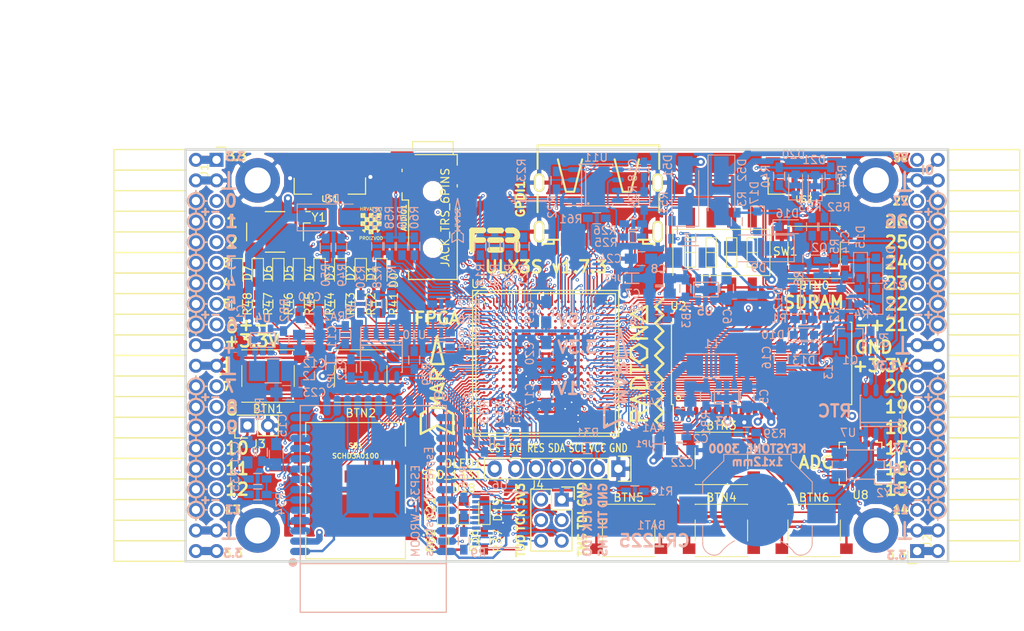
<source format=kicad_pcb>
(kicad_pcb (version 4) (host pcbnew 4.0.7+dfsg1-1)
  (layers (0 F.Cu signal) (1 In1.Cu signal) (2 In2.Cu signal) (31 B.Cu signal) (34 B.Paste user) (35 F.Paste user) (36 B.SilkS user) (37 F.SilkS user) (38 B.Mask user) (39 F.Mask user) (44 Edge.Cuts user))
  (net 0 "")
  (net 1 GND)
  (net 2 +5V)
  (net 3 /gpio/IN5V)
  (net 4 /gpio/OUT5V)
  (net 5 +3V3)
  (net 6 BTN_D)
  (net 7 BTN_F1)
  (net 8 BTN_F2)
  (net 9 BTN_L)
  (net 10 BTN_R)
  (net 11 BTN_U)
  (net 12 /power/FB1)
  (net 13 +2V5)
  (net 14 /power/PWREN)
  (net 15 /power/FB3)
  (net 16 /power/FB2)
  (net 17 "Net-(D9-Pad1)")
  (net 18 /power/VBAT)
  (net 19 JTAG_TDI)
  (net 20 JTAG_TCK)
  (net 21 JTAG_TMS)
  (net 22 JTAG_TDO)
  (net 23 /power/WAKEUPn)
  (net 24 /power/WKUP)
  (net 25 /power/SHUT)
  (net 26 /power/WAKE)
  (net 27 /power/HOLD)
  (net 28 /power/WKn)
  (net 29 /power/OSCI_32k)
  (net 30 /power/OSCO_32k)
  (net 31 "Net-(Q2-Pad3)")
  (net 32 SHUTDOWN)
  (net 33 /analog/AUDIO_L)
  (net 34 /analog/AUDIO_R)
  (net 35 GPDI_5V_SCL)
  (net 36 GPDI_5V_SDA)
  (net 37 GPDI_SDA)
  (net 38 GPDI_SCL)
  (net 39 /gpdi/VREF2)
  (net 40 SD_CMD)
  (net 41 SD_CLK)
  (net 42 SD_D0)
  (net 43 SD_D1)
  (net 44 USB5V)
  (net 45 GPDI_CEC)
  (net 46 nRESET)
  (net 47 FTDI_nDTR)
  (net 48 SDRAM_CKE)
  (net 49 SDRAM_A7)
  (net 50 SDRAM_D15)
  (net 51 SDRAM_BA1)
  (net 52 SDRAM_D7)
  (net 53 SDRAM_A6)
  (net 54 SDRAM_CLK)
  (net 55 SDRAM_D13)
  (net 56 SDRAM_BA0)
  (net 57 SDRAM_D6)
  (net 58 SDRAM_A5)
  (net 59 SDRAM_D14)
  (net 60 SDRAM_A11)
  (net 61 SDRAM_D12)
  (net 62 SDRAM_D5)
  (net 63 SDRAM_A4)
  (net 64 SDRAM_A10)
  (net 65 SDRAM_D11)
  (net 66 SDRAM_A3)
  (net 67 SDRAM_D4)
  (net 68 SDRAM_D10)
  (net 69 SDRAM_D9)
  (net 70 SDRAM_A9)
  (net 71 SDRAM_D3)
  (net 72 SDRAM_D8)
  (net 73 SDRAM_A8)
  (net 74 SDRAM_A2)
  (net 75 SDRAM_A1)
  (net 76 SDRAM_A0)
  (net 77 SDRAM_D2)
  (net 78 SDRAM_D1)
  (net 79 SDRAM_D0)
  (net 80 SDRAM_DQM0)
  (net 81 SDRAM_nCS)
  (net 82 SDRAM_nRAS)
  (net 83 SDRAM_DQM1)
  (net 84 SDRAM_nCAS)
  (net 85 SDRAM_nWE)
  (net 86 /flash/FLASH_nWP)
  (net 87 /flash/FLASH_nHOLD)
  (net 88 /flash/FLASH_MOSI)
  (net 89 /flash/FLASH_MISO)
  (net 90 /flash/FLASH_SCK)
  (net 91 /flash/FLASH_nCS)
  (net 92 /flash/FPGA_PROGRAMN)
  (net 93 /flash/FPGA_DONE)
  (net 94 /flash/FPGA_INITN)
  (net 95 OLED_RES)
  (net 96 OLED_DC)
  (net 97 OLED_CS)
  (net 98 WIFI_EN)
  (net 99 FTDI_nRTS)
  (net 100 FTDI_TXD)
  (net 101 FTDI_RXD)
  (net 102 WIFI_RXD)
  (net 103 WIFI_GPIO0)
  (net 104 WIFI_TXD)
  (net 105 GPDI_ETH-)
  (net 106 GPDI_ETH+)
  (net 107 GPDI_D2+)
  (net 108 GPDI_D2-)
  (net 109 GPDI_D1+)
  (net 110 GPDI_D1-)
  (net 111 GPDI_D0+)
  (net 112 GPDI_D0-)
  (net 113 GPDI_CLK+)
  (net 114 GPDI_CLK-)
  (net 115 USB_FTDI_D+)
  (net 116 USB_FTDI_D-)
  (net 117 J1_17-)
  (net 118 J1_17+)
  (net 119 J1_23-)
  (net 120 J1_23+)
  (net 121 J1_25-)
  (net 122 J1_25+)
  (net 123 J1_27-)
  (net 124 J1_27+)
  (net 125 J1_29-)
  (net 126 J1_29+)
  (net 127 J1_31-)
  (net 128 J1_31+)
  (net 129 J1_33-)
  (net 130 J1_33+)
  (net 131 J1_35-)
  (net 132 J1_35+)
  (net 133 J2_5-)
  (net 134 J2_5+)
  (net 135 J2_7-)
  (net 136 J2_7+)
  (net 137 J2_9-)
  (net 138 J2_9+)
  (net 139 J2_13-)
  (net 140 J2_13+)
  (net 141 J2_17-)
  (net 142 J2_17+)
  (net 143 J2_11-)
  (net 144 J2_11+)
  (net 145 J2_23-)
  (net 146 J2_23+)
  (net 147 J1_5-)
  (net 148 J1_5+)
  (net 149 J1_7-)
  (net 150 J1_7+)
  (net 151 J1_9-)
  (net 152 J1_9+)
  (net 153 J1_11-)
  (net 154 J1_11+)
  (net 155 J1_13-)
  (net 156 J1_13+)
  (net 157 J1_15-)
  (net 158 J1_15+)
  (net 159 J2_15-)
  (net 160 J2_15+)
  (net 161 J2_25-)
  (net 162 J2_25+)
  (net 163 J2_27-)
  (net 164 J2_27+)
  (net 165 J2_29-)
  (net 166 J2_29+)
  (net 167 J2_31-)
  (net 168 J2_31+)
  (net 169 J2_33-)
  (net 170 J2_33+)
  (net 171 J2_35-)
  (net 172 J2_35+)
  (net 173 SD_D3)
  (net 174 AUDIO_L3)
  (net 175 AUDIO_L2)
  (net 176 AUDIO_L1)
  (net 177 AUDIO_L0)
  (net 178 AUDIO_R3)
  (net 179 AUDIO_R2)
  (net 180 AUDIO_R1)
  (net 181 AUDIO_R0)
  (net 182 OLED_CLK)
  (net 183 OLED_MOSI)
  (net 184 LED0)
  (net 185 LED1)
  (net 186 LED2)
  (net 187 LED3)
  (net 188 LED4)
  (net 189 LED5)
  (net 190 LED6)
  (net 191 LED7)
  (net 192 BTN_PWRn)
  (net 193 FTDI_nTXLED)
  (net 194 FTDI_nSLEEP)
  (net 195 /blinkey/LED_PWREN)
  (net 196 /blinkey/LED_TXLED)
  (net 197 FT3V3)
  (net 198 /sdcard/SD3V3)
  (net 199 SD_D2)
  (net 200 CLK_25MHz)
  (net 201 /blinkey/BTNPUL)
  (net 202 /blinkey/BTNPUR)
  (net 203 USB_FPGA_D+)
  (net 204 /power/FTDI_nSUSPEND)
  (net 205 /blinkey/ALED0)
  (net 206 /blinkey/ALED1)
  (net 207 /blinkey/ALED2)
  (net 208 /blinkey/ALED3)
  (net 209 /blinkey/ALED4)
  (net 210 /blinkey/ALED5)
  (net 211 /blinkey/ALED6)
  (net 212 /blinkey/ALED7)
  (net 213 /usb/FTD-)
  (net 214 /usb/FTD+)
  (net 215 ADC_MISO)
  (net 216 ADC_MOSI)
  (net 217 ADC_CSn)
  (net 218 ADC_SCLK)
  (net 219 SW3)
  (net 220 SW2)
  (net 221 SW1)
  (net 222 USB_FPGA_D-)
  (net 223 /usb/FPD+)
  (net 224 /usb/FPD-)
  (net 225 WIFI_GPIO16)
  (net 226 WIFI_GPIO15)
  (net 227 /usb/ANT_433MHz)
  (net 228 /power/PWRBTn)
  (net 229 PROG_DONE)
  (net 230 /power/P3V3)
  (net 231 /power/P2V5)
  (net 232 /power/L1)
  (net 233 /power/L3)
  (net 234 /power/L2)
  (net 235 FTDI_TXDEN)
  (net 236 /wifi/WIFIOFF)
  (net 237 SDRAM_A12)
  (net 238 /analog/AUDIO_V)
  (net 239 AUDIO_V3)
  (net 240 AUDIO_V2)
  (net 241 AUDIO_V1)
  (net 242 AUDIO_V0)
  (net 243 /gpdi/FPGA_CEC)
  (net 244 /blinkey/LED_WIFI)
  (net 245 WIFI_GPIO2)
  (net 246 /power/P1V1)
  (net 247 +1V1)
  (net 248 SW4)
  (net 249 /blinkey/SWPU)
  (module Socket_Strips:Socket_Strip_Angled_2x20 (layer F.Cu) (at 97.91 62.69 270)
    (fp_text reference J1 (at 1.27 1.524 270) (layer F.SilkS))
    (fp_text value CONN_02X20 hide)
    (pad 1 thru_hole rect (at 0 0 270) (size 1.7272 1.7272) (drill 1.016) (layers *.Cu *.Mask) (net 5 +3V3))
    (pad 2 thru_hole oval (at 0 2.54 270) (size 1.7272 1.7272) (drill 1.016) (layers *.Cu *.Mask) (net 5 +3V3))
    (pad 3 thru_hole oval (at 2.54 0 270) (size 1.7272 1.7272) (drill 1.016) (layers *.Cu *.Mask) (net 1 GND))
    (pad 4 thru_hole oval (at 2.54 2.54 270) (size 1.7272 1.7272) (drill 1.016) (layers *.Cu *.Mask) (net 1 GND))
    (pad 5 thru_hole oval (at 5.08 0 270) (size 1.7272 1.7272) (drill 1.016) (layers *.Cu *.Mask) (net 147 J1_5-))
    (pad 6 thru_hole oval (at 5.08 2.54 270) (size 1.7272 1.7272) (drill 1.016) (layers *.Cu *.Mask) (net 148 J1_5+))
    (pad 7 thru_hole oval (at 7.62 0 270) (size 1.7272 1.7272) (drill 1.016) (layers *.Cu *.Mask) (net 149 J1_7-))
    (pad 8 thru_hole oval (at 7.62 2.54 270) (size 1.7272 1.7272) (drill 1.016) (layers *.Cu *.Mask) (net 150 J1_7+))
    (pad 9 thru_hole oval (at 10.16 0 270) (size 1.7272 1.7272) (drill 1.016) (layers *.Cu *.Mask) (net 151 J1_9-))
    (pad 10 thru_hole oval (at 10.16 2.54 270) (size 1.7272 1.7272) (drill 1.016) (layers *.Cu *.Mask) (net 152 J1_9+))
    (pad 11 thru_hole oval (at 12.7 0 270) (size 1.7272 1.7272) (drill 1.016) (layers *.Cu *.Mask) (net 153 J1_11-))
    (pad 12 thru_hole oval (at 12.7 2.54 270) (size 1.7272 1.7272) (drill 1.016) (layers *.Cu *.Mask) (net 154 J1_11+))
    (pad 13 thru_hole oval (at 15.24 0 270) (size 1.7272 1.7272) (drill 1.016) (layers *.Cu *.Mask) (net 155 J1_13-))
    (pad 14 thru_hole oval (at 15.24 2.54 270) (size 1.7272 1.7272) (drill 1.016) (layers *.Cu *.Mask) (net 156 J1_13+))
    (pad 15 thru_hole oval (at 17.78 0 270) (size 1.7272 1.7272) (drill 1.016) (layers *.Cu *.Mask) (net 157 J1_15-))
    (pad 16 thru_hole oval (at 17.78 2.54 270) (size 1.7272 1.7272) (drill 1.016) (layers *.Cu *.Mask) (net 158 J1_15+))
    (pad 17 thru_hole oval (at 20.32 0 270) (size 1.7272 1.7272) (drill 1.016) (layers *.Cu *.Mask) (net 117 J1_17-))
    (pad 18 thru_hole oval (at 20.32 2.54 270) (size 1.7272 1.7272) (drill 1.016) (layers *.Cu *.Mask) (net 118 J1_17+))
    (pad 19 thru_hole oval (at 22.86 0 270) (size 1.7272 1.7272) (drill 1.016) (layers *.Cu *.Mask) (net 5 +3V3))
    (pad 20 thru_hole oval (at 22.86 2.54 270) (size 1.7272 1.7272) (drill 1.016) (layers *.Cu *.Mask) (net 5 +3V3))
    (pad 21 thru_hole oval (at 25.4 0 270) (size 1.7272 1.7272) (drill 1.016) (layers *.Cu *.Mask) (net 1 GND))
    (pad 22 thru_hole oval (at 25.4 2.54 270) (size 1.7272 1.7272) (drill 1.016) (layers *.Cu *.Mask) (net 1 GND))
    (pad 23 thru_hole oval (at 27.94 0 270) (size 1.7272 1.7272) (drill 1.016) (layers *.Cu *.Mask) (net 119 J1_23-))
    (pad 24 thru_hole oval (at 27.94 2.54 270) (size 1.7272 1.7272) (drill 1.016) (layers *.Cu *.Mask) (net 120 J1_23+))
    (pad 25 thru_hole oval (at 30.48 0 270) (size 1.7272 1.7272) (drill 1.016) (layers *.Cu *.Mask) (net 121 J1_25-))
    (pad 26 thru_hole oval (at 30.48 2.54 270) (size 1.7272 1.7272) (drill 1.016) (layers *.Cu *.Mask) (net 122 J1_25+))
    (pad 27 thru_hole oval (at 33.02 0 270) (size 1.7272 1.7272) (drill 1.016) (layers *.Cu *.Mask) (net 123 J1_27-))
    (pad 28 thru_hole oval (at 33.02 2.54 270) (size 1.7272 1.7272) (drill 1.016) (layers *.Cu *.Mask) (net 124 J1_27+))
    (pad 29 thru_hole oval (at 35.56 0 270) (size 1.7272 1.7272) (drill 1.016) (layers *.Cu *.Mask) (net 125 J1_29-))
    (pad 30 thru_hole oval (at 35.56 2.54 270) (size 1.7272 1.7272) (drill 1.016) (layers *.Cu *.Mask) (net 126 J1_29+))
    (pad 31 thru_hole oval (at 38.1 0 270) (size 1.7272 1.7272) (drill 1.016) (layers *.Cu *.Mask) (net 127 J1_31-))
    (pad 32 thru_hole oval (at 38.1 2.54 270) (size 1.7272 1.7272) (drill 1.016) (layers *.Cu *.Mask) (net 128 J1_31+))
    (pad 33 thru_hole oval (at 40.64 0 270) (size 1.7272 1.7272) (drill 1.016) (layers *.Cu *.Mask) (net 129 J1_33-))
    (pad 34 thru_hole oval (at 40.64 2.54 270) (size 1.7272 1.7272) (drill 1.016) (layers *.Cu *.Mask) (net 130 J1_33+))
    (pad 35 thru_hole oval (at 43.18 0 270) (size 1.7272 1.7272) (drill 1.016) (layers *.Cu *.Mask) (net 131 J1_35-))
    (pad 36 thru_hole oval (at 43.18 2.54 270) (size 1.7272 1.7272) (drill 1.016) (layers *.Cu *.Mask) (net 132 J1_35+))
    (pad 37 thru_hole oval (at 45.72 0 270) (size 1.7272 1.7272) (drill 1.016) (layers *.Cu *.Mask) (net 1 GND))
    (pad 38 thru_hole oval (at 45.72 2.54 270) (size 1.7272 1.7272) (drill 1.016) (layers *.Cu *.Mask) (net 1 GND))
    (pad 39 thru_hole oval (at 48.26 0 270) (size 1.7272 1.7272) (drill 1.016) (layers *.Cu *.Mask) (net 5 +3V3))
    (pad 40 thru_hole oval (at 48.26 2.54 270) (size 1.7272 1.7272) (drill 1.016) (layers *.Cu *.Mask) (net 5 +3V3))
  )
  (module SMD_Packages:1Pin (layer F.Cu) (at 182.67515 111.637626)
    (fp_text reference AE1 hide)
    (fp_text value 433MHz hide)
    (pad 1 smd rect (at 0 0) (size 0.5 0.5) (layers B.Cu F.Paste F.Mask) (net 227 /usb/ANT_433MHz))
  )
  (module Resistors_SMD:R_0603_HandSoldering (layer B.Cu) (at 103.498 98.758 90)
    (fp_text reference R38 (at 5.334 -0.254 90) (layer B.SilkS) (effects (justify mirror)))
    (fp_text value 0.47)
    (pad 1 smd rect (at -1.1 0 90) (size 1.2 0.9) (layers B.Cu B.Paste B.Mask) (net 198 /sdcard/SD3V3))
    (pad 2 smd rect (at 1.1 0 90) (size 1.2 0.9) (layers B.Cu B.Paste B.Mask) (net 5 +3V3))
  )
  (module jumper:SOLDER-JUMPER_1-WAY (layer B.Cu) (at 152.393 97.742 270)
    (fp_text reference JP1 (at 0 1.778 360) (layer B.SilkS) (effects (font (size 0.762 0.762) (thickness 0.1524)) (justify mirror)))
    (fp_text value 1.2 hide)
    (pad 1 smd rect (at -0.6 0 270) (size 1 1) (layers B.Cu B.Paste B.Mask) (net 246 /power/P1V1))
    (pad 2 smd rect (at 0.6 0 270) (size 1 1) (layers B.Cu B.Paste B.Mask) (net 247 +1V1))
  )
  (module Diodes_SMD:D_SMA_Handsoldering (layer B.Cu) (at 155.695 66.5 90)
    (fp_text reference D51 (at 3.048 -2.159 90) (layer B.SilkS) (effects (justify mirror)))
    (fp_text value STPS2L30AF hide)
    (pad 1 smd rect (at -2.5 0 90) (size 3.5 1.8) (layers B.Cu B.Paste B.Mask) (net 2 +5V))
    (pad 2 smd rect (at 2.5 0 90) (size 3.5 1.8) (layers B.Cu B.Paste B.Mask) (net 3 /gpio/IN5V))
  )
  (module Resistors_SMD:R_0603_HandSoldering (layer B.Cu) (at 154.044 71.326 90)
    (fp_text reference R51 (at 3.302 -1.016 90) (layer B.SilkS) (effects (justify mirror)))
    (fp_text value 150)
    (pad 1 smd rect (at -1.1 0 90) (size 1.2 0.9) (layers B.Cu B.Paste B.Mask) (net 5 +3V3))
    (pad 2 smd rect (at 1.1 0 90) (size 1.2 0.9) (layers B.Cu B.Paste B.Mask) (net 249 /blinkey/SWPU))
  )
  (module Resistors_SMD:R_1210_HandSoldering (layer B.Cu) (at 158.87 88.09 180)
    (fp_text reference L1 (at 0 2.7 180) (layer B.SilkS) (effects (justify mirror)))
    (fp_text value 2.2uH)
    (pad 1 smd rect (at -2 0 180) (size 2 2.5) (layers B.Cu B.Paste B.Mask) (net 232 /power/L1))
    (pad 2 smd rect (at 2 0 180) (size 2 2.5) (layers B.Cu B.Paste B.Mask) (net 246 /power/P1V1))
  )
  (module TSOT-25:TSOT-25 (layer B.Cu) (at 160.775 91.9)
    (fp_text reference U3 (at -0.381 3.048) (layer B.SilkS) (effects (font (thickness 0.2)) (justify mirror)))
    (fp_text value DIO6015)
    (pad 1 smd rect (at -0.95 -1.3) (size 0.7 1.2) (layers B.Cu B.Paste B.Mask) (net 14 /power/PWREN))
    (pad 2 smd rect (at 0 -1.3) (size 0.7 1.2) (layers B.Cu B.Paste B.Mask) (net 1 GND))
    (pad 3 smd rect (at 0.95 -1.3) (size 0.7 1.2) (layers B.Cu B.Paste B.Mask) (net 232 /power/L1))
    (pad 4 smd rect (at 0.95 1.3) (size 0.7 1.2) (layers B.Cu B.Paste B.Mask) (net 2 +5V))
    (pad 5 smd rect (at -0.95 1.3) (size 0.7 1.2) (layers B.Cu B.Paste B.Mask) (net 12 /power/FB1))
  )
  (module Resistors_SMD:R_1210_HandSoldering (layer B.Cu) (at 104.895 88.725)
    (fp_text reference L2 (at 4.445 0.635) (layer B.SilkS) (effects (justify mirror)))
    (fp_text value 2.2uH)
    (pad 1 smd rect (at -2 0) (size 2 2.5) (layers B.Cu B.Paste B.Mask) (net 234 /power/L2))
    (pad 2 smd rect (at 2 0) (size 2 2.5) (layers B.Cu B.Paste B.Mask) (net 231 /power/P2V5))
  )
  (module TSOT-25:TSOT-25 (layer B.Cu) (at 103.625 84.915 180)
    (fp_text reference U4 (at 0 2.697 180) (layer B.SilkS) (effects (font (thickness 0.2)) (justify mirror)))
    (fp_text value LX7172)
    (pad 1 smd rect (at -0.95 -1.3 180) (size 0.7 1.2) (layers B.Cu B.Paste B.Mask) (net 14 /power/PWREN))
    (pad 2 smd rect (at 0 -1.3 180) (size 0.7 1.2) (layers B.Cu B.Paste B.Mask) (net 1 GND))
    (pad 3 smd rect (at 0.95 -1.3 180) (size 0.7 1.2) (layers B.Cu B.Paste B.Mask) (net 234 /power/L2))
    (pad 4 smd rect (at 0.95 1.3 180) (size 0.7 1.2) (layers B.Cu B.Paste B.Mask) (net 2 +5V))
    (pad 5 smd rect (at -0.95 1.3 180) (size 0.7 1.2) (layers B.Cu B.Paste B.Mask) (net 16 /power/FB2))
  )
  (module Resistors_SMD:R_1210_HandSoldering (layer B.Cu) (at 156.33 74.755 180)
    (fp_text reference L3 (at 0 2.413 180) (layer B.SilkS) (effects (justify mirror)))
    (fp_text value 2.2uH)
    (pad 1 smd rect (at -2 0 180) (size 2 2.5) (layers B.Cu B.Paste B.Mask) (net 233 /power/L3))
    (pad 2 smd rect (at 2 0 180) (size 2 2.5) (layers B.Cu B.Paste B.Mask) (net 230 /power/P3V3))
  )
  (module TSOT-25:TSOT-25 (layer B.Cu) (at 158.235 78.692)
    (fp_text reference U5 (at -0.127 2.667) (layer B.SilkS) (effects (font (thickness 0.2)) (justify mirror)))
    (fp_text value TLV62569DBV)
    (pad 1 smd rect (at -0.95 -1.3) (size 0.7 1.2) (layers B.Cu B.Paste B.Mask) (net 14 /power/PWREN))
    (pad 2 smd rect (at 0 -1.3) (size 0.7 1.2) (layers B.Cu B.Paste B.Mask) (net 1 GND))
    (pad 3 smd rect (at 0.95 -1.3) (size 0.7 1.2) (layers B.Cu B.Paste B.Mask) (net 233 /power/L3))
    (pad 4 smd rect (at 0.95 1.3) (size 0.7 1.2) (layers B.Cu B.Paste B.Mask) (net 2 +5V))
    (pad 5 smd rect (at -0.95 1.3) (size 0.7 1.2) (layers B.Cu B.Paste B.Mask) (net 15 /power/FB3))
  )
  (module Capacitors_SMD:C_0805_HandSoldering (layer B.Cu) (at 101.085 84.915 270)
    (fp_text reference C1 (at -3.429 0.127 270) (layer B.SilkS) (effects (justify mirror)))
    (fp_text value 22uF)
    (pad 1 smd rect (at -1.25 0 270) (size 1.5 1.25) (layers B.Cu B.Paste B.Mask) (net 2 +5V))
    (pad 2 smd rect (at 1.25 0 270) (size 1.5 1.25) (layers B.Cu B.Paste B.Mask) (net 1 GND))
  )
  (module Capacitors_SMD:C_0805_HandSoldering (layer B.Cu) (at 155.06 90.63)
    (fp_text reference C3 (at -3.048 0) (layer B.SilkS) (effects (justify mirror)))
    (fp_text value 22uF)
    (pad 1 smd rect (at -1.25 0) (size 1.5 1.25) (layers B.Cu B.Paste B.Mask) (net 246 /power/P1V1))
    (pad 2 smd rect (at 1.25 0) (size 1.5 1.25) (layers B.Cu B.Paste B.Mask) (net 1 GND))
  )
  (module Capacitors_SMD:C_0805_HandSoldering (layer B.Cu) (at 155.06 92.535)
    (fp_text reference C4 (at -3.048 0.127) (layer B.SilkS) (effects (justify mirror)))
    (fp_text value 22uF)
    (pad 1 smd rect (at -1.25 0) (size 1.5 1.25) (layers B.Cu B.Paste B.Mask) (net 246 /power/P1V1))
    (pad 2 smd rect (at 1.25 0) (size 1.5 1.25) (layers B.Cu B.Paste B.Mask) (net 1 GND))
  )
  (module Capacitors_SMD:C_0805_HandSoldering (layer B.Cu) (at 163.315 91.9 90)
    (fp_text reference C5 (at 0 2.1 90) (layer B.SilkS) (effects (justify mirror)))
    (fp_text value 22uF)
    (pad 1 smd rect (at -1.25 0 90) (size 1.5 1.25) (layers B.Cu B.Paste B.Mask) (net 2 +5V))
    (pad 2 smd rect (at 1.25 0 90) (size 1.5 1.25) (layers B.Cu B.Paste B.Mask) (net 1 GND))
  )
  (module Capacitors_SMD:C_0805_HandSoldering (layer B.Cu) (at 152.52 79.2)
    (fp_text reference C7 (at -3.302 0) (layer B.SilkS) (effects (justify mirror)))
    (fp_text value 22uF)
    (pad 1 smd rect (at -1.25 0) (size 1.5 1.25) (layers B.Cu B.Paste B.Mask) (net 230 /power/P3V3))
    (pad 2 smd rect (at 1.25 0) (size 1.5 1.25) (layers B.Cu B.Paste B.Mask) (net 1 GND))
  )
  (module Capacitors_SMD:C_0805_HandSoldering (layer B.Cu) (at 152.52 77.295)
    (fp_text reference C8 (at -0.127 -1.143) (layer B.SilkS) (effects (justify mirror)))
    (fp_text value 22uF)
    (pad 1 smd rect (at -1.25 0) (size 1.5 1.25) (layers B.Cu B.Paste B.Mask) (net 230 /power/P3V3))
    (pad 2 smd rect (at 1.25 0) (size 1.5 1.25) (layers B.Cu B.Paste B.Mask) (net 1 GND))
  )
  (module Capacitors_SMD:C_0805_HandSoldering (layer B.Cu) (at 160.775 78.565 90)
    (fp_text reference C9 (at -3.429 0.127 90) (layer B.SilkS) (effects (justify mirror)))
    (fp_text value 22uF)
    (pad 1 smd rect (at -1.25 0 90) (size 1.5 1.25) (layers B.Cu B.Paste B.Mask) (net 2 +5V))
    (pad 2 smd rect (at 1.25 0 90) (size 1.5 1.25) (layers B.Cu B.Paste B.Mask) (net 1 GND))
  )
  (module Capacitors_SMD:C_0805_HandSoldering (layer B.Cu) (at 109.34 84.28 180)
    (fp_text reference C11 (at -2.794 -0.254 270) (layer B.SilkS) (effects (justify mirror)))
    (fp_text value 22uF)
    (pad 1 smd rect (at -1.25 0 180) (size 1.5 1.25) (layers B.Cu B.Paste B.Mask) (net 231 /power/P2V5))
    (pad 2 smd rect (at 1.25 0 180) (size 1.5 1.25) (layers B.Cu B.Paste B.Mask) (net 1 GND))
  )
  (module Capacitors_SMD:C_0805_HandSoldering (layer B.Cu) (at 109.34 86.185 180)
    (fp_text reference C12 (at -0.635 -1.615 360) (layer B.SilkS) (effects (justify mirror)))
    (fp_text value 22uF)
    (pad 1 smd rect (at -1.25 0 180) (size 1.5 1.25) (layers B.Cu B.Paste B.Mask) (net 231 /power/P2V5))
    (pad 2 smd rect (at 1.25 0 180) (size 1.5 1.25) (layers B.Cu B.Paste B.Mask) (net 1 GND))
  )
  (module Capacitors_SMD:C_0805_HandSoldering (layer B.Cu) (at 173.221 84.788 90)
    (fp_text reference C13 (at -3.556 0.127 90) (layer B.SilkS) (effects (justify mirror)))
    (fp_text value 2.2uF)
    (pad 1 smd rect (at -1.25 0 90) (size 1.5 1.25) (layers B.Cu B.Paste B.Mask) (net 2 +5V))
    (pad 2 smd rect (at 1.25 0 90) (size 1.5 1.25) (layers B.Cu B.Paste B.Mask) (net 24 /power/WKUP))
  )
  (module TO_SOT_Packages_SMD:SOT-23_Handsoldering (layer B.Cu) (at 176.015 84.28 90)
    (fp_text reference Q1 (at -3.1115 0 180) (layer B.SilkS) (effects (justify mirror)))
    (fp_text value BC857)
    (pad 1 smd rect (at -1.5 0.95 90) (size 1.9 0.8) (layers B.Cu B.Paste B.Mask) (net 28 /power/WKn))
    (pad 2 smd rect (at -1.5 -0.95 90) (size 1.9 0.8) (layers B.Cu B.Paste B.Mask) (net 2 +5V))
    (pad 3 smd rect (at 1.5 0 90) (size 1.9 0.8) (layers B.Cu B.Paste B.Mask) (net 24 /power/WKUP))
  )
  (module TO_SOT_Packages_SMD:SOT-23_Handsoldering (layer B.Cu) (at 170.935 76.025 180)
    (fp_text reference Q2 (at -1.295 2.5 180) (layer B.SilkS) (effects (justify mirror)))
    (fp_text value 2N7002)
    (pad 1 smd rect (at -1.5 0.95 180) (size 1.9 0.8) (layers B.Cu B.Paste B.Mask) (net 25 /power/SHUT))
    (pad 2 smd rect (at -1.5 -0.95 180) (size 1.9 0.8) (layers B.Cu B.Paste B.Mask) (net 1 GND))
    (pad 3 smd rect (at 1.5 0 180) (size 1.9 0.8) (layers B.Cu B.Paste B.Mask) (net 31 "Net-(Q2-Pad3)"))
  )
  (module Capacitors_SMD:C_0603_HandSoldering (layer B.Cu) (at 154.86 96.91)
    (fp_text reference C2 (at 2.74 0.197) (layer B.SilkS) (effects (justify mirror)))
    (fp_text value 470pF)
    (pad 1 smd rect (at -0.95 0) (size 1.2 0.75) (layers B.Cu B.Paste B.Mask) (net 246 /power/P1V1))
    (pad 2 smd rect (at 0.95 0) (size 1.2 0.75) (layers B.Cu B.Paste B.Mask) (net 12 /power/FB1))
  )
  (module Capacitors_SMD:C_0603_HandSoldering (layer B.Cu) (at 152.52 82.375)
    (fp_text reference C6 (at -2.794 0.127) (layer B.SilkS) (effects (justify mirror)))
    (fp_text value 470pF)
    (pad 1 smd rect (at -0.95 0) (size 1.2 0.75) (layers B.Cu B.Paste B.Mask) (net 230 /power/P3V3))
    (pad 2 smd rect (at 0.95 0) (size 1.2 0.75) (layers B.Cu B.Paste B.Mask) (net 15 /power/FB3))
  )
  (module Capacitors_SMD:C_0603_HandSoldering (layer B.Cu) (at 109.34 81.105 180)
    (fp_text reference C10 (at -0.04 1.505 180) (layer B.SilkS) (effects (justify mirror)))
    (fp_text value 470pF)
    (pad 1 smd rect (at -0.95 0 180) (size 1.2 0.75) (layers B.Cu B.Paste B.Mask) (net 231 /power/P2V5))
    (pad 2 smd rect (at 0.95 0 180) (size 1.2 0.75) (layers B.Cu B.Paste B.Mask) (net 16 /power/FB2))
  )
  (module Capacitors_SMD:C_0603_HandSoldering (layer B.Cu) (at 175.38 76.025 270)
    (fp_text reference C14 (at -3.175 0 270) (layer B.SilkS) (effects (justify mirror)))
    (fp_text value 100nF)
    (pad 1 smd rect (at -0.95 0 270) (size 1.2 0.75) (layers B.Cu B.Paste B.Mask) (net 25 /power/SHUT))
    (pad 2 smd rect (at 0.95 0 270) (size 1.2 0.75) (layers B.Cu B.Paste B.Mask) (net 1 GND))
  )
  (module Resistors_SMD:R_0603_HandSoldering (layer B.Cu) (at 170.3 82.375)
    (fp_text reference R1 (at -3.048 -0.127) (layer B.SilkS) (effects (justify mirror)))
    (fp_text value 15k)
    (pad 1 smd rect (at -1.1 0) (size 1.2 0.9) (layers B.Cu B.Paste B.Mask) (net 26 /power/WAKE))
    (pad 2 smd rect (at 1.1 0) (size 1.2 0.9) (layers B.Cu B.Paste B.Mask) (net 14 /power/PWREN))
  )
  (module Resistors_SMD:R_0603_HandSoldering (layer B.Cu) (at 172.84 79.835 90)
    (fp_text reference R2 (at -1.905 1.27 90) (layer B.SilkS) (effects (justify mirror)))
    (fp_text value 47k)
    (pad 1 smd rect (at -1.1 0 90) (size 1.2 0.9) (layers B.Cu B.Paste B.Mask) (net 14 /power/PWREN))
    (pad 2 smd rect (at 1.1 0 90) (size 1.2 0.9) (layers B.Cu B.Paste B.Mask) (net 1 GND))
  )
  (module Resistors_SMD:R_0603_HandSoldering (layer B.Cu) (at 176.015 80.47 180)
    (fp_text reference R4 (at -1.397 -1.27 360) (layer B.SilkS) (effects (justify mirror)))
    (fp_text value 15k)
    (pad 1 smd rect (at -1.1 0 180) (size 1.2 0.9) (layers B.Cu B.Paste B.Mask) (net 27 /power/HOLD))
    (pad 2 smd rect (at 1.1 0 180) (size 1.2 0.9) (layers B.Cu B.Paste B.Mask) (net 14 /power/PWREN))
  )
  (module Resistors_SMD:R_0603_HandSoldering (layer B.Cu) (at 174.11 76.025 270)
    (fp_text reference R5 (at -2.667 0 270) (layer B.SilkS) (effects (justify mirror)))
    (fp_text value 4.7M)
    (pad 1 smd rect (at -1.1 0 270) (size 1.2 0.9) (layers B.Cu B.Paste B.Mask) (net 25 /power/SHUT))
    (pad 2 smd rect (at 1.1 0 270) (size 1.2 0.9) (layers B.Cu B.Paste B.Mask) (net 1 GND))
  )
  (module Resistors_SMD:R_0603_HandSoldering (layer B.Cu) (at 178.555 84.915 270)
    (fp_text reference R6 (at 0 -1.651 270) (layer B.SilkS) (effects (justify mirror)))
    (fp_text value 1k)
    (pad 1 smd rect (at -1.1 0 270) (size 1.2 0.9) (layers B.Cu B.Paste B.Mask) (net 28 /power/WKn))
    (pad 2 smd rect (at 1.1 0 270) (size 1.2 0.9) (layers B.Cu B.Paste B.Mask) (net 23 /power/WAKEUPn))
  )
  (module Resistors_SMD:R_0603_HandSoldering (layer B.Cu) (at 113.785 84.28 270)
    (fp_text reference R7 (at -2.794 -0.635 270) (layer B.SilkS) (effects (justify mirror)))
    (fp_text value 150)
    (pad 1 smd rect (at -1.1 0 270) (size 1.2 0.9) (layers B.Cu B.Paste B.Mask) (net 5 +3V3))
    (pad 2 smd rect (at 1.1 0 270) (size 1.2 0.9) (layers B.Cu B.Paste B.Mask) (net 201 /blinkey/BTNPUL))
  )
  (module Resistors_SMD:R_0603_HandSoldering (layer B.Cu) (at 170.935 79.835 90)
    (fp_text reference R8 (at 2.54 -1.27 90) (layer B.SilkS) (effects (justify mirror)))
    (fp_text value 1k)
    (pad 1 smd rect (at -1.1 0 90) (size 1.2 0.9) (layers B.Cu B.Paste B.Mask) (net 14 /power/PWREN))
    (pad 2 smd rect (at 1.1 0 90) (size 1.2 0.9) (layers B.Cu B.Paste B.Mask) (net 31 "Net-(Q2-Pad3)"))
  )
  (module Resistors_SMD:R_0603_HandSoldering (layer B.Cu) (at 128.39 109.68 270)
    (fp_text reference R9 (at 1.524 -1.778 360) (layer B.SilkS) (effects (justify mirror)))
    (fp_text value 15k)
    (pad 1 smd rect (at -1.1 0 270) (size 1.2 0.9) (layers B.Cu B.Paste B.Mask) (net 46 nRESET))
    (pad 2 smd rect (at 1.1 0 270) (size 1.2 0.9) (layers B.Cu B.Paste B.Mask) (net 197 FT3V3))
  )
  (module Resistors_SMD:R_0603_HandSoldering (layer B.Cu) (at 149.472 103.584 180)
    (fp_text reference R10 (at -3.302 0 180) (layer B.SilkS) (effects (justify mirror)))
    (fp_text value 150)
    (pad 1 smd rect (at -1.1 0 180) (size 1.2 0.9) (layers B.Cu B.Paste B.Mask) (net 204 /power/FTDI_nSUSPEND))
    (pad 2 smd rect (at 1.1 0 180) (size 1.2 0.9) (layers B.Cu B.Paste B.Mask) (net 194 FTDI_nSLEEP))
  )
  (module Resistors_SMD:R_0603_HandSoldering (layer B.Cu) (at 176.015 78.565 180)
    (fp_text reference R13 (at -5.461 0.381 180) (layer B.SilkS) (effects (justify mirror)))
    (fp_text value 15k)
    (pad 1 smd rect (at -1.1 0 180) (size 1.2 0.9) (layers B.Cu B.Paste B.Mask) (net 32 SHUTDOWN))
    (pad 2 smd rect (at 1.1 0 180) (size 1.2 0.9) (layers B.Cu B.Paste B.Mask) (net 1 GND))
  )
  (module Resistors_SMD:R_0603_HandSoldering (layer B.Cu) (at 154.86 95.64)
    (fp_text reference RA1 (at -3.102 0.07) (layer B.SilkS) (effects (justify mirror)))
    (fp_text value 15k)
    (pad 1 smd rect (at -1.1 0) (size 1.2 0.9) (layers B.Cu B.Paste B.Mask) (net 246 /power/P1V1))
    (pad 2 smd rect (at 1.1 0) (size 1.2 0.9) (layers B.Cu B.Paste B.Mask) (net 12 /power/FB1))
  )
  (module Resistors_SMD:R_0603_HandSoldering (layer B.Cu) (at 109.34 82.375 180)
    (fp_text reference RA2 (at -3.048 0.381 360) (layer B.SilkS) (effects (justify mirror)))
    (fp_text value 15k)
    (pad 1 smd rect (at -1.1 0 180) (size 1.2 0.9) (layers B.Cu B.Paste B.Mask) (net 231 /power/P2V5))
    (pad 2 smd rect (at 1.1 0 180) (size 1.2 0.9) (layers B.Cu B.Paste B.Mask) (net 16 /power/FB2))
  )
  (module Resistors_SMD:R_0603_HandSoldering (layer B.Cu) (at 152.52 81.105)
    (fp_text reference RA3 (at -3.302 -0.127) (layer B.SilkS) (effects (justify mirror)))
    (fp_text value 15k)
    (pad 1 smd rect (at -1.1 0) (size 1.2 0.9) (layers B.Cu B.Paste B.Mask) (net 230 /power/P3V3))
    (pad 2 smd rect (at 1.1 0) (size 1.2 0.9) (layers B.Cu B.Paste B.Mask) (net 15 /power/FB3))
  )
  (module Resistors_SMD:R_0603_HandSoldering (layer B.Cu) (at 158.235 91.9 270)
    (fp_text reference RB1 (at 3.302 0 270) (layer B.SilkS) (effects (justify mirror)))
    (fp_text value 18k)
    (pad 1 smd rect (at -1.1 0 270) (size 1.2 0.9) (layers B.Cu B.Paste B.Mask) (net 1 GND))
    (pad 2 smd rect (at 1.1 0 270) (size 1.2 0.9) (layers B.Cu B.Paste B.Mask) (net 12 /power/FB1))
  )
  (module Resistors_SMD:R_0603_HandSoldering (layer B.Cu) (at 106.165 84.915 90)
    (fp_text reference RB2 (at 3.683 0.127 90) (layer B.SilkS) (effects (justify mirror)))
    (fp_text value 4.7k)
    (pad 1 smd rect (at -1.1 0 90) (size 1.2 0.9) (layers B.Cu B.Paste B.Mask) (net 1 GND))
    (pad 2 smd rect (at 1.1 0 90) (size 1.2 0.9) (layers B.Cu B.Paste B.Mask) (net 16 /power/FB2))
  )
  (module Resistors_SMD:R_0603_HandSoldering (layer B.Cu) (at 155.695 78.565 270)
    (fp_text reference RB3 (at 3.429 -0.127 270) (layer B.SilkS) (effects (justify mirror)))
    (fp_text value 3.3k)
    (pad 1 smd rect (at -1.1 0 270) (size 1.2 0.9) (layers B.Cu B.Paste B.Mask) (net 1 GND))
    (pad 2 smd rect (at 1.1 0 270) (size 1.2 0.9) (layers B.Cu B.Paste B.Mask) (net 15 /power/FB3))
  )
  (module Resistors_SMD:R_0603_HandSoldering (layer B.Cu) (at 125.596 85.804 180)
    (fp_text reference R14 (at -3.47 0.127 180) (layer B.SilkS) (effects (justify mirror)))
    (fp_text value 1.2k)
    (pad 1 smd rect (at -1.1 0 180) (size 1.2 0.9) (layers B.Cu B.Paste B.Mask) (net 174 AUDIO_L3))
    (pad 2 smd rect (at 1.1 0 180) (size 1.2 0.9) (layers B.Cu B.Paste B.Mask) (net 33 /analog/AUDIO_L))
  )
  (module Resistors_SMD:R_0603_HandSoldering (layer B.Cu) (at 125.596 84.026 180)
    (fp_text reference R15 (at -3.47 -0.001 180) (layer B.SilkS) (effects (justify mirror)))
    (fp_text value 680)
    (pad 1 smd rect (at -1.1 0 180) (size 1.2 0.9) (layers B.Cu B.Paste B.Mask) (net 175 AUDIO_L2))
    (pad 2 smd rect (at 1.1 0 180) (size 1.2 0.9) (layers B.Cu B.Paste B.Mask) (net 33 /analog/AUDIO_L))
  )
  (module Resistors_SMD:R_0603_HandSoldering (layer B.Cu) (at 125.596 82.248 180)
    (fp_text reference R16 (at -3.47 -0.127 180) (layer B.SilkS) (effects (justify mirror)))
    (fp_text value 330)
    (pad 1 smd rect (at -1.1 0 180) (size 1.2 0.9) (layers B.Cu B.Paste B.Mask) (net 176 AUDIO_L1))
    (pad 2 smd rect (at 1.1 0 180) (size 1.2 0.9) (layers B.Cu B.Paste B.Mask) (net 33 /analog/AUDIO_L))
  )
  (module Resistors_SMD:R_0603_HandSoldering (layer B.Cu) (at 125.596 80.47 180)
    (fp_text reference R17 (at -3.47 0 180) (layer B.SilkS) (effects (justify mirror)))
    (fp_text value 150)
    (pad 1 smd rect (at -1.1 0 180) (size 1.2 0.9) (layers B.Cu B.Paste B.Mask) (net 177 AUDIO_L0))
    (pad 2 smd rect (at 1.1 0 180) (size 1.2 0.9) (layers B.Cu B.Paste B.Mask) (net 33 /analog/AUDIO_L))
  )
  (module Resistors_SMD:R_0603_HandSoldering (layer B.Cu) (at 130.422 73.358 90)
    (fp_text reference R18 (at -3.556 0 90) (layer B.SilkS) (effects (justify mirror)))
    (fp_text value 1.2k)
    (pad 1 smd rect (at -1.1 0 90) (size 1.2 0.9) (layers B.Cu B.Paste B.Mask) (net 178 AUDIO_R3))
    (pad 2 smd rect (at 1.1 0 90) (size 1.2 0.9) (layers B.Cu B.Paste B.Mask) (net 34 /analog/AUDIO_R))
  )
  (module Resistors_SMD:R_0603_HandSoldering (layer B.Cu) (at 132.2 73.358 90)
    (fp_text reference R19 (at -3.556 0 90) (layer B.SilkS) (effects (justify mirror)))
    (fp_text value 680)
    (pad 1 smd rect (at -1.1 0 90) (size 1.2 0.9) (layers B.Cu B.Paste B.Mask) (net 179 AUDIO_R2))
    (pad 2 smd rect (at 1.1 0 90) (size 1.2 0.9) (layers B.Cu B.Paste B.Mask) (net 34 /analog/AUDIO_R))
  )
  (module Resistors_SMD:R_0603_HandSoldering (layer B.Cu) (at 133.978 73.358 90)
    (fp_text reference R20 (at -3.556 0 90) (layer B.SilkS) (effects (justify mirror)))
    (fp_text value 330)
    (pad 1 smd rect (at -1.1 0 90) (size 1.2 0.9) (layers B.Cu B.Paste B.Mask) (net 180 AUDIO_R1))
    (pad 2 smd rect (at 1.1 0 90) (size 1.2 0.9) (layers B.Cu B.Paste B.Mask) (net 34 /analog/AUDIO_R))
  )
  (module Resistors_SMD:R_0603_HandSoldering (layer B.Cu) (at 135.756 73.358 90)
    (fp_text reference R21 (at -3.556 0 90) (layer B.SilkS) (effects (justify mirror)))
    (fp_text value 150)
    (pad 1 smd rect (at -1.1 0 90) (size 1.2 0.9) (layers B.Cu B.Paste B.Mask) (net 181 AUDIO_R0))
    (pad 2 smd rect (at 1.1 0 90) (size 1.2 0.9) (layers B.Cu B.Paste B.Mask) (net 34 /analog/AUDIO_R))
  )
  (module Capacitors_SMD:C_0603_HandSoldering (layer B.Cu) (at 150.5896 63.96 90)
    (fp_text reference C18 (at 0 -1.3716 90) (layer B.SilkS) (effects (justify mirror)))
    (fp_text value 470pF)
    (pad 1 smd rect (at -0.95 0 90) (size 1.2 0.75) (layers B.Cu B.Paste B.Mask) (net 39 /gpdi/VREF2))
    (pad 2 smd rect (at 0.95 0 90) (size 1.2 0.75) (layers B.Cu B.Paste B.Mask) (net 1 GND))
  )
  (module Socket_Strips:Socket_Strip_Angled_2x20 (layer F.Cu) (at 184.27 110.95 90)
    (fp_text reference J2 (at 1.27 1.27 90) (layer F.SilkS))
    (fp_text value CONN_02X20 hide)
    (pad 1 thru_hole rect (at 0 0 90) (size 1.7272 1.7272) (drill 1.016) (layers *.Cu *.Mask) (net 5 +3V3))
    (pad 2 thru_hole oval (at 0 2.54 90) (size 1.7272 1.7272) (drill 1.016) (layers *.Cu *.Mask) (net 5 +3V3))
    (pad 3 thru_hole oval (at 2.54 0 90) (size 1.7272 1.7272) (drill 1.016) (layers *.Cu *.Mask) (net 1 GND))
    (pad 4 thru_hole oval (at 2.54 2.54 90) (size 1.7272 1.7272) (drill 1.016) (layers *.Cu *.Mask) (net 1 GND))
    (pad 5 thru_hole oval (at 5.08 0 90) (size 1.7272 1.7272) (drill 1.016) (layers *.Cu *.Mask) (net 133 J2_5-))
    (pad 6 thru_hole oval (at 5.08 2.54 90) (size 1.7272 1.7272) (drill 1.016) (layers *.Cu *.Mask) (net 134 J2_5+))
    (pad 7 thru_hole oval (at 7.62 0 90) (size 1.7272 1.7272) (drill 1.016) (layers *.Cu *.Mask) (net 135 J2_7-))
    (pad 8 thru_hole oval (at 7.62 2.54 90) (size 1.7272 1.7272) (drill 1.016) (layers *.Cu *.Mask) (net 136 J2_7+))
    (pad 9 thru_hole oval (at 10.16 0 90) (size 1.7272 1.7272) (drill 1.016) (layers *.Cu *.Mask) (net 137 J2_9-))
    (pad 10 thru_hole oval (at 10.16 2.54 90) (size 1.7272 1.7272) (drill 1.016) (layers *.Cu *.Mask) (net 138 J2_9+))
    (pad 11 thru_hole oval (at 12.7 0 90) (size 1.7272 1.7272) (drill 1.016) (layers *.Cu *.Mask) (net 143 J2_11-))
    (pad 12 thru_hole oval (at 12.7 2.54 90) (size 1.7272 1.7272) (drill 1.016) (layers *.Cu *.Mask) (net 144 J2_11+))
    (pad 13 thru_hole oval (at 15.24 0 90) (size 1.7272 1.7272) (drill 1.016) (layers *.Cu *.Mask) (net 139 J2_13-))
    (pad 14 thru_hole oval (at 15.24 2.54 90) (size 1.7272 1.7272) (drill 1.016) (layers *.Cu *.Mask) (net 140 J2_13+))
    (pad 15 thru_hole oval (at 17.78 0 90) (size 1.7272 1.7272) (drill 1.016) (layers *.Cu *.Mask) (net 159 J2_15-))
    (pad 16 thru_hole oval (at 17.78 2.54 90) (size 1.7272 1.7272) (drill 1.016) (layers *.Cu *.Mask) (net 160 J2_15+))
    (pad 17 thru_hole oval (at 20.32 0 90) (size 1.7272 1.7272) (drill 1.016) (layers *.Cu *.Mask) (net 141 J2_17-))
    (pad 18 thru_hole oval (at 20.32 2.54 90) (size 1.7272 1.7272) (drill 1.016) (layers *.Cu *.Mask) (net 142 J2_17+))
    (pad 19 thru_hole oval (at 22.86 0 90) (size 1.7272 1.7272) (drill 1.016) (layers *.Cu *.Mask) (net 5 +3V3))
    (pad 20 thru_hole oval (at 22.86 2.54 90) (size 1.7272 1.7272) (drill 1.016) (layers *.Cu *.Mask) (net 5 +3V3))
    (pad 21 thru_hole oval (at 25.4 0 90) (size 1.7272 1.7272) (drill 1.016) (layers *.Cu *.Mask) (net 1 GND))
    (pad 22 thru_hole oval (at 25.4 2.54 90) (size 1.7272 1.7272) (drill 1.016) (layers *.Cu *.Mask) (net 1 GND))
    (pad 23 thru_hole oval (at 27.94 0 90) (size 1.7272 1.7272) (drill 1.016) (layers *.Cu *.Mask) (net 145 J2_23-))
    (pad 24 thru_hole oval (at 27.94 2.54 90) (size 1.7272 1.7272) (drill 1.016) (layers *.Cu *.Mask) (net 146 J2_23+))
    (pad 25 thru_hole oval (at 30.48 0 90) (size 1.7272 1.7272) (drill 1.016) (layers *.Cu *.Mask) (net 161 J2_25-))
    (pad 26 thru_hole oval (at 30.48 2.54 90) (size 1.7272 1.7272) (drill 1.016) (layers *.Cu *.Mask) (net 162 J2_25+))
    (pad 27 thru_hole oval (at 33.02 0 90) (size 1.7272 1.7272) (drill 1.016) (layers *.Cu *.Mask) (net 163 J2_27-))
    (pad 28 thru_hole oval (at 33.02 2.54 90) (size 1.7272 1.7272) (drill 1.016) (layers *.Cu *.Mask) (net 164 J2_27+))
    (pad 29 thru_hole oval (at 35.56 0 90) (size 1.7272 1.7272) (drill 1.016) (layers *.Cu *.Mask) (net 165 J2_29-))
    (pad 30 thru_hole oval (at 35.56 2.54 90) (size 1.7272 1.7272) (drill 1.016) (layers *.Cu *.Mask) (net 166 J2_29+))
    (pad 31 thru_hole oval (at 38.1 0 90) (size 1.7272 1.7272) (drill 1.016) (layers *.Cu *.Mask) (net 167 J2_31-))
    (pad 32 thru_hole oval (at 38.1 2.54 90) (size 1.7272 1.7272) (drill 1.016) (layers *.Cu *.Mask) (net 168 J2_31+))
    (pad 33 thru_hole oval (at 40.64 0 90) (size 1.7272 1.7272) (drill 1.016) (layers *.Cu *.Mask) (net 169 J2_33-))
    (pad 34 thru_hole oval (at 40.64 2.54 90) (size 1.7272 1.7272) (drill 1.016) (layers *.Cu *.Mask) (net 170 J2_33+))
    (pad 35 thru_hole oval (at 43.18 0 90) (size 1.7272 1.7272) (drill 1.016) (layers *.Cu *.Mask) (net 171 J2_35-))
    (pad 36 thru_hole oval (at 43.18 2.54 90) (size 1.7272 1.7272) (drill 1.016) (layers *.Cu *.Mask) (net 172 J2_35+))
    (pad 37 thru_hole oval (at 45.72 0 90) (size 1.7272 1.7272) (drill 1.016) (layers *.Cu *.Mask) (net 1 GND))
    (pad 38 thru_hole oval (at 45.72 2.54 90) (size 1.7272 1.7272) (drill 1.016) (layers *.Cu *.Mask) (net 1 GND))
    (pad 39 thru_hole oval (at 48.26 0 90) (size 1.7272 1.7272) (drill 1.016) (layers *.Cu *.Mask) (net 3 /gpio/IN5V))
    (pad 40 thru_hole oval (at 48.26 2.54 90) (size 1.7272 1.7272) (drill 1.016) (layers *.Cu *.Mask) (net 4 /gpio/OUT5V))
  )
  (module Mounting_Holes:MountingHole_3.2mm_M3_ISO14580_Pad (layer F.Cu) (at 102.99 108.41)
    (fp_text reference H1 hide)
    (fp_text value HOLE hide)
    (pad 1 thru_hole circle (at 0 0) (size 5.5 5.5) (drill 3.2) (layers *.Cu *.Mask) (net 1 GND))
  )
  (module Mounting_Holes:MountingHole_3.2mm_M3_ISO14580_Pad (layer F.Cu) (at 179.19 108.41)
    (fp_text reference H2 hide)
    (fp_text value HOLE hide)
    (pad 1 thru_hole circle (at 0 0) (size 5.5 5.5) (drill 3.2) (layers *.Cu *.Mask) (net 1 GND))
  )
  (module Mounting_Holes:MountingHole_3.2mm_M3_ISO14580_Pad (layer F.Cu) (at 179.19 65.23)
    (fp_text reference H3 hide)
    (fp_text value HOLE hide)
    (pad 1 thru_hole circle (at 0 0) (size 5.5 5.5) (drill 3.2) (layers *.Cu *.Mask) (net 1 GND))
  )
  (module Mounting_Holes:MountingHole_3.2mm_M3_ISO14580_Pad (layer F.Cu) (at 102.99 65.23)
    (fp_text reference H4 hide)
    (fp_text value HOLE hide)
    (pad 1 thru_hole circle (at 0 0) (size 5.5 5.5) (drill 3.2) (layers *.Cu *.Mask) (net 1 GND))
  )
  (module Resistors_SMD:R_0603_HandSoldering (layer B.Cu) (at 162.045 70.31 90)
    (fp_text reference R3 (at 2.794 0.635 90) (layer B.SilkS) (effects (justify mirror)))
    (fp_text value 4.7k)
    (pad 1 smd rect (at -1.1 0 90) (size 1.2 0.9) (layers B.Cu B.Paste B.Mask) (net 2 +5V))
    (pad 2 smd rect (at 1.1 0 90) (size 1.2 0.9) (layers B.Cu B.Paste B.Mask) (net 228 /power/PWRBTn))
  )
  (module Resistors_SMD:R_0603_HandSoldering (layer B.Cu) (at 139.82 65.23 90)
    (fp_text reference R22 (at -3.27 -0.54 90) (layer B.SilkS) (effects (justify mirror)))
    (fp_text value 2.2k)
    (pad 1 smd rect (at -1.1 0 90) (size 1.2 0.9) (layers B.Cu B.Paste B.Mask) (net 5 +3V3))
    (pad 2 smd rect (at 1.1 0 90) (size 1.2 0.9) (layers B.Cu B.Paste B.Mask) (net 37 GPDI_SDA))
  )
  (module Resistors_SMD:R_0603_HandSoldering (layer B.Cu) (at 135.375 67.432 90)
    (fp_text reference R23 (at 3.472 0.127 90) (layer B.SilkS) (effects (justify mirror)))
    (fp_text value 2.2k)
    (pad 1 smd rect (at -1.1 0 90) (size 1.2 0.9) (layers B.Cu B.Paste B.Mask) (net 5 +3V3))
    (pad 2 smd rect (at 1.1 0 90) (size 1.2 0.9) (layers B.Cu B.Paste B.Mask) (net 38 GPDI_SCL))
  )
  (module Resistors_SMD:R_0603_HandSoldering (layer B.Cu) (at 150.615 67.77 90)
    (fp_text reference R24 (at 0.508 -1.397 90) (layer B.SilkS) (effects (justify mirror)))
    (fp_text value 100k)
    (pad 1 smd rect (at -1.1 0 90) (size 1.2 0.9) (layers B.Cu B.Paste B.Mask) (net 2 +5V))
    (pad 2 smd rect (at 1.1 0 90) (size 1.2 0.9) (layers B.Cu B.Paste B.Mask) (net 39 /gpdi/VREF2))
  )
  (module Resistors_SMD:R_0603_HandSoldering (layer B.Cu) (at 149.175 72.215 180)
    (fp_text reference R25 (at 3.259 -0.685 180) (layer B.SilkS) (effects (justify mirror)))
    (fp_text value 470)
    (pad 1 smd rect (at -1.1 0 180) (size 1.2 0.9) (layers B.Cu B.Paste B.Mask) (net 2 +5V))
    (pad 2 smd rect (at 1.1 0 180) (size 1.2 0.9) (layers B.Cu B.Paste B.Mask) (net 35 GPDI_5V_SCL))
  )
  (module Resistors_SMD:R_0603_HandSoldering (layer B.Cu) (at 149.28 70.6 180)
    (fp_text reference R26 (at 3.5 -0.8 180) (layer B.SilkS) (effects (justify mirror)))
    (fp_text value 470)
    (pad 1 smd rect (at -1.1 0 180) (size 1.2 0.9) (layers B.Cu B.Paste B.Mask) (net 2 +5V))
    (pad 2 smd rect (at 1.1 0 180) (size 1.2 0.9) (layers B.Cu B.Paste B.Mask) (net 36 GPDI_5V_SDA))
  )
  (module Housings_SSOP:SSOP-20_4.4x6.5mm_Pitch0.65mm (layer B.Cu) (at 132.835 107.14 180)
    (fp_text reference U6 (at 0 4.3 180) (layer B.SilkS) (effects (justify mirror)))
    (fp_text value FT231XS)
    (pad 1 smd rect (at -2.9 2.925 180) (size 1 0.4) (layers B.Cu B.Paste B.Mask) (net 47 FTDI_nDTR))
    (pad 2 smd rect (at -2.9 2.275 180) (size 1 0.4) (layers B.Cu B.Paste B.Mask) (net 99 FTDI_nRTS))
    (pad 3 smd rect (at -2.9 1.625 180) (size 1 0.4) (layers B.Cu B.Paste B.Mask) (net 197 FT3V3))
    (pad 4 smd rect (at -2.9 0.975 180) (size 1 0.4) (layers B.Cu B.Paste B.Mask) (net 101 FTDI_RXD))
    (pad 5 smd rect (at -2.9 0.325 180) (size 1 0.4) (layers B.Cu B.Paste B.Mask) (net 19 JTAG_TDI))
    (pad 6 smd rect (at -2.9 -0.325 180) (size 1 0.4) (layers B.Cu B.Paste B.Mask) (net 1 GND))
    (pad 7 smd rect (at -2.9 -0.975 180) (size 1 0.4) (layers B.Cu B.Paste B.Mask) (net 20 JTAG_TCK))
    (pad 8 smd rect (at -2.9 -1.625 180) (size 1 0.4) (layers B.Cu B.Paste B.Mask) (net 21 JTAG_TMS))
    (pad 9 smd rect (at -2.9 -2.275 180) (size 1 0.4) (layers B.Cu B.Paste B.Mask) (net 22 JTAG_TDO))
    (pad 10 smd rect (at -2.9 -2.925 180) (size 1 0.4) (layers B.Cu B.Paste B.Mask) (net 193 FTDI_nTXLED))
    (pad 11 smd rect (at 2.9 -2.925 180) (size 1 0.4) (layers B.Cu B.Paste B.Mask) (net 115 USB_FTDI_D+))
    (pad 12 smd rect (at 2.9 -2.275 180) (size 1 0.4) (layers B.Cu B.Paste B.Mask) (net 116 USB_FTDI_D-))
    (pad 13 smd rect (at 2.9 -1.625 180) (size 1 0.4) (layers B.Cu B.Paste B.Mask) (net 197 FT3V3))
    (pad 14 smd rect (at 2.9 -0.975 180) (size 1 0.4) (layers B.Cu B.Paste B.Mask) (net 46 nRESET))
    (pad 15 smd rect (at 2.9 -0.325 180) (size 1 0.4) (layers B.Cu B.Paste B.Mask) (net 2 +5V))
    (pad 16 smd rect (at 2.9 0.325 180) (size 1 0.4) (layers B.Cu B.Paste B.Mask) (net 1 GND))
    (pad 17 smd rect (at 2.9 0.975 180) (size 1 0.4) (layers B.Cu B.Paste B.Mask))
    (pad 18 smd rect (at 2.9 1.625 180) (size 1 0.4) (layers B.Cu B.Paste B.Mask) (net 235 FTDI_TXDEN))
    (pad 19 smd rect (at 2.9 2.275 180) (size 1 0.4) (layers B.Cu B.Paste B.Mask) (net 194 FTDI_nSLEEP))
    (pad 20 smd rect (at 2.9 2.925 180) (size 1 0.4) (layers B.Cu B.Paste B.Mask) (net 100 FTDI_TXD))
  )
  (module Resistors_SMD:R_0603_HandSoldering (layer B.Cu) (at 119.5 80.47 270)
    (fp_text reference R11 (at -3.302 0 270) (layer B.SilkS) (effects (justify mirror)))
    (fp_text value 10k)
    (pad 1 smd rect (at -1.1 0 270) (size 1.2 0.9) (layers B.Cu B.Paste B.Mask) (net 5 +3V3))
    (pad 2 smd rect (at 1.1 0 270) (size 1.2 0.9) (layers B.Cu B.Paste B.Mask) (net 86 /flash/FLASH_nWP))
  )
  (module Resistors_SMD:R_0603_HandSoldering (layer B.Cu) (at 114.48 88.4 90)
    (fp_text reference R12 (at -0.071 -1.076 270) (layer B.SilkS) (effects (justify mirror)))
    (fp_text value 10k)
    (pad 1 smd rect (at -1.1 0 90) (size 1.2 0.9) (layers B.Cu B.Paste B.Mask) (net 5 +3V3))
    (pad 2 smd rect (at 1.1 0 90) (size 1.2 0.9) (layers B.Cu B.Paste B.Mask) (net 87 /flash/FLASH_nHOLD))
  )
  (module Resistors_SMD:R_0603_HandSoldering (layer B.Cu) (at 129.025 96.175 90)
    (fp_text reference R27 (at 3.429 0 90) (layer B.SilkS) (effects (justify mirror)))
    (fp_text value 10k)
    (pad 1 smd rect (at -1.1 0 90) (size 1.2 0.9) (layers B.Cu B.Paste B.Mask) (net 5 +3V3))
    (pad 2 smd rect (at 1.1 0 90) (size 1.2 0.9) (layers B.Cu B.Paste B.Mask) (net 88 /flash/FLASH_MOSI))
  )
  (module Resistors_SMD:R_0603_HandSoldering (layer B.Cu) (at 117.595 80.47 270)
    (fp_text reference R28 (at -3.302 -0.127 270) (layer B.SilkS) (effects (justify mirror)))
    (fp_text value 10k)
    (pad 1 smd rect (at -1.1 0 270) (size 1.2 0.9) (layers B.Cu B.Paste B.Mask) (net 5 +3V3))
    (pad 2 smd rect (at 1.1 0 270) (size 1.2 0.9) (layers B.Cu B.Paste B.Mask) (net 89 /flash/FLASH_MISO))
  )
  (module Resistors_SMD:R_0603_HandSoldering (layer B.Cu) (at 122.28 87.4 270)
    (fp_text reference R29 (at 1.706 -1.538 450) (layer B.SilkS) (effects (justify mirror)))
    (fp_text value 1k)
    (pad 1 smd rect (at -1.1 0 270) (size 1.2 0.9) (layers B.Cu B.Paste B.Mask) (net 5 +3V3))
    (pad 2 smd rect (at 1.1 0 270) (size 1.2 0.9) (layers B.Cu B.Paste B.Mask) (net 90 /flash/FLASH_SCK))
  )
  (module Resistors_SMD:R_0603_HandSoldering (layer B.Cu) (at 115.69 80.47 270)
    (fp_text reference R30 (at -3.302 0 270) (layer B.SilkS) (effects (justify mirror)))
    (fp_text value 4.7k)
    (pad 1 smd rect (at -1.1 0 270) (size 1.2 0.9) (layers B.Cu B.Paste B.Mask) (net 5 +3V3))
    (pad 2 smd rect (at 1.1 0 270) (size 1.2 0.9) (layers B.Cu B.Paste B.Mask) (net 91 /flash/FLASH_nCS))
  )
  (module Resistors_SMD:R_0603_HandSoldering (layer B.Cu) (at 143.63 98.25 180)
    (fp_text reference R31 (at 0 1.9 180) (layer B.SilkS) (effects (justify mirror)))
    (fp_text value 10k)
    (pad 1 smd rect (at -1.1 0 180) (size 1.2 0.9) (layers B.Cu B.Paste B.Mask) (net 5 +3V3))
    (pad 2 smd rect (at 1.1 0 180) (size 1.2 0.9) (layers B.Cu B.Paste B.Mask) (net 92 /flash/FPGA_PROGRAMN))
  )
  (module Resistors_SMD:R_0603_HandSoldering (layer B.Cu) (at 132.835 97.615 90)
    (fp_text reference R32 (at 3.81 0 90) (layer B.SilkS) (effects (justify mirror)))
    (fp_text value 10k)
    (pad 1 smd rect (at -1.1 0 90) (size 1.2 0.9) (layers B.Cu B.Paste B.Mask) (net 5 +3V3))
    (pad 2 smd rect (at 1.1 0 90) (size 1.2 0.9) (layers B.Cu B.Paste B.Mask) (net 93 /flash/FPGA_DONE))
  )
  (module Resistors_SMD:R_0603_HandSoldering (layer B.Cu) (at 130.93 97.615 90)
    (fp_text reference R33 (at 3.81 0 90) (layer B.SilkS) (effects (justify mirror)))
    (fp_text value 10k)
    (pad 1 smd rect (at -1.1 0 90) (size 1.2 0.9) (layers B.Cu B.Paste B.Mask) (net 5 +3V3))
    (pad 2 smd rect (at 1.1 0 90) (size 1.2 0.9) (layers B.Cu B.Paste B.Mask) (net 94 /flash/FPGA_INITN))
  )
  (module Resistors_SMD:R_0603_HandSoldering (layer B.Cu) (at 102.99 103.965)
    (fp_text reference R34 (at 2.794 1.143 90) (layer B.SilkS) (effects (justify mirror)))
    (fp_text value 15k)
    (pad 1 smd rect (at -1.1 0) (size 1.2 0.9) (layers B.Cu B.Paste B.Mask) (net 5 +3V3))
    (pad 2 smd rect (at 1.1 0) (size 1.2 0.9) (layers B.Cu B.Paste B.Mask) (net 98 WIFI_EN))
  )
  (module Socket_Strips:Socket_Strip_Straight_2x01 (layer F.Cu) (at 101.72 95.456 90)
    (fp_text reference J3 (at -2.286 1.397 180) (layer F.SilkS))
    (fp_text value WIFI_OFF)
    (pad 1 thru_hole rect (at 0 0 90) (size 1.7272 1.7272) (drill 1.016) (layers *.Cu *.Mask) (net 236 /wifi/WIFIOFF))
    (pad 2 thru_hole oval (at 0 2.54 90) (size 1.7272 1.7272) (drill 1.016) (layers *.Cu *.Mask) (net 1 GND))
  )
  (module Resistors_SMD:R_0603_HandSoldering (layer B.Cu) (at 102.99 102.06 180)
    (fp_text reference R35 (at 2.794 -0.127 270) (layer B.SilkS) (effects (justify mirror)))
    (fp_text value 470)
    (pad 1 smd rect (at -1.1 0 180) (size 1.2 0.9) (layers B.Cu B.Paste B.Mask) (net 98 WIFI_EN))
    (pad 2 smd rect (at 1.1 0 180) (size 1.2 0.9) (layers B.Cu B.Paste B.Mask) (net 236 /wifi/WIFIOFF))
  )
  (module Resistors_SMD:R_0603_HandSoldering (layer F.Cu) (at 128.39 109.68 270)
    (fp_text reference R36 (at 0 -1.27 270) (layer F.SilkS))
    (fp_text value 330)
    (pad 1 smd rect (at -1.1 0 270) (size 1.2 0.9) (layers F.Cu F.Paste F.Mask) (net 195 /blinkey/LED_PWREN))
    (pad 2 smd rect (at 1.1 0 270) (size 1.2 0.9) (layers F.Cu F.Paste F.Mask) (net 1 GND))
  )
  (module Resistors_SMD:R_0603_HandSoldering (layer F.Cu) (at 130.93 109.68 90)
    (fp_text reference R37 (at 0 1.651 90) (layer F.SilkS))
    (fp_text value 330)
    (pad 1 smd rect (at -1.1 0 90) (size 1.2 0.9) (layers F.Cu F.Paste F.Mask) (net 193 FTDI_nTXLED))
    (pad 2 smd rect (at 1.1 0 90) (size 1.2 0.9) (layers F.Cu F.Paste F.Mask) (net 196 /blinkey/LED_TXLED))
  )
  (module usb_otg:USB-MICRO-B-FCI-10118192-0001LF (layer F.Cu) (at 111.88 63.325 180)
    (fp_text reference US1 (at 0 -4.2 180) (layer F.SilkS) (effects (font (size 0.7 0.7))))
    (fp_text value USB_FTDI hide)
    (pad 6 smd rect (at -3.1 -2.55 180) (size 2.1 1.6) (layers F.Cu F.Paste F.Mask) (net 1 GND))
    (pad 6 smd rect (at 3.1 -2.55 180) (size 2.1 1.6) (layers F.Cu F.Paste F.Mask) (net 1 GND))
    (pad 6 smd rect (at -1.2 0 180) (size 1.9 1.9) (layers F.Cu F.Paste F.Mask) (net 1 GND))
    (pad 6 smd rect (at 1.2 0 180) (size 1.9 1.9) (layers F.Cu F.Paste F.Mask) (net 1 GND))
    (pad 1 smd rect (at -1.3 -2.675 180) (size 0.4 1.35) (layers F.Cu F.Paste F.Mask) (net 44 USB5V))
    (pad 2 smd rect (at -0.65 -2.675 180) (size 0.4 1.35) (layers F.Cu F.Paste F.Mask) (net 213 /usb/FTD-))
    (pad 3 smd rect (at 0 -2.675 180) (size 0.4 1.35) (layers F.Cu F.Paste F.Mask) (net 214 /usb/FTD+))
    (pad 4 smd rect (at 0.65 -2.675 180) (size 0.4 1.35) (layers F.Cu F.Paste F.Mask))
    (pad 5 smd rect (at 1.3 -2.675 180) (size 0.4 1.35) (layers F.Cu F.Paste F.Mask) (net 1 GND))
    (pad 6 smd rect (at -3.8 0 180) (size 1.8 1.9) (layers F.Cu F.Paste F.Mask) (net 1 GND))
    (pad 6 smd rect (at 3.8 0 180) (size 1.8 1.9) (layers F.Cu F.Paste F.Mask) (net 1 GND))
  )
  (module usb_otg:USB-MICRO-B-FCI-10118192-0001LF (layer F.Cu) (at 170.3 63.325 180)
    (fp_text reference US2 (at 0 -4.2 180) (layer F.SilkS) (effects (font (size 0.7 0.7))))
    (fp_text value USB_FPGA hide)
    (pad 6 smd rect (at -3.1 -2.55 180) (size 2.1 1.6) (layers F.Cu F.Paste F.Mask) (net 1 GND))
    (pad 6 smd rect (at 3.1 -2.55 180) (size 2.1 1.6) (layers F.Cu F.Paste F.Mask) (net 1 GND))
    (pad 6 smd rect (at -1.2 0 180) (size 1.9 1.9) (layers F.Cu F.Paste F.Mask) (net 1 GND))
    (pad 6 smd rect (at 1.2 0 180) (size 1.9 1.9) (layers F.Cu F.Paste F.Mask) (net 1 GND))
    (pad 1 smd rect (at -1.3 -2.675 180) (size 0.4 1.35) (layers F.Cu F.Paste F.Mask) (net 17 "Net-(D9-Pad1)"))
    (pad 2 smd rect (at -0.65 -2.675 180) (size 0.4 1.35) (layers F.Cu F.Paste F.Mask) (net 224 /usb/FPD-))
    (pad 3 smd rect (at 0 -2.675 180) (size 0.4 1.35) (layers F.Cu F.Paste F.Mask) (net 223 /usb/FPD+))
    (pad 4 smd rect (at 0.65 -2.675 180) (size 0.4 1.35) (layers F.Cu F.Paste F.Mask))
    (pad 5 smd rect (at 1.3 -2.675 180) (size 0.4 1.35) (layers F.Cu F.Paste F.Mask) (net 1 GND))
    (pad 6 smd rect (at -3.8 0 180) (size 1.8 1.9) (layers F.Cu F.Paste F.Mask) (net 1 GND))
    (pad 6 smd rect (at 3.8 0 180) (size 1.8 1.9) (layers F.Cu F.Paste F.Mask) (net 1 GND))
  )
  (module Capacitors_SMD:C_0805_HandSoldering (layer B.Cu) (at 167.506 87.074 90)
    (fp_text reference C16 (at 0 -1.778 90) (layer B.SilkS) (effects (justify mirror)))
    (fp_text value 2.2uF)
    (pad 1 smd rect (at -1.25 0 90) (size 1.5 1.25) (layers B.Cu B.Paste B.Mask) (net 5 +3V3))
    (pad 2 smd rect (at 1.25 0 90) (size 1.5 1.25) (layers B.Cu B.Paste B.Mask) (net 1 GND))
  )
  (module Resistors_SMD:R_0603_HandSoldering (layer B.Cu) (at 163.315 96.345 180)
    (fp_text reference R39 (at -3.429 -0.127 180) (layer B.SilkS) (effects (justify mirror)))
    (fp_text value 150)
    (pad 1 smd rect (at -1.1 0 180) (size 1.2 0.9) (layers B.Cu B.Paste B.Mask) (net 5 +3V3))
    (pad 2 smd rect (at 1.1 0 180) (size 1.2 0.9) (layers B.Cu B.Paste B.Mask) (net 202 /blinkey/BTNPUR))
  )
  (module Resistors_SMD:R_0603_HandSoldering (layer B.Cu) (at 167.252 64.722 90)
    (fp_text reference R40 (at 0 -1.651 90) (layer B.SilkS) (effects (justify mirror)))
    (fp_text value 1.5k)
    (pad 1 smd rect (at -1.1 0 90) (size 1.2 0.9) (layers B.Cu B.Paste B.Mask) (net 223 /usb/FPD+))
    (pad 2 smd rect (at 1.1 0 90) (size 1.2 0.9) (layers B.Cu B.Paste B.Mask) (net 5 +3V3))
  )
  (module Socket_Strips:Socket_Strip_Straight_2x03 (layer F.Cu) (at 140.455 104.6 270)
    (fp_text reference J4 (at -1.778 3.048 360) (layer F.SilkS))
    (fp_text value CONN_02X03 hide)
    (pad 1 thru_hole rect (at 0 0 270) (size 1.7272 1.7272) (drill 1.016) (layers *.Cu *.Mask) (net 1 GND))
    (pad 2 thru_hole oval (at 0 2.54 270) (size 1.7272 1.7272) (drill 1.016) (layers *.Cu *.Mask) (net 5 +3V3))
    (pad 3 thru_hole oval (at 2.54 0 270) (size 1.7272 1.7272) (drill 1.016) (layers *.Cu *.Mask) (net 19 JTAG_TDI))
    (pad 4 thru_hole oval (at 2.54 2.54 270) (size 1.7272 1.7272) (drill 1.016) (layers *.Cu *.Mask) (net 20 JTAG_TCK))
    (pad 5 thru_hole oval (at 5.08 0 270) (size 1.7272 1.7272) (drill 1.016) (layers *.Cu *.Mask) (net 21 JTAG_TMS))
    (pad 6 thru_hole oval (at 5.08 2.54 270) (size 1.7272 1.7272) (drill 1.016) (layers *.Cu *.Mask) (net 22 JTAG_TDO))
  )
  (module Resistors_SMD:R_0603_HandSoldering (layer F.Cu) (at 118.23 80.47 90)
    (fp_text reference R41 (at 0 1.524 90) (layer F.SilkS))
    (fp_text value 330)
    (pad 1 smd rect (at -1.1 0 90) (size 1.2 0.9) (layers F.Cu F.Paste F.Mask) (net 184 LED0))
    (pad 2 smd rect (at 1.1 0 90) (size 1.2 0.9) (layers F.Cu F.Paste F.Mask) (net 205 /blinkey/ALED0))
  )
  (module Resistors_SMD:R_0603_HandSoldering (layer F.Cu) (at 115.69 80.47 90)
    (fp_text reference R42 (at 0 1.27 90) (layer F.SilkS))
    (fp_text value 330)
    (pad 1 smd rect (at -1.1 0 90) (size 1.2 0.9) (layers F.Cu F.Paste F.Mask) (net 185 LED1))
    (pad 2 smd rect (at 1.1 0 90) (size 1.2 0.9) (layers F.Cu F.Paste F.Mask) (net 206 /blinkey/ALED1))
  )
  (module Resistors_SMD:R_0603_HandSoldering (layer F.Cu) (at 113.15 80.47 90)
    (fp_text reference R43 (at 0 1.27 90) (layer F.SilkS))
    (fp_text value 330)
    (pad 1 smd rect (at -1.1 0 90) (size 1.2 0.9) (layers F.Cu F.Paste F.Mask) (net 186 LED2))
    (pad 2 smd rect (at 1.1 0 90) (size 1.2 0.9) (layers F.Cu F.Paste F.Mask) (net 207 /blinkey/ALED2))
  )
  (module Resistors_SMD:R_0603_HandSoldering (layer F.Cu) (at 110.61 80.47 90)
    (fp_text reference R44 (at 0 1.27 90) (layer F.SilkS))
    (fp_text value 330)
    (pad 1 smd rect (at -1.1 0 90) (size 1.2 0.9) (layers F.Cu F.Paste F.Mask) (net 187 LED3))
    (pad 2 smd rect (at 1.1 0 90) (size 1.2 0.9) (layers F.Cu F.Paste F.Mask) (net 208 /blinkey/ALED3))
  )
  (module Resistors_SMD:R_0603_HandSoldering (layer F.Cu) (at 108.07 80.47 90)
    (fp_text reference R45 (at 0 1.27 90) (layer F.SilkS))
    (fp_text value 330)
    (pad 1 smd rect (at -1.1 0 90) (size 1.2 0.9) (layers F.Cu F.Paste F.Mask) (net 188 LED4))
    (pad 2 smd rect (at 1.1 0 90) (size 1.2 0.9) (layers F.Cu F.Paste F.Mask) (net 209 /blinkey/ALED4))
  )
  (module Resistors_SMD:R_0603_HandSoldering (layer F.Cu) (at 105.53 80.47 90)
    (fp_text reference R46 (at 0 1.27 90) (layer F.SilkS))
    (fp_text value 330)
    (pad 1 smd rect (at -1.1 0 90) (size 1.2 0.9) (layers F.Cu F.Paste F.Mask) (net 189 LED5))
    (pad 2 smd rect (at 1.1 0 90) (size 1.2 0.9) (layers F.Cu F.Paste F.Mask) (net 210 /blinkey/ALED5))
  )
  (module Resistors_SMD:R_0603_HandSoldering (layer F.Cu) (at 102.99 80.47 90)
    (fp_text reference R47 (at 0 1.27 90) (layer F.SilkS))
    (fp_text value 330)
    (pad 1 smd rect (at -1.1 0 90) (size 1.2 0.9) (layers F.Cu F.Paste F.Mask) (net 190 LED6))
    (pad 2 smd rect (at 1.1 0 90) (size 1.2 0.9) (layers F.Cu F.Paste F.Mask) (net 211 /blinkey/ALED6))
  )
  (module Resistors_SMD:R_0603_HandSoldering (layer F.Cu) (at 100.45 80.47 90)
    (fp_text reference R48 (at 0 1.27 90) (layer F.SilkS))
    (fp_text value 330)
    (pad 1 smd rect (at -1.1 0 90) (size 1.2 0.9) (layers F.Cu F.Paste F.Mask) (net 191 LED7))
    (pad 2 smd rect (at 1.1 0 90) (size 1.2 0.9) (layers F.Cu F.Paste F.Mask) (net 212 /blinkey/ALED7))
  )
  (module Capacitors_SMD:C_0805_HandSoldering (layer B.Cu) (at 138.55 91.646 270)
    (fp_text reference C17 (at 0 2.032 270) (layer B.SilkS) (effects (justify mirror)))
    (fp_text value 2.2uF)
    (pad 1 smd rect (at -1.25 0 270) (size 1.5 1.25) (layers B.Cu B.Paste B.Mask) (net 247 +1V1))
    (pad 2 smd rect (at 1.25 0 270) (size 1.5 1.25) (layers B.Cu B.Paste B.Mask) (net 1 GND))
  )
  (module Capacitors_SMD:C_0805_HandSoldering (layer B.Cu) (at 138.55 81.486 90)
    (fp_text reference C19 (at 0 -2.032 90) (layer B.SilkS) (effects (justify mirror)))
    (fp_text value 2.2uF)
    (pad 1 smd rect (at -1.25 0 90) (size 1.5 1.25) (layers B.Cu B.Paste B.Mask) (net 13 +2V5))
    (pad 2 smd rect (at 1.25 0 90) (size 1.5 1.25) (layers B.Cu B.Paste B.Mask) (net 1 GND))
  )
  (module Capacitors_SMD:C_0805_HandSoldering (layer B.Cu) (at 138.55 86.566 270)
    (fp_text reference C20 (at 0.02 2.032 270) (layer B.SilkS) (effects (justify mirror)))
    (fp_text value 2.2uF)
    (pad 1 smd rect (at -1.25 0 270) (size 1.5 1.25) (layers B.Cu B.Paste B.Mask) (net 5 +3V3))
    (pad 2 smd rect (at 1.25 0 270) (size 1.5 1.25) (layers B.Cu B.Paste B.Mask) (net 1 GND))
  )
  (module Capacitors_SMD:C_0805_HandSoldering (layer B.Cu) (at 101.72 98.758 270)
    (fp_text reference C21 (at 0.0635 1.5875 270) (layer B.SilkS) (effects (justify mirror)))
    (fp_text value 22uF)
    (pad 1 smd rect (at -1.25 0 270) (size 1.5 1.25) (layers B.Cu B.Paste B.Mask) (net 5 +3V3))
    (pad 2 smd rect (at 1.25 0 270) (size 1.5 1.25) (layers B.Cu B.Paste B.Mask) (net 1 GND))
  )
  (module Resistors_SMD:R_0603_HandSoldering (layer B.Cu) (at 113.277 73.485 90)
    (fp_text reference R49 (at -3.429 0.127 90) (layer B.SilkS) (effects (justify mirror)))
    (fp_text value 27)
    (pad 1 smd rect (at -1.1 0 90) (size 1.2 0.9) (layers B.Cu B.Paste B.Mask) (net 116 USB_FTDI_D-))
    (pad 2 smd rect (at 1.1 0 90) (size 1.2 0.9) (layers B.Cu B.Paste B.Mask) (net 213 /usb/FTD-))
  )
  (module Resistors_SMD:R_0603_HandSoldering (layer B.Cu) (at 111.372 73.485 90)
    (fp_text reference R50 (at -3.429 0 90) (layer B.SilkS) (effects (justify mirror)))
    (fp_text value 27)
    (pad 1 smd rect (at -1.1 0 90) (size 1.2 0.9) (layers B.Cu B.Paste B.Mask) (net 115 USB_FTDI_D+))
    (pad 2 smd rect (at 1.1 0 90) (size 1.2 0.9) (layers B.Cu B.Paste B.Mask) (net 214 /usb/FTD+))
  )
  (module Housings_DFN_QFN:QFN-28-1EP_5x5mm_Pitch0.5mm (layer F.Cu) (at 177.285 100.155 180)
    (fp_text reference U8 (at 0 -3.875 180) (layer F.SilkS))
    (fp_text value MAX11123)
    (pad 1 smd oval (at -2.45 -1.5 180) (size 0.85 0.3) (layers F.Cu F.Paste F.Mask) (net 136 J2_7+))
    (pad 2 smd oval (at -2.45 -1 180) (size 0.85 0.3) (layers F.Cu F.Paste F.Mask) (net 137 J2_9-))
    (pad 3 smd oval (at -2.45 -0.5 180) (size 0.85 0.3) (layers F.Cu F.Paste F.Mask) (net 138 J2_9+))
    (pad 4 smd oval (at -2.45 0 180) (size 0.85 0.3) (layers F.Cu F.Paste F.Mask) (net 143 J2_11-))
    (pad 5 smd oval (at -2.45 0.5 180) (size 0.85 0.3) (layers F.Cu F.Paste F.Mask) (net 144 J2_11+))
    (pad 6 smd oval (at -2.45 1 180) (size 0.85 0.3) (layers F.Cu F.Paste F.Mask) (net 1 GND))
    (pad 7 smd oval (at -2.45 1.5 180) (size 0.85 0.3) (layers F.Cu F.Paste F.Mask) (net 1 GND))
    (pad 8 smd oval (at -1.5 2.45 270) (size 0.85 0.3) (layers F.Cu F.Paste F.Mask) (net 1 GND))
    (pad 9 smd oval (at -1 2.45 270) (size 0.85 0.3) (layers F.Cu F.Paste F.Mask) (net 1 GND))
    (pad 10 smd oval (at -0.5 2.45 270) (size 0.85 0.3) (layers F.Cu F.Paste F.Mask) (net 1 GND))
    (pad 11 smd oval (at 0 2.45 270) (size 0.85 0.3) (layers F.Cu F.Paste F.Mask) (net 1 GND))
    (pad 12 smd oval (at 0.5 2.45 270) (size 0.85 0.3) (layers F.Cu F.Paste F.Mask))
    (pad 13 smd oval (at 1 2.45 270) (size 0.85 0.3) (layers F.Cu F.Paste F.Mask) (net 1 GND))
    (pad 14 smd oval (at 1.5 2.45 270) (size 0.85 0.3) (layers F.Cu F.Paste F.Mask) (net 1 GND))
    (pad 15 smd oval (at 2.45 1.5 180) (size 0.85 0.3) (layers F.Cu F.Paste F.Mask) (net 5 +3V3))
    (pad 16 smd oval (at 2.45 1 180) (size 0.85 0.3) (layers F.Cu F.Paste F.Mask) (net 1 GND))
    (pad 17 smd oval (at 2.45 0.5 180) (size 0.85 0.3) (layers F.Cu F.Paste F.Mask) (net 5 +3V3))
    (pad 18 smd oval (at 2.45 0 180) (size 0.85 0.3) (layers F.Cu F.Paste F.Mask) (net 5 +3V3))
    (pad 19 smd oval (at 2.45 -0.5 180) (size 0.85 0.3) (layers F.Cu F.Paste F.Mask) (net 218 ADC_SCLK))
    (pad 20 smd oval (at 2.45 -1 180) (size 0.85 0.3) (layers F.Cu F.Paste F.Mask) (net 217 ADC_CSn))
    (pad 21 smd oval (at 2.45 -1.5 180) (size 0.85 0.3) (layers F.Cu F.Paste F.Mask) (net 216 ADC_MOSI))
    (pad 22 smd oval (at 1.5 -2.45 270) (size 0.85 0.3) (layers F.Cu F.Paste F.Mask) (net 1 GND))
    (pad 23 smd oval (at 1 -2.45 270) (size 0.85 0.3) (layers F.Cu F.Paste F.Mask) (net 5 +3V3))
    (pad 24 smd oval (at 0.5 -2.45 270) (size 0.85 0.3) (layers F.Cu F.Paste F.Mask) (net 215 ADC_MISO))
    (pad 25 smd oval (at 0 -2.45 270) (size 0.85 0.3) (layers F.Cu F.Paste F.Mask))
    (pad 26 smd oval (at -0.5 -2.45 270) (size 0.85 0.3) (layers F.Cu F.Paste F.Mask) (net 133 J2_5-))
    (pad 27 smd oval (at -1 -2.45 270) (size 0.85 0.3) (layers F.Cu F.Paste F.Mask) (net 134 J2_5+))
    (pad 28 smd oval (at -1.5 -2.45 270) (size 0.85 0.3) (layers F.Cu F.Paste F.Mask) (net 135 J2_7-))
    (pad 29 smd rect (at 0.8375 0.8375 180) (size 1.675 1.675) (layers F.Cu F.Paste F.Mask) (net 1 GND))
    (pad 29 smd rect (at 0.8375 -0.8375 180) (size 1.675 1.675) (layers F.Cu F.Paste F.Mask) (net 1 GND))
    (pad 29 smd rect (at -0.8375 0.8375 180) (size 1.675 1.675) (layers F.Cu F.Paste F.Mask) (net 1 GND))
    (pad 29 smd rect (at -0.8375 -0.8375 180) (size 1.675 1.675) (layers F.Cu F.Paste F.Mask) (net 1 GND))
  )
  (module Resistors_SMD:R_0603_HandSoldering (layer B.Cu) (at 172.84 70.945 90)
    (fp_text reference R52 (at 2.413 1.778 180) (layer B.SilkS) (effects (justify mirror)))
    (fp_text value 27)
    (pad 1 smd rect (at -1.1 0 90) (size 1.2 0.9) (layers B.Cu B.Paste B.Mask) (net 222 USB_FPGA_D-))
    (pad 2 smd rect (at 1.1 0 90) (size 1.2 0.9) (layers B.Cu B.Paste B.Mask) (net 224 /usb/FPD-))
  )
  (module Resistors_SMD:R_0603_HandSoldering (layer B.Cu) (at 171.316 70.945 90)
    (fp_text reference R53 (at 2.413 -0.254 180) (layer B.SilkS) (effects (justify mirror)))
    (fp_text value 27)
    (pad 1 smd rect (at -1.1 0 90) (size 1.2 0.9) (layers B.Cu B.Paste B.Mask) (net 203 USB_FPGA_D+))
    (pad 2 smd rect (at 1.1 0 90) (size 1.2 0.9) (layers B.Cu B.Paste B.Mask) (net 223 /usb/FPD+))
  )
  (module oled:oled_13xx (layer F.Cu) (at 139.82 100.79 180)
    (fp_text reference OLED1 (at 11.557 0.635 180) (layer F.SilkS))
    (fp_text value SSD_1331 (at 12.954 -0.762 180) (layer F.SilkS))
    (fp_text user CS (at 7.62 2.54 180) (layer F.SilkS) (effects (font (size 1 0.75))))
    (fp_text user DC (at 5.08 2.54 180) (layer F.SilkS) (effects (font (size 1 0.75))))
    (fp_text user RES (at 2.54 2.54 180) (layer F.SilkS) (effects (font (size 1 0.75))))
    (fp_text user SDA (at 0 2.54 180) (layer F.SilkS) (effects (font (size 1 0.75))))
    (fp_text user SCL (at -2.54 2.54 180) (layer F.SilkS) (effects (font (size 1 0.75))))
    (fp_text user VCC (at -5.08 2.54 180) (layer F.SilkS) (effects (font (size 1 0.75))))
    (fp_text user GND (at -7.62 2.54 180) (layer F.SilkS) (effects (font (size 1 0.75))))
    (pad 1 thru_hole rect (at -7.62 0 180) (size 1.7272 2.032) (drill 1.016) (layers *.Cu *.Mask) (net 1 GND))
    (pad 2 thru_hole oval (at -5.08 0 180) (size 1.7272 2.032) (drill 1.016) (layers *.Cu *.Mask) (net 5 +3V3))
    (pad 3 thru_hole oval (at -2.54 0 180) (size 1.7272 2.032) (drill 1.016) (layers *.Cu *.Mask) (net 182 OLED_CLK))
    (pad 4 thru_hole oval (at 0 0 180) (size 1.7272 2.032) (drill 1.016) (layers *.Cu *.Mask) (net 183 OLED_MOSI))
    (pad 5 thru_hole oval (at 2.54 0 180) (size 1.7272 2.032) (drill 1.016) (layers *.Cu *.Mask) (net 95 OLED_RES))
    (pad 6 thru_hole oval (at 5.08 0 180) (size 1.7272 2.032) (drill 1.016) (layers *.Cu *.Mask) (net 96 OLED_DC))
    (pad 7 thru_hole oval (at 7.62 0 180) (size 1.7272 2.032) (drill 1.016) (layers *.Cu *.Mask) (net 97 OLED_CS))
  )
  (module Buttons_Switches_SMD:SW_SPST_PTS645 (layer F.Cu) (at 171.57 74.12 180)
    (fp_text reference BTN0 (at 0 -4.05 180) (layer F.SilkS))
    (fp_text value POWER)
    (pad 2 smd rect (at -3.98 2.25 180) (size 1.55 1.3) (layers F.Cu F.Paste F.Mask) (net 1 GND))
    (pad 1 smd rect (at -3.98 -2.25 180) (size 1.55 1.3) (layers F.Cu F.Paste F.Mask) (net 228 /power/PWRBTn))
    (pad 1 smd rect (at 3.98 -2.25 180) (size 1.55 1.3) (layers F.Cu F.Paste F.Mask) (net 228 /power/PWRBTn))
    (pad 2 smd rect (at 3.98 2.25 180) (size 1.55 1.3) (layers F.Cu F.Paste F.Mask) (net 1 GND))
  )
  (module Buttons_Switches_SMD:SW_SPST_PTS645 (layer F.Cu) (at 104.26 89.36)
    (fp_text reference BTN1 (at 0 4.064) (layer F.SilkS))
    (fp_text value FIRE1)
    (pad 2 smd rect (at -3.98 2.25) (size 1.55 1.3) (layers F.Cu F.Paste F.Mask) (net 7 BTN_F1))
    (pad 1 smd rect (at -3.98 -2.25) (size 1.55 1.3) (layers F.Cu F.Paste F.Mask) (net 201 /blinkey/BTNPUL))
    (pad 1 smd rect (at 3.98 -2.25) (size 1.55 1.3) (layers F.Cu F.Paste F.Mask) (net 201 /blinkey/BTNPUL))
    (pad 2 smd rect (at 3.98 2.25) (size 1.55 1.3) (layers F.Cu F.Paste F.Mask) (net 7 BTN_F1))
  )
  (module Buttons_Switches_SMD:SW_SPST_PTS645 (layer F.Cu) (at 115.69 89.36)
    (fp_text reference BTN2 (at 0 4.572) (layer F.SilkS))
    (fp_text value FIRE2)
    (pad 2 smd rect (at -3.98 2.25) (size 1.55 1.3) (layers F.Cu F.Paste F.Mask) (net 8 BTN_F2))
    (pad 1 smd rect (at -3.98 -2.25) (size 1.55 1.3) (layers F.Cu F.Paste F.Mask) (net 201 /blinkey/BTNPUL))
    (pad 1 smd rect (at 3.98 -2.25) (size 1.55 1.3) (layers F.Cu F.Paste F.Mask) (net 201 /blinkey/BTNPUL))
    (pad 2 smd rect (at 3.98 2.25) (size 1.55 1.3) (layers F.Cu F.Paste F.Mask) (net 8 BTN_F2))
  )
  (module Buttons_Switches_SMD:SW_SPST_PTS645 (layer F.Cu) (at 160.14 99.52)
    (fp_text reference BTN3 (at 0 -4.05) (layer F.SilkS))
    (fp_text value UP)
    (pad 2 smd rect (at -3.98 2.25) (size 1.55 1.3) (layers F.Cu F.Paste F.Mask) (net 11 BTN_U))
    (pad 1 smd rect (at -3.98 -2.25) (size 1.55 1.3) (layers F.Cu F.Paste F.Mask) (net 202 /blinkey/BTNPUR))
    (pad 1 smd rect (at 3.98 -2.25) (size 1.55 1.3) (layers F.Cu F.Paste F.Mask) (net 202 /blinkey/BTNPUR))
    (pad 2 smd rect (at 3.98 2.25) (size 1.55 1.3) (layers F.Cu F.Paste F.Mask) (net 11 BTN_U))
  )
  (module Buttons_Switches_SMD:SW_SPST_PTS645 (layer F.Cu) (at 160.14 108.41 180)
    (fp_text reference BTN4 (at 0 4.064 180) (layer F.SilkS))
    (fp_text value DOWN)
    (pad 2 smd rect (at -3.98 2.25 180) (size 1.55 1.3) (layers F.Cu F.Paste F.Mask) (net 6 BTN_D))
    (pad 1 smd rect (at -3.98 -2.25 180) (size 1.55 1.3) (layers F.Cu F.Paste F.Mask) (net 202 /blinkey/BTNPUR))
    (pad 1 smd rect (at 3.98 -2.25 180) (size 1.55 1.3) (layers F.Cu F.Paste F.Mask) (net 202 /blinkey/BTNPUR))
    (pad 2 smd rect (at 3.98 2.25 180) (size 1.55 1.3) (layers F.Cu F.Paste F.Mask) (net 6 BTN_D))
  )
  (module Buttons_Switches_SMD:SW_SPST_PTS645 (layer F.Cu) (at 148.71 108.41 180)
    (fp_text reference BTN5 (at 0 4.064 180) (layer F.SilkS))
    (fp_text value LEFT)
    (pad 2 smd rect (at -3.98 2.25 180) (size 1.55 1.3) (layers F.Cu F.Paste F.Mask) (net 9 BTN_L))
    (pad 1 smd rect (at -3.98 -2.25 180) (size 1.55 1.3) (layers F.Cu F.Paste F.Mask) (net 202 /blinkey/BTNPUR))
    (pad 1 smd rect (at 3.98 -2.25 180) (size 1.55 1.3) (layers F.Cu F.Paste F.Mask) (net 202 /blinkey/BTNPUR))
    (pad 2 smd rect (at 3.98 2.25 180) (size 1.55 1.3) (layers F.Cu F.Paste F.Mask) (net 9 BTN_L))
  )
  (module Buttons_Switches_SMD:SW_SPST_PTS645 (layer F.Cu) (at 171.57 108.41 180)
    (fp_text reference BTN6 (at 0 4.064 180) (layer F.SilkS))
    (fp_text value RIGHT)
    (pad 2 smd rect (at -3.98 2.25 180) (size 1.55 1.3) (layers F.Cu F.Paste F.Mask) (net 10 BTN_R))
    (pad 1 smd rect (at -3.98 -2.25 180) (size 1.55 1.3) (layers F.Cu F.Paste F.Mask) (net 202 /blinkey/BTNPUR))
    (pad 1 smd rect (at 3.98 -2.25 180) (size 1.55 1.3) (layers F.Cu F.Paste F.Mask) (net 202 /blinkey/BTNPUR))
    (pad 2 smd rect (at 3.98 2.25 180) (size 1.55 1.3) (layers F.Cu F.Paste F.Mask) (net 10 BTN_R))
  )
  (module Buttons_Switches_SMD:SW_DIP_x4_W8.61mm_Slide_LowProfile (layer F.Cu) (at 160.14 74.12 90)
    (fp_text reference SW1 (at 0.127 7.874 180) (layer F.SilkS))
    (fp_text value DIPSW)
    (pad 1 smd rect (at -4.305 -3.81 90) (size 2.44 1.12) (layers F.Cu F.Mask) (net 249 /blinkey/SWPU))
    (pad 5 smd rect (at 4.305 3.81 90) (size 2.44 1.12) (layers F.Cu F.Mask) (net 248 SW4))
    (pad 2 smd rect (at -4.305 -1.27 90) (size 2.44 1.12) (layers F.Cu F.Mask) (net 249 /blinkey/SWPU))
    (pad 6 smd rect (at 4.305 1.27 90) (size 2.44 1.12) (layers F.Cu F.Mask) (net 219 SW3))
    (pad 3 smd rect (at -4.305 1.27 90) (size 2.44 1.12) (layers F.Cu F.Mask) (net 249 /blinkey/SWPU))
    (pad 7 smd rect (at 4.305 -1.27 90) (size 2.44 1.12) (layers F.Cu F.Mask) (net 220 SW2))
    (pad 4 smd rect (at -4.305 3.81 90) (size 2.44 1.12) (layers F.Cu F.Mask) (net 249 /blinkey/SWPU))
    (pad 8 smd rect (at 4.305 -3.81 90) (size 2.44 1.12) (layers F.Cu F.Mask) (net 221 SW1))
  )
  (module Capacitors_SMD:C_0805_HandSoldering (layer B.Cu) (at 105.276 99.012 90)
    (fp_text reference C15 (at 3.556 0.762 90) (layer B.SilkS) (effects (justify mirror)))
    (fp_text value 22uF)
    (pad 1 smd rect (at -1.25 0 90) (size 1.5 1.25) (layers B.Cu B.Paste B.Mask) (net 198 /sdcard/SD3V3))
    (pad 2 smd rect (at 1.25 0 90) (size 1.5 1.25) (layers B.Cu B.Paste B.Mask) (net 1 GND))
  )
  (module Diodes_SMD:D_SMA_Handsoldering (layer B.Cu) (at 112.261 69.802)
    (fp_text reference D8 (at -0.127 -2.286) (layer B.SilkS) (effects (justify mirror)))
    (fp_text value STPS2L30AF)
    (pad 1 smd rect (at -2.5 0) (size 3.5 1.8) (layers B.Cu B.Paste B.Mask) (net 2 +5V))
    (pad 2 smd rect (at 2.5 0) (size 3.5 1.8) (layers B.Cu B.Paste B.Mask) (net 44 USB5V))
  )
  (module Diodes_SMD:D_SMA_Handsoldering (layer B.Cu) (at 164.712 73.612 180)
    (fp_text reference D9 (at 0 -2.413 180) (layer B.SilkS) (effects (justify mirror)))
    (fp_text value STPS2L30AF hide)
    (pad 1 smd rect (at -2.5 0 180) (size 3.5 1.8) (layers B.Cu B.Paste B.Mask) (net 17 "Net-(D9-Pad1)"))
    (pad 2 smd rect (at 2.5 0 180) (size 3.5 1.8) (layers B.Cu B.Paste B.Mask) (net 2 +5V))
  )
  (module Diodes_SMD:D_SMA_Handsoldering (layer B.Cu) (at 160.14 66.5 270)
    (fp_text reference D52 (at -2.54 -2.54 270) (layer B.SilkS) (effects (justify mirror)))
    (fp_text value STPS2L30AF hide)
    (pad 1 smd rect (at -2.5 0 270) (size 3.5 1.8) (layers B.Cu B.Paste B.Mask) (net 4 /gpio/OUT5V))
    (pad 2 smd rect (at 2.5 0 270) (size 3.5 1.8) (layers B.Cu B.Paste B.Mask) (net 2 +5V))
  )
  (module lfe5bg381:BGA-381_pitch0.8mm_dia0.4mm (layer F.Cu) (at 138.48 87.8)
    (fp_text reference U1 (at -8.2 -9.8) (layer F.SilkS))
    (fp_text value LFE5U-45F-6BG381C)
    (pad A2 smd circle (at -6.8 -7.6) (size 0.35 0.35) (layers F.Cu F.Paste F.Mask) (net 124 J1_27+))
    (pad A3 smd circle (at -6 -7.6) (size 0.35 0.35) (layers F.Cu F.Paste F.Mask) (net 178 AUDIO_R3))
    (pad A4 smd circle (at -5.2 -7.6) (size 0.35 0.35) (layers F.Cu F.Paste F.Mask) (net 122 J1_25+))
    (pad A5 smd circle (at -4.4 -7.6) (size 0.35 0.35) (layers F.Cu F.Paste F.Mask) (net 121 J1_25-))
    (pad A6 smd circle (at -3.6 -7.6) (size 0.35 0.35) (layers F.Cu F.Paste F.Mask) (net 120 J1_23+))
    (pad A7 smd circle (at -2.8 -7.6) (size 0.35 0.35) (layers F.Cu F.Paste F.Mask) (net 156 J1_13+))
    (pad A8 smd circle (at -2 -7.6) (size 0.35 0.35) (layers F.Cu F.Paste F.Mask) (net 155 J1_13-))
    (pad A9 smd circle (at -1.2 -7.6) (size 0.35 0.35) (layers F.Cu F.Paste F.Mask) (net 152 J1_9+))
    (pad A10 smd circle (at -0.4 -7.6) (size 0.35 0.35) (layers F.Cu F.Paste F.Mask) (net 150 J1_7+))
    (pad A11 smd circle (at 0.4 -7.6) (size 0.35 0.35) (layers F.Cu F.Paste F.Mask) (net 149 J1_7-))
    (pad A12 smd circle (at 1.2 -7.6) (size 0.35 0.35) (layers F.Cu F.Paste F.Mask) (net 107 GPDI_D2+))
    (pad A13 smd circle (at 2 -7.6) (size 0.35 0.35) (layers F.Cu F.Paste F.Mask) (net 108 GPDI_D2-))
    (pad A14 smd circle (at 2.8 -7.6) (size 0.35 0.35) (layers F.Cu F.Paste F.Mask) (net 109 GPDI_D1+))
    (pad A15 smd circle (at 3.6 -7.6) (size 0.35 0.35) (layers F.Cu F.Paste F.Mask))
    (pad A16 smd circle (at 4.4 -7.6) (size 0.35 0.35) (layers F.Cu F.Paste F.Mask) (net 111 GPDI_D0+))
    (pad A17 smd circle (at 5.2 -7.6) (size 0.35 0.35) (layers F.Cu F.Paste F.Mask) (net 113 GPDI_CLK+))
    (pad A18 smd circle (at 6 -7.6) (size 0.35 0.35) (layers F.Cu F.Paste F.Mask) (net 243 /gpdi/FPGA_CEC))
    (pad A19 smd circle (at 6.8 -7.6) (size 0.35 0.35) (layers F.Cu F.Paste F.Mask) (net 106 GPDI_ETH+))
    (pad B1 smd circle (at -7.6 -6.8) (size 0.35 0.35) (layers F.Cu F.Paste F.Mask) (net 123 J1_27-))
    (pad B2 smd circle (at -6.8 -6.8) (size 0.35 0.35) (layers F.Cu F.Paste F.Mask) (net 184 LED0))
    (pad B3 smd circle (at -6 -6.8) (size 0.35 0.35) (layers F.Cu F.Paste F.Mask) (net 177 AUDIO_L0))
    (pad B4 smd circle (at -5.2 -6.8) (size 0.35 0.35) (layers F.Cu F.Paste F.Mask) (net 125 J1_29-))
    (pad B5 smd circle (at -4.4 -6.8) (size 0.35 0.35) (layers F.Cu F.Paste F.Mask) (net 179 AUDIO_R2))
    (pad B6 smd circle (at -3.6 -6.8) (size 0.35 0.35) (layers F.Cu F.Paste F.Mask) (net 119 J1_23-))
    (pad B7 smd circle (at -2.8 -6.8) (size 0.35 0.35) (layers F.Cu F.Paste F.Mask) (net 1 GND))
    (pad B8 smd circle (at -2 -6.8) (size 0.35 0.35) (layers F.Cu F.Paste F.Mask) (net 157 J1_15-))
    (pad B9 smd circle (at -1.2 -6.8) (size 0.35 0.35) (layers F.Cu F.Paste F.Mask) (net 154 J1_11+))
    (pad B10 smd circle (at -0.4 -6.8) (size 0.35 0.35) (layers F.Cu F.Paste F.Mask) (net 151 J1_9-))
    (pad B11 smd circle (at 0.4 -6.8) (size 0.35 0.35) (layers F.Cu F.Paste F.Mask) (net 148 J1_5+))
    (pad B12 smd circle (at 1.2 -6.8) (size 0.35 0.35) (layers F.Cu F.Paste F.Mask))
    (pad B13 smd circle (at 2 -6.8) (size 0.35 0.35) (layers F.Cu F.Paste F.Mask) (net 170 J2_33+))
    (pad B14 smd circle (at 2.8 -6.8) (size 0.35 0.35) (layers F.Cu F.Paste F.Mask) (net 1 GND))
    (pad B15 smd circle (at 3.6 -6.8) (size 0.35 0.35) (layers F.Cu F.Paste F.Mask) (net 168 J2_31+))
    (pad B16 smd circle (at 4.4 -6.8) (size 0.35 0.35) (layers F.Cu F.Paste F.Mask) (net 112 GPDI_D0-))
    (pad B17 smd circle (at 5.2 -6.8) (size 0.35 0.35) (layers F.Cu F.Paste F.Mask) (net 164 J2_27+))
    (pad B18 smd circle (at 6 -6.8) (size 0.35 0.35) (layers F.Cu F.Paste F.Mask) (net 114 GPDI_CLK-))
    (pad B19 smd circle (at 6.8 -6.8) (size 0.35 0.35) (layers F.Cu F.Paste F.Mask) (net 37 GPDI_SDA))
    (pad B20 smd circle (at 7.6 -6.8) (size 0.35 0.35) (layers F.Cu F.Paste F.Mask) (net 105 GPDI_ETH-))
    (pad C1 smd circle (at -7.6 -6) (size 0.35 0.35) (layers F.Cu F.Paste F.Mask) (net 186 LED2))
    (pad C2 smd circle (at -6.8 -6) (size 0.35 0.35) (layers F.Cu F.Paste F.Mask) (net 185 LED1))
    (pad C3 smd circle (at -6 -6) (size 0.35 0.35) (layers F.Cu F.Paste F.Mask) (net 176 AUDIO_L1))
    (pad C4 smd circle (at -5.2 -6) (size 0.35 0.35) (layers F.Cu F.Paste F.Mask) (net 126 J1_29+))
    (pad C5 smd circle (at -4.4 -6) (size 0.35 0.35) (layers F.Cu F.Paste F.Mask) (net 181 AUDIO_R0))
    (pad C6 smd circle (at -3.6 -6) (size 0.35 0.35) (layers F.Cu F.Paste F.Mask) (net 118 J1_17+))
    (pad C7 smd circle (at -2.8 -6) (size 0.35 0.35) (layers F.Cu F.Paste F.Mask) (net 117 J1_17-))
    (pad C8 smd circle (at -2 -6) (size 0.35 0.35) (layers F.Cu F.Paste F.Mask) (net 158 J1_15+))
    (pad C9 smd circle (at -1.2 -6) (size 0.35 0.35) (layers F.Cu F.Paste F.Mask))
    (pad C10 smd circle (at -0.4 -6) (size 0.35 0.35) (layers F.Cu F.Paste F.Mask) (net 153 J1_11-))
    (pad C11 smd circle (at 0.4 -6) (size 0.35 0.35) (layers F.Cu F.Paste F.Mask) (net 147 J1_5-))
    (pad C12 smd circle (at 1.2 -6) (size 0.35 0.35) (layers F.Cu F.Paste F.Mask) (net 38 GPDI_SCL))
    (pad C13 smd circle (at 2 -6) (size 0.35 0.35) (layers F.Cu F.Paste F.Mask) (net 169 J2_33-))
    (pad C14 smd circle (at 2.8 -6) (size 0.35 0.35) (layers F.Cu F.Paste F.Mask) (net 110 GPDI_D1-))
    (pad C15 smd circle (at 3.6 -6) (size 0.35 0.35) (layers F.Cu F.Paste F.Mask) (net 167 J2_31-))
    (pad C16 smd circle (at 4.4 -6) (size 0.35 0.35) (layers F.Cu F.Paste F.Mask) (net 166 J2_29+))
    (pad C17 smd circle (at 5.2 -6) (size 0.35 0.35) (layers F.Cu F.Paste F.Mask) (net 163 J2_27-))
    (pad C18 smd circle (at 6 -6) (size 0.35 0.35) (layers F.Cu F.Paste F.Mask) (net 146 J2_23+))
    (pad C19 smd circle (at 6.8 -6) (size 0.35 0.35) (layers F.Cu F.Paste F.Mask) (net 1 GND))
    (pad C20 smd circle (at 7.6 -6) (size 0.35 0.35) (layers F.Cu F.Paste F.Mask) (net 65 SDRAM_D11))
    (pad D1 smd circle (at -7.6 -5.2) (size 0.35 0.35) (layers F.Cu F.Paste F.Mask) (net 188 LED4))
    (pad D2 smd circle (at -6.8 -5.2) (size 0.35 0.35) (layers F.Cu F.Paste F.Mask) (net 187 LED3))
    (pad D3 smd circle (at -6 -5.2) (size 0.35 0.35) (layers F.Cu F.Paste F.Mask) (net 175 AUDIO_L2))
    (pad D4 smd circle (at -5.2 -5.2) (size 0.35 0.35) (layers F.Cu F.Paste F.Mask) (net 1 GND))
    (pad D5 smd circle (at -4.4 -5.2) (size 0.35 0.35) (layers F.Cu F.Paste F.Mask) (net 180 AUDIO_R1))
    (pad D6 smd circle (at -3.6 -5.2) (size 0.35 0.35) (layers F.Cu F.Paste F.Mask) (net 192 BTN_PWRn))
    (pad D7 smd circle (at -2.8 -5.2) (size 0.35 0.35) (layers F.Cu F.Paste F.Mask) (net 219 SW3))
    (pad D8 smd circle (at -2 -5.2) (size 0.35 0.35) (layers F.Cu F.Paste F.Mask) (net 220 SW2))
    (pad D9 smd circle (at -1.2 -5.2) (size 0.35 0.35) (layers F.Cu F.Paste F.Mask))
    (pad D10 smd circle (at -0.4 -5.2) (size 0.35 0.35) (layers F.Cu F.Paste F.Mask))
    (pad D11 smd circle (at 0.4 -5.2) (size 0.35 0.35) (layers F.Cu F.Paste F.Mask))
    (pad D12 smd circle (at 1.2 -5.2) (size 0.35 0.35) (layers F.Cu F.Paste F.Mask))
    (pad D13 smd circle (at 2 -5.2) (size 0.35 0.35) (layers F.Cu F.Paste F.Mask) (net 172 J2_35+))
    (pad D14 smd circle (at 2.8 -5.2) (size 0.35 0.35) (layers F.Cu F.Paste F.Mask))
    (pad D15 smd circle (at 3.6 -5.2) (size 0.35 0.35) (layers F.Cu F.Paste F.Mask) (net 162 J2_25+))
    (pad D16 smd circle (at 4.4 -5.2) (size 0.35 0.35) (layers F.Cu F.Paste F.Mask) (net 165 J2_29-))
    (pad D17 smd circle (at 5.2 -5.2) (size 0.35 0.35) (layers F.Cu F.Paste F.Mask) (net 145 J2_23-))
    (pad D18 smd circle (at 6 -5.2) (size 0.35 0.35) (layers F.Cu F.Paste F.Mask) (net 142 J2_17+))
    (pad D19 smd circle (at 6.8 -5.2) (size 0.35 0.35) (layers F.Cu F.Paste F.Mask) (net 68 SDRAM_D10))
    (pad D20 smd circle (at 7.6 -5.2) (size 0.35 0.35) (layers F.Cu F.Paste F.Mask) (net 69 SDRAM_D9))
    (pad E1 smd circle (at -7.6 -4.4) (size 0.35 0.35) (layers F.Cu F.Paste F.Mask) (net 190 LED6))
    (pad E2 smd circle (at -6.8 -4.4) (size 0.35 0.35) (layers F.Cu F.Paste F.Mask) (net 189 LED5))
    (pad E3 smd circle (at -6 -4.4) (size 0.35 0.35) (layers F.Cu F.Paste F.Mask) (net 127 J1_31-))
    (pad E4 smd circle (at -5.2 -4.4) (size 0.35 0.35) (layers F.Cu F.Paste F.Mask) (net 174 AUDIO_L3))
    (pad E5 smd circle (at -4.4 -4.4) (size 0.35 0.35) (layers F.Cu F.Paste F.Mask) (net 242 AUDIO_V0))
    (pad E6 smd circle (at -3.6 -4.4) (size 0.35 0.35) (layers F.Cu F.Paste F.Mask))
    (pad E7 smd circle (at -2.8 -4.4) (size 0.35 0.35) (layers F.Cu F.Paste F.Mask) (net 248 SW4))
    (pad E8 smd circle (at -2 -4.4) (size 0.35 0.35) (layers F.Cu F.Paste F.Mask) (net 221 SW1))
    (pad E9 smd circle (at -1.2 -4.4) (size 0.35 0.35) (layers F.Cu F.Paste F.Mask))
    (pad E10 smd circle (at -0.4 -4.4) (size 0.35 0.35) (layers F.Cu F.Paste F.Mask))
    (pad E11 smd circle (at 0.4 -4.4) (size 0.35 0.35) (layers F.Cu F.Paste F.Mask))
    (pad E12 smd circle (at 1.2 -4.4) (size 0.35 0.35) (layers F.Cu F.Paste F.Mask))
    (pad E13 smd circle (at 2 -4.4) (size 0.35 0.35) (layers F.Cu F.Paste F.Mask) (net 171 J2_35-))
    (pad E14 smd circle (at 2.8 -4.4) (size 0.35 0.35) (layers F.Cu F.Paste F.Mask))
    (pad E15 smd circle (at 3.6 -4.4) (size 0.35 0.35) (layers F.Cu F.Paste F.Mask) (net 161 J2_25-))
    (pad E16 smd circle (at 4.4 -4.4) (size 0.35 0.35) (layers F.Cu F.Paste F.Mask) (net 203 USB_FPGA_D+))
    (pad E17 smd circle (at 5.2 -4.4) (size 0.35 0.35) (layers F.Cu F.Paste F.Mask) (net 141 J2_17-))
    (pad E18 smd circle (at 6 -4.4) (size 0.35 0.35) (layers F.Cu F.Paste F.Mask) (net 61 SDRAM_D12))
    (pad E19 smd circle (at 6.8 -4.4) (size 0.35 0.35) (layers F.Cu F.Paste F.Mask) (net 72 SDRAM_D8))
    (pad E20 smd circle (at 7.6 -4.4) (size 0.35 0.35) (layers F.Cu F.Paste F.Mask) (net 83 SDRAM_DQM1))
    (pad F1 smd circle (at -7.6 -3.6) (size 0.35 0.35) (layers F.Cu F.Paste F.Mask) (net 98 WIFI_EN))
    (pad F2 smd circle (at -6.8 -3.6) (size 0.35 0.35) (layers F.Cu F.Paste F.Mask) (net 240 AUDIO_V2))
    (pad F3 smd circle (at -6 -3.6) (size 0.35 0.35) (layers F.Cu F.Paste F.Mask) (net 129 J1_33-))
    (pad F4 smd circle (at -5.2 -3.6) (size 0.35 0.35) (layers F.Cu F.Paste F.Mask) (net 128 J1_31+))
    (pad F5 smd circle (at -4.4 -3.6) (size 0.35 0.35) (layers F.Cu F.Paste F.Mask) (net 241 AUDIO_V1))
    (pad F6 smd circle (at -3.6 -3.6) (size 0.35 0.35) (layers F.Cu F.Paste F.Mask) (net 13 +2V5))
    (pad F7 smd circle (at -2.8 -3.6) (size 0.35 0.35) (layers F.Cu F.Paste F.Mask) (net 1 GND))
    (pad F8 smd circle (at -2 -3.6) (size 0.35 0.35) (layers F.Cu F.Paste F.Mask) (net 1 GND))
    (pad F9 smd circle (at -1.2 -3.6) (size 0.35 0.35) (layers F.Cu F.Paste F.Mask) (net 5 +3V3))
    (pad F10 smd circle (at -0.4 -3.6) (size 0.35 0.35) (layers F.Cu F.Paste F.Mask) (net 5 +3V3))
    (pad F11 smd circle (at 0.4 -3.6) (size 0.35 0.35) (layers F.Cu F.Paste F.Mask) (net 5 +3V3))
    (pad F12 smd circle (at 1.2 -3.6) (size 0.35 0.35) (layers F.Cu F.Paste F.Mask) (net 5 +3V3))
    (pad F13 smd circle (at 2 -3.6) (size 0.35 0.35) (layers F.Cu F.Paste F.Mask) (net 1 GND))
    (pad F14 smd circle (at 2.8 -3.6) (size 0.35 0.35) (layers F.Cu F.Paste F.Mask) (net 1 GND))
    (pad F15 smd circle (at 3.6 -3.6) (size 0.35 0.35) (layers F.Cu F.Paste F.Mask) (net 13 +2V5))
    (pad F16 smd circle (at 4.4 -3.6) (size 0.35 0.35) (layers F.Cu F.Paste F.Mask) (net 222 USB_FPGA_D-))
    (pad F17 smd circle (at 5.2 -3.6) (size 0.35 0.35) (layers F.Cu F.Paste F.Mask) (net 160 J2_15+))
    (pad F18 smd circle (at 6 -3.6) (size 0.35 0.35) (layers F.Cu F.Paste F.Mask) (net 55 SDRAM_D13))
    (pad F19 smd circle (at 6.8 -3.6) (size 0.35 0.35) (layers F.Cu F.Paste F.Mask) (net 54 SDRAM_CLK))
    (pad F20 smd circle (at 7.6 -3.6) (size 0.35 0.35) (layers F.Cu F.Paste F.Mask) (net 48 SDRAM_CKE))
    (pad G1 smd circle (at -7.6 -2.8) (size 0.35 0.35) (layers F.Cu F.Paste F.Mask) (net 227 /usb/ANT_433MHz))
    (pad G2 smd circle (at -6.8 -2.8) (size 0.35 0.35) (layers F.Cu F.Paste F.Mask) (net 200 CLK_25MHz))
    (pad G3 smd circle (at -6 -2.8) (size 0.35 0.35) (layers F.Cu F.Paste F.Mask) (net 130 J1_33+))
    (pad G4 smd circle (at -5.2 -2.8) (size 0.35 0.35) (layers F.Cu F.Paste F.Mask) (net 1 GND))
    (pad G5 smd circle (at -4.4 -2.8) (size 0.35 0.35) (layers F.Cu F.Paste F.Mask) (net 131 J1_35-))
    (pad G6 smd circle (at -3.6 -2.8) (size 0.35 0.35) (layers F.Cu F.Paste F.Mask) (net 1 GND))
    (pad G7 smd circle (at -2.8 -2.8) (size 0.35 0.35) (layers F.Cu F.Paste F.Mask) (net 1 GND))
    (pad G8 smd circle (at -2 -2.8) (size 0.35 0.35) (layers F.Cu F.Paste F.Mask) (net 1 GND))
    (pad G9 smd circle (at -1.2 -2.8) (size 0.35 0.35) (layers F.Cu F.Paste F.Mask) (net 1 GND))
    (pad G10 smd circle (at -0.4 -2.8) (size 0.35 0.35) (layers F.Cu F.Paste F.Mask) (net 1 GND))
    (pad G11 smd circle (at 0.4 -2.8) (size 0.35 0.35) (layers F.Cu F.Paste F.Mask) (net 1 GND))
    (pad G12 smd circle (at 1.2 -2.8) (size 0.35 0.35) (layers F.Cu F.Paste F.Mask) (net 1 GND))
    (pad G13 smd circle (at 2 -2.8) (size 0.35 0.35) (layers F.Cu F.Paste F.Mask) (net 1 GND))
    (pad G14 smd circle (at 2.8 -2.8) (size 0.35 0.35) (layers F.Cu F.Paste F.Mask) (net 1 GND))
    (pad G15 smd circle (at 3.6 -2.8) (size 0.35 0.35) (layers F.Cu F.Paste F.Mask) (net 1 GND))
    (pad G16 smd circle (at 4.4 -2.8) (size 0.35 0.35) (layers F.Cu F.Paste F.Mask))
    (pad G17 smd circle (at 5.2 -2.8) (size 0.35 0.35) (layers F.Cu F.Paste F.Mask) (net 1 GND))
    (pad G18 smd circle (at 6 -2.8) (size 0.35 0.35) (layers F.Cu F.Paste F.Mask) (net 159 J2_15-))
    (pad G19 smd circle (at 6.8 -2.8) (size 0.35 0.35) (layers F.Cu F.Paste F.Mask) (net 237 SDRAM_A12))
    (pad G20 smd circle (at 7.6 -2.8) (size 0.35 0.35) (layers F.Cu F.Paste F.Mask) (net 60 SDRAM_A11))
    (pad H1 smd circle (at -7.6 -2) (size 0.35 0.35) (layers F.Cu F.Paste F.Mask) (net 173 SD_D3))
    (pad H2 smd circle (at -6.8 -2) (size 0.35 0.35) (layers F.Cu F.Paste F.Mask) (net 199 SD_D2))
    (pad H3 smd circle (at -6 -2) (size 0.35 0.35) (layers F.Cu F.Paste F.Mask) (net 191 LED7))
    (pad H4 smd circle (at -5.2 -2) (size 0.35 0.35) (layers F.Cu F.Paste F.Mask) (net 132 J1_35+))
    (pad H5 smd circle (at -4.4 -2) (size 0.35 0.35) (layers F.Cu F.Paste F.Mask) (net 239 AUDIO_V3))
    (pad H6 smd circle (at -3.6 -2) (size 0.35 0.35) (layers F.Cu F.Paste F.Mask) (net 5 +3V3))
    (pad H7 smd circle (at -2.8 -2) (size 0.35 0.35) (layers F.Cu F.Paste F.Mask) (net 5 +3V3))
    (pad H8 smd circle (at -2 -2) (size 0.35 0.35) (layers F.Cu F.Paste F.Mask) (net 247 +1V1))
    (pad H9 smd circle (at -1.2 -2) (size 0.35 0.35) (layers F.Cu F.Paste F.Mask) (net 247 +1V1))
    (pad H10 smd circle (at -0.4 -2) (size 0.35 0.35) (layers F.Cu F.Paste F.Mask) (net 247 +1V1))
    (pad H11 smd circle (at 0.4 -2) (size 0.35 0.35) (layers F.Cu F.Paste F.Mask) (net 247 +1V1))
    (pad H12 smd circle (at 1.2 -2) (size 0.35 0.35) (layers F.Cu F.Paste F.Mask) (net 247 +1V1))
    (pad H13 smd circle (at 2 -2) (size 0.35 0.35) (layers F.Cu F.Paste F.Mask) (net 247 +1V1))
    (pad H14 smd circle (at 2.8 -2) (size 0.35 0.35) (layers F.Cu F.Paste F.Mask) (net 5 +3V3))
    (pad H15 smd circle (at 3.6 -2) (size 0.35 0.35) (layers F.Cu F.Paste F.Mask) (net 5 +3V3))
    (pad H16 smd circle (at 4.4 -2) (size 0.35 0.35) (layers F.Cu F.Paste F.Mask))
    (pad H17 smd circle (at 5.2 -2) (size 0.35 0.35) (layers F.Cu F.Paste F.Mask) (net 139 J2_13-))
    (pad H18 smd circle (at 6 -2) (size 0.35 0.35) (layers F.Cu F.Paste F.Mask) (net 140 J2_13+))
    (pad H19 smd circle (at 6.8 -2) (size 0.35 0.35) (layers F.Cu F.Paste F.Mask) (net 1 GND))
    (pad H20 smd circle (at 7.6 -2) (size 0.35 0.35) (layers F.Cu F.Paste F.Mask) (net 70 SDRAM_A9))
    (pad J1 smd circle (at -7.6 -1.2) (size 0.35 0.35) (layers F.Cu F.Paste F.Mask) (net 41 SD_CLK))
    (pad J2 smd circle (at -6.8 -1.2) (size 0.35 0.35) (layers F.Cu F.Paste F.Mask) (net 1 GND))
    (pad J3 smd circle (at -6 -1.2) (size 0.35 0.35) (layers F.Cu F.Paste F.Mask) (net 40 SD_CMD))
    (pad J4 smd circle (at -5.2 -1.2) (size 0.35 0.35) (layers F.Cu F.Paste F.Mask))
    (pad J5 smd circle (at -4.4 -1.2) (size 0.35 0.35) (layers F.Cu F.Paste F.Mask))
    (pad J6 smd circle (at -3.6 -1.2) (size 0.35 0.35) (layers F.Cu F.Paste F.Mask) (net 5 +3V3))
    (pad J7 smd circle (at -2.8 -1.2) (size 0.35 0.35) (layers F.Cu F.Paste F.Mask) (net 1 GND))
    (pad J8 smd circle (at -2 -1.2) (size 0.35 0.35) (layers F.Cu F.Paste F.Mask) (net 247 +1V1))
    (pad J9 smd circle (at -1.2 -1.2) (size 0.35 0.35) (layers F.Cu F.Paste F.Mask) (net 1 GND))
    (pad J10 smd circle (at -0.4 -1.2) (size 0.35 0.35) (layers F.Cu F.Paste F.Mask) (net 1 GND))
    (pad J11 smd circle (at 0.4 -1.2) (size 0.35 0.35) (layers F.Cu F.Paste F.Mask) (net 1 GND))
    (pad J12 smd circle (at 1.2 -1.2) (size 0.35 0.35) (layers F.Cu F.Paste F.Mask) (net 1 GND))
    (pad J13 smd circle (at 2 -1.2) (size 0.35 0.35) (layers F.Cu F.Paste F.Mask) (net 247 +1V1))
    (pad J14 smd circle (at 2.8 -1.2) (size 0.35 0.35) (layers F.Cu F.Paste F.Mask) (net 1 GND))
    (pad J15 smd circle (at 3.6 -1.2) (size 0.35 0.35) (layers F.Cu F.Paste F.Mask) (net 5 +3V3))
    (pad J16 smd circle (at 4.4 -1.2) (size 0.35 0.35) (layers F.Cu F.Paste F.Mask) (net 79 SDRAM_D0))
    (pad J17 smd circle (at 5.2 -1.2) (size 0.35 0.35) (layers F.Cu F.Paste F.Mask) (net 50 SDRAM_D15))
    (pad J18 smd circle (at 6 -1.2) (size 0.35 0.35) (layers F.Cu F.Paste F.Mask) (net 59 SDRAM_D14))
    (pad J19 smd circle (at 6.8 -1.2) (size 0.35 0.35) (layers F.Cu F.Paste F.Mask) (net 73 SDRAM_A8))
    (pad J20 smd circle (at 7.6 -1.2) (size 0.35 0.35) (layers F.Cu F.Paste F.Mask) (net 49 SDRAM_A7))
    (pad K1 smd circle (at -7.6 -0.4) (size 0.35 0.35) (layers F.Cu F.Paste F.Mask) (net 43 SD_D1))
    (pad K2 smd circle (at -6.8 -0.4) (size 0.35 0.35) (layers F.Cu F.Paste F.Mask) (net 42 SD_D0))
    (pad K3 smd circle (at -6 -0.4) (size 0.35 0.35) (layers F.Cu F.Paste F.Mask) (net 102 WIFI_RXD))
    (pad K4 smd circle (at -5.2 -0.4) (size 0.35 0.35) (layers F.Cu F.Paste F.Mask) (net 104 WIFI_TXD))
    (pad K5 smd circle (at -4.4 -0.4) (size 0.35 0.35) (layers F.Cu F.Paste F.Mask))
    (pad K6 smd circle (at -3.6 -0.4) (size 0.35 0.35) (layers F.Cu F.Paste F.Mask) (net 1 GND))
    (pad K7 smd circle (at -2.8 -0.4) (size 0.35 0.35) (layers F.Cu F.Paste F.Mask) (net 1 GND))
    (pad K8 smd circle (at -2 -0.4) (size 0.35 0.35) (layers F.Cu F.Paste F.Mask) (net 247 +1V1))
    (pad K9 smd circle (at -1.2 -0.4) (size 0.35 0.35) (layers F.Cu F.Paste F.Mask) (net 1 GND))
    (pad K10 smd circle (at -0.4 -0.4) (size 0.35 0.35) (layers F.Cu F.Paste F.Mask) (net 1 GND))
    (pad K11 smd circle (at 0.4 -0.4) (size 0.35 0.35) (layers F.Cu F.Paste F.Mask) (net 1 GND))
    (pad K12 smd circle (at 1.2 -0.4) (size 0.35 0.35) (layers F.Cu F.Paste F.Mask) (net 1 GND))
    (pad K13 smd circle (at 2 -0.4) (size 0.35 0.35) (layers F.Cu F.Paste F.Mask) (net 247 +1V1))
    (pad K14 smd circle (at 2.8 -0.4) (size 0.35 0.35) (layers F.Cu F.Paste F.Mask) (net 1 GND))
    (pad K15 smd circle (at 3.6 -0.4) (size 0.35 0.35) (layers F.Cu F.Paste F.Mask) (net 1 GND))
    (pad K16 smd circle (at 4.4 -0.4) (size 0.35 0.35) (layers F.Cu F.Paste F.Mask))
    (pad K17 smd circle (at 5.2 -0.4) (size 0.35 0.35) (layers F.Cu F.Paste F.Mask))
    (pad K18 smd circle (at 6 -0.4) (size 0.35 0.35) (layers F.Cu F.Paste F.Mask) (net 53 SDRAM_A6))
    (pad K19 smd circle (at 6.8 -0.4) (size 0.35 0.35) (layers F.Cu F.Paste F.Mask) (net 58 SDRAM_A5))
    (pad K20 smd circle (at 7.6 -0.4) (size 0.35 0.35) (layers F.Cu F.Paste F.Mask) (net 63 SDRAM_A4))
    (pad L1 smd circle (at -7.6 0.4) (size 0.35 0.35) (layers F.Cu F.Paste F.Mask) (net 225 WIFI_GPIO16))
    (pad L2 smd circle (at -6.8 0.4) (size 0.35 0.35) (layers F.Cu F.Paste F.Mask) (net 103 WIFI_GPIO0))
    (pad L3 smd circle (at -6 0.4) (size 0.35 0.35) (layers F.Cu F.Paste F.Mask) (net 235 FTDI_TXDEN))
    (pad L4 smd circle (at -5.2 0.4) (size 0.35 0.35) (layers F.Cu F.Paste F.Mask) (net 101 FTDI_RXD))
    (pad L5 smd circle (at -4.4 0.4) (size 0.35 0.35) (layers F.Cu F.Paste F.Mask))
    (pad L6 smd circle (at -3.6 0.4) (size 0.35 0.35) (layers F.Cu F.Paste F.Mask) (net 5 +3V3))
    (pad L7 smd circle (at -2.8 0.4) (size 0.35 0.35) (layers F.Cu F.Paste F.Mask) (net 5 +3V3))
    (pad L8 smd circle (at -2 0.4) (size 0.35 0.35) (layers F.Cu F.Paste F.Mask) (net 247 +1V1))
    (pad L9 smd circle (at -1.2 0.4) (size 0.35 0.35) (layers F.Cu F.Paste F.Mask) (net 1 GND))
    (pad L10 smd circle (at -0.4 0.4) (size 0.35 0.35) (layers F.Cu F.Paste F.Mask) (net 1 GND))
    (pad L11 smd circle (at 0.4 0.4) (size 0.35 0.35) (layers F.Cu F.Paste F.Mask) (net 1 GND))
    (pad L12 smd circle (at 1.2 0.4) (size 0.35 0.35) (layers F.Cu F.Paste F.Mask) (net 1 GND))
    (pad L13 smd circle (at 2 0.4) (size 0.35 0.35) (layers F.Cu F.Paste F.Mask) (net 247 +1V1))
    (pad L14 smd circle (at 2.8 0.4) (size 0.35 0.35) (layers F.Cu F.Paste F.Mask) (net 5 +3V3))
    (pad L15 smd circle (at 3.6 0.4) (size 0.35 0.35) (layers F.Cu F.Paste F.Mask) (net 5 +3V3))
    (pad L16 smd circle (at 4.4 0.4) (size 0.35 0.35) (layers F.Cu F.Paste F.Mask) (net 144 J2_11+))
    (pad L17 smd circle (at 5.2 0.4) (size 0.35 0.35) (layers F.Cu F.Paste F.Mask) (net 143 J2_11-))
    (pad L18 smd circle (at 6 0.4) (size 0.35 0.35) (layers F.Cu F.Paste F.Mask) (net 78 SDRAM_D1))
    (pad L19 smd circle (at 6.8 0.4) (size 0.35 0.35) (layers F.Cu F.Paste F.Mask) (net 66 SDRAM_A3))
    (pad L20 smd circle (at 7.6 0.4) (size 0.35 0.35) (layers F.Cu F.Paste F.Mask) (net 74 SDRAM_A2))
    (pad M1 smd circle (at -7.6 1.2) (size 0.35 0.35) (layers F.Cu F.Paste F.Mask) (net 100 FTDI_TXD))
    (pad M2 smd circle (at -6.8 1.2) (size 0.35 0.35) (layers F.Cu F.Paste F.Mask) (net 1 GND))
    (pad M3 smd circle (at -6 1.2) (size 0.35 0.35) (layers F.Cu F.Paste F.Mask) (net 99 FTDI_nRTS))
    (pad M4 smd circle (at -5.2 1.2) (size 0.35 0.35) (layers F.Cu F.Paste F.Mask))
    (pad M5 smd circle (at -4.4 1.2) (size 0.35 0.35) (layers F.Cu F.Paste F.Mask))
    (pad M6 smd circle (at -3.6 1.2) (size 0.35 0.35) (layers F.Cu F.Paste F.Mask) (net 5 +3V3))
    (pad M7 smd circle (at -2.8 1.2) (size 0.35 0.35) (layers F.Cu F.Paste F.Mask) (net 1 GND))
    (pad M8 smd circle (at -2 1.2) (size 0.35 0.35) (layers F.Cu F.Paste F.Mask) (net 247 +1V1))
    (pad M9 smd circle (at -1.2 1.2) (size 0.35 0.35) (layers F.Cu F.Paste F.Mask) (net 1 GND))
    (pad M10 smd circle (at -0.4 1.2) (size 0.35 0.35) (layers F.Cu F.Paste F.Mask) (net 1 GND))
    (pad M11 smd circle (at 0.4 1.2) (size 0.35 0.35) (layers F.Cu F.Paste F.Mask) (net 1 GND))
    (pad M12 smd circle (at 1.2 1.2) (size 0.35 0.35) (layers F.Cu F.Paste F.Mask) (net 1 GND))
    (pad M13 smd circle (at 2 1.2) (size 0.35 0.35) (layers F.Cu F.Paste F.Mask) (net 247 +1V1))
    (pad M14 smd circle (at 2.8 1.2) (size 0.35 0.35) (layers F.Cu F.Paste F.Mask) (net 1 GND))
    (pad M15 smd circle (at 3.6 1.2) (size 0.35 0.35) (layers F.Cu F.Paste F.Mask) (net 5 +3V3))
    (pad M16 smd circle (at 4.4 1.2) (size 0.35 0.35) (layers F.Cu F.Paste F.Mask) (net 1 GND))
    (pad M17 smd circle (at 5.2 1.2) (size 0.35 0.35) (layers F.Cu F.Paste F.Mask) (net 137 J2_9-))
    (pad M18 smd circle (at 6 1.2) (size 0.35 0.35) (layers F.Cu F.Paste F.Mask) (net 77 SDRAM_D2))
    (pad M19 smd circle (at 6.8 1.2) (size 0.35 0.35) (layers F.Cu F.Paste F.Mask) (net 75 SDRAM_A1))
    (pad M20 smd circle (at 7.6 1.2) (size 0.35 0.35) (layers F.Cu F.Paste F.Mask) (net 76 SDRAM_A0))
    (pad N1 smd circle (at -7.6 2) (size 0.35 0.35) (layers F.Cu F.Paste F.Mask) (net 47 FTDI_nDTR))
    (pad N2 smd circle (at -6.8 2) (size 0.35 0.35) (layers F.Cu F.Paste F.Mask) (net 97 OLED_CS))
    (pad N3 smd circle (at -6 2) (size 0.35 0.35) (layers F.Cu F.Paste F.Mask) (net 226 WIFI_GPIO15))
    (pad N4 smd circle (at -5.2 2) (size 0.35 0.35) (layers F.Cu F.Paste F.Mask))
    (pad N5 smd circle (at -4.4 2) (size 0.35 0.35) (layers F.Cu F.Paste F.Mask))
    (pad N6 smd circle (at -3.6 2) (size 0.35 0.35) (layers F.Cu F.Paste F.Mask) (net 1 GND))
    (pad N7 smd circle (at -2.8 2) (size 0.35 0.35) (layers F.Cu F.Paste F.Mask) (net 1 GND))
    (pad N8 smd circle (at -2 2) (size 0.35 0.35) (layers F.Cu F.Paste F.Mask) (net 247 +1V1))
    (pad N9 smd circle (at -1.2 2) (size 0.35 0.35) (layers F.Cu F.Paste F.Mask) (net 247 +1V1))
    (pad N10 smd circle (at -0.4 2) (size 0.35 0.35) (layers F.Cu F.Paste F.Mask) (net 247 +1V1))
    (pad N11 smd circle (at 0.4 2) (size 0.35 0.35) (layers F.Cu F.Paste F.Mask) (net 247 +1V1))
    (pad N12 smd circle (at 1.2 2) (size 0.35 0.35) (layers F.Cu F.Paste F.Mask) (net 247 +1V1))
    (pad N13 smd circle (at 2 2) (size 0.35 0.35) (layers F.Cu F.Paste F.Mask) (net 247 +1V1))
    (pad N14 smd circle (at 2.8 2) (size 0.35 0.35) (layers F.Cu F.Paste F.Mask) (net 1 GND))
    (pad N15 smd circle (at 3.6 2) (size 0.35 0.35) (layers F.Cu F.Paste F.Mask) (net 1 GND))
    (pad N16 smd circle (at 4.4 2) (size 0.35 0.35) (layers F.Cu F.Paste F.Mask) (net 138 J2_9+))
    (pad N17 smd circle (at 5.2 2) (size 0.35 0.35) (layers F.Cu F.Paste F.Mask) (net 136 J2_7+))
    (pad N18 smd circle (at 6 2) (size 0.35 0.35) (layers F.Cu F.Paste F.Mask) (net 71 SDRAM_D3))
    (pad N19 smd circle (at 6.8 2) (size 0.35 0.35) (layers F.Cu F.Paste F.Mask) (net 64 SDRAM_A10))
    (pad N20 smd circle (at 7.6 2) (size 0.35 0.35) (layers F.Cu F.Paste F.Mask) (net 51 SDRAM_BA1))
    (pad P1 smd circle (at -7.6 2.8) (size 0.35 0.35) (layers F.Cu F.Paste F.Mask) (net 96 OLED_DC))
    (pad P2 smd circle (at -6.8 2.8) (size 0.35 0.35) (layers F.Cu F.Paste F.Mask) (net 95 OLED_RES))
    (pad P3 smd circle (at -6 2.8) (size 0.35 0.35) (layers F.Cu F.Paste F.Mask) (net 183 OLED_MOSI))
    (pad P4 smd circle (at -5.2 2.8) (size 0.35 0.35) (layers F.Cu F.Paste F.Mask) (net 182 OLED_CLK))
    (pad P5 smd circle (at -4.4 2.8) (size 0.35 0.35) (layers F.Cu F.Paste F.Mask))
    (pad P6 smd circle (at -3.6 2.8) (size 0.35 0.35) (layers F.Cu F.Paste F.Mask) (net 13 +2V5))
    (pad P7 smd circle (at -2.8 2.8) (size 0.35 0.35) (layers F.Cu F.Paste F.Mask) (net 1 GND))
    (pad P8 smd circle (at -2 2.8) (size 0.35 0.35) (layers F.Cu F.Paste F.Mask) (net 1 GND))
    (pad P9 smd circle (at -1.2 2.8) (size 0.35 0.35) (layers F.Cu F.Paste F.Mask) (net 5 +3V3))
    (pad P10 smd circle (at -0.4 2.8) (size 0.35 0.35) (layers F.Cu F.Paste F.Mask) (net 5 +3V3))
    (pad P11 smd circle (at 0.4 2.8) (size 0.35 0.35) (layers F.Cu F.Paste F.Mask) (net 1 GND))
    (pad P12 smd circle (at 1.2 2.8) (size 0.35 0.35) (layers F.Cu F.Paste F.Mask) (net 1 GND))
    (pad P13 smd circle (at 2 2.8) (size 0.35 0.35) (layers F.Cu F.Paste F.Mask) (net 1 GND))
    (pad P14 smd circle (at 2.8 2.8) (size 0.35 0.35) (layers F.Cu F.Paste F.Mask) (net 1 GND))
    (pad P15 smd circle (at 3.6 2.8) (size 0.35 0.35) (layers F.Cu F.Paste F.Mask) (net 13 +2V5))
    (pad P16 smd circle (at 4.4 2.8) (size 0.35 0.35) (layers F.Cu F.Paste F.Mask) (net 135 J2_7-))
    (pad P17 smd circle (at 5.2 2.8) (size 0.35 0.35) (layers F.Cu F.Paste F.Mask) (net 218 ADC_SCLK))
    (pad P18 smd circle (at 6 2.8) (size 0.35 0.35) (layers F.Cu F.Paste F.Mask) (net 67 SDRAM_D4))
    (pad P19 smd circle (at 6.8 2.8) (size 0.35 0.35) (layers F.Cu F.Paste F.Mask) (net 56 SDRAM_BA0))
    (pad P20 smd circle (at 7.6 2.8) (size 0.35 0.35) (layers F.Cu F.Paste F.Mask) (net 81 SDRAM_nCS))
    (pad R1 smd circle (at -7.6 3.6) (size 0.35 0.35) (layers F.Cu F.Paste F.Mask) (net 7 BTN_F1))
    (pad R2 smd circle (at -6.8 3.6) (size 0.35 0.35) (layers F.Cu F.Paste F.Mask) (net 91 /flash/FLASH_nCS))
    (pad R3 smd circle (at -6 3.6) (size 0.35 0.35) (layers F.Cu F.Paste F.Mask))
    (pad R4 smd circle (at -5.2 3.6) (size 0.35 0.35) (layers F.Cu F.Paste F.Mask) (net 1 GND))
    (pad R5 smd circle (at -4.4 3.6) (size 0.35 0.35) (layers F.Cu F.Paste F.Mask) (net 19 JTAG_TDI))
    (pad R16 smd circle (at 4.4 3.6) (size 0.35 0.35) (layers F.Cu F.Paste F.Mask) (net 216 ADC_MOSI))
    (pad R17 smd circle (at 5.2 3.6) (size 0.35 0.35) (layers F.Cu F.Paste F.Mask) (net 217 ADC_CSn))
    (pad R18 smd circle (at 6 3.6) (size 0.35 0.35) (layers F.Cu F.Paste F.Mask))
    (pad R19 smd circle (at 6.8 3.6) (size 0.35 0.35) (layers F.Cu F.Paste F.Mask) (net 1 GND))
    (pad R20 smd circle (at 7.6 3.6) (size 0.35 0.35) (layers F.Cu F.Paste F.Mask) (net 82 SDRAM_nRAS))
    (pad T1 smd circle (at -7.6 4.4) (size 0.35 0.35) (layers F.Cu F.Paste F.Mask) (net 8 BTN_F2))
    (pad T2 smd circle (at -6.8 4.4) (size 0.35 0.35) (layers F.Cu F.Paste F.Mask) (net 5 +3V3))
    (pad T3 smd circle (at -6 4.4) (size 0.35 0.35) (layers F.Cu F.Paste F.Mask) (net 5 +3V3))
    (pad T4 smd circle (at -5.2 4.4) (size 0.35 0.35) (layers F.Cu F.Paste F.Mask) (net 5 +3V3))
    (pad T5 smd circle (at -4.4 4.4) (size 0.35 0.35) (layers F.Cu F.Paste F.Mask) (net 20 JTAG_TCK))
    (pad T6 smd circle (at -3.6 4.4) (size 0.35 0.35) (layers F.Cu F.Paste F.Mask) (net 1 GND))
    (pad T7 smd circle (at -2.8 4.4) (size 0.35 0.35) (layers F.Cu F.Paste F.Mask) (net 1 GND))
    (pad T8 smd circle (at -2 4.4) (size 0.35 0.35) (layers F.Cu F.Paste F.Mask) (net 1 GND))
    (pad T9 smd circle (at -1.2 4.4) (size 0.35 0.35) (layers F.Cu F.Paste F.Mask) (net 1 GND))
    (pad T10 smd circle (at -0.4 4.4) (size 0.35 0.35) (layers F.Cu F.Paste F.Mask) (net 1 GND))
    (pad T11 smd circle (at 0.4 4.4) (size 0.35 0.35) (layers F.Cu F.Paste F.Mask) (net 1 GND))
    (pad T12 smd circle (at 1.2 4.4) (size 0.35 0.35) (layers F.Cu F.Paste F.Mask) (net 1 GND))
    (pad T13 smd circle (at 2 4.4) (size 0.35 0.35) (layers F.Cu F.Paste F.Mask) (net 1 GND))
    (pad T14 smd circle (at 2.8 4.4) (size 0.35 0.35) (layers F.Cu F.Paste F.Mask) (net 1 GND))
    (pad T15 smd circle (at 3.6 4.4) (size 0.35 0.35) (layers F.Cu F.Paste F.Mask) (net 1 GND))
    (pad T16 smd circle (at 4.4 4.4) (size 0.35 0.35) (layers F.Cu F.Paste F.Mask))
    (pad T17 smd circle (at 5.2 4.4) (size 0.35 0.35) (layers F.Cu F.Paste F.Mask) (net 57 SDRAM_D6))
    (pad T18 smd circle (at 6 4.4) (size 0.35 0.35) (layers F.Cu F.Paste F.Mask) (net 62 SDRAM_D5))
    (pad T19 smd circle (at 6.8 4.4) (size 0.35 0.35) (layers F.Cu F.Paste F.Mask) (net 84 SDRAM_nCAS))
    (pad T20 smd circle (at 7.6 4.4) (size 0.35 0.35) (layers F.Cu F.Paste F.Mask) (net 85 SDRAM_nWE))
    (pad U1 smd circle (at -7.6 5.2) (size 0.35 0.35) (layers F.Cu F.Paste F.Mask) (net 9 BTN_L))
    (pad U2 smd circle (at -6.8 5.2) (size 0.35 0.35) (layers F.Cu F.Paste F.Mask) (net 5 +3V3))
    (pad U3 smd circle (at -6 5.2) (size 0.35 0.35) (layers F.Cu F.Paste F.Mask) (net 90 /flash/FLASH_SCK))
    (pad U4 smd circle (at -5.2 5.2) (size 0.35 0.35) (layers F.Cu F.Paste F.Mask) (net 1 GND))
    (pad U5 smd circle (at -4.4 5.2) (size 0.35 0.35) (layers F.Cu F.Paste F.Mask) (net 21 JTAG_TMS))
    (pad U6 smd circle (at -3.6 5.2) (size 0.35 0.35) (layers F.Cu F.Paste F.Mask) (net 1 GND))
    (pad U7 smd circle (at -2.8 5.2) (size 0.35 0.35) (layers F.Cu F.Paste F.Mask) (net 1 GND))
    (pad U8 smd circle (at -2 5.2) (size 0.35 0.35) (layers F.Cu F.Paste F.Mask) (net 1 GND))
    (pad U9 smd circle (at -1.2 5.2) (size 0.35 0.35) (layers F.Cu F.Paste F.Mask) (net 1 GND))
    (pad U10 smd circle (at -0.4 5.2) (size 0.35 0.35) (layers F.Cu F.Paste F.Mask) (net 1 GND))
    (pad U11 smd circle (at 0.4 5.2) (size 0.35 0.35) (layers F.Cu F.Paste F.Mask) (net 1 GND))
    (pad U12 smd circle (at 1.2 5.2) (size 0.35 0.35) (layers F.Cu F.Paste F.Mask) (net 1 GND))
    (pad U13 smd circle (at 2 5.2) (size 0.35 0.35) (layers F.Cu F.Paste F.Mask) (net 1 GND))
    (pad U14 smd circle (at 2.8 5.2) (size 0.35 0.35) (layers F.Cu F.Paste F.Mask) (net 1 GND))
    (pad U15 smd circle (at 3.6 5.2) (size 0.35 0.35) (layers F.Cu F.Paste F.Mask) (net 1 GND))
    (pad U16 smd circle (at 4.4 5.2) (size 0.35 0.35) (layers F.Cu F.Paste F.Mask) (net 215 ADC_MISO))
    (pad U17 smd circle (at 5.2 5.2) (size 0.35 0.35) (layers F.Cu F.Paste F.Mask) (net 133 J2_5-))
    (pad U18 smd circle (at 6 5.2) (size 0.35 0.35) (layers F.Cu F.Paste F.Mask) (net 134 J2_5+))
    (pad U19 smd circle (at 6.8 5.2) (size 0.35 0.35) (layers F.Cu F.Paste F.Mask) (net 80 SDRAM_DQM0))
    (pad U20 smd circle (at 7.6 5.2) (size 0.35 0.35) (layers F.Cu F.Paste F.Mask) (net 52 SDRAM_D7))
    (pad V1 smd circle (at -7.6 6) (size 0.35 0.35) (layers F.Cu F.Paste F.Mask) (net 6 BTN_D))
    (pad V2 smd circle (at -6.8 6) (size 0.35 0.35) (layers F.Cu F.Paste F.Mask) (net 89 /flash/FLASH_MISO))
    (pad V3 smd circle (at -6 6) (size 0.35 0.35) (layers F.Cu F.Paste F.Mask) (net 94 /flash/FPGA_INITN))
    (pad V4 smd circle (at -5.2 6) (size 0.35 0.35) (layers F.Cu F.Paste F.Mask) (net 22 JTAG_TDO))
    (pad V5 smd circle (at -4.4 6) (size 0.35 0.35) (layers F.Cu F.Paste F.Mask) (net 1 GND))
    (pad V6 smd circle (at -3.6 6) (size 0.35 0.35) (layers F.Cu F.Paste F.Mask) (net 1 GND))
    (pad V7 smd circle (at -2.8 6) (size 0.35 0.35) (layers F.Cu F.Paste F.Mask) (net 1 GND))
    (pad V8 smd circle (at -2 6) (size 0.35 0.35) (layers F.Cu F.Paste F.Mask) (net 1 GND))
    (pad V9 smd circle (at -1.2 6) (size 0.35 0.35) (layers F.Cu F.Paste F.Mask) (net 1 GND))
    (pad V10 smd circle (at -0.4 6) (size 0.35 0.35) (layers F.Cu F.Paste F.Mask) (net 1 GND))
    (pad V11 smd circle (at 0.4 6) (size 0.35 0.35) (layers F.Cu F.Paste F.Mask) (net 1 GND))
    (pad V12 smd circle (at 1.2 6) (size 0.35 0.35) (layers F.Cu F.Paste F.Mask) (net 1 GND))
    (pad V13 smd circle (at 2 6) (size 0.35 0.35) (layers F.Cu F.Paste F.Mask) (net 1 GND))
    (pad V14 smd circle (at 2.8 6) (size 0.35 0.35) (layers F.Cu F.Paste F.Mask) (net 1 GND))
    (pad V15 smd circle (at 3.6 6) (size 0.35 0.35) (layers F.Cu F.Paste F.Mask) (net 1 GND))
    (pad V16 smd circle (at 4.4 6) (size 0.35 0.35) (layers F.Cu F.Paste F.Mask) (net 1 GND))
    (pad V17 smd circle (at 5.2 6) (size 0.35 0.35) (layers F.Cu F.Paste F.Mask) (net 1 GND))
    (pad V18 smd circle (at 6 6) (size 0.35 0.35) (layers F.Cu F.Paste F.Mask) (net 1 GND))
    (pad V19 smd circle (at 6.8 6) (size 0.35 0.35) (layers F.Cu F.Paste F.Mask) (net 1 GND))
    (pad V20 smd circle (at 7.6 6) (size 0.35 0.35) (layers F.Cu F.Paste F.Mask) (net 1 GND))
    (pad W1 smd circle (at -7.6 6.8) (size 0.35 0.35) (layers F.Cu F.Paste F.Mask) (net 11 BTN_U))
    (pad W2 smd circle (at -6.8 6.8) (size 0.35 0.35) (layers F.Cu F.Paste F.Mask) (net 88 /flash/FLASH_MOSI))
    (pad W3 smd circle (at -6 6.8) (size 0.35 0.35) (layers F.Cu F.Paste F.Mask) (net 92 /flash/FPGA_PROGRAMN))
    (pad W4 smd circle (at -5.2 6.8) (size 0.35 0.35) (layers F.Cu F.Paste F.Mask))
    (pad W5 smd circle (at -4.4 6.8) (size 0.35 0.35) (layers F.Cu F.Paste F.Mask))
    (pad W6 smd circle (at -3.6 6.8) (size 0.35 0.35) (layers F.Cu F.Paste F.Mask) (net 1 GND))
    (pad W7 smd circle (at -2.8 6.8) (size 0.35 0.35) (layers F.Cu F.Paste F.Mask) (net 1 GND))
    (pad W8 smd circle (at -2 6.8) (size 0.35 0.35) (layers F.Cu F.Paste F.Mask))
    (pad W9 smd circle (at -1.2 6.8) (size 0.35 0.35) (layers F.Cu F.Paste F.Mask))
    (pad W10 smd circle (at -0.4 6.8) (size 0.35 0.35) (layers F.Cu F.Paste F.Mask))
    (pad W11 smd circle (at 0.4 6.8) (size 0.35 0.35) (layers F.Cu F.Paste F.Mask))
    (pad W12 smd circle (at 1.2 6.8) (size 0.35 0.35) (layers F.Cu F.Paste F.Mask) (net 1 GND))
    (pad W13 smd circle (at 2 6.8) (size 0.35 0.35) (layers F.Cu F.Paste F.Mask))
    (pad W14 smd circle (at 2.8 6.8) (size 0.35 0.35) (layers F.Cu F.Paste F.Mask))
    (pad W15 smd circle (at 3.6 6.8) (size 0.35 0.35) (layers F.Cu F.Paste F.Mask) (net 1 GND))
    (pad W16 smd circle (at 4.4 6.8) (size 0.35 0.35) (layers F.Cu F.Paste F.Mask) (net 1 GND))
    (pad W17 smd circle (at 5.2 6.8) (size 0.35 0.35) (layers F.Cu F.Paste F.Mask))
    (pad W18 smd circle (at 6 6.8) (size 0.35 0.35) (layers F.Cu F.Paste F.Mask))
    (pad W19 smd circle (at 6.8 6.8) (size 0.35 0.35) (layers F.Cu F.Paste F.Mask) (net 1 GND))
    (pad W20 smd circle (at 7.6 6.8) (size 0.35 0.35) (layers F.Cu F.Paste F.Mask) (net 1 GND))
    (pad Y2 smd circle (at -6.8 7.6) (size 0.35 0.35) (layers F.Cu F.Paste F.Mask) (net 10 BTN_R))
    (pad Y3 smd circle (at -6 7.6) (size 0.35 0.35) (layers F.Cu F.Paste F.Mask) (net 93 /flash/FPGA_DONE))
    (pad Y5 smd circle (at -4.4 7.6) (size 0.35 0.35) (layers F.Cu F.Paste F.Mask) (net 1 GND))
    (pad Y6 smd circle (at -3.6 7.6) (size 0.35 0.35) (layers F.Cu F.Paste F.Mask) (net 1 GND))
    (pad Y7 smd circle (at -2.8 7.6) (size 0.35 0.35) (layers F.Cu F.Paste F.Mask) (net 1 GND))
    (pad Y8 smd circle (at -2 7.6) (size 0.35 0.35) (layers F.Cu F.Paste F.Mask) (net 1 GND))
    (pad Y11 smd circle (at 0.4 7.6) (size 0.35 0.35) (layers F.Cu F.Paste F.Mask) (net 1 GND))
    (pad Y12 smd circle (at 1.2 7.6) (size 0.35 0.35) (layers F.Cu F.Paste F.Mask) (net 1 GND))
    (pad Y14 smd circle (at 2.8 7.6) (size 0.35 0.35) (layers F.Cu F.Paste F.Mask) (net 1 GND))
    (pad Y15 smd circle (at 3.6 7.6) (size 0.35 0.35) (layers F.Cu F.Paste F.Mask) (net 1 GND))
    (pad Y16 smd circle (at 4.4 7.6) (size 0.35 0.35) (layers F.Cu F.Paste F.Mask) (net 1 GND))
    (pad Y17 smd circle (at 5.2 7.6) (size 0.35 0.35) (layers F.Cu F.Paste F.Mask) (net 1 GND))
    (pad Y19 smd circle (at 6.8 7.6) (size 0.35 0.35) (layers F.Cu F.Paste F.Mask) (net 1 GND))
  )
  (module Capacitors_SMD:C_0805_HandSoldering (layer B.Cu) (at 155.314 98.504)
    (fp_text reference C22 (at 0 1.524) (layer B.SilkS) (effects (justify mirror)))
    (fp_text value 2.2uF)
    (pad 1 smd rect (at -1.25 0) (size 1.5 1.25) (layers B.Cu B.Paste B.Mask) (net 246 /power/P1V1))
    (pad 2 smd rect (at 1.25 0) (size 1.5 1.25) (layers B.Cu B.Paste B.Mask) (net 1 GND))
  )
  (module Capacitors_SMD:C_0805_HandSoldering (layer B.Cu) (at 106.546 91.392 180)
    (fp_text reference C23 (at -3.429 0 180) (layer B.SilkS) (effects (justify mirror)))
    (fp_text value 2.2uF)
    (pad 1 smd rect (at -1.25 0 180) (size 1.5 1.25) (layers B.Cu B.Paste B.Mask) (net 231 /power/P2V5))
    (pad 2 smd rect (at 1.25 0 180) (size 1.5 1.25) (layers B.Cu B.Paste B.Mask) (net 1 GND))
  )
  (module Capacitors_SMD:C_0805_HandSoldering (layer B.Cu) (at 150.234 74.882 180)
    (fp_text reference C24 (at 3.81 0 180) (layer B.SilkS) (effects (justify mirror)))
    (fp_text value 2.2uF)
    (pad 1 smd rect (at -1.25 0 180) (size 1.5 1.25) (layers B.Cu B.Paste B.Mask) (net 230 /power/P3V3))
    (pad 2 smd rect (at 1.25 0 180) (size 1.5 1.25) (layers B.Cu B.Paste B.Mask) (net 1 GND))
  )
  (module Resistors_SMD:R_0603_HandSoldering (layer B.Cu) (at 173.602 64.722 90)
    (fp_text reference R54 (at 0 1.45 90) (layer B.SilkS) (effects (justify mirror)))
    (fp_text value 1.5k)
    (pad 1 smd rect (at -1.1 0 90) (size 1.2 0.9) (layers B.Cu B.Paste B.Mask) (net 224 /usb/FPD-))
    (pad 2 smd rect (at 1.1 0 90) (size 1.2 0.9) (layers B.Cu B.Paste B.Mask) (net 5 +3V3))
  )
  (module Resistors_SMD:R_0603_HandSoldering (layer B.Cu) (at 134.74 97.615 270)
    (fp_text reference R55 (at -3.81 0 270) (layer B.SilkS) (effects (justify mirror)))
    (fp_text value 15k)
    (pad 1 smd rect (at -1.1 0 270) (size 1.2 0.9) (layers B.Cu B.Paste B.Mask) (net 93 /flash/FPGA_DONE))
    (pad 2 smd rect (at 1.1 0 270) (size 1.2 0.9) (layers B.Cu B.Paste B.Mask) (net 229 PROG_DONE))
  )
  (module emard:emard (layer B.Cu) (at 127.628 72.469 90)
    (fp_text reference emard hide)
    (fp_text value emard hide)
  )
  (module radiona:radiona (layer F.Cu) (at 149.98 87.836 90)
    (fp_text reference radiona hide)
    (fp_text value radiona hide)
  )
  (module emard:emard12mm (layer F.Cu) (at 125.088 90.884 90)
    (fp_text reference REF** hide)
    (fp_text value emard12mm)
  )
  (module fer:fer (layer F.Cu) (at 132.2 72.596)
    (fp_text reference fer hide)
    (fp_text value fer hide)
  )
  (module Keystone_3000_1x12mm-CoinCell:Keystone_3000_1x12mm-CoinCell (layer B.Cu) (at 164.585 105.87 180)
    (fp_text reference BAT1 (at 13.081 -1.905 180) (layer B.SilkS) (effects (justify mirror)))
    (fp_text value CR1225)
    (pad 1 smd rect (at -7.9 0 180) (size 3.5 3.3) (layers B.Cu B.Paste B.Mask) (net 18 /power/VBAT))
    (pad 1 smd rect (at 7.9 0 180) (size 3.5 3.3) (layers B.Cu B.Paste B.Mask) (net 18 /power/VBAT))
    (pad 2 smd circle (at 0 0 180) (size 9 9) (layers B.Cu B.Mask) (net 1 GND))
  )
  (module Diodes_SMD:D_SOD-323_HandSoldering (layer B.Cu) (at 169.284 65.738 90)
    (fp_text reference D20 (at 3.683 -0.254 180) (layer B.SilkS) (effects (justify mirror)))
    (fp_text value 3.6V)
    (pad 1 smd rect (at -1.25 0 90) (size 1 1) (layers B.Cu B.Paste B.Mask) (net 223 /usb/FPD+))
    (pad 2 smd rect (at 1.25 0 90) (size 1 1) (layers B.Cu B.Paste B.Mask) (net 1 GND))
  )
  (module Diodes_SMD:D_SOD-323_HandSoldering (layer B.Cu) (at 171.697 65.831 90)
    (fp_text reference D21 (at 3.141 -0.127 180) (layer B.SilkS) (effects (justify mirror)))
    (fp_text value 3.6V)
    (pad 1 smd rect (at -1.25 0 90) (size 1 1) (layers B.Cu B.Paste B.Mask) (net 224 /usb/FPD-))
    (pad 2 smd rect (at 1.25 0 90) (size 1 1) (layers B.Cu B.Paste B.Mask) (net 1 GND))
  )
  (module Diodes_SMD:D_SOD-323_HandSoldering (layer B.Cu) (at 170.3 84.28)
    (fp_text reference D10 (at -3.81 0) (layer B.SilkS) (effects (justify mirror)))
    (fp_text value 1N4148)
    (pad 1 smd rect (at -1.25 0) (size 1 1) (layers B.Cu B.Paste B.Mask) (net 26 /power/WAKE))
    (pad 2 smd rect (at 1.25 0) (size 1 1) (layers B.Cu B.Paste B.Mask) (net 24 /power/WKUP))
  )
  (module Diodes_SMD:D_SOD-323_HandSoldering (layer B.Cu) (at 179.19 79.835 90)
    (fp_text reference D11 (at -1.27 1.905 90) (layer B.SilkS) (effects (justify mirror)))
    (fp_text value 1N4148)
    (pad 1 smd rect (at -1.25 0 90) (size 1 1) (layers B.Cu B.Paste B.Mask) (net 27 /power/HOLD))
    (pad 2 smd rect (at 1.25 0 90) (size 1 1) (layers B.Cu B.Paste B.Mask) (net 5 +3V3))
  )
  (module Diodes_SMD:D_SOD-323_HandSoldering (layer B.Cu) (at 169.03 79.835 90)
    (fp_text reference D12 (at 0 -1.905 90) (layer B.SilkS) (effects (justify mirror)))
    (fp_text value 1N4148)
    (pad 1 smd rect (at -1.25 0 90) (size 1 1) (layers B.Cu B.Paste B.Mask) (net 14 /power/PWREN))
    (pad 2 smd rect (at 1.25 0 90) (size 1 1) (layers B.Cu B.Paste B.Mask) (net 204 /power/FTDI_nSUSPEND))
  )
  (module Diodes_SMD:D_SOD-323_HandSoldering (layer B.Cu) (at 170.3 85.804 180)
    (fp_text reference D13 (at 0 -1.651 180) (layer B.SilkS) (effects (justify mirror)))
    (fp_text value 1N4148)
    (pad 1 smd rect (at -1.25 0 180) (size 1 1) (layers B.Cu B.Paste B.Mask) (net 24 /power/WKUP))
    (pad 2 smd rect (at 1.25 0 180) (size 1 1) (layers B.Cu B.Paste B.Mask) (net 1 GND))
  )
  (module Diodes_SMD:D_SOD-323_HandSoldering (layer B.Cu) (at 179.19 76.025 90)
    (fp_text reference D14 (at 1.27 1.85 90) (layer B.SilkS) (effects (justify mirror)))
    (fp_text value 1N4148)
    (pad 1 smd rect (at -1.25 0 90) (size 1 1) (layers B.Cu B.Paste B.Mask) (net 5 +3V3))
    (pad 2 smd rect (at 1.25 0 90) (size 1 1) (layers B.Cu B.Paste B.Mask) (net 25 /power/SHUT))
  )
  (module Diodes_SMD:D_SOD-323_HandSoldering (layer B.Cu) (at 177.285 76.025 270)
    (fp_text reference D15 (at -3.81 0 270) (layer B.SilkS) (effects (justify mirror)))
    (fp_text value BAT54W)
    (pad 1 smd rect (at -1.25 0 270) (size 1 1) (layers B.Cu B.Paste B.Mask) (net 25 /power/SHUT))
    (pad 2 smd rect (at 1.25 0 270) (size 1 1) (layers B.Cu B.Paste B.Mask) (net 32 SHUTDOWN))
  )
  (module Diodes_SMD:D_SOD-323_HandSoldering (layer B.Cu) (at 168.395 70.945)
    (fp_text reference D16 (at -0.127 -1.651) (layer B.SilkS) (effects (justify mirror)))
    (fp_text value 1N4148)
    (pad 1 smd rect (at -1.25 0) (size 1 1) (layers B.Cu B.Paste B.Mask) (net 228 /power/PWRBTn))
    (pad 2 smd rect (at 1.25 0) (size 1 1) (layers B.Cu B.Paste B.Mask) (net 23 /power/WAKEUPn))
  )
  (module Diodes_SMD:D_SOD-323_HandSoldering (layer B.Cu) (at 164.585 70.31 270)
    (fp_text reference D17 (at -3.556 0.381 270) (layer B.SilkS) (effects (justify mirror)))
    (fp_text value 1N4148)
    (pad 1 smd rect (at -1.25 0 270) (size 1 1) (layers B.Cu B.Paste B.Mask) (net 228 /power/PWRBTn))
    (pad 2 smd rect (at 1.25 0 270) (size 1 1) (layers B.Cu B.Paste B.Mask) (net 192 BTN_PWRn))
  )
  (module jumper:SOLDER-JUMPER_1-WAY (layer B.Cu) (at 112.007 87.709 270)
    (fp_text reference JP2 (at 2.159 0 270) (layer B.SilkS) (effects (font (size 0.762 0.762) (thickness 0.1524)) (justify mirror)))
    (fp_text value 2.5 hide)
    (pad 1 smd rect (at -0.6 0 270) (size 1 1) (layers B.Cu B.Paste B.Mask) (net 231 /power/P2V5))
    (pad 2 smd rect (at 0.6 0 270) (size 1 1) (layers B.Cu B.Paste B.Mask) (net 13 +2V5))
  )
  (module jumper:SOLDER-JUMPER_1-WAY (layer B.Cu) (at 149.091 77.295 180)
    (fp_text reference JP3 (at 2.286 0 180) (layer B.SilkS) (effects (font (size 0.762 0.762) (thickness 0.1524)) (justify mirror)))
    (fp_text value 3.3 hide)
    (pad 1 smd rect (at -0.6 0 180) (size 1 1) (layers B.Cu B.Paste B.Mask) (net 230 /power/P3V3))
    (pad 2 smd rect (at 0.6 0 180) (size 1 1) (layers B.Cu B.Paste B.Mask) (net 5 +3V3))
  )
  (module Resistors_SMD:R_0603_HandSoldering (layer B.Cu) (at 128.39 105.446 90)
    (fp_text reference R56 (at 3.64 0 90) (layer B.SilkS) (effects (justify mirror)))
    (fp_text value 0)
    (pad 1 smd rect (at -1.1 0 90) (size 1.2 0.9) (layers B.Cu B.Paste B.Mask) (net 1 GND))
    (pad 2 smd rect (at 1.1 0 90) (size 1.2 0.9) (layers B.Cu B.Paste B.Mask) (net 235 FTDI_TXDEN))
  )
  (module hrvatski_proizvod:hrvatski (layer F.Cu) (at 116.96 70.564)
    (fp_text reference HR hide)
    (fp_text value HR hide)
    (fp_text user PROIZVOD (at 0 1.8) (layer F.SilkS) (effects (font (size 0.4 0.4) (thickness 0.075))))
    (fp_text user HRVATSKI (at 0 -1.8) (layer F.SilkS) (effects (font (size 0.4 0.4) (thickness 0.075))))
  )
  (module Resistors_SMD:R_0603_HandSoldering (layer B.Cu) (at 117.722 73.358 90)
    (fp_text reference R57 (at 3.556 0 90) (layer B.SilkS) (effects (justify mirror)))
    (fp_text value 1.2k)
    (pad 1 smd rect (at -1.1 0 90) (size 1.2 0.9) (layers B.Cu B.Paste B.Mask) (net 239 AUDIO_V3))
    (pad 2 smd rect (at 1.1 0 90) (size 1.2 0.9) (layers B.Cu B.Paste B.Mask) (net 238 /analog/AUDIO_V))
  )
  (module Resistors_SMD:R_0603_HandSoldering (layer B.Cu) (at 119.246 73.358 90)
    (fp_text reference R58 (at 3.556 0 90) (layer B.SilkS) (effects (justify mirror)))
    (fp_text value 680)
    (pad 1 smd rect (at -1.1 0 90) (size 1.2 0.9) (layers B.Cu B.Paste B.Mask) (net 240 AUDIO_V2))
    (pad 2 smd rect (at 1.1 0 90) (size 1.2 0.9) (layers B.Cu B.Paste B.Mask) (net 238 /analog/AUDIO_V))
  )
  (module Resistors_SMD:R_0603_HandSoldering (layer B.Cu) (at 120.77 73.358 90)
    (fp_text reference R59 (at 3.556 0 90) (layer B.SilkS) (effects (justify mirror)))
    (fp_text value 330)
    (pad 1 smd rect (at -1.1 0 90) (size 1.2 0.9) (layers B.Cu B.Paste B.Mask) (net 241 AUDIO_V1))
    (pad 2 smd rect (at 1.1 0 90) (size 1.2 0.9) (layers B.Cu B.Paste B.Mask) (net 238 /analog/AUDIO_V))
  )
  (module Resistors_SMD:R_0603_HandSoldering (layer B.Cu) (at 122.294 73.358 90)
    (fp_text reference R60 (at 3.556 0 90) (layer B.SilkS) (effects (justify mirror)))
    (fp_text value 150)
    (pad 1 smd rect (at -1.1 0 90) (size 1.2 0.9) (layers B.Cu B.Paste B.Mask) (net 242 AUDIO_V0))
    (pad 2 smd rect (at 1.1 0 90) (size 1.2 0.9) (layers B.Cu B.Paste B.Mask) (net 238 /analog/AUDIO_V))
  )
  (module Resistors_SMD:R_0603_HandSoldering (layer B.Cu) (at 144.78 69.9 180)
    (fp_text reference R61 (at 3.2 -0.1 180) (layer B.SilkS) (effects (justify mirror)))
    (fp_text value 470)
    (pad 1 smd rect (at -1.1 0 180) (size 1.2 0.9) (layers B.Cu B.Paste B.Mask) (net 45 GPDI_CEC))
    (pad 2 smd rect (at 1.1 0 180) (size 1.2 0.9) (layers B.Cu B.Paste B.Mask) (net 243 /gpdi/FPGA_CEC))
  )
  (module LEDs:LED_0805 (layer F.Cu) (at 125.85 105.87 90)
    (fp_text reference D22 (at 0.127 -1.524 90) (layer F.SilkS))
    (fp_text value BLUE)
    (pad 2 smd rect (at 1.1 0 270) (size 1.2 1.2) (layers F.Cu F.Paste F.Mask) (net 245 WIFI_GPIO2))
    (pad 1 smd rect (at -1.1 0 270) (size 1.2 1.2) (layers F.Cu F.Paste F.Mask) (net 244 /blinkey/LED_WIFI))
  )
  (module Resistors_SMD:R_0603_HandSoldering (layer F.Cu) (at 125.85 109.68 270)
    (fp_text reference R62 (at 0 1.524 270) (layer F.SilkS))
    (fp_text value 330)
    (pad 1 smd rect (at -1.1 0 270) (size 1.2 0.9) (layers F.Cu F.Paste F.Mask) (net 244 /blinkey/LED_WIFI))
    (pad 2 smd rect (at 1.1 0 270) (size 1.2 0.9) (layers F.Cu F.Paste F.Mask) (net 1 GND))
  )
  (module LEDs:LED_0805 (layer F.Cu) (at 128.39 105.87 90)
    (fp_text reference D18 (at 2.667 0 180) (layer F.SilkS))
    (fp_text value GREEN)
    (pad 2 smd rect (at 1.1 0 270) (size 1.2 1.2) (layers F.Cu F.Paste F.Mask) (net 194 FTDI_nSLEEP))
    (pad 1 smd rect (at -1.1 0 270) (size 1.2 1.2) (layers F.Cu F.Paste F.Mask) (net 195 /blinkey/LED_PWREN))
  )
  (module LEDs:LED_0805 (layer F.Cu) (at 118.23 76.66 270)
    (fp_text reference D0 (at 0.889 -1.524 270) (layer F.SilkS))
    (fp_text value RED)
    (pad 2 smd rect (at 1.1 0 90) (size 1.2 1.2) (layers F.Cu F.Paste F.Mask) (net 205 /blinkey/ALED0))
    (pad 1 smd rect (at -1.1 0 90) (size 1.2 1.2) (layers F.Cu F.Paste F.Mask) (net 1 GND))
  )
  (module LEDs:LED_0805 (layer F.Cu) (at 115.69 76.66 270)
    (fp_text reference D1 (at 0 -1.27 270) (layer F.SilkS))
    (fp_text value RED)
    (pad 2 smd rect (at 1.1 0 90) (size 1.2 1.2) (layers F.Cu F.Paste F.Mask) (net 206 /blinkey/ALED1))
    (pad 1 smd rect (at -1.1 0 90) (size 1.2 1.2) (layers F.Cu F.Paste F.Mask) (net 1 GND))
  )
  (module LEDs:LED_0805 (layer F.Cu) (at 113.15 76.66 270)
    (fp_text reference D2 (at 0 -1.27 270) (layer F.SilkS))
    (fp_text value RED)
    (pad 2 smd rect (at 1.1 0 90) (size 1.2 1.2) (layers F.Cu F.Paste F.Mask) (net 207 /blinkey/ALED2))
    (pad 1 smd rect (at -1.1 0 90) (size 1.2 1.2) (layers F.Cu F.Paste F.Mask) (net 1 GND))
  )
  (module LEDs:LED_0805 (layer F.Cu) (at 110.61 76.66 270)
    (fp_text reference D3 (at 0 -1.27 270) (layer F.SilkS))
    (fp_text value RED)
    (pad 2 smd rect (at 1.1 0 90) (size 1.2 1.2) (layers F.Cu F.Paste F.Mask) (net 208 /blinkey/ALED3))
    (pad 1 smd rect (at -1.1 0 90) (size 1.2 1.2) (layers F.Cu F.Paste F.Mask) (net 1 GND))
  )
  (module LEDs:LED_0805 (layer F.Cu) (at 108.07 76.66 270)
    (fp_text reference D4 (at 0 -1.27 270) (layer F.SilkS))
    (fp_text value RED)
    (pad 2 smd rect (at 1.1 0 90) (size 1.2 1.2) (layers F.Cu F.Paste F.Mask) (net 209 /blinkey/ALED4))
    (pad 1 smd rect (at -1.1 0 90) (size 1.2 1.2) (layers F.Cu F.Paste F.Mask) (net 1 GND))
  )
  (module LEDs:LED_0805 (layer F.Cu) (at 105.53 76.66 270)
    (fp_text reference D5 (at 0 -1.27 270) (layer F.SilkS))
    (fp_text value RED)
    (pad 2 smd rect (at 1.1 0 90) (size 1.2 1.2) (layers F.Cu F.Paste F.Mask) (net 210 /blinkey/ALED5))
    (pad 1 smd rect (at -1.1 0 90) (size 1.2 1.2) (layers F.Cu F.Paste F.Mask) (net 1 GND))
  )
  (module LEDs:LED_0805 (layer F.Cu) (at 102.99 76.66 270)
    (fp_text reference D6 (at 0 -1.27 270) (layer F.SilkS))
    (fp_text value RED)
    (pad 2 smd rect (at 1.1 0 90) (size 1.2 1.2) (layers F.Cu F.Paste F.Mask) (net 211 /blinkey/ALED6))
    (pad 1 smd rect (at -1.1 0 90) (size 1.2 1.2) (layers F.Cu F.Paste F.Mask) (net 1 GND))
  )
  (module LEDs:LED_0805 (layer F.Cu) (at 100.45 76.66 270)
    (fp_text reference D7 (at 0 -1.27 270) (layer F.SilkS))
    (fp_text value RED)
    (pad 2 smd rect (at 1.1 0 90) (size 1.2 1.2) (layers F.Cu F.Paste F.Mask) (net 212 /blinkey/ALED7))
    (pad 1 smd rect (at -1.1 0 90) (size 1.2 1.2) (layers F.Cu F.Paste F.Mask) (net 1 GND))
  )
  (module LEDs:LED_0805 (layer F.Cu) (at 130.93 105.87 90)
    (fp_text reference D19 (at 0 1.651 90) (layer F.SilkS))
    (fp_text value RED)
    (pad 2 smd rect (at 1.1 0 270) (size 1.2 1.2) (layers F.Cu F.Paste F.Mask) (net 197 FT3V3))
    (pad 1 smd rect (at -1.1 0 270) (size 1.2 1.2) (layers F.Cu F.Paste F.Mask) (net 196 /blinkey/LED_TXLED))
  )
  (module audio-jack:CUI_SJ-43516-SMT (layer F.Cu) (at 124.58 69.548)
    (fp_text reference AUDIO1 (at -3.560502 0.28335 270) (layer F.SilkS) (effects (font (size 0.6096 0.6096) (thickness 0.1524))))
    (fp_text value JACK_TRS_6PINS (at 1.519498 0.28335 270) (layer F.SilkS))
    (pad 1 smd rect (at -3.8 -6.9 270) (size 2 2.8) (layers F.Cu F.Paste F.Mask) (net 1 GND))
    (pad 4 smd rect (at -3.8 -4.1 270) (size 2.2 2.8) (layers F.Cu F.Paste F.Mask) (net 238 /analog/AUDIO_V))
    (pad 2 smd rect (at -3.8 5.3 270) (size 2.8 2.8) (layers F.Cu F.Paste F.Mask) (net 33 /analog/AUDIO_L))
    (pad 5 smd rect (at 0.75 9.4 270) (size 2.8 2.8) (layers F.Cu F.Paste F.Mask))
    (pad 3 smd rect (at 3.8 -2.2 270) (size 2.2 2.8) (layers F.Cu F.Paste F.Mask) (net 34 /analog/AUDIO_R))
    (pad 6 smd rect (at 3.8 -5 270) (size 2 2.8) (layers F.Cu F.Paste F.Mask))
    (pad "" np_thru_hole circle (at 0 -3 270) (size 1.7 1.7) (drill 1.7) (layers *.Cu *.Mask F.SilkS) (clearance 0.4))
    (pad "" np_thru_hole circle (at 0 4 270) (size 1.7 1.7) (drill 1.7) (layers *.Cu *.Mask F.SilkS) (clearance 0.4))
  )
  (module hdmi-swm-19:hdmi-swm-19 (layer F.Cu) (at 144.98 66.95 90)
    (fp_text reference GPDI1 (at -0.566 -9.605 90) (layer F.SilkS) (effects (font (size 1.016 1.016) (thickness 0.254))))
    (fp_text value GPDI-D)
    (pad 0 thru_hole oval (at -4.6 7.3) (size 1.3 2.7) (drill oval 0.8 2.2) (layers *.Cu *.Mask F.SilkS) (net 1 GND))
    (pad 0 thru_hole oval (at -4.6 -7.3) (size 1.3 2.7) (drill oval 0.8 2.2) (layers *.Cu *.Mask F.SilkS) (net 1 GND))
    (pad 0 thru_hole oval (at 1.45 -7.3) (size 1.3 2.3) (drill oval 0.8 1.8) (layers *.Cu *.Mask F.SilkS) (net 1 GND))
    (pad 1 smd rect (at -5.55 -4.5 90) (size 1.6 0.25) (layers F.Cu F.Paste F.Mask) (net 107 GPDI_D2+))
    (pad 2 smd rect (at -5.55 -4 90) (size 1.6 0.25) (layers F.Cu F.Paste F.Mask) (net 1 GND))
    (pad 3 smd rect (at -5.55 -3.5 90) (size 1.6 0.25) (layers F.Cu F.Paste F.Mask) (net 108 GPDI_D2-))
    (pad 4 smd rect (at -5.55 -3 90) (size 1.6 0.25) (layers F.Cu F.Paste F.Mask) (net 109 GPDI_D1+))
    (pad 5 smd rect (at -5.55 -2.5 90) (size 1.6 0.25) (layers F.Cu F.Paste F.Mask) (net 1 GND))
    (pad 6 smd rect (at -5.55 -2 90) (size 1.6 0.25) (layers F.Cu F.Paste F.Mask) (net 110 GPDI_D1-))
    (pad 7 smd rect (at -5.55 -1.5 90) (size 1.6 0.25) (layers F.Cu F.Paste F.Mask) (net 111 GPDI_D0+))
    (pad 8 smd rect (at -5.55 -1 90) (size 1.6 0.25) (layers F.Cu F.Paste F.Mask) (net 1 GND))
    (pad 9 smd rect (at -5.55 -0.5 90) (size 1.6 0.25) (layers F.Cu F.Paste F.Mask) (net 112 GPDI_D0-))
    (pad 10 smd rect (at -5.55 0 90) (size 1.6 0.25) (layers F.Cu F.Paste F.Mask) (net 113 GPDI_CLK+))
    (pad 11 smd rect (at -5.55 0.5 90) (size 1.6 0.25) (layers F.Cu F.Paste F.Mask) (net 1 GND))
    (pad 12 smd rect (at -5.55 1 90) (size 1.6 0.25) (layers F.Cu F.Paste F.Mask) (net 114 GPDI_CLK-))
    (pad 13 smd rect (at -5.55 1.5 90) (size 1.6 0.25) (layers F.Cu F.Paste F.Mask) (net 45 GPDI_CEC))
    (pad 14 smd rect (at -5.55 2 90) (size 1.6 0.25) (layers F.Cu F.Paste F.Mask) (net 106 GPDI_ETH+))
    (pad 15 smd rect (at -5.55 2.5 90) (size 1.6 0.25) (layers F.Cu F.Paste F.Mask) (net 35 GPDI_5V_SCL))
    (pad 16 smd rect (at -5.55 3 90) (size 1.6 0.25) (layers F.Cu F.Paste F.Mask) (net 36 GPDI_5V_SDA))
    (pad 17 smd rect (at -5.55 3.5 90) (size 1.6 0.25) (layers F.Cu F.Paste F.Mask) (net 1 GND))
    (pad 18 smd rect (at -5.55 4 90) (size 1.6 0.25) (layers F.Cu F.Paste F.Mask) (net 2 +5V))
    (pad 19 smd rect (at -5.55 4.5 90) (size 1.6 0.25) (layers F.Cu F.Paste F.Mask) (net 105 GPDI_ETH-))
    (pad 0 thru_hole oval (at 1.45 7.3) (size 1.3 2.3) (drill oval 0.8 1.8) (layers *.Cu *.Mask F.SilkS) (net 1 GND))
  )
  (module SOT96-1:SOT96-1 (layer B.Cu) (at 179.825 93.805 90)
    (fp_text reference U7 (at -2.54 -4.064 180) (layer B.SilkS) (effects (justify mirror)))
    (fp_text value PCF8523)
    (pad 1 smd rect (at -2.7 1.905 90) (size 1.55 0.6) (layers B.Cu B.Paste B.Mask) (net 29 /power/OSCI_32k))
    (pad 2 smd oval (at -2.7 0.635 90) (size 1.55 0.6) (layers B.Cu B.Paste B.Mask) (net 30 /power/OSCO_32k))
    (pad 3 smd oval (at -2.7 -0.635 90) (size 1.55 0.6) (layers B.Cu B.Paste B.Mask) (net 18 /power/VBAT))
    (pad 4 smd oval (at -2.7 -1.905 90) (size 1.55 0.6) (layers B.Cu B.Paste B.Mask) (net 1 GND))
    (pad 5 smd oval (at 2.7 -1.905 90) (size 1.55 0.6) (layers B.Cu B.Paste B.Mask) (net 37 GPDI_SDA))
    (pad 6 smd oval (at 2.7 -0.635 90) (size 1.55 0.6) (layers B.Cu B.Paste B.Mask) (net 38 GPDI_SCL))
    (pad 7 smd oval (at 2.7 0.635 90) (size 1.55 0.6) (layers B.Cu B.Paste B.Mask) (net 23 /power/WAKEUPn))
    (pad 8 smd oval (at 2.7 1.905 90) (size 1.55 0.6) (layers B.Cu B.Paste B.Mask) (net 5 +3V3))
  )
  (module SM8:SM8 (layer B.Cu) (at 144.68 65.8015 90)
    (fp_text reference U11 (at 3.4015 0 180) (layer B.SilkS) (effects (justify mirror)))
    (fp_text value PCA9306D)
    (pad 1 smd rect (at -1.905 -2.7) (size 1.55 0.6) (layers B.Cu B.Paste B.Mask) (net 1 GND))
    (pad 2 smd oval (at -0.635 -2.7) (size 1.55 0.6) (layers B.Cu B.Paste B.Mask) (net 5 +3V3))
    (pad 3 smd oval (at 0.635 -2.7) (size 1.55 0.6) (layers B.Cu B.Paste B.Mask) (net 38 GPDI_SCL))
    (pad 4 smd oval (at 1.905 -2.7) (size 1.55 0.6) (layers B.Cu B.Paste B.Mask) (net 37 GPDI_SDA))
    (pad 5 smd oval (at 1.905 2.7) (size 1.55 0.6) (layers B.Cu B.Paste B.Mask) (net 36 GPDI_5V_SDA))
    (pad 6 smd oval (at 0.635 2.7) (size 1.55 0.6) (layers B.Cu B.Paste B.Mask) (net 35 GPDI_5V_SCL))
    (pad 7 smd oval (at -0.635 2.7) (size 1.55 0.6) (layers B.Cu B.Paste B.Mask) (net 39 /gpdi/VREF2))
    (pad 8 smd oval (at -1.905 2.7) (size 1.55 0.6) (layers B.Cu B.Paste B.Mask) (net 39 /gpdi/VREF2))
  )
  (module SOA008-150mil:SOA008-150mil (layer B.Cu) (at 118.23 86.82 270)
    (fp_text reference U10 (at -2.54 -4.064 360) (layer B.SilkS) (effects (justify mirror)))
    (fp_text value IS25LP032D-JNLE-TR)
    (pad 1 smd rect (at -2.7 1.905 270) (size 1.55 0.6) (layers B.Cu B.Paste B.Mask) (net 91 /flash/FLASH_nCS))
    (pad 2 smd oval (at -2.7 0.635 270) (size 1.55 0.6) (layers B.Cu B.Paste B.Mask) (net 89 /flash/FLASH_MISO))
    (pad 3 smd oval (at -2.7 -0.635 270) (size 1.55 0.6) (layers B.Cu B.Paste B.Mask) (net 86 /flash/FLASH_nWP))
    (pad 4 smd oval (at -2.7 -1.905 270) (size 1.55 0.6) (layers B.Cu B.Paste B.Mask) (net 1 GND))
    (pad 5 smd oval (at 2.7 -1.905 270) (size 1.55 0.6) (layers B.Cu B.Paste B.Mask) (net 88 /flash/FLASH_MOSI))
    (pad 6 smd oval (at 2.7 -0.635 270) (size 1.55 0.6) (layers B.Cu B.Paste B.Mask) (net 90 /flash/FLASH_SCK))
    (pad 7 smd oval (at 2.7 0.635 270) (size 1.55 0.6) (layers B.Cu B.Paste B.Mask) (net 87 /flash/FLASH_nHOLD))
    (pad 8 smd oval (at 2.7 1.905 270) (size 1.55 0.6) (layers B.Cu B.Paste B.Mask) (net 5 +3V3))
  )
  (module ESP32:ESP32-WROOM (layer B.Cu) (at 117.23 105.75 180)
    (fp_text reference U9 (at -8.366 13.85 180) (layer B.SilkS) (effects (justify mirror)))
    (fp_text value ESP-WROOM-32)
    (fp_text user "Espressif Systems" (at -6.858 0.889 450) (layer B.SilkS) (effects (justify mirror)))
    (fp_text user ESP32-WROOM (at -5.207 -0.254 450) (layer B.SilkS) (effects (justify mirror)))
    (pad 38 smd oval (at -9 -5.25 180) (size 2.5 0.9) (layers B.Cu B.Paste B.Mask) (net 1 GND))
    (pad 37 smd oval (at -9 -3.98 180) (size 2.5 0.9) (layers B.Cu B.Paste B.Mask) (net 19 JTAG_TDI))
    (pad 36 smd oval (at -9 -2.71 180) (size 2.5 0.9) (layers B.Cu B.Paste B.Mask) (net 229 PROG_DONE))
    (pad 35 smd oval (at -9 -1.44 180) (size 2.5 0.9) (layers B.Cu B.Paste B.Mask) (net 104 WIFI_TXD))
    (pad 34 smd oval (at -9 -0.17 180) (size 2.5 0.9) (layers B.Cu B.Paste B.Mask) (net 102 WIFI_RXD))
    (pad 33 smd oval (at -9 1.1 180) (size 2.5 0.9) (layers B.Cu B.Paste B.Mask) (net 21 JTAG_TMS))
    (pad 32 smd oval (at -9 2.37 180) (size 2.5 0.9) (layers B.Cu B.Paste B.Mask))
    (pad 31 smd oval (at -9 3.64 180) (size 2.5 0.9) (layers B.Cu B.Paste B.Mask) (net 22 JTAG_TDO))
    (pad 30 smd oval (at -9 4.91 180) (size 2.5 0.9) (layers B.Cu B.Paste B.Mask) (net 20 JTAG_TCK))
    (pad 29 smd oval (at -9 6.18 180) (size 2.5 0.9) (layers B.Cu B.Paste B.Mask))
    (pad 28 smd oval (at -9 7.45 180) (size 2.5 0.9) (layers B.Cu B.Paste B.Mask))
    (pad 27 smd oval (at -9 8.72 180) (size 2.5 0.9) (layers B.Cu B.Paste B.Mask) (net 225 WIFI_GPIO16))
    (pad 26 smd oval (at -9 9.99 180) (size 2.5 0.9) (layers B.Cu B.Paste B.Mask))
    (pad 25 smd oval (at -9 11.26 180) (size 2.5 0.9) (layers B.Cu B.Paste B.Mask) (net 103 WIFI_GPIO0))
    (pad 24 smd oval (at -5.715 12.75 180) (size 0.9 2.5) (layers B.Cu B.Paste B.Mask) (net 245 WIFI_GPIO2))
    (pad 23 smd oval (at -4.445 12.75 180) (size 0.9 2.5) (layers B.Cu B.Paste B.Mask) (net 226 WIFI_GPIO15))
    (pad 22 smd oval (at -3.175 12.75 180) (size 0.9 2.5) (layers B.Cu B.Paste B.Mask) (net 43 SD_D1))
    (pad 21 smd oval (at -1.905 12.75 180) (size 0.9 2.5) (layers B.Cu B.Paste B.Mask) (net 42 SD_D0))
    (pad 20 smd oval (at -0.635 12.75 180) (size 0.9 2.5) (layers B.Cu B.Paste B.Mask) (net 41 SD_CLK))
    (pad 19 smd oval (at 0.635 12.75 180) (size 0.9 2.5) (layers B.Cu B.Paste B.Mask) (net 40 SD_CMD))
    (pad 18 smd oval (at 1.905 12.75 180) (size 0.9 2.5) (layers B.Cu B.Paste B.Mask) (net 173 SD_D3))
    (pad 17 smd oval (at 3.175 12.75 180) (size 0.9 2.5) (layers B.Cu B.Paste B.Mask) (net 199 SD_D2))
    (pad 16 smd oval (at 4.445 12.75 180) (size 0.9 2.5) (layers B.Cu B.Paste B.Mask) (net 123 J1_27-))
    (pad 15 smd oval (at 5.715 12.75 180) (size 0.9 2.5) (layers B.Cu B.Paste B.Mask) (net 1 GND))
    (pad 14 smd oval (at 9 11.26 180) (size 2.5 0.9) (layers B.Cu B.Paste B.Mask) (net 124 J1_27+))
    (pad 13 smd oval (at 9 9.99 180) (size 2.5 0.9) (layers B.Cu B.Paste B.Mask) (net 125 J1_29-))
    (pad 12 smd oval (at 9 8.72 180) (size 2.5 0.9) (layers B.Cu B.Paste B.Mask) (net 126 J1_29+))
    (pad 11 smd oval (at 9 7.45 180) (size 2.5 0.9) (layers B.Cu B.Paste B.Mask) (net 127 J1_31-))
    (pad 10 smd oval (at 9 6.18 180) (size 2.5 0.9) (layers B.Cu B.Paste B.Mask) (net 128 J1_31+))
    (pad 9 smd oval (at 9 4.91 180) (size 2.5 0.9) (layers B.Cu B.Paste B.Mask) (net 129 J1_33-))
    (pad 8 smd oval (at 9 3.64 180) (size 2.5 0.9) (layers B.Cu B.Paste B.Mask) (net 130 J1_33+))
    (pad 7 smd oval (at 9 2.37 180) (size 2.5 0.9) (layers B.Cu B.Paste B.Mask) (net 131 J1_35-))
    (pad 6 smd oval (at 9 1.1 180) (size 2.5 0.9) (layers B.Cu B.Paste B.Mask) (net 132 J1_35+))
    (pad 5 smd oval (at 9 -0.17 180) (size 2.5 0.9) (layers B.Cu B.Paste B.Mask))
    (pad 4 smd oval (at 9 -1.44 180) (size 2.5 0.9) (layers B.Cu B.Paste B.Mask))
    (pad 3 smd oval (at 9 -2.71 180) (size 2.5 0.9) (layers B.Cu B.Paste B.Mask) (net 98 WIFI_EN))
    (pad 2 smd oval (at 9 -3.98 180) (size 2.5 0.9) (layers B.Cu B.Paste B.Mask) (net 5 +3V3))
    (pad 1 smd oval (at 9 -5.25 180) (size 2.5 0.9) (layers B.Cu B.Paste B.Mask) (net 1 GND))
    (pad 39 smd rect (at 0.3 2.45 180) (size 6 6) (layers B.Cu B.Paste B.Mask) (net 1 GND))
  )
  (module TSOP54:TSOP54 (layer F.Cu) (at 165.093 87.8 90)
    (fp_text reference U2 (at 7.076 -10.274 180) (layer F.SilkS))
    (fp_text value MT48LC4M16A2TG)
    (pad 28 smd oval (at 5.88 10.504 90) (size 1.1 0.56) (layers F.Cu F.Paste F.Mask) (net 1 GND))
    (pad 1 smd rect (at -5.88 -10.504 90) (size 1.1 0.56) (layers F.Cu F.Paste F.Mask) (net 5 +3V3))
    (pad 2 smd oval (at -5.88 -9.696 90) (size 1.1 0.56) (layers F.Cu F.Paste F.Mask) (net 79 SDRAM_D0))
    (pad 3 smd oval (at -5.88 -8.888 90) (size 1.1 0.56) (layers F.Cu F.Paste F.Mask) (net 5 +3V3))
    (pad 4 smd oval (at -5.88 -8.08 90) (size 1.1 0.56) (layers F.Cu F.Paste F.Mask) (net 78 SDRAM_D1))
    (pad 5 smd oval (at -5.88 -7.272 90) (size 1.1 0.56) (layers F.Cu F.Paste F.Mask) (net 77 SDRAM_D2))
    (pad 6 smd oval (at -5.88 -6.464 90) (size 1.1 0.56) (layers F.Cu F.Paste F.Mask) (net 1 GND))
    (pad 7 smd oval (at -5.88 -5.656 90) (size 1.1 0.56) (layers F.Cu F.Paste F.Mask) (net 71 SDRAM_D3))
    (pad 8 smd oval (at -5.88 -4.848 90) (size 1.1 0.56) (layers F.Cu F.Paste F.Mask) (net 67 SDRAM_D4))
    (pad 9 smd oval (at -5.88 -4.04 90) (size 1.1 0.56) (layers F.Cu F.Paste F.Mask) (net 5 +3V3))
    (pad 10 smd oval (at -5.88 -3.232 90) (size 1.1 0.56) (layers F.Cu F.Paste F.Mask) (net 62 SDRAM_D5))
    (pad 11 smd oval (at -5.88 -2.424 90) (size 1.1 0.56) (layers F.Cu F.Paste F.Mask) (net 57 SDRAM_D6))
    (pad 12 smd oval (at -5.88 -1.616 90) (size 1.1 0.56) (layers F.Cu F.Paste F.Mask) (net 1 GND))
    (pad 13 smd oval (at -5.88 -0.808 90) (size 1.1 0.56) (layers F.Cu F.Paste F.Mask) (net 52 SDRAM_D7))
    (pad 14 smd oval (at -5.88 0 90) (size 1.1 0.56) (layers F.Cu F.Paste F.Mask) (net 5 +3V3))
    (pad 15 smd oval (at -5.88 0.808 90) (size 1.1 0.56) (layers F.Cu F.Paste F.Mask) (net 80 SDRAM_DQM0))
    (pad 16 smd oval (at -5.88 1.616 90) (size 1.1 0.56) (layers F.Cu F.Paste F.Mask) (net 85 SDRAM_nWE))
    (pad 17 smd oval (at -5.88 2.424 90) (size 1.1 0.56) (layers F.Cu F.Paste F.Mask) (net 84 SDRAM_nCAS))
    (pad 18 smd oval (at -5.88 3.232 90) (size 1.1 0.56) (layers F.Cu F.Paste F.Mask) (net 82 SDRAM_nRAS))
    (pad 19 smd oval (at -5.88 4.04 90) (size 1.1 0.56) (layers F.Cu F.Paste F.Mask) (net 81 SDRAM_nCS))
    (pad 20 smd oval (at -5.88 4.848 90) (size 1.1 0.56) (layers F.Cu F.Paste F.Mask) (net 56 SDRAM_BA0))
    (pad 21 smd oval (at -5.88 5.656 90) (size 1.1 0.56) (layers F.Cu F.Paste F.Mask) (net 51 SDRAM_BA1))
    (pad 22 smd oval (at -5.88 6.464 90) (size 1.1 0.56) (layers F.Cu F.Paste F.Mask) (net 64 SDRAM_A10))
    (pad 23 smd oval (at -5.88 7.272 90) (size 1.1 0.56) (layers F.Cu F.Paste F.Mask) (net 76 SDRAM_A0))
    (pad 24 smd oval (at -5.88 8.08 90) (size 1.1 0.56) (layers F.Cu F.Paste F.Mask) (net 75 SDRAM_A1))
    (pad 25 smd oval (at -5.88 8.888 90) (size 1.1 0.56) (layers F.Cu F.Paste F.Mask) (net 74 SDRAM_A2))
    (pad 26 smd oval (at -5.88 9.696 90) (size 1.1 0.56) (layers F.Cu F.Paste F.Mask) (net 66 SDRAM_A3))
    (pad 27 smd oval (at -5.88 10.504 90) (size 1.1 0.56) (layers F.Cu F.Paste F.Mask) (net 5 +3V3))
    (pad 29 smd oval (at 5.88 9.696 90) (size 1.1 0.56) (layers F.Cu F.Paste F.Mask) (net 63 SDRAM_A4))
    (pad 30 smd oval (at 5.88 8.888 90) (size 1.1 0.56) (layers F.Cu F.Paste F.Mask) (net 58 SDRAM_A5))
    (pad 31 smd oval (at 5.88 8.08 90) (size 1.1 0.56) (layers F.Cu F.Paste F.Mask) (net 53 SDRAM_A6))
    (pad 32 smd oval (at 5.88 7.272 90) (size 1.1 0.56) (layers F.Cu F.Paste F.Mask) (net 49 SDRAM_A7))
    (pad 33 smd oval (at 5.88 6.464 90) (size 1.1 0.56) (layers F.Cu F.Paste F.Mask) (net 73 SDRAM_A8))
    (pad 34 smd oval (at 5.88 5.656 90) (size 1.1 0.56) (layers F.Cu F.Paste F.Mask) (net 70 SDRAM_A9))
    (pad 35 smd oval (at 5.88 4.848 90) (size 1.1 0.56) (layers F.Cu F.Paste F.Mask) (net 60 SDRAM_A11))
    (pad 36 smd oval (at 5.88 4.04 90) (size 1.1 0.56) (layers F.Cu F.Paste F.Mask) (net 237 SDRAM_A12))
    (pad 37 smd oval (at 5.88 3.232 90) (size 1.1 0.56) (layers F.Cu F.Paste F.Mask) (net 48 SDRAM_CKE))
    (pad 38 smd oval (at 5.88 2.424 90) (size 1.1 0.56) (layers F.Cu F.Paste F.Mask) (net 54 SDRAM_CLK))
    (pad 39 smd oval (at 5.88 1.616 90) (size 1.1 0.56) (layers F.Cu F.Paste F.Mask) (net 83 SDRAM_DQM1))
    (pad 40 smd oval (at 5.88 0.808 90) (size 1.1 0.56) (layers F.Cu F.Paste F.Mask))
    (pad 41 smd oval (at 5.88 0 90) (size 1.1 0.56) (layers F.Cu F.Paste F.Mask) (net 1 GND))
    (pad 42 smd oval (at 5.88 -0.808 90) (size 1.1 0.56) (layers F.Cu F.Paste F.Mask) (net 72 SDRAM_D8))
    (pad 43 smd oval (at 5.88 -1.616 90) (size 1.1 0.56) (layers F.Cu F.Paste F.Mask) (net 5 +3V3))
    (pad 44 smd oval (at 5.88 -2.424 90) (size 1.1 0.56) (layers F.Cu F.Paste F.Mask) (net 69 SDRAM_D9))
    (pad 45 smd oval (at 5.88 -3.232 90) (size 1.1 0.56) (layers F.Cu F.Paste F.Mask) (net 68 SDRAM_D10))
    (pad 46 smd oval (at 5.88 -4.04 90) (size 1.1 0.56) (layers F.Cu F.Paste F.Mask) (net 1 GND))
    (pad 47 smd oval (at 5.88 -4.848 90) (size 1.1 0.56) (layers F.Cu F.Paste F.Mask) (net 65 SDRAM_D11))
    (pad 48 smd oval (at 5.88 -5.656 90) (size 1.1 0.56) (layers F.Cu F.Paste F.Mask) (net 61 SDRAM_D12))
    (pad 49 smd oval (at 5.88 -6.464 90) (size 1.1 0.56) (layers F.Cu F.Paste F.Mask) (net 5 +3V3))
    (pad 50 smd oval (at 5.88 -7.272 90) (size 1.1 0.56) (layers F.Cu F.Paste F.Mask) (net 55 SDRAM_D13))
    (pad 51 smd oval (at 5.88 -8.08 90) (size 1.1 0.56) (layers F.Cu F.Paste F.Mask) (net 59 SDRAM_D14))
    (pad 52 smd oval (at 5.88 -8.888 90) (size 1.1 0.56) (layers F.Cu F.Paste F.Mask) (net 1 GND))
    (pad 53 smd oval (at 5.88 -9.696 90) (size 1.1 0.56) (layers F.Cu F.Paste F.Mask) (net 50 SDRAM_D15))
    (pad 54 smd oval (at 5.88 -10.504 90) (size 1.1 0.56) (layers F.Cu F.Paste F.Mask) (net 1 GND))
  )
  (module abs25:Crystal_SMD_ABS25 (layer B.Cu) (at 177.412 100.282 180)
    (fp_text reference Y2 (at -2.7 -3.5 180) (layer B.SilkS) (effects (justify mirror)))
    (fp_text value 32768Hz)
    (pad 4 smd rect (at -2.8 1.4 180) (size 1.8 1.4) (layers B.Cu B.Paste B.Mask) (net 30 /power/OSCO_32k))
    (pad 3 smd rect (at 2.8 1.4 180) (size 1.8 1.4) (layers B.Cu B.Paste B.Mask))
    (pad 2 smd rect (at 2.8 -1.4 180) (size 1.8 1.4) (layers B.Cu B.Paste B.Mask))
    (pad 1 smd rect (at -2.8 -1.4 180) (size 1.8 1.4) (layers B.Cu B.Paste B.Mask) (net 29 /power/OSCI_32k))
  )
  (module micro-sd-schd3a0100:SCHD3A100 (layer F.Cu) (at 115.05 103.5 90)
    (fp_text reference SD1 (at 5.55 0 180) (layer F.SilkS) (effects (font (size 0.59944 0.59944) (thickness 0.12446))))
    (fp_text value SCHD3A0100 (at 4.28 0 180) (layer F.SilkS) (effects (font (size 0.59944 0.59944) (thickness 0.12446))))
    (pad 1 smd rect (at 1.75 -3.2 180) (size 0.7 1.5) (layers F.Cu F.Paste F.Mask) (net 199 SD_D2))
    (pad 2 smd rect (at 1.75 -2.1 180) (size 0.7 1.5) (layers F.Cu F.Paste F.Mask) (net 173 SD_D3))
    (pad 3 smd rect (at 1.75 -1 180) (size 0.7 1.5) (layers F.Cu F.Paste F.Mask) (net 40 SD_CMD))
    (pad 4 smd rect (at 1.75 0.1 180) (size 0.7 1.5) (layers F.Cu F.Paste F.Mask) (net 198 /sdcard/SD3V3))
    (pad 5 smd rect (at 1.75 1.2 180) (size 0.7 1.5) (layers F.Cu F.Paste F.Mask) (net 41 SD_CLK))
    (pad 6 smd rect (at 1.75 2.3 180) (size 0.7 1.5) (layers F.Cu F.Paste F.Mask) (net 1 GND))
    (pad 7 smd rect (at 1.75 3.4 180) (size 0.7 1.5) (layers F.Cu F.Paste F.Mask) (net 42 SD_D0))
    (pad 8 smd rect (at 1.75 4.5 180) (size 0.7 1.5) (layers F.Cu F.Paste F.Mask) (net 43 SD_D1))
    (pad 10 smd rect (at 6.05 -6.875 180) (size 1.45 0.9) (layers F.Cu F.Paste F.Mask) (net 1 GND))
    (pad 11 smd rect (at -5.65 6.875 270) (size 0.9 1.45) (layers F.Cu F.Paste F.Mask) (net 1 GND))
    (pad 9 smd rect (at 4.35 6.875 180) (size 1.45 2) (layers F.Cu F.Paste F.Mask) (net 1 GND))
    (pad 9 smd rect (at 4.35 -6.875 180) (size 1.45 2) (layers F.Cu F.Paste F.Mask) (net 1 GND))
    (pad 9 smd rect (at -3.95 -6.875 180) (size 1.45 2) (layers F.Cu F.Paste F.Mask) (net 1 GND))
    (pad 9 smd rect (at -3.95 6.875 180) (size 1.45 2) (layers F.Cu F.Paste F.Mask) (net 1 GND))
  )
  (module oscxo:Crystal_SMD_7050_4Pads (layer F.Cu) (at 105.124 71.58 180)
    (fp_text reference Y1 (at -5.4 1.8 180) (layer F.SilkS))
    (fp_text value FNETHE025 hide)
    (pad 1 smd rect (at -2.54 2.2 180) (size 2.2 1.8) (layers F.Cu F.Paste F.Mask) (net 5 +3V3))
    (pad 2 smd rect (at 2.54 2.2 180) (size 2.2 1.8) (layers F.Cu F.Paste F.Mask) (net 1 GND))
    (pad 3 smd rect (at 2.54 -2.2 180) (size 2.2 1.8) (layers F.Cu F.Paste F.Mask) (net 200 CLK_25MHz))
    (pad 4 smd rect (at -2.54 -2.2 180) (size 2.2 1.8) (layers F.Cu F.Paste F.Mask) (net 5 +3V3))
  )
  (module emard:emard12mm (layer B.Cu) (at 147.694 90.122 90)
    (fp_text reference REF** hide)
    (fp_text value emard12mm hide)
  )
  (gr_text +- (at 185.032 91.9) (layer B.SilkS) (effects (font (size 1 1) (thickness 0.25)) (justify mirror)))
  (gr_text +- (at 185.032 69.04) (layer B.SilkS) (effects (font (size 1 1) (thickness 0.25)) (justify mirror)))
  (gr_text +- (at 185.032 81.74) (layer B.SilkS) (effects (font (size 1 1) (thickness 0.25)) (justify mirror)))
  (gr_text +- (at 185.032 104.6) (layer B.SilkS) (effects (font (size 1 1) (thickness 0.25)) (justify mirror)))
  (gr_text -+ (at 97.148 104.6) (layer B.SilkS) (effects (font (size 1 1) (thickness 0.25)) (justify mirror)))
  (gr_text -+ (at 97.148 91.9) (layer B.SilkS) (effects (font (size 1 1) (thickness 0.25)) (justify mirror)))
  (gr_text -+ (at 97.148 81.74) (layer B.SilkS) (effects (font (size 1 1) (thickness 0.25)) (justify mirror)))
  (gr_text -+ (at 97.148 69.04) (layer B.SilkS) (effects (font (size 1 1) (thickness 0.25)) (justify mirror)))
  (gr_text +- (at 97.148 69.04) (layer F.SilkS) (effects (font (size 1 1) (thickness 0.25))))
  (gr_text +- (at 97.148 81.74) (layer F.SilkS) (effects (font (size 1 1) (thickness 0.25))))
  (gr_text +- (at 97.148 91.9) (layer F.SilkS) (effects (font (size 1 1) (thickness 0.25))))
  (gr_text +- (at 97.148 104.6) (layer F.SilkS) (effects (font (size 1 1) (thickness 0.25))))
  (gr_text -+ (at 185.032 104.6) (layer F.SilkS) (effects (font (size 1 1) (thickness 0.25))))
  (gr_text -+ (at 185.032 91.9) (layer F.SilkS) (effects (font (size 1 1) (thickness 0.25))))
  (gr_text -+ (at 185.032 81.74) (layer F.SilkS) (effects (font (size 1 1) (thickness 0.25))))
  (gr_text -+ (at 185.032 69.04) (layer F.SilkS) (effects (font (size 1 1) (thickness 0.25))))
  (gr_text OI (at 185.54 63.96) (layer B.SilkS) (effects (font (size 1 1) (thickness 0.25)) (justify mirror)))
  (gr_line (start 181.984 109.426) (end 183.508 109.426) (layer B.SilkS) (width 0.3))
  (gr_line (start 182.746 107.394) (end 182.746 109.426) (layer B.SilkS) (width 0.3))
  (gr_line (start 95.37 96.726) (end 95.37 97.234) (layer B.SilkS) (width 0.2))
  (gr_line (start 96.386 95.71) (end 96.64 95.71) (layer B.SilkS) (width 0.2))
  (gr_line (start 94.354 95.71) (end 94.1 95.71) (layer B.SilkS) (width 0.2))
  (gr_line (start 187.826 98.25) (end 188.08 98.25) (layer B.SilkS) (width 0.2))
  (gr_line (start 187.826 83.01) (end 188.08 83.01) (layer B.SilkS) (width 0.2))
  (gr_text IO (at 185.54 63.96) (layer F.SilkS) (effects (font (size 1 1) (thickness 0.25))))
  (gr_text -+ (at 178.428 83.01) (layer F.SilkS) (effects (font (size 1.5 1.5) (thickness 0.3))))
  (gr_line (start 95.37 107.14) (end 95.37 106.886) (layer B.SilkS) (width 0.2))
  (gr_line (start 96.386 105.87) (end 96.64 105.87) (layer B.SilkS) (width 0.2))
  (gr_line (start 94.354 105.87) (end 94.1 105.87) (layer B.SilkS) (width 0.2))
  (gr_line (start 94.354 103.33) (end 94.1 103.33) (layer B.SilkS) (width 0.2))
  (gr_line (start 95.37 104.346) (end 95.37 104.854) (layer B.SilkS) (width 0.2))
  (gr_line (start 96.386 103.33) (end 96.64 103.33) (layer B.SilkS) (width 0.2))
  (gr_line (start 94.354 100.79) (end 94.1 100.79) (layer B.SilkS) (width 0.2))
  (gr_line (start 95.37 102.314) (end 95.37 101.806) (layer B.SilkS) (width 0.2))
  (gr_line (start 96.386 100.79) (end 96.64 100.79) (layer B.SilkS) (width 0.2))
  (gr_line (start 95.37 99.266) (end 95.37 99.774) (layer B.SilkS) (width 0.2))
  (gr_line (start 94.354 98.25) (end 94.1 98.25) (layer B.SilkS) (width 0.2))
  (gr_line (start 96.386 98.25) (end 96.64 98.25) (layer B.SilkS) (width 0.2))
  (gr_line (start 95.37 94.186) (end 95.37 94.694) (layer B.SilkS) (width 0.2))
  (gr_line (start 96.386 93.17) (end 96.64 93.17) (layer B.SilkS) (width 0.2))
  (gr_line (start 94.354 93.17) (end 94.1 93.17) (layer B.SilkS) (width 0.2))
  (gr_line (start 94.354 90.63) (end 94.1 90.63) (layer B.SilkS) (width 0.2))
  (gr_line (start 95.37 91.646) (end 95.37 92.154) (layer B.SilkS) (width 0.2))
  (gr_line (start 96.64 90.63) (end 96.386 90.63) (layer B.SilkS) (width 0.2))
  (gr_line (start 95.37 89.36) (end 95.37 89.614) (layer B.SilkS) (width 0.2))
  (gr_line (start 94.354 83.01) (end 94.1 83.01) (layer B.SilkS) (width 0.2))
  (gr_line (start 95.37 84.28) (end 95.37 84.026) (layer B.SilkS) (width 0.2))
  (gr_line (start 96.386 83.01) (end 96.64 83.01) (layer B.SilkS) (width 0.2))
  (gr_line (start 95.37 81.486) (end 95.37 81.994) (layer B.SilkS) (width 0.2))
  (gr_line (start 94.354 80.47) (end 94.1 80.47) (layer B.SilkS) (width 0.2))
  (gr_line (start 96.64 80.47) (end 96.386 80.47) (layer B.SilkS) (width 0.2))
  (gr_line (start 95.37 78.946) (end 95.37 79.454) (layer B.SilkS) (width 0.2))
  (gr_line (start 96.386 77.93) (end 96.64 77.93) (layer B.SilkS) (width 0.2))
  (gr_line (start 94.354 77.93) (end 94.1 77.93) (layer B.SilkS) (width 0.2))
  (gr_line (start 95.37 76.406) (end 95.37 76.914) (layer B.SilkS) (width 0.2))
  (gr_line (start 94.354 75.39) (end 94.1 75.39) (layer B.SilkS) (width 0.2))
  (gr_line (start 96.386 75.39) (end 96.64 75.39) (layer B.SilkS) (width 0.2))
  (gr_line (start 95.37 73.866) (end 95.37 74.374) (layer B.SilkS) (width 0.2))
  (gr_line (start 96.386 72.85) (end 96.64 72.85) (layer B.SilkS) (width 0.2))
  (gr_line (start 94.1 72.85) (end 94.354 72.85) (layer B.SilkS) (width 0.2))
  (gr_line (start 94.354 70.31) (end 94.1 70.31) (layer B.SilkS) (width 0.2))
  (gr_line (start 96.64 70.31) (end 96.386 70.31) (layer B.SilkS) (width 0.2))
  (gr_line (start 95.37 71.326) (end 95.37 71.834) (layer B.SilkS) (width 0.2))
  (gr_line (start 95.37 68.786) (end 95.37 69.294) (layer B.SilkS) (width 0.2))
  (gr_line (start 96.386 67.77) (end 96.64 67.77) (layer B.SilkS) (width 0.2))
  (gr_line (start 94.354 67.77) (end 94.1 67.77) (layer B.SilkS) (width 0.2))
  (gr_line (start 95.37 66.5) (end 95.37 66.754) (layer B.SilkS) (width 0.2))
  (gr_line (start 187.826 105.87) (end 188.08 105.87) (layer B.SilkS) (width 0.2))
  (gr_line (start 186.81 107.14) (end 186.81 106.886) (layer B.SilkS) (width 0.2))
  (gr_line (start 185.54 105.87) (end 185.794 105.87) (layer B.SilkS) (width 0.2))
  (gr_line (start 186.81 104.346) (end 186.81 104.854) (layer B.SilkS) (width 0.2))
  (gr_line (start 187.826 103.33) (end 188.08 103.33) (layer B.SilkS) (width 0.2))
  (gr_line (start 185.54 103.33) (end 185.794 103.33) (layer B.SilkS) (width 0.2))
  (gr_line (start 186.81 101.806) (end 186.81 102.314) (layer B.SilkS) (width 0.2))
  (gr_line (start 187.826 100.79) (end 188.08 100.79) (layer B.SilkS) (width 0.2))
  (gr_line (start 185.54 100.79) (end 185.794 100.79) (layer B.SilkS) (width 0.2))
  (gr_line (start 186.81 99.266) (end 186.81 99.774) (layer B.SilkS) (width 0.2))
  (gr_line (start 185.54 98.25) (end 185.794 98.25) (layer B.SilkS) (width 0.2))
  (gr_line (start 186.81 97.234) (end 186.81 96.726) (layer B.SilkS) (width 0.2))
  (gr_line (start 187.826 95.71) (end 188.08 95.71) (layer B.SilkS) (width 0.2))
  (gr_line (start 185.54 95.71) (end 185.794 95.71) (layer B.SilkS) (width 0.2))
  (gr_line (start 186.81 94.694) (end 186.81 94.186) (layer B.SilkS) (width 0.2))
  (gr_line (start 187.826 93.17) (end 188.08 93.17) (layer B.SilkS) (width 0.2))
  (gr_line (start 185.54 93.17) (end 185.794 93.17) (layer B.SilkS) (width 0.2))
  (gr_line (start 186.81 92.154) (end 186.81 91.646) (layer B.SilkS) (width 0.2))
  (gr_line (start 187.826 90.63) (end 188.08 90.63) (layer B.SilkS) (width 0.2))
  (gr_line (start 185.54 90.63) (end 185.794 90.63) (layer B.SilkS) (width 0.2))
  (gr_line (start 186.81 89.36) (end 186.81 89.614) (layer B.SilkS) (width 0.2))
  (gr_line (start 186.81 84.28) (end 186.81 84.026) (layer B.SilkS) (width 0.2))
  (gr_line (start 185.54 83.01) (end 185.794 83.01) (layer B.SilkS) (width 0.2))
  (gr_line (start 186.81 81.994) (end 186.81 81.486) (layer B.SilkS) (width 0.2))
  (gr_line (start 185.794 80.47) (end 185.54 80.47) (layer B.SilkS) (width 0.2))
  (gr_line (start 187.826 80.47) (end 188.08 80.47) (layer B.SilkS) (width 0.2))
  (gr_line (start 186.81 78.946) (end 186.81 79.454) (layer B.SilkS) (width 0.2))
  (gr_line (start 185.794 77.93) (end 185.54 77.93) (layer B.SilkS) (width 0.2))
  (gr_line (start 187.826 77.93) (end 188.08 77.93) (layer B.SilkS) (width 0.2))
  (gr_line (start 186.81 76.406) (end 186.81 76.914) (layer B.SilkS) (width 0.2))
  (gr_line (start 186.81 73.866) (end 186.81 74.374) (layer B.SilkS) (width 0.2))
  (gr_line (start 185.794 75.39) (end 185.54 75.39) (layer B.SilkS) (width 0.2))
  (gr_line (start 187.826 75.39) (end 188.08 75.39) (layer B.SilkS) (width 0.2))
  (gr_line (start 187.826 72.85) (end 188.08 72.85) (layer B.SilkS) (width 0.2))
  (gr_line (start 185.54 72.85) (end 185.794 72.85) (layer B.SilkS) (width 0.2))
  (gr_line (start 186.81 71.834) (end 186.81 71.326) (layer B.SilkS) (width 0.2))
  (gr_line (start 187.826 70.31) (end 188.08 70.31) (layer B.SilkS) (width 0.2))
  (gr_line (start 185.54 70.31) (end 185.794 70.31) (layer B.SilkS) (width 0.2))
  (gr_line (start 187.826 67.77) (end 188.08 67.77) (layer B.SilkS) (width 0.2))
  (gr_line (start 186.81 68.786) (end 186.81 69.294) (layer B.SilkS) (width 0.2))
  (gr_line (start 185.54 67.77) (end 185.794 67.77) (layer B.SilkS) (width 0.2))
  (gr_line (start 186.81 66.5) (end 186.81 66.754) (layer B.SilkS) (width 0.2))
  (gr_circle (center 186.81 67.77) (end 187.826 67.77) (layer B.SilkS) (width 0.2))
  (gr_circle (center 186.81 70.31) (end 187.826 70.31) (layer B.SilkS) (width 0.2))
  (gr_circle (center 186.81 72.85) (end 187.826 72.85) (layer B.SilkS) (width 0.2))
  (gr_circle (center 186.81 75.39) (end 187.826 75.39) (layer B.SilkS) (width 0.2))
  (gr_circle (center 186.81 77.93) (end 187.826 77.93) (layer B.SilkS) (width 0.2))
  (gr_circle (center 186.81 80.47) (end 187.826 80.47) (layer B.SilkS) (width 0.2))
  (gr_circle (center 186.81 83.01) (end 187.826 83.01) (layer B.SilkS) (width 0.2))
  (gr_circle (center 186.81 90.63) (end 187.826 90.63) (layer B.SilkS) (width 0.2))
  (gr_circle (center 186.81 93.17) (end 187.826 93.17) (layer B.SilkS) (width 0.2))
  (gr_circle (center 186.81 95.71) (end 187.826 95.71) (layer B.SilkS) (width 0.2))
  (gr_circle (center 186.81 98.25) (end 187.826 98.25) (layer B.SilkS) (width 0.2))
  (gr_circle (center 186.81 100.79) (end 187.826 100.79) (layer B.SilkS) (width 0.2))
  (gr_circle (center 186.81 103.33) (end 187.826 103.33) (layer B.SilkS) (width 0.2))
  (gr_circle (center 186.81 105.87) (end 187.826 105.87) (layer B.SilkS) (width 0.2))
  (gr_circle (center 186.81 67.77) (end 187.826 67.77) (layer F.SilkS) (width 0.2))
  (gr_circle (center 186.81 70.31) (end 187.826 70.31) (layer F.SilkS) (width 0.2))
  (gr_circle (center 186.81 72.85) (end 187.826 72.85) (layer F.SilkS) (width 0.2))
  (gr_circle (center 186.81 75.39) (end 187.826 75.39) (layer F.SilkS) (width 0.2))
  (gr_circle (center 186.81 77.93) (end 187.826 77.93) (layer F.SilkS) (width 0.2))
  (gr_circle (center 186.81 80.47) (end 187.826 80.47) (layer F.SilkS) (width 0.2))
  (gr_circle (center 186.81 83.01) (end 187.826 83.01) (layer F.SilkS) (width 0.2))
  (gr_circle (center 186.81 90.63) (end 187.826 90.63) (layer F.SilkS) (width 0.2))
  (gr_circle (center 186.81 93.17) (end 187.826 93.17) (layer F.SilkS) (width 0.2))
  (gr_circle (center 186.81 95.71) (end 187.826 95.71) (layer F.SilkS) (width 0.2))
  (gr_circle (center 186.81 98.25) (end 187.826 98.25) (layer F.SilkS) (width 0.2))
  (gr_circle (center 186.81 100.79) (end 187.826 100.79) (layer F.SilkS) (width 0.2))
  (gr_circle (center 186.81 103.33) (end 187.826 103.33) (layer F.SilkS) (width 0.2))
  (gr_circle (center 186.81 105.87) (end 187.826 105.87) (layer F.SilkS) (width 0.2))
  (gr_circle (center 95.37 105.87) (end 96.386 105.87) (layer F.SilkS) (width 0.2))
  (gr_circle (center 95.37 103.33) (end 96.386 103.33) (layer F.SilkS) (width 0.2))
  (gr_circle (center 95.37 100.79) (end 96.386 100.79) (layer F.SilkS) (width 0.2))
  (gr_circle (center 95.37 98.25) (end 96.386 98.25) (layer F.SilkS) (width 0.2))
  (gr_circle (center 95.37 95.71) (end 96.386 95.71) (layer F.SilkS) (width 0.2))
  (gr_circle (center 95.37 93.17) (end 96.386 93.17) (layer F.SilkS) (width 0.2))
  (gr_circle (center 95.37 90.63) (end 96.386 90.63) (layer F.SilkS) (width 0.2))
  (gr_circle (center 95.37 83.01) (end 96.386 83.01) (layer F.SilkS) (width 0.2))
  (gr_circle (center 95.37 80.47) (end 96.386 80.47) (layer F.SilkS) (width 0.2))
  (gr_circle (center 95.37 77.93) (end 96.386 77.93) (layer F.SilkS) (width 0.2))
  (gr_circle (center 95.37 75.39) (end 96.386 75.39) (layer F.SilkS) (width 0.2))
  (gr_circle (center 95.37 72.85) (end 96.386 72.85) (layer F.SilkS) (width 0.2))
  (gr_circle (center 95.37 70.31) (end 96.386 70.31) (layer F.SilkS) (width 0.2))
  (gr_circle (center 95.37 67.77) (end 96.386 67.77) (layer F.SilkS) (width 0.2))
  (gr_circle (center 95.37 105.87) (end 96.386 105.87) (layer B.SilkS) (width 0.2))
  (gr_circle (center 95.37 103.33) (end 96.386 103.33) (layer B.SilkS) (width 0.2))
  (gr_circle (center 95.37 100.79) (end 96.386 100.79) (layer B.SilkS) (width 0.2))
  (gr_circle (center 95.37 98.25) (end 96.386 98.25) (layer B.SilkS) (width 0.2))
  (gr_circle (center 95.37 95.71) (end 96.386 95.71) (layer B.SilkS) (width 0.2))
  (gr_circle (center 95.37 93.17) (end 96.386 93.17) (layer B.SilkS) (width 0.2))
  (gr_circle (center 95.37 90.63) (end 96.386 90.63) (layer B.SilkS) (width 0.2))
  (gr_circle (center 95.37 83.01) (end 96.386 83.01) (layer B.SilkS) (width 0.2))
  (gr_circle (center 95.37 80.47) (end 96.386 80.47) (layer B.SilkS) (width 0.2))
  (gr_circle (center 95.37 77.93) (end 96.386 77.93) (layer B.SilkS) (width 0.2))
  (gr_circle (center 95.37 75.39) (end 96.386 75.39) (layer B.SilkS) (width 0.2))
  (gr_circle (center 95.37 72.85) (end 96.386 72.85) (layer B.SilkS) (width 0.2))
  (gr_circle (center 95.37 70.31) (end 96.386 70.31) (layer B.SilkS) (width 0.2))
  (gr_circle (center 95.37 67.77) (end 96.386 67.77) (layer B.SilkS) (width 0.2))
  (gr_text 5V (at 182.238 62.436) (layer B.SilkS) (effects (font (size 1 1) (thickness 0.25)) (justify mirror)))
  (gr_line (start 181.984 66.5) (end 183.508 66.5) (layer B.SilkS) (width 0.3))
  (gr_line (start 182.746 64.214) (end 182.746 66.5) (layer B.SilkS) (width 0.3))
  (gr_text 27 (at 182.238 67.77) (layer B.SilkS) (effects (font (size 1 1) (thickness 0.25)) (justify mirror)))
  (gr_text 26 (at 181.73 70.31) (layer B.SilkS) (effects (font (size 1.5 1.5) (thickness 0.3)) (justify mirror)))
  (gr_line (start 181.73 86.566) (end 183.254 86.566) (layer B.SilkS) (width 0.3))
  (gr_line (start 182.492 84.534) (end 182.492 86.566) (layer B.SilkS) (width 0.3))
  (gr_text +3.3V (at 180.968 88.09) (layer B.SilkS) (effects (font (size 1 1) (thickness 0.25)) (justify mirror)))
  (gr_text 17 (at 182.238 98.25) (layer B.SilkS) (effects (font (size 1 1) (thickness 0.25)) (justify mirror)))
  (gr_text 16 (at 182.238 100.79) (layer B.SilkS) (effects (font (size 1 1) (thickness 0.25)) (justify mirror)))
  (gr_text 15 (at 182.238 103.33) (layer B.SilkS) (effects (font (size 1 1) (thickness 0.25)) (justify mirror)))
  (gr_text 14 (at 182.238 105.87) (layer B.SilkS) (effects (font (size 1 1) (thickness 0.25)) (justify mirror)))
  (gr_text 3.3 (at 181.73 111.458) (layer B.SilkS) (effects (font (size 1 1) (thickness 0.25)) (justify mirror)))
  (gr_line (start 100.196 109.426) (end 98.672 109.426) (layer B.SilkS) (width 0.3))
  (gr_line (start 99.434 107.394) (end 99.434 109.426) (layer B.SilkS) (width 0.3))
  (gr_line (start 98.672 89.106) (end 100.196 89.106) (layer B.SilkS) (width 0.3))
  (gr_line (start 99.434 87.074) (end 99.434 89.106) (layer B.SilkS) (width 0.3))
  (gr_line (start 98.672 66.246) (end 100.196 66.246) (layer B.SilkS) (width 0.3))
  (gr_line (start 99.434 64.214) (end 99.434 66.246) (layer B.SilkS) (width 0.3))
  (gr_text 3.3 (at 99.942 111.204) (layer B.SilkS) (effects (font (size 1 1) (thickness 0.25)) (justify mirror)))
  (gr_text 13 (at 99.942 105.87) (layer B.SilkS) (effects (font (size 1 1) (thickness 0.25)) (justify mirror)))
  (gr_text 9 (at 99.815 95.71) (layer B.SilkS) (effects (font (size 1.5 1.5) (thickness 0.3)) (justify mirror)))
  (gr_text 8 (at 99.815 93.17) (layer B.SilkS) (effects (font (size 1.5 1.5) (thickness 0.3)) (justify mirror)))
  (gr_text 7 (at 99.688 90.63) (layer B.SilkS) (effects (font (size 1.5 1.5) (thickness 0.3)) (justify mirror)))
  (gr_text + (at 99.434 85.804) (layer B.SilkS) (effects (font (size 1.5 1.5) (thickness 0.3)) (justify mirror)))
  (gr_text 6 (at 99.815 83.01) (layer B.SilkS) (effects (font (size 1.5 1.5) (thickness 0.3)) (justify mirror)))
  (gr_text 5 (at 99.688 80.47) (layer B.SilkS) (effects (font (size 1.5 1.5) (thickness 0.3)) (justify mirror)))
  (gr_text 4 (at 99.688 77.93) (layer B.SilkS) (effects (font (size 1.5 1.5) (thickness 0.25)) (justify mirror)))
  (gr_text 3 (at 99.688 75.39) (layer B.SilkS) (effects (font (size 1.5 1.5) (thickness 0.25)) (justify mirror)))
  (gr_text 2 (at 99.688 72.85) (layer B.SilkS) (effects (font (size 1.5 1.5) (thickness 0.3)) (justify mirror)))
  (gr_text 1 (at 99.688 70.31) (layer B.SilkS) (effects (font (size 1.5 1.5) (thickness 0.3)) (justify mirror)))
  (gr_text 0 (at 99.688 67.77) (layer B.SilkS) (effects (font (size 1.5 1.5) (thickness 0.3)) (justify mirror)))
  (gr_text 3.3 (at 100.196 62.309) (layer B.SilkS) (effects (font (size 1 1) (thickness 0.25)) (justify mirror)))
  (gr_text GND (at 178.936 85.804) (layer F.SilkS) (effects (font (size 1.5 1.5) (thickness 0.3))))
  (gr_line (start 183.254 86.566) (end 181.73 86.566) (layer F.SilkS) (width 0.3))
  (gr_line (start 182.492 84.534) (end 182.492 86.566) (layer F.SilkS) (width 0.3))
  (gr_line (start 181.984 109.426) (end 183.508 109.426) (layer F.SilkS) (width 0.3))
  (gr_line (start 182.746 109.426) (end 182.746 107.394) (layer F.SilkS) (width 0.3))
  (gr_text 14 (at 182.238 105.87) (layer F.SilkS) (effects (font (size 1 1) (thickness 0.25))))
  (gr_text 27 (at 182.238 67.77) (layer F.SilkS) (effects (font (size 1 1) (thickness 0.25))))
  (gr_line (start 181.984 66.5) (end 183.508 66.5) (layer F.SilkS) (width 0.3))
  (gr_line (start 182.746 66.5) (end 182.746 64.214) (layer F.SilkS) (width 0.3))
  (gr_line (start 98.672 109.426) (end 100.196 109.426) (layer F.SilkS) (width 0.3))
  (gr_line (start 99.434 107.394) (end 99.434 109.426) (layer F.SilkS) (width 0.3))
  (gr_text 3 (at 99.18 75.39) (layer F.SilkS) (effects (font (size 1 1) (thickness 0.25))))
  (gr_text 4 (at 99.18 77.93) (layer F.SilkS) (effects (font (size 1 1) (thickness 0.25))))
  (gr_text 5 (at 99.18 80.47) (layer F.SilkS) (effects (font (size 1 1) (thickness 0.25))))
  (gr_text 13 (at 99.942 105.87) (layer F.SilkS) (effects (font (size 1 1) (thickness 0.25))))
  (gr_text 7 (at 99.18 90.63) (layer F.SilkS) (effects (font (size 1 1) (thickness 0.25))))
  (gr_line (start 98.418 89.106) (end 99.942 89.106) (layer F.SilkS) (width 0.3))
  (gr_line (start 99.18 87.074) (end 99.18 89.106) (layer F.SilkS) (width 0.3))
  (gr_line (start 98.672 66.246) (end 100.196 66.246) (layer F.SilkS) (width 0.3))
  (gr_line (start 99.434 64.214) (end 99.434 66.246) (layer F.SilkS) (width 0.3))
  (gr_text 3.3 (at 100.45 62.309) (layer F.SilkS) (effects (font (size 1 1) (thickness 0.25))))
  (gr_text 3.3 (at 181.73 111.458) (layer F.SilkS) (effects (font (size 1 1) (thickness 0.25))))
  (gr_text +3.3V (at 102.228 85.042) (layer F.SilkS) (effects (font (size 1.5 1.5) (thickness 0.3))))
  (gr_text 3.3 (at 99.942 111.204) (layer F.SilkS) (effects (font (size 1 1) (thickness 0.25))))
  (gr_text 5V (at 182.238 62.436) (layer F.SilkS) (effects (font (size 1 1) (thickness 0.25))))
  (gr_text 26 (at 181.73 70.31) (layer F.SilkS) (effects (font (size 1.5 1.5) (thickness 0.3))))
  (gr_text 25 (at 181.73 72.85) (layer F.SilkS) (effects (font (size 1.5 1.5) (thickness 0.3))))
  (gr_text 24 (at 181.73 75.39) (layer F.SilkS) (effects (font (size 1.5 1.5) (thickness 0.3))))
  (gr_text 23 (at 181.73 77.93) (layer F.SilkS) (effects (font (size 1.5 1.5) (thickness 0.3))))
  (gr_text 22 (at 181.73 80.47) (layer F.SilkS) (effects (font (size 1.5 1.5) (thickness 0.3))))
  (gr_text 21 (at 181.73 83.01) (layer F.SilkS) (effects (font (size 1.5 1.5) (thickness 0.3))))
  (gr_text +3.3V (at 179.698 88.09) (layer F.SilkS) (effects (font (size 1.5 1.5) (thickness 0.3))))
  (gr_text 20 (at 181.73 90.63) (layer F.SilkS) (effects (font (size 1.5 1.5) (thickness 0.3))))
  (gr_text 19 (at 181.73 93.17) (layer F.SilkS) (effects (font (size 1.5 1.5) (thickness 0.3))))
  (gr_text 18 (at 181.73 95.71) (layer F.SilkS) (effects (font (size 1.5 1.5) (thickness 0.3))))
  (gr_text 17 (at 181.73 98.25) (layer F.SilkS) (effects (font (size 1.5 1.5) (thickness 0.3))))
  (gr_text 16 (at 181.73 100.79) (layer F.SilkS) (effects (font (size 1.5 1.5) (thickness 0.3))))
  (gr_text 15 (at 181.73 103.33) (layer F.SilkS) (effects (font (size 1.5 1.5) (thickness 0.3))))
  (gr_line (start 186.81 66.5) (end 186.81 66.754) (layer F.SilkS) (width 0.2))
  (gr_line (start 187.826 67.77) (end 188.08 67.77) (layer F.SilkS) (width 0.2))
  (gr_line (start 185.54 67.77) (end 185.794 67.77) (layer F.SilkS) (width 0.2))
  (gr_line (start 186.81 69.294) (end 186.81 68.786) (layer F.SilkS) (width 0.2))
  (gr_line (start 187.826 70.31) (end 188.08 70.31) (layer F.SilkS) (width 0.2))
  (gr_line (start 185.54 70.31) (end 185.794 70.31) (layer F.SilkS) (width 0.2))
  (gr_line (start 186.81 71.326) (end 186.81 71.834) (layer F.SilkS) (width 0.2))
  (gr_line (start 187.826 72.85) (end 188.08 72.85) (layer F.SilkS) (width 0.2))
  (gr_line (start 185.54 72.85) (end 185.794 72.85) (layer F.SilkS) (width 0.2))
  (gr_line (start 186.81 73.866) (end 186.81 74.374) (layer F.SilkS) (width 0.2))
  (gr_line (start 187.826 75.39) (end 188.08 75.39) (layer F.SilkS) (width 0.2))
  (gr_line (start 185.54 75.39) (end 185.794 75.39) (layer F.SilkS) (width 0.2))
  (gr_line (start 186.81 76.406) (end 186.81 76.914) (layer F.SilkS) (width 0.2))
  (gr_line (start 187.826 77.93) (end 188.08 77.93) (layer F.SilkS) (width 0.2))
  (gr_line (start 185.54 77.93) (end 185.794 77.93) (layer F.SilkS) (width 0.2))
  (gr_line (start 186.81 79.454) (end 186.81 78.946) (layer F.SilkS) (width 0.2))
  (gr_line (start 187.826 80.47) (end 188.08 80.47) (layer F.SilkS) (width 0.2))
  (gr_line (start 185.54 80.47) (end 185.794 80.47) (layer F.SilkS) (width 0.2))
  (gr_line (start 186.81 81.994) (end 186.81 81.486) (layer F.SilkS) (width 0.2))
  (gr_line (start 187.826 83.01) (end 188.08 83.01) (layer F.SilkS) (width 0.2))
  (gr_line (start 185.54 83.01) (end 185.794 83.01) (layer F.SilkS) (width 0.2))
  (gr_line (start 186.81 84.026) (end 186.81 84.28) (layer F.SilkS) (width 0.2))
  (gr_line (start 186.81 89.36) (end 186.81 89.614) (layer F.SilkS) (width 0.2))
  (gr_line (start 187.826 90.63) (end 188.08 90.63) (layer F.SilkS) (width 0.2))
  (gr_line (start 185.54 90.63) (end 185.794 90.63) (layer F.SilkS) (width 0.2))
  (gr_line (start 186.81 91.646) (end 186.81 92.154) (layer F.SilkS) (width 0.2))
  (gr_line (start 187.826 93.17) (end 188.08 93.17) (layer F.SilkS) (width 0.2))
  (gr_line (start 185.54 93.17) (end 185.794 93.17) (layer F.SilkS) (width 0.2))
  (gr_line (start 186.81 94.186) (end 186.81 94.694) (layer F.SilkS) (width 0.2))
  (gr_line (start 187.826 95.71) (end 188.08 95.71) (layer F.SilkS) (width 0.2))
  (gr_line (start 185.54 95.71) (end 185.794 95.71) (layer F.SilkS) (width 0.2))
  (gr_line (start 186.81 97.234) (end 186.81 96.726) (layer F.SilkS) (width 0.2))
  (gr_line (start 187.826 98.25) (end 188.08 98.25) (layer F.SilkS) (width 0.2))
  (gr_line (start 185.54 98.25) (end 185.794 98.25) (layer F.SilkS) (width 0.2))
  (gr_line (start 187.826 100.79) (end 188.08 100.79) (layer F.SilkS) (width 0.2))
  (gr_line (start 185.54 100.79) (end 185.794 100.79) (layer F.SilkS) (width 0.2))
  (gr_line (start 186.81 99.266) (end 186.81 99.774) (layer F.SilkS) (width 0.2))
  (gr_line (start 186.81 102.314) (end 186.81 101.806) (layer F.SilkS) (width 0.2))
  (gr_line (start 187.826 103.33) (end 188.08 103.33) (layer F.SilkS) (width 0.2))
  (gr_line (start 185.54 103.33) (end 185.794 103.33) (layer F.SilkS) (width 0.2))
  (gr_line (start 186.81 104.346) (end 186.81 104.854) (layer F.SilkS) (width 0.2))
  (gr_line (start 185.54 105.87) (end 185.794 105.87) (layer F.SilkS) (width 0.2))
  (gr_line (start 187.826 105.87) (end 188.08 105.87) (layer F.SilkS) (width 0.2))
  (gr_line (start 186.81 106.886) (end 186.81 107.14) (layer F.SilkS) (width 0.2))
  (gr_line (start 95.37 66.754) (end 95.37 66.5) (layer F.SilkS) (width 0.2))
  (gr_line (start 96.386 67.77) (end 96.64 67.77) (layer F.SilkS) (width 0.2))
  (gr_line (start 94.1 67.77) (end 94.354 67.77) (layer F.SilkS) (width 0.2))
  (gr_line (start 95.37 68.786) (end 95.37 69.294) (layer F.SilkS) (width 0.2))
  (gr_line (start 96.386 70.31) (end 96.64 70.31) (layer F.SilkS) (width 0.2))
  (gr_line (start 94.1 70.31) (end 94.354 70.31) (layer F.SilkS) (width 0.2))
  (gr_line (start 95.37 71.326) (end 95.37 71.834) (layer F.SilkS) (width 0.2))
  (gr_line (start 96.386 72.85) (end 96.64 72.85) (layer F.SilkS) (width 0.2))
  (gr_line (start 94.1 72.85) (end 94.354 72.85) (layer F.SilkS) (width 0.2))
  (gr_line (start 95.37 73.866) (end 95.37 74.374) (layer F.SilkS) (width 0.2))
  (gr_line (start 96.386 75.39) (end 96.64 75.39) (layer F.SilkS) (width 0.2))
  (gr_line (start 95.37 76.406) (end 95.37 76.914) (layer F.SilkS) (width 0.2))
  (gr_line (start 96.386 77.93) (end 96.64 77.93) (layer F.SilkS) (width 0.2))
  (gr_line (start 94.1 77.93) (end 94.354 77.93) (layer F.SilkS) (width 0.2))
  (gr_line (start 95.37 79.454) (end 95.37 78.946) (layer F.SilkS) (width 0.2))
  (gr_line (start 96.386 80.47) (end 96.64 80.47) (layer F.SilkS) (width 0.2))
  (gr_line (start 94.1 80.47) (end 94.354 80.47) (layer F.SilkS) (width 0.2))
  (gr_line (start 95.37 81.486) (end 95.37 81.994) (layer F.SilkS) (width 0.2))
  (gr_line (start 96.386 83.01) (end 96.64 83.01) (layer F.SilkS) (width 0.2))
  (gr_line (start 95.37 84.026) (end 95.37 84.28) (layer F.SilkS) (width 0.2))
  (gr_line (start 94.1 83.01) (end 94.354 83.01) (layer F.SilkS) (width 0.2))
  (gr_line (start 95.37 106.886) (end 95.37 107.14) (layer F.SilkS) (width 0.2))
  (gr_line (start 95.37 89.36) (end 95.37 89.614) (layer F.SilkS) (width 0.2))
  (gr_line (start 96.386 93.17) (end 96.64 93.17) (layer F.SilkS) (width 0.2))
  (gr_line (start 94.1 93.17) (end 94.354 93.17) (layer F.SilkS) (width 0.2))
  (gr_line (start 95.37 94.186) (end 95.37 94.694) (layer F.SilkS) (width 0.2))
  (gr_line (start 94.1 90.63) (end 94.354 90.63) (layer F.SilkS) (width 0.2))
  (gr_line (start 96.386 90.63) (end 96.64 90.63) (layer F.SilkS) (width 0.2))
  (gr_line (start 95.37 92.154) (end 95.37 91.646) (layer F.SilkS) (width 0.2))
  (gr_line (start 96.386 95.71) (end 96.64 95.71) (layer F.SilkS) (width 0.2))
  (gr_line (start 94.1 95.71) (end 94.354 95.71) (layer F.SilkS) (width 0.2))
  (gr_line (start 96.386 98.25) (end 96.64 98.25) (layer F.SilkS) (width 0.2))
  (gr_line (start 94.354 98.25) (end 94.1 98.25) (layer F.SilkS) (width 0.2))
  (gr_line (start 95.37 96.726) (end 95.37 97.234) (layer F.SilkS) (width 0.2))
  (gr_line (start 95.37 99.266) (end 95.37 99.774) (layer F.SilkS) (width 0.2))
  (gr_line (start 94.1 100.79) (end 94.354 100.79) (layer F.SilkS) (width 0.2))
  (gr_line (start 96.386 100.79) (end 96.64 100.79) (layer F.SilkS) (width 0.2))
  (gr_line (start 94.1 103.33) (end 94.354 103.33) (layer F.SilkS) (width 0.2))
  (gr_line (start 96.386 103.33) (end 96.64 103.33) (layer F.SilkS) (width 0.2))
  (gr_line (start 95.37 101.806) (end 95.37 102.314) (layer F.SilkS) (width 0.2))
  (gr_line (start 95.37 104.346) (end 95.37 104.854) (layer F.SilkS) (width 0.2))
  (gr_line (start 96.386 105.87) (end 96.64 105.87) (layer F.SilkS) (width 0.2))
  (gr_line (start 94.1 105.87) (end 94.354 105.87) (layer F.SilkS) (width 0.2))
  (gr_text +- (at 102.482 83.01) (layer F.SilkS) (effects (font (size 1.5 1.5) (thickness 0.3))))
  (gr_text 12 (at 100.45 103.33) (layer F.SilkS) (effects (font (size 1.5 1.5) (thickness 0.3))))
  (gr_text 11 (at 100.45 100.79) (layer F.SilkS) (effects (font (size 1.5 1.5) (thickness 0.3))))
  (gr_text 10 (at 100.45 98.25) (layer F.SilkS) (effects (font (size 1.5 1.5) (thickness 0.3))))
  (gr_text 9 (at 99.815 95.71) (layer F.SilkS) (effects (font (size 1.5 1.5) (thickness 0.3))))
  (gr_text 8 (at 99.815 93.424) (layer F.SilkS) (effects (font (size 1.5 1.5) (thickness 0.3))))
  (gr_text 6 (at 99.815 83.264) (layer F.SilkS) (effects (font (size 1.5 1.5) (thickness 0.3))))
  (gr_text 2 (at 99.815 72.85) (layer F.SilkS) (effects (font (size 1.5 1.5) (thickness 0.3))))
  (gr_text 1 (at 99.815 70.31) (layer F.SilkS) (effects (font (size 1.5 1.5) (thickness 0.3))))
  (gr_text 0 (at 99.688 67.77) (layer F.SilkS) (effects (font (size 1.5 1.5) (thickness 0.3))))
  (gr_text "KEYSTONE 3000\n1x12mm" (at 164.585 99.139) (layer B.SilkS) (effects (font (size 1 1) (thickness 0.25)) (justify mirror)))
  (gr_text CR1225 (at 151.885 109.68) (layer B.SilkS) (effects (font (size 1.5 1.5) (thickness 0.3)) (justify mirror)))
  (gr_text 2.5V (at 142.36 82.502) (layer B.SilkS) (effects (font (size 1.5 1.5) (thickness 0.3)) (justify mirror)))
  (gr_text 3.3V (at 142.36 85.804) (layer B.SilkS) (effects (font (size 1.5 1.5) (thickness 0.3)) (justify mirror)))
  (gr_text 1.1V (at 142.233 90.884) (layer B.SilkS) (effects (font (size 1.5 1.5) (thickness 0.3)) (justify mirror)))
  (gr_text TCK (at 143.63 107.14 90) (layer B.SilkS) (effects (font (size 1 1) (thickness 0.25)) (justify mirror)))
  (gr_text 3V3 (at 143.63 103.965 90) (layer B.SilkS) (effects (font (size 1 1) (thickness 0.25)) (justify mirror)))
  (gr_text TDO (at 143.63 110.188 90) (layer B.SilkS) (effects (font (size 1 1) (thickness 0.25)) (justify mirror)))
  (gr_text GND (at 145.535 104.092 90) (layer B.SilkS) (effects (font (size 1 1) (thickness 0.25)) (justify mirror)))
  (gr_text TDI (at 145.535 107.14 90) (layer B.SilkS) (effects (font (size 1 1) (thickness 0.25)) (justify mirror)))
  (gr_text TMS (at 145.535 110.188 90) (layer B.SilkS) (effects (font (size 1 1) (thickness 0.25)) (justify mirror)))
  (gr_text RTC (at 174.11 93.678) (layer B.SilkS) (effects (font (size 1.5 1.5) (thickness 0.3)) (justify mirror)))
  (gr_text "ULX3S v1.7.3" (at 138.55 75.898) (layer F.SilkS) (effects (font (size 1.5 1.5) (thickness 0.3))))
  (gr_text FPGA (at 125.088 82.248) (layer F.SilkS) (effects (font (size 1.5 1.5) (thickness 0.3))))
  (gr_text SDRAM (at 171.5065 80.2795) (layer F.SilkS) (effects (font (size 1.5 1.5) (thickness 0.3))))
  (gr_text ADC (at 171.824 100.028) (layer F.SilkS) (effects (font (size 1.5 1.5) (thickness 0.3))))
  (gr_text TMS (at 142.995 110.188 90) (layer F.SilkS) (effects (font (size 1 1) (thickness 0.25))))
  (gr_text TDI (at 142.995 107.14 90) (layer F.SilkS) (effects (font (size 1 1) (thickness 0.25))))
  (gr_text GND (at 142.995 103.965 90) (layer F.SilkS) (effects (font (size 1 1) (thickness 0.25))))
  (gr_text TDO (at 135.375 110.315 90) (layer F.SilkS) (effects (font (size 1 1) (thickness 0.25))))
  (gr_text TCK (at 135.375 107.14 90) (layer F.SilkS) (effects (font (size 1 1) (thickness 0.25))))
  (gr_text 3V3 (at 135.375 103.965 90) (layer F.SilkS) (effects (font (size 1 1) (thickness 0.25))))
  (gr_line (start 94.1 61.42) (end 94.1 112.22) (layer Edge.Cuts) (width 0.3))
  (gr_line (start 188.08 61.42) (end 94.1 61.42) (layer Edge.Cuts) (width 0.3))
  (gr_line (start 188.08 112.22) (end 188.08 61.42) (layer Edge.Cuts) (width 0.3))
  (gr_line (start 94.1 112.22) (end 188.08 112.22) (layer Edge.Cuts) (width 0.3))
  (segment (start 121.925 107.45) (end 121.925 109.15) (width 0.3) (layer F.Cu) (net 1))
  (segment (start 154.589 81.92) (end 154.589 82.564717) (width 0.3) (layer F.Cu) (net 1))
  (segment (start 154.589 82.564717) (end 154.829344 82.805061) (width 0.3) (layer F.Cu) (net 1))
  (segment (start 154.829344 82.805061) (end 155.94098 82.805061) (width 0.3) (layer F.Cu) (net 1))
  (segment (start 155.94098 82.805061) (end 156.205 82.541041) (width 0.3) (layer F.Cu) (net 1))
  (segment (start 156.205 82.541041) (end 156.205 81.92) (width 0.3) (layer F.Cu) (net 1))
  (segment (start 155.822 83.645) (end 155.822 81.790147) (width 0.3) (layer B.Cu) (net 1))
  (segment (start 155.822 81.790147) (end 156.262773 81.349374) (width 0.3) (layer B.Cu) (net 1))
  (segment (start 153.039876 83.645) (end 155.822 83.645) (width 0.3) (layer B.Cu) (net 1))
  (segment (start 152.525938 83.131062) (end 153.039876 83.645) (width 0.3) (layer B.Cu) (net 1))
  (segment (start 152.525938 81.46387) (end 152.525938 83.131062) (width 0.3) (layer B.Cu) (net 1))
  (segment (start 152.825937 81.763869) (end 152.525938 81.46387) (width 0.3) (layer F.Cu) (net 1))
  (segment (start 152.982068 81.92) (end 152.825937 81.763869) (width 0.3) (layer F.Cu) (net 1))
  (segment (start 154.589 81.92) (end 152.982068 81.92) (width 0.3) (layer F.Cu) (net 1))
  (via (at 152.525938 81.46387) (size 0.6) (drill 0.3) (layers F.Cu B.Cu) (net 1))
  (segment (start 163.456097 94.578489) (end 162.956098 95.078488) (width 0.3) (layer F.Cu) (net 1))
  (segment (start 163.48 94.554586) (end 163.456097 94.578489) (width 0.3) (layer F.Cu) (net 1))
  (segment (start 163.48 93.33) (end 163.48 94.554586) (width 0.3) (layer F.Cu) (net 1))
  (via (at 162.956098 95.078488) (size 1) (drill 0.5) (layers F.Cu B.Cu) (net 1))
  (segment (start 158.539988 93.470012) (end 158.539988 94.161666) (width 0.3) (layer F.Cu) (net 1))
  (segment (start 158.68 93.33) (end 158.539988 93.470012) (width 0.3) (layer F.Cu) (net 1))
  (segment (start 158.539988 94.161666) (end 158.539988 94.868772) (width 0.3) (layer F.Cu) (net 1))
  (via (at 158.539988 94.868772) (size 1) (drill 0.5) (layers F.Cu B.Cu) (net 1))
  (segment (start 161.075765 81.416286) (end 161.075765 80.992022) (width 0.3) (layer F.Cu) (net 1))
  (segment (start 161.075765 82.265765) (end 161.075765 81.416286) (width 0.3) (layer F.Cu) (net 1))
  (segment (start 161.08 82.27) (end 161.075765 82.265765) (width 0.3) (layer F.Cu) (net 1))
  (via (at 161.075765 80.992022) (size 0.6) (drill 0.3) (layers F.Cu B.Cu) (net 1))
  (segment (start 164.882869 82.072869) (end 164.882869 81.36325) (width 0.3) (layer F.Cu) (net 1))
  (via (at 164.882869 80.938986) (size 0.6) (drill 0.3) (layers F.Cu B.Cu) (net 1))
  (segment (start 165.08 82.27) (end 164.882869 82.072869) (width 0.3) (layer F.Cu) (net 1))
  (segment (start 164.882869 81.36325) (end 164.882869 80.938986) (width 0.3) (layer F.Cu) (net 1))
  (via (at 156.262773 81.349374) (size 0.6) (drill 0.3) (layers F.Cu B.Cu) (net 1))
  (segment (start 156.28 82.27) (end 156.28 81.366601) (width 0.3) (layer F.Cu) (net 1))
  (segment (start 156.28 81.366601) (end 156.262773 81.349374) (width 0.3) (layer F.Cu) (net 1))
  (segment (start 154.68 81.486121) (end 154.657528 81.463649) (width 0.3) (layer F.Cu) (net 1))
  (segment (start 177.24126 82.27) (end 177.229911 82.281349) (width 0.3) (layer F.Cu) (net 1))
  (via (at 177.229911 82.281349) (size 1) (drill 0.5) (layers F.Cu B.Cu) (net 1))
  (segment (start 175.48 82.27) (end 177.24126 82.27) (width 0.5) (layer F.Cu) (net 1))
  (segment (start 148.48 71.2) (end 149.23 70.45) (width 0.3) (layer F.Cu) (net 1))
  (segment (start 148.48 72.5) (end 148.48 71.2) (width 0.3) (layer F.Cu) (net 1))
  (segment (start 145.48 72.5) (end 145.48 71.2) (width 0.3) (layer F.Cu) (net 1))
  (segment (start 143.98 72.5) (end 143.98 71.2) (width 0.3) (layer F.Cu) (net 1))
  (segment (start 142.48 72.5) (end 142.48 71.45) (width 0.3) (layer F.Cu) (net 1))
  (segment (start 142.48 71.2) (end 142.48 71.45) (width 0.3) (layer F.Cu) (net 1))
  (segment (start 140.98 72.5) (end 140.98 71.2) (width 0.3) (layer F.Cu) (net 1))
  (segment (start 138.029 66.332) (end 138.115 66.246) (width 0.19) (layer B.Cu) (net 1))
  (segment (start 134.455822 94.267172) (end 134.455822 94.224178) (width 0.3) (layer F.Cu) (net 1))
  (segment (start 134.455822 94.224178) (end 134.88 93.8) (width 0.3) (layer F.Cu) (net 1))
  (segment (start 133.415999 107.664999) (end 133.216 107.465) (width 0.3) (layer B.Cu) (net 1))
  (segment (start 133.612013 107.861013) (end 133.415999 107.664999) (width 0.3) (layer B.Cu) (net 1))
  (segment (start 131.991648 111.780338) (end 133.612013 110.159973) (width 0.3) (layer B.Cu) (net 1))
  (segment (start 127.810434 111.780338) (end 131.991648 111.780338) (width 0.3) (layer B.Cu) (net 1))
  (segment (start 133.612013 110.159973) (end 133.612013 107.861013) (width 0.3) (layer B.Cu) (net 1))
  (segment (start 127.060434 111.030338) (end 127.810434 111.780338) (width 0.3) (layer B.Cu) (net 1))
  (segment (start 126.260434 111.030338) (end 127.060434 111.030338) (width 0.3) (layer B.Cu) (net 1))
  (segment (start 123.437 108.972) (end 125.245 110.78) (width 0.3) (layer F.Cu) (net 1))
  (segment (start 125.245 110.78) (end 125.85 110.78) (width 0.3) (layer F.Cu) (net 1))
  (segment (start 125.85 110.78) (end 125.889531 110.819531) (width 0.3) (layer F.Cu) (net 1))
  (segment (start 125.889531 110.819531) (end 126.234488 110.819531) (width 0.3) (layer F.Cu) (net 1))
  (segment (start 126.234488 110.819531) (end 126.274019 110.78) (width 0.3) (layer F.Cu) (net 1))
  (segment (start 126.274019 110.78) (end 127.64 110.78) (width 0.3) (layer F.Cu) (net 1))
  (segment (start 127.64 110.78) (end 128.39 110.78) (width 0.3) (layer F.Cu) (net 1))
  (segment (start 121.93 107.465) (end 123.437 108.972) (width 0.3) (layer F.Cu) (net 1))
  (via (at 123.437 108.972) (size 0.6) (drill 0.3) (layers F.Cu B.Cu) (net 1))
  (segment (start 184.27 108.41) (end 186.81 108.41) (width 1) (layer B.Cu) (net 1))
  (segment (start 184.27 85.55) (end 186.81 85.55) (width 1) (layer B.Cu) (net 1))
  (segment (start 184.27 65.23) (end 186.81 65.23) (width 1) (layer B.Cu) (net 1))
  (segment (start 95.37 65.23) (end 97.91 65.23) (width 1) (layer B.Cu) (net 1))
  (segment (start 95.37 88.09) (end 97.91 88.09) (width 1) (layer B.Cu) (net 1))
  (segment (start 95.37 108.41) (end 97.91 108.41) (width 1) (layer B.Cu) (net 1))
  (segment (start 184.27 65.23) (end 186.81 65.23) (width 1) (layer F.Cu) (net 1))
  (segment (start 184.27 85.55) (end 186.81 85.55) (width 1) (layer F.Cu) (net 1))
  (segment (start 184.27 108.41) (end 186.81 108.41) (width 1) (layer F.Cu) (net 1))
  (segment (start 95.37 108.41) (end 97.91 108.41) (width 1) (layer F.Cu) (net 1))
  (segment (start 97.91 88.09) (end 98.956608 87.043392) (width 0.5) (layer F.Cu) (net 1))
  (segment (start 98.956608 87.043392) (end 98.974574 87.043392) (width 0.3) (layer F.Cu) (net 1))
  (segment (start 97.91 88.09) (end 99.01359 89.19359) (width 0.5) (layer F.Cu) (net 1))
  (segment (start 99.01359 89.19359) (end 99.060056 89.19359) (width 0.3) (layer F.Cu) (net 1))
  (segment (start 95.37 88.09) (end 97.91 88.09) (width 1) (layer F.Cu) (net 1))
  (segment (start 95.37 65.23) (end 97.91 65.23) (width 1) (layer F.Cu) (net 1))
  (segment (start 139.264636 90.984636) (end 139.295364 90.984636) (width 0.3) (layer F.Cu) (net 1))
  (segment (start 139.295364 90.984636) (end 139.68 90.6) (width 0.3) (layer F.Cu) (net 1))
  (segment (start 132.87177 84.59177) (end 132.87177 84.533979) (width 0.3) (layer F.Cu) (net 1))
  (segment (start 133.28 85) (end 132.87177 84.59177) (width 0.3) (layer F.Cu) (net 1))
  (via (at 132.87177 84.533979) (size 0.4) (drill 0.2) (layers F.Cu B.Cu) (net 1))
  (segment (start 133.28 82.6) (end 132.862998 82.182998) (width 0.3) (layer F.Cu) (net 1))
  (segment (start 132.862998 82.182998) (end 132.862998 82.124544) (width 0.3) (layer F.Cu) (net 1))
  (via (at 132.862998 82.124544) (size 0.4) (drill 0.2) (layers F.Cu B.Cu) (net 1))
  (segment (start 131.293101 86.213101) (end 131.278306 86.213101) (width 0.3) (layer F.Cu) (net 1))
  (segment (start 131.68 86.6) (end 131.293101 86.213101) (width 0.3) (layer F.Cu) (net 1))
  (via (at 131.278306 86.213101) (size 0.4) (drill 0.2) (layers F.Cu B.Cu) (net 1))
  (segment (start 140.48 90.6) (end 140.48 92.2) (width 0.3) (layer F.Cu) (net 1))
  (segment (start 135.281276 80.601276) (end 135.281276 80.583119) (width 0.3) (layer F.Cu) (net 1))
  (segment (start 135.68 81) (end 135.281276 80.601276) (width 0.3) (layer F.Cu) (net 1))
  (via (at 135.281276 80.583119) (size 0.4) (drill 0.2) (layers F.Cu B.Cu) (net 1))
  (segment (start 131.279502 89.400498) (end 131.279502 89.407325) (width 0.3) (layer F.Cu) (net 1))
  (via (at 131.279502 89.407325) (size 0.4) (drill 0.2) (layers F.Cu B.Cu) (net 1))
  (segment (start 131.68 89) (end 131.279502 89.400498) (width 0.3) (layer F.Cu) (net 1))
  (segment (start 108.260434 111.030338) (end 109.060434 111.030338) (width 0.3) (layer B.Cu) (net 1))
  (segment (start 109.060434 111.030338) (end 109.140772 110.95) (width 0.3) (layer B.Cu) (net 1))
  (segment (start 110.957617 110.95) (end 112.38 109.527617) (width 0.3) (layer B.Cu) (net 1))
  (segment (start 109.140772 110.95) (end 110.957617 110.95) (width 0.3) (layer B.Cu) (net 1))
  (segment (start 112.38 109.527617) (end 112.38 107.854384) (width 0.3) (layer B.Cu) (net 1))
  (segment (start 112.38 107.854384) (end 116.904046 103.330338) (width 0.3) (layer B.Cu) (net 1))
  (segment (start 116.904046 103.330338) (end 116.960434 103.330338) (width 0.3) (layer B.Cu) (net 1))
  (segment (start 167.506 85.824) (end 169.927068 85.824) (width 0.3) (layer B.Cu) (net 1))
  (segment (start 169.927068 85.824) (end 170.10954 85.641528) (width 0.3) (layer B.Cu) (net 1))
  (segment (start 170.10954 85.641528) (end 170.309539 85.441529) (width 0.3) (layer B.Cu) (net 1))
  (via (at 170.309539 85.441529) (size 0.4) (drill 0.2) (layers F.Cu B.Cu) (net 1))
  (via (at 145.698456 91.073766) (size 0.4) (drill 0.2) (layers F.Cu B.Cu) (net 1))
  (segment (start 145.28 91.4) (end 145.606234 91.073766) (width 0.3) (layer F.Cu) (net 1))
  (segment (start 145.606234 91.073766) (end 145.698456 91.073766) (width 0.3) (layer F.Cu) (net 1))
  (segment (start 145.672808 85.407192) (end 145.672808 85.396062) (width 0.3) (layer F.Cu) (net 1))
  (segment (start 145.28 85.8) (end 145.672808 85.407192) (width 0.3) (layer F.Cu) (net 1))
  (via (at 145.672808 85.396062) (size 0.4) (drill 0.2) (layers F.Cu B.Cu) (net 1))
  (segment (start 143.68 85) (end 144.05799 84.62201) (width 0.3) (layer F.Cu) (net 1))
  (segment (start 144.05799 84.62201) (end 144.103186 84.62201) (width 0.3) (layer F.Cu) (net 1))
  (via (at 144.103186 84.62201) (size 0.4) (drill 0.2) (layers F.Cu B.Cu) (net 1))
  (segment (start 104.26 95.456) (end 105.276 96.472) (width 0.3) (layer B.Cu) (net 1))
  (segment (start 105.276 96.472) (end 105.276 97.762) (width 0.3) (layer B.Cu) (net 1))
  (segment (start 133.216 107.465) (end 132.214478 107.465) (width 0.3) (layer B.Cu) (net 1))
  (segment (start 135.735 107.465) (end 133.216 107.465) (width 0.3) (layer B.Cu) (net 1))
  (via (at 133.216 107.465) (size 0.4) (drill 0.2) (layers F.Cu B.Cu) (net 1))
  (segment (start 132.214478 107.465) (end 131.572496 106.823018) (width 0.3) (layer B.Cu) (net 1))
  (segment (start 131.572496 106.823018) (end 129.919874 106.823018) (width 0.3) (layer B.Cu) (net 1))
  (segment (start 126.260434 111.030338) (end 124.660659 111.030338) (width 0.3) (layer B.Cu) (net 1))
  (segment (start 124.660659 111.030338) (end 116.960659 103.330338) (width 0.3) (layer B.Cu) (net 1))
  (segment (start 116.960659 103.330338) (end 116.960434 103.330338) (width 0.3) (layer B.Cu) (net 1))
  (via (at 137.68 88.6) (size 0.4) (drill 0.2) (layers F.Cu B.Cu) (net 1))
  (segment (start 137.28 89) (end 137.68 88.6) (width 0.3) (layer F.Cu) (net 1))
  (via (at 142.48 95) (size 0.4) (drill 0.2) (layers F.Cu B.Cu) (net 1))
  (segment (start 142.48 94.6) (end 142.88 94.6) (width 0.3) (layer F.Cu) (net 1))
  (segment (start 142.08 94.6) (end 142.48 94.6) (width 0.3) (layer F.Cu) (net 1))
  (segment (start 142.48 94.6) (end 142.48 95) (width 0.3) (layer F.Cu) (net 1))
  (via (at 141.68 92.6) (size 0.4) (drill 0.2) (layers F.Cu B.Cu) (net 1))
  (segment (start 141.68 92.2) (end 142.08 92.2) (width 0.3) (layer F.Cu) (net 1))
  (segment (start 141.28 92.2) (end 141.68 92.2) (width 0.3) (layer F.Cu) (net 1))
  (segment (start 141.68 92.2) (end 141.68 92.6) (width 0.3) (layer F.Cu) (net 1))
  (segment (start 141.28 84.2) (end 141.17 84.2) (width 0.3) (layer F.Cu) (net 1))
  (segment (start 141.17 84.2) (end 140.836 84.534) (width 0.3) (layer F.Cu) (net 1))
  (via (at 140.836 84.534) (size 0.4) (drill 0.2) (layers F.Cu B.Cu) (net 1))
  (segment (start 135.284627 95.395373) (end 135.284627 95.268139) (width 0.3) (layer F.Cu) (net 1))
  (segment (start 135.28 95.4) (end 135.284627 95.395373) (width 0.3) (layer F.Cu) (net 1))
  (segment (start 135.284627 95.268139) (end 135.284627 94.985297) (width 0.3) (layer F.Cu) (net 1))
  (via (at 135.284627 94.985297) (size 0.4) (drill 0.2) (layers F.Cu B.Cu) (net 1))
  (segment (start 135.288625 93.942777) (end 135.288625 94.225619) (width 0.3) (layer F.Cu) (net 1))
  (segment (start 135.288625 93.808625) (end 135.288625 93.942777) (width 0.3) (layer F.Cu) (net 1))
  (segment (start 135.28 93.8) (end 135.288625 93.808625) (width 0.3) (layer F.Cu) (net 1))
  (via (at 135.288625 94.225619) (size 0.4) (drill 0.2) (layers F.Cu B.Cu) (net 1))
  (segment (start 134.455822 94.175822) (end 134.455822 94.267172) (width 0.3) (layer F.Cu) (net 1))
  (segment (start 134.08 93.8) (end 134.455822 94.175822) (width 0.3) (layer F.Cu) (net 1))
  (via (at 134.455822 94.267172) (size 0.4) (drill 0.2) (layers F.Cu B.Cu) (net 1))
  (segment (start 145.28 94.6) (end 145.28 95.4) (width 0.3) (layer F.Cu) (net 1))
  (segment (start 143.498655 93.891906) (end 143.590561 93.8) (width 0.3) (layer F.Cu) (net 1))
  (segment (start 143.040733 93.891906) (end 143.498655 93.891906) (width 0.3) (layer F.Cu) (net 1))
  (segment (start 142.88 93.8) (end 142.948827 93.8) (width 0.3) (layer F.Cu) (net 1))
  (segment (start 142.948827 93.8) (end 143.040733 93.891906) (width 0.3) (layer F.Cu) (net 1))
  (segment (start 143.590561 93.8) (end 143.68 93.8) (width 0.3) (layer F.Cu) (net 1))
  (segment (start 145.28 93.8) (end 144.48 93.8) (width 0.3) (layer F.Cu) (net 1))
  (segment (start 146.08 94.6) (end 146.08 93.8) (width 0.3) (layer F.Cu) (net 1))
  (segment (start 145.28 94.6) (end 146.08 94.6) (width 0.3) (layer F.Cu) (net 1))
  (segment (start 142.08 95.4) (end 142.08 94.6) (width 0.3) (layer F.Cu) (net 1))
  (segment (start 142.88 95.4) (end 142.88 94.6) (width 0.3) (layer F.Cu) (net 1))
  (segment (start 142.88 95.4) (end 143.68 95.4) (width 0.3) (layer F.Cu) (net 1))
  (segment (start 142.08 95.4) (end 142.88 95.4) (width 0.3) (layer F.Cu) (net 1))
  (segment (start 141.28 95.4) (end 142.08 95.4) (width 0.3) (layer F.Cu) (net 1))
  (segment (start 142.08 93) (end 142.08 93.8) (width 0.3) (layer F.Cu) (net 1))
  (segment (start 138.88 92.2) (end 138.88 93) (width 0.3) (layer F.Cu) (net 1))
  (segment (start 139.68 92.2) (end 139.68 93) (width 0.3) (layer F.Cu) (net 1))
  (segment (start 140.48 93) (end 140.48 92.2) (width 0.3) (layer F.Cu) (net 1))
  (segment (start 141.28 93) (end 141.28 92.2) (width 0.3) (layer F.Cu) (net 1))
  (segment (start 142.08 93) (end 141.28 93) (width 0.3) (layer F.Cu) (net 1))
  (segment (start 142.08 92.2) (end 142.08 93) (width 0.3) (layer F.Cu) (net 1))
  (segment (start 140.48 92.2) (end 141.28 92.2) (width 0.3) (layer F.Cu) (net 1))
  (segment (start 139.68 92.2) (end 140.48 92.2) (width 0.3) (layer F.Cu) (net 1))
  (segment (start 138.88 92.2) (end 139.68 92.2) (width 0.3) (layer F.Cu) (net 1))
  (segment (start 138.08 92.2) (end 138.88 92.2) (width 0.3) (layer F.Cu) (net 1))
  (segment (start 129.935 106.815) (end 128.659 106.815) (width 0.3) (layer B.Cu) (net 1))
  (segment (start 128.659 106.815) (end 128.39 106.546) (width 0.3) (layer B.Cu) (net 1))
  (segment (start 128.39 106.546) (end 128.558 106.546) (width 0.3) (layer B.Cu) (net 1))
  (segment (start 136.126306 93.4) (end 136.095958 93.369652) (width 0.3) (layer B.Cu) (net 1))
  (segment (start 136.095958 93.08681) (end 136.095958 93.369652) (width 0.3) (layer F.Cu) (net 1))
  (segment (start 136.08 93) (end 136.095958 93.015958) (width 0.3) (layer F.Cu) (net 1))
  (segment (start 136.88 92.6) (end 136.110348 93.369652) (width 0.3) (layer B.Cu) (net 1))
  (segment (start 136.095958 93.015958) (end 136.095958 93.08681) (width 0.3) (layer F.Cu) (net 1))
  (segment (start 136.049652 93.369652) (end 136.095958 93.369652) (width 0.3) (layer B.Cu) (net 1))
  (segment (start 137.68 93.4) (end 136.126306 93.4) (width 0.3) (layer B.Cu) (net 1))
  (segment (start 135.28 92.6) (end 136.049652 93.369652) (width 0.3) (layer B.Cu) (net 1))
  (segment (start 136.110348 93.369652) (end 136.095958 93.369652) (width 0.3) (layer B.Cu) (net 1))
  (via (at 136.095958 93.369652) (size 0.4) (drill 0.2) (layers F.Cu B.Cu) (net 1))
  (segment (start 139.264636 91.294179) (end 139.264636 91.615205) (width 0.3) (layer F.Cu) (net 1))
  (segment (start 139.264636 90.984636) (end 139.264636 91.294179) (width 0.3) (layer F.Cu) (net 1))
  (segment (start 138.88 90.6) (end 139.264636 90.984636) (width 0.3) (layer F.Cu) (net 1))
  (segment (start 139.264636 92.054364) (end 139.264636 91.936231) (width 0.3) (layer B.Cu) (net 1))
  (segment (start 139.264636 91.936231) (end 139.264636 91.615205) (width 0.3) (layer B.Cu) (net 1))
  (segment (start 138.55 92.769) (end 139.264636 92.054364) (width 0.3) (layer B.Cu) (net 1))
  (via (at 139.264636 91.615205) (size 0.454) (drill 0.254) (layers F.Cu B.Cu) (net 1))
  (segment (start 136.88 92.6) (end 137.68 93.4) (width 0.3) (layer B.Cu) (net 1))
  (segment (start 136.88 92.6) (end 138.381 92.6) (width 0.3) (layer B.Cu) (net 1))
  (segment (start 138.381 92.6) (end 138.55 92.769) (width 0.3) (layer B.Cu) (net 1))
  (segment (start 135.28 92.6) (end 136.88 92.6) (width 0.3) (layer B.Cu) (net 1))
  (segment (start 138.55 92.769) (end 138.649 92.769) (width 0.3) (layer B.Cu) (net 1))
  (segment (start 138.649 92.769) (end 139.28 93.4) (width 0.3) (layer B.Cu) (net 1))
  (segment (start 138.55 92.769) (end 138.311 92.769) (width 0.3) (layer B.Cu) (net 1))
  (segment (start 138.311 92.769) (end 137.68 93.4) (width 0.3) (layer B.Cu) (net 1))
  (segment (start 116.880503 65.510046) (end 116.880503 64.80294) (width 1) (layer F.Cu) (net 1))
  (segment (start 116.265561 66.124988) (end 116.880503 65.510046) (width 1) (layer F.Cu) (net 1))
  (segment (start 115.68 65.91) (end 115.894988 66.124988) (width 1) (layer F.Cu) (net 1))
  (segment (start 115.68 63.96) (end 115.68 65.91) (width 1) (layer F.Cu) (net 1))
  (via (at 116.880503 64.80294) (size 1) (drill 0.5) (layers F.Cu B.Cu) (net 1))
  (segment (start 115.894988 66.124988) (end 116.265561 66.124988) (width 1) (layer F.Cu) (net 1))
  (segment (start 107.474808 64.453975) (end 106.974809 64.953974) (width 1) (layer F.Cu) (net 1))
  (segment (start 107.968783 63.96) (end 107.474808 64.453975) (width 1) (layer F.Cu) (net 1))
  (segment (start 108.08 63.96) (end 107.968783 63.96) (width 1) (layer F.Cu) (net 1))
  (via (at 106.974809 64.953974) (size 1) (drill 0.5) (layers F.Cu B.Cu) (net 1))
  (segment (start 174.710329 64.448944) (end 175.210328 64.948943) (width 1) (layer F.Cu) (net 1))
  (segment (start 174.1 63.96) (end 174.221385 63.96) (width 1) (layer F.Cu) (net 1))
  (segment (start 175.042385 64.781) (end 175.210328 64.948943) (width 0.3) (layer B.Cu) (net 1))
  (segment (start 174.221385 63.96) (end 174.710329 64.448944) (width 1) (layer F.Cu) (net 1))
  (segment (start 171.697 64.781) (end 175.042385 64.781) (width 0.3) (layer B.Cu) (net 1))
  (via (at 175.210328 64.948943) (size 1) (drill 0.5) (layers F.Cu B.Cu) (net 1))
  (segment (start 165.917245 64.454667) (end 165.417246 64.954666) (width 1) (layer F.Cu) (net 1))
  (segment (start 166.411912 63.96) (end 165.917245 64.454667) (width 1) (layer F.Cu) (net 1))
  (segment (start 166.5 63.96) (end 166.411912 63.96) (width 1) (layer F.Cu) (net 1))
  (segment (start 165.683912 64.688) (end 165.417246 64.954666) (width 0.3) (layer B.Cu) (net 1))
  (segment (start 169.284 64.688) (end 165.683912 64.688) (width 0.3) (layer B.Cu) (net 1))
  (via (at 165.417246 64.954666) (size 1) (drill 0.5) (layers F.Cu B.Cu) (net 1))
  (segment (start 175.495631 71.740274) (end 175.495631 71.457432) (width 0.3) (layer F.Cu) (net 1))
  (segment (start 175.495631 72.230631) (end 175.495631 71.740274) (width 0.3) (layer F.Cu) (net 1))
  (segment (start 175.535 72.27) (end 175.495631 72.230631) (width 0.3) (layer F.Cu) (net 1))
  (via (at 175.495631 71.457432) (size 0.4) (drill 0.2) (layers F.Cu B.Cu) (net 1))
  (segment (start 169.284 64.688) (end 171.604 64.688) (width 0.3) (layer B.Cu) (net 1))
  (segment (start 171.604 64.688) (end 171.697 64.781) (width 0.3) (layer B.Cu) (net 1))
  (segment (start 108.78 66.51) (end 110.455 66.51) (width 0.6) (layer F.Cu) (net 1))
  (segment (start 110.455 66.51) (end 110.58 66.635) (width 0.3) (layer F.Cu) (net 1))
  (segment (start 108.08 63.96) (end 108.08 65.81) (width 1) (layer F.Cu) (net 1))
  (segment (start 108.08 65.81) (end 108.78 66.51) (width 1) (layer F.Cu) (net 1))
  (segment (start 115.68 63.96) (end 115.68 65.81) (width 1) (layer F.Cu) (net 1))
  (segment (start 115.68 65.81) (end 114.98 66.51) (width 0.3) (layer F.Cu) (net 1))
  (segment (start 113.08 63.96) (end 115.68 63.96) (width 1) (layer F.Cu) (net 1))
  (segment (start 110.68 63.96) (end 113.08 63.96) (width 1) (layer F.Cu) (net 1))
  (segment (start 108.08 63.96) (end 110.68 63.96) (width 1) (layer F.Cu) (net 1))
  (segment (start 167.2 66.51) (end 168.875 66.51) (width 0.6) (layer F.Cu) (net 1))
  (segment (start 168.875 66.51) (end 169 66.635) (width 0.3) (layer F.Cu) (net 1))
  (segment (start 174.1 63.96) (end 174.1 65.81) (width 1) (layer F.Cu) (net 1))
  (segment (start 174.1 65.81) (end 173.4 66.51) (width 1) (layer F.Cu) (net 1))
  (segment (start 166.5 63.96) (end 166.5 65.81) (width 1) (layer F.Cu) (net 1))
  (segment (start 166.5 65.81) (end 167.2 66.51) (width 1) (layer F.Cu) (net 1))
  (segment (start 171.5 63.96) (end 174.1 63.96) (width 1) (layer F.Cu) (net 1))
  (segment (start 169.1 63.96) (end 171.5 63.96) (width 1) (layer F.Cu) (net 1))
  (segment (start 166.5 63.96) (end 169.1 63.96) (width 1) (layer F.Cu) (net 1))
  (segment (start 145.68 93.8) (end 145.68 94.17799) (width 0.3) (layer F.Cu) (net 1))
  (via (at 145.68 94.17799) (size 0.4) (drill 0.2) (layers F.Cu B.Cu) (net 1))
  (segment (start 178.785 97.705) (end 178.785 98.655) (width 0.3) (layer F.Cu) (net 1))
  (segment (start 178.785 98.655) (end 178.1225 99.3175) (width 0.3) (layer F.Cu) (net 1))
  (segment (start 176.285 97.705) (end 175.785 97.705) (width 0.3) (layer F.Cu) (net 1))
  (segment (start 175.785 102.605) (end 175.785 101.655) (width 0.3) (layer F.Cu) (net 1))
  (segment (start 175.785 101.655) (end 176.4475 100.9925) (width 0.3) (layer F.Cu) (net 1))
  (segment (start 178.1225 99.3175) (end 178.1225 100.9925) (width 0.3) (layer F.Cu) (net 1))
  (segment (start 176.4475 99.3175) (end 178.1225 99.3175) (width 0.3) (layer F.Cu) (net 1))
  (segment (start 176.4475 100.9925) (end 178.1225 100.9925) (width 0.3) (layer F.Cu) (net 1))
  (segment (start 177.285 95.71) (end 177.285 95.964) (width 0.3) (layer B.Cu) (net 1))
  (segment (start 177.285 95.964) (end 177.92 96.599) (width 0.3) (layer B.Cu) (net 1))
  (segment (start 177.285 97.705) (end 177.285 95.71) (width 0.3) (layer F.Cu) (net 1))
  (via (at 177.285 95.71) (size 0.4) (drill 0.2) (layers F.Cu B.Cu) (net 1))
  (segment (start 178.1225 99.3175) (end 178.285 99.155) (width 0.3) (layer F.Cu) (net 1))
  (segment (start 178.285 99.155) (end 179.735 99.155) (width 0.3) (layer F.Cu) (net 1))
  (segment (start 179.735 98.655) (end 179.735 99.155) (width 0.3) (layer F.Cu) (net 1))
  (segment (start 177.785 97.705) (end 177.92 97.705) (width 0.3) (layer F.Cu) (net 1))
  (segment (start 177.92 97.705) (end 178.285 97.705) (width 0.3) (layer F.Cu) (net 1))
  (segment (start 178.285 97.705) (end 178.785 97.705) (width 0.3) (layer F.Cu) (net 1))
  (segment (start 177.285 97.705) (end 177.785 97.705) (width 0.3) (layer F.Cu) (net 1))
  (segment (start 175.785 97.705) (end 175.785 98.655) (width 0.3) (layer F.Cu) (net 1))
  (segment (start 175.785 98.655) (end 176.4475 99.3175) (width 0.3) (layer F.Cu) (net 1))
  (segment (start 174.835 99.155) (end 176.285 99.155) (width 0.3) (layer F.Cu) (net 1))
  (segment (start 176.285 99.155) (end 176.4475 99.3175) (width 0.3) (layer F.Cu) (net 1))
  (segment (start 141.28 81) (end 140.88 81.4) (width 0.3) (layer F.Cu) (net 1))
  (via (at 140.88 81.4) (size 0.4) (drill 0.2) (layers F.Cu B.Cu) (net 1))
  (segment (start 135.685174 89.394826) (end 135.802332 89.394826) (width 0.3) (layer F.Cu) (net 1))
  (segment (start 135.68 89.4) (end 135.685174 89.394826) (width 0.3) (layer F.Cu) (net 1))
  (via (at 136.085174 89.394826) (size 0.4) (drill 0.2) (layers F.Cu B.Cu) (net 1))
  (segment (start 135.802332 89.394826) (end 136.085174 89.394826) (width 0.3) (layer F.Cu) (net 1))
  (segment (start 135.054999 84.825001) (end 137.08 84.825001) (width 0.3) (layer F.Cu) (net 1))
  (segment (start 137.28 85) (end 137.105001 84.825001) (width 0.3) (layer F.Cu) (net 1))
  (segment (start 137.105001 84.825001) (end 137.08 84.825001) (width 0.3) (layer F.Cu) (net 1))
  (segment (start 138.28 85.088351) (end 137.368351 85.088351) (width 0.3) (layer F.Cu) (net 1))
  (segment (start 137.368351 85.088351) (end 137.28 85) (width 0.3) (layer F.Cu) (net 1))
  (segment (start 139.68 86.6) (end 139.28 87) (width 0.3) (layer F.Cu) (net 1))
  (segment (start 139.68 88.2) (end 139.68 89) (width 0.3) (layer F.Cu) (net 1))
  (segment (start 139.68 87.4) (end 139.68 88.2) (width 0.3) (layer F.Cu) (net 1))
  (segment (start 139.68 86.6) (end 139.68 87.4) (width 0.3) (layer F.Cu) (net 1))
  (segment (start 137.28 88.2) (end 137.28 89) (width 0.3) (layer F.Cu) (net 1))
  (segment (start 137.28 87.4) (end 137.28 88.2) (width 0.3) (layer F.Cu) (net 1))
  (segment (start 137.28 86.6) (end 137.28 87.4) (width 0.3) (layer F.Cu) (net 1))
  (segment (start 138.88 87.4) (end 138.88 88.2) (width 0.3) (layer F.Cu) (net 1))
  (segment (start 138.88 86.6) (end 138.88 87.4) (width 0.3) (layer F.Cu) (net 1))
  (segment (start 138.08 87.4) (end 138.08 86.6) (width 0.3) (layer F.Cu) (net 1))
  (segment (start 138.08 88.2) (end 138.08 87.4) (width 0.3) (layer F.Cu) (net 1))
  (segment (start 138.08 89) (end 138.08 88.2) (width 0.3) (layer F.Cu) (net 1))
  (segment (start 138.08 88.2) (end 138.88 88.2) (width 0.3) (layer F.Cu) (net 1))
  (segment (start 138.08 87.4) (end 138.88 87.4) (width 0.3) (layer F.Cu) (net 1))
  (segment (start 137.28 87.4) (end 138.08 87.4) (width 0.3) (layer F.Cu) (net 1))
  (segment (start 145.454999 81.625001) (end 145.68 81.4) (width 0.3) (layer F.Cu) (net 1))
  (via (at 145.68 81.4) (size 0.4) (drill 0.2) (layers F.Cu B.Cu) (net 1))
  (segment (start 145.28 81.8) (end 145.454999 81.625001) (width 0.3) (layer F.Cu) (net 1))
  (segment (start 141.48 89.8) (end 141.48 89.2) (width 0.3) (layer F.Cu) (net 1))
  (segment (start 141.48 89.2) (end 141.28 89) (width 0.3) (layer F.Cu) (net 1))
  (segment (start 141.28 89.8) (end 141.48 89.8) (width 0.3) (layer F.Cu) (net 1))
  (segment (start 141.48 89.8) (end 142.08 89.8) (width 0.3) (layer F.Cu) (net 1))
  (segment (start 141.454999 90.425001) (end 141.454999 89.825001) (width 0.3) (layer F.Cu) (net 1))
  (segment (start 141.454999 89.825001) (end 141.48 89.8) (width 0.3) (layer F.Cu) (net 1))
  (segment (start 102.21 84.915) (end 103.625 84.915) (width 0.3) (layer B.Cu) (net 1))
  (segment (start 103.625 84.915) (end 105.215 84.915) (width 0.3) (layer B.Cu) (net 1))
  (segment (start 103.625 86.215) (end 103.625 84.915) (width 0.3) (layer B.Cu) (net 1))
  (segment (start 105.215 84.915) (end 106.165 85.865) (width 0.3) (layer B.Cu) (net 1))
  (segment (start 106.165 85.865) (end 106.165 86.015) (width 0.3) (layer B.Cu) (net 1))
  (segment (start 101.085 86.165) (end 101.085 86.04) (width 0.3) (layer B.Cu) (net 1))
  (segment (start 101.085 86.04) (end 102.21 84.915) (width 0.3) (layer B.Cu) (net 1))
  (segment (start 106.165 86.015) (end 107.92 86.015) (width 0.3) (layer B.Cu) (net 1))
  (segment (start 107.92 86.015) (end 108.09 86.185) (width 0.3) (layer B.Cu) (net 1))
  (segment (start 140.874194 90.605806) (end 140.874194 91.150511) (width 0.3) (layer F.Cu) (net 1))
  (segment (start 140.88 90.6) (end 140.874194 90.605806) (width 0.3) (layer F.Cu) (net 1))
  (segment (start 140.874194 91.150511) (end 140.874194 91.433353) (width 0.3) (layer F.Cu) (net 1))
  (via (at 140.874194 91.433353) (size 0.4) (drill 0.2) (layers F.Cu B.Cu) (net 1))
  (segment (start 140.48 90.6) (end 140.88 90.6) (width 0.3) (layer F.Cu) (net 1))
  (segment (start 140.88 90.6) (end 141.28 90.6) (width 0.3) (layer F.Cu) (net 1))
  (segment (start 139.68 90.6) (end 140.48 90.6) (width 0.3) (layer F.Cu) (net 1))
  (segment (start 138.88 90.6) (end 139.68 90.6) (width 0.3) (layer F.Cu) (net 1))
  (segment (start 153.77 77.295) (end 155.525 77.295) (width 1) (layer B.Cu) (net 1))
  (segment (start 155.525 77.295) (end 155.695 77.465) (width 0.3) (layer B.Cu) (net 1))
  (segment (start 153.77 79.2) (end 153.77 77.295) (width 1) (layer B.Cu) (net 1))
  (segment (start 174.11 77.125) (end 174.745 77.125) (width 0.3) (layer B.Cu) (net 1))
  (segment (start 174.745 77.125) (end 175.23 77.125) (width 0.3) (layer B.Cu) (net 1))
  (segment (start 174.915 78.565) (end 174.915 77.295) (width 0.3) (layer B.Cu) (net 1))
  (segment (start 174.915 77.295) (end 174.745 77.125) (width 0.3) (layer B.Cu) (net 1))
  (segment (start 172.84 78.735) (end 172.84 77.38) (width 0.3) (layer B.Cu) (net 1))
  (segment (start 172.84 77.38) (end 172.435 76.975) (width 0.3) (layer B.Cu) (net 1))
  (segment (start 175.23 77.125) (end 175.38 76.975) (width 0.3) (layer B.Cu) (net 1))
  (segment (start 172.435 76.975) (end 173.96 76.975) (width 0.3) (layer B.Cu) (net 1))
  (segment (start 173.96 76.975) (end 174.11 77.125) (width 0.3) (layer B.Cu) (net 1))
  (segment (start 141.28 85) (end 141.28 84.8) (width 0.3) (layer F.Cu) (net 1))
  (segment (start 141.28 84.2) (end 141.28 85) (width 0.3) (layer F.Cu) (net 1))
  (segment (start 140.48 84.2) (end 141.28 84.2) (width 0.3) (layer F.Cu) (net 1))
  (segment (start 141.28 84.8) (end 141.28 84.2) (width 0.3) (layer F.Cu) (net 1))
  (segment (start 141.905001 84.825001) (end 141.305001 84.825001) (width 0.3) (layer F.Cu) (net 1))
  (segment (start 141.305001 84.825001) (end 141.28 84.8) (width 0.3) (layer F.Cu) (net 1))
  (segment (start 140.48 85) (end 140.48 84.2) (width 0.3) (layer F.Cu) (net 1))
  (segment (start 139.68 85) (end 139.68 84.898347) (width 0.3) (layer F.Cu) (net 1))
  (segment (start 139.68 84.898347) (end 139.753346 84.825001) (width 0.3) (layer F.Cu) (net 1))
  (segment (start 138.28 85.088351) (end 138.68 85.088351) (width 0.3) (layer F.Cu) (net 1))
  (segment (start 138.28 85.088351) (end 139.489996 85.088351) (width 0.3) (layer F.Cu) (net 1))
  (segment (start 138.08 85) (end 138.191649 85) (width 0.3) (layer F.Cu) (net 1))
  (segment (start 138.191649 85) (end 138.28 85.088351) (width 0.3) (layer F.Cu) (net 1))
  (segment (start 138.88 85) (end 138.768351 85) (width 0.3) (layer F.Cu) (net 1))
  (segment (start 138.768351 85) (end 138.68 85.088351) (width 0.3) (layer F.Cu) (net 1))
  (segment (start 135.68 84.2) (end 135.68 84.8) (width 0.3) (layer F.Cu) (net 1))
  (segment (start 135.68 84.8) (end 135.68 85) (width 0.3) (layer F.Cu) (net 1))
  (segment (start 135.054999 84.825001) (end 135.654999 84.825001) (width 0.3) (layer F.Cu) (net 1))
  (segment (start 135.654999 84.825001) (end 135.68 84.8) (width 0.3) (layer F.Cu) (net 1))
  (segment (start 136.48 85) (end 136.48 84.2) (width 0.3) (layer F.Cu) (net 1))
  (segment (start 134.88 85) (end 135.054999 84.825001) (width 0.3) (layer F.Cu) (net 1))
  (segment (start 138.88 87.4) (end 139.68 87.4) (width 0.3) (layer F.Cu) (net 1))
  (segment (start 138.88 88.2) (end 138.88 89) (width 0.3) (layer F.Cu) (net 1))
  (segment (start 138.88 88.2) (end 139.68 88.2) (width 0.3) (layer F.Cu) (net 1))
  (segment (start 137.28 88.2) (end 138.08 88.2) (width 0.3) (layer F.Cu) (net 1))
  (segment (start 141.28 90.6) (end 141.454999 90.425001) (width 0.3) (layer F.Cu) (net 1))
  (segment (start 115.69 75.61098) (end 118.23 75.61098) (width 0.5) (layer F.Cu) (net 1))
  (segment (start 113.15 75.61098) (end 115.69 75.61098) (width 0.5) (layer F.Cu) (net 1))
  (segment (start 110.61 75.61098) (end 113.15 75.61098) (width 0.5) (layer F.Cu) (net 1))
  (segment (start 108.07 75.61098) (end 110.61 75.61098) (width 0.5) (layer F.Cu) (net 1))
  (segment (start 105.53 75.61098) (end 108.07 75.61098) (width 0.5) (layer F.Cu) (net 1))
  (segment (start 102.99 75.61098) (end 105.53 75.61098) (width 0.5) (layer F.Cu) (net 1))
  (segment (start 100.45 75.61098) (end 102.99 75.61098) (width 0.5) (layer F.Cu) (net 1))
  (segment (start 142.08 89.8) (end 142.88 89) (width 0.3) (layer F.Cu) (net 1))
  (segment (start 145.68 93.8) (end 145.28 93.8) (width 0.3) (layer F.Cu) (net 1))
  (segment (start 146.08 93.8) (end 145.68 93.8) (width 0.3) (layer F.Cu) (net 1))
  (segment (start 135.68 89.4) (end 135.68 89.8) (width 0.3) (layer F.Cu) (net 1))
  (segment (start 135.68 89) (end 135.68 89.4) (width 0.3) (layer F.Cu) (net 1))
  (segment (start 135.28 95.4) (end 135.68 95.4) (width 0.3) (layer F.Cu) (net 1))
  (segment (start 134.88 95.4) (end 135.28 95.4) (width 0.3) (layer F.Cu) (net 1))
  (segment (start 135.28 93.8) (end 135.68 93.8) (width 0.3) (layer F.Cu) (net 1))
  (segment (start 134.88 93.8) (end 135.28 93.8) (width 0.3) (layer F.Cu) (net 1))
  (via (at 142.48 94.2) (size 0.4) (drill 0.2) (layers F.Cu B.Cu) (net 1))
  (segment (start 142.48 93.8) (end 142.08 93.8) (width 0.3) (layer F.Cu) (net 1))
  (segment (start 142.88 93.8) (end 142.48 93.8) (width 0.3) (layer F.Cu) (net 1))
  (segment (start 142.48 93.8) (end 142.48 94.2) (width 0.3) (layer F.Cu) (net 1))
  (via (at 140.88 93.4) (size 0.4) (drill 0.2) (layers F.Cu B.Cu) (net 1))
  (segment (start 140.88 93) (end 141.28 93) (width 0.3) (layer F.Cu) (net 1))
  (segment (start 140.48 93) (end 140.88 93) (width 0.3) (layer F.Cu) (net 1))
  (segment (start 140.88 93) (end 140.88 93.4) (width 0.3) (layer F.Cu) (net 1))
  (via (at 139.28 93.4) (size 0.4) (drill 0.2) (layers F.Cu B.Cu) (net 1))
  (segment (start 139.28 93) (end 138.88 93) (width 0.3) (layer F.Cu) (net 1))
  (segment (start 139.68 93) (end 139.28 93) (width 0.3) (layer F.Cu) (net 1))
  (segment (start 139.28 93) (end 139.28 93.4) (width 0.3) (layer F.Cu) (net 1))
  (via (at 137.68 93.4) (size 0.4) (drill 0.2) (layers F.Cu B.Cu) (net 1))
  (segment (start 137.68 93) (end 137.28 93) (width 0.3) (layer F.Cu) (net 1))
  (segment (start 137.68 93) (end 137.68 93.4) (width 0.3) (layer F.Cu) (net 1))
  (segment (start 138.08 93) (end 137.68 93) (width 0.3) (layer F.Cu) (net 1))
  (segment (start 136.08 93) (end 135.68 93) (width 0.3) (layer F.Cu) (net 1))
  (segment (start 136.48 93) (end 136.08 93) (width 0.3) (layer F.Cu) (net 1))
  (via (at 136.88 92.6) (size 0.4) (drill 0.2) (layers F.Cu B.Cu) (net 1))
  (segment (start 136.88 93) (end 136.48 93) (width 0.3) (layer F.Cu) (net 1))
  (segment (start 137.28 93) (end 136.88 93) (width 0.3) (layer F.Cu) (net 1))
  (segment (start 136.88 93) (end 136.88 92.6) (width 0.3) (layer F.Cu) (net 1))
  (via (at 135.28 92.6) (size 0.4) (drill 0.2) (layers F.Cu B.Cu) (net 1))
  (segment (start 135.28 93) (end 135.68 93) (width 0.3) (layer F.Cu) (net 1))
  (segment (start 134.88 93) (end 135.28 93) (width 0.3) (layer F.Cu) (net 1))
  (segment (start 135.28 93) (end 135.28 92.6) (width 0.3) (layer F.Cu) (net 1))
  (segment (start 133.28 91.4) (end 132.88 91.8) (width 0.3) (layer F.Cu) (net 1))
  (via (at 132.88 91.8) (size 0.4) (drill 0.2) (layers F.Cu B.Cu) (net 1))
  (via (at 132.88 93.4) (size 0.4) (drill 0.2) (layers F.Cu B.Cu) (net 1))
  (segment (start 133.28 93) (end 132.88 93.4) (width 0.3) (layer F.Cu) (net 1))
  (segment (start 139.753346 84.825001) (end 141.905001 84.825001) (width 0.3) (layer F.Cu) (net 1))
  (segment (start 139.489996 85.088351) (end 139.753346 84.825001) (width 0.3) (layer F.Cu) (net 1))
  (segment (start 141.905001 84.825001) (end 142.08 85) (width 0.3) (layer F.Cu) (net 1))
  (segment (start 137.68 86.2) (end 137.68 86.6) (width 0.3) (layer B.Cu) (net 1))
  (segment (start 136.08 84.6) (end 137.68 86.2) (width 0.3) (layer B.Cu) (net 1))
  (segment (start 159.85 78.365) (end 158.235 78.365) (width 0.3) (layer B.Cu) (net 1))
  (segment (start 158.235 78.365) (end 156.445 78.365) (width 0.3) (layer B.Cu) (net 1))
  (segment (start 158.235 77.235) (end 158.235 78.365) (width 0.3) (layer B.Cu) (net 1))
  (segment (start 160.775 77.315) (end 160.775 77.44) (width 0.3) (layer B.Cu) (net 1))
  (segment (start 160.775 77.44) (end 159.85 78.365) (width 0.3) (layer B.Cu) (net 1))
  (segment (start 156.445 78.365) (end 155.695 77.615) (width 0.3) (layer B.Cu) (net 1))
  (segment (start 155.695 77.615) (end 155.695 77.465) (width 0.3) (layer B.Cu) (net 1))
  (segment (start 156.31 90.63) (end 156.31 92.535) (width 1) (layer B.Cu) (net 1))
  (segment (start 158.235 90.8) (end 156.48 90.8) (width 1) (layer B.Cu) (net 1))
  (segment (start 156.48 90.8) (end 156.31 90.63) (width 0.3) (layer B.Cu) (net 1))
  (segment (start 163.315 90.65) (end 163.315 90.834602) (width 0.3) (layer B.Cu) (net 1))
  (segment (start 163.315 90.834602) (end 162.249602 91.9) (width 0.3) (layer B.Cu) (net 1))
  (segment (start 162.249602 91.9) (end 160.775 91.9) (width 0.3) (layer B.Cu) (net 1))
  (segment (start 101.085 86.165) (end 101.085 85.929893) (width 0.3) (layer B.Cu) (net 1))
  (segment (start 106.165 85.944374) (end 106.165 86.015) (width 0.3) (layer B.Cu) (net 1))
  (segment (start 159.185 91.9) (end 160.775 91.9) (width 0.3) (layer B.Cu) (net 1))
  (segment (start 160.775 90.6) (end 160.775 91.9) (width 0.3) (layer B.Cu) (net 1))
  (segment (start 158.235 90.8) (end 158.235 90.95) (width 0.3) (layer B.Cu) (net 1))
  (segment (start 158.235 90.95) (end 159.185 91.9) (width 0.3) (layer B.Cu) (net 1))
  (segment (start 108.09 84.28) (end 108.09 86.185) (width 0.3) (layer B.Cu) (net 1))
  (segment (start 107.625 84.745) (end 108.09 84.28) (width 0.3) (layer B.Cu) (net 1))
  (segment (start 108.07 84.26) (end 108.09 84.28) (width 0.3) (layer B.Cu) (net 1))
  (segment (start 141.037856 87) (end 141.042859 86.994997) (width 0.3) (layer B.Cu) (net 1))
  (segment (start 139.28 87) (end 141.037856 87) (width 0.3) (layer B.Cu) (net 1))
  (segment (start 141.042859 86.837141) (end 141.042859 86.994997) (width 0.3) (layer F.Cu) (net 1))
  (segment (start 141.28 86.6) (end 141.042859 86.837141) (width 0.3) (layer F.Cu) (net 1))
  (via (at 141.042859 86.994997) (size 0.454) (drill 0.254) (layers F.Cu B.Cu) (net 1))
  (via (at 139.28 87) (size 0.454) (drill 0.254) (layers F.Cu B.Cu) (net 1))
  (segment (start 135.684597 86.995403) (end 135.789964 86.995403) (width 0.3) (layer F.Cu) (net 1))
  (segment (start 135.68 87) (end 135.684597 86.995403) (width 0.3) (layer F.Cu) (net 1))
  (segment (start 136.432016 86.995403) (end 136.11099 86.995403) (width 0.3) (layer B.Cu) (net 1))
  (segment (start 137.284597 86.995403) (end 136.432016 86.995403) (width 0.3) (layer B.Cu) (net 1))
  (segment (start 137.68 86.6) (end 137.284597 86.995403) (width 0.3) (layer B.Cu) (net 1))
  (via (at 136.11099 86.995403) (size 0.454) (drill 0.254) (layers F.Cu B.Cu) (net 1))
  (segment (start 135.789964 86.995403) (end 136.11099 86.995403) (width 0.3) (layer F.Cu) (net 1))
  (segment (start 137.68 86.6) (end 137.68 87) (width 0.3) (layer B.Cu) (net 1))
  (segment (start 135.68 87) (end 135.68 86.6) (width 0.3) (layer F.Cu) (net 1))
  (segment (start 135.68 87.4) (end 135.68 87) (width 0.3) (layer F.Cu) (net 1))
  (segment (start 136.48 90.6) (end 136.48 92.2) (width 0.3) (layer F.Cu) (net 1))
  (segment (start 139.68 89) (end 139.28 88.6) (width 0.3) (layer F.Cu) (net 1))
  (via (at 137.68 87) (size 0.454) (drill 0.254) (layers F.Cu B.Cu) (net 1))
  (segment (start 137.28 86.6) (end 137.68 87) (width 0.3) (layer F.Cu) (net 1))
  (segment (start 136.48 84.2) (end 136.08 84.6) (width 0.3) (layer F.Cu) (net 1))
  (via (at 136.08 84.6) (size 0.454) (drill 0.254) (layers F.Cu B.Cu) (net 1))
  (segment (start 141.28 86.6) (end 141.28 87.4) (width 0.3) (layer F.Cu) (net 1))
  (segment (start 142.08 87.4) (end 141.28 87.4) (width 0.3) (layer F.Cu) (net 1))
  (segment (start 135.68 84.2) (end 136.48 84.2) (width 0.3) (layer F.Cu) (net 1))
  (segment (start 134.88 87.4) (end 135.68 87.4) (width 0.3) (layer F.Cu) (net 1))
  (segment (start 138.88 86.6) (end 139.68 86.6) (width 0.3) (layer F.Cu) (net 1))
  (segment (start 138.08 86.6) (end 138.88 86.6) (width 0.3) (layer F.Cu) (net 1))
  (segment (start 137.28 86.6) (end 138.08 86.6) (width 0.3) (layer F.Cu) (net 1))
  (segment (start 138.88 89) (end 139.68 89) (width 0.3) (layer F.Cu) (net 1))
  (segment (start 138.08 89) (end 138.88 89) (width 0.3) (layer F.Cu) (net 1))
  (segment (start 137.28 89) (end 138.08 89) (width 0.3) (layer F.Cu) (net 1))
  (segment (start 135.68 89.8) (end 134.88 89.8) (width 0.3) (layer F.Cu) (net 1))
  (segment (start 135.68 90.6) (end 135.68 89.8) (width 0.3) (layer F.Cu) (net 1))
  (segment (start 135.68 90.6) (end 136.48 90.6) (width 0.3) (layer F.Cu) (net 1))
  (segment (start 140.48 93) (end 139.68 93) (width 0.3) (layer F.Cu) (net 1))
  (segment (start 139.68 93.8) (end 140.48 93.8) (width 0.3) (layer F.Cu) (net 1))
  (segment (start 139.68 93.8) (end 139.68 94.6) (width 0.3) (layer F.Cu) (net 1))
  (segment (start 139.68 95.4) (end 139.68 94.6) (width 0.3) (layer F.Cu) (net 1))
  (segment (start 138.88 95.4) (end 139.68 95.4) (width 0.3) (layer F.Cu) (net 1))
  (segment (start 135.68 95.4) (end 136.48 95.4) (width 0.3) (layer F.Cu) (net 1))
  (segment (start 135.68 95.4) (end 135.68 94.6) (width 0.3) (layer F.Cu) (net 1))
  (segment (start 134.88 95.4) (end 134.08 95.4) (width 0.3) (layer F.Cu) (net 1))
  (segment (start 134.88 94.6) (end 134.88 95.4) (width 0.3) (layer F.Cu) (net 1))
  (segment (start 134.08 93.8) (end 134.88 93.8) (width 0.3) (layer F.Cu) (net 1))
  (segment (start 134.88 94.6) (end 134.88 93.8) (width 0.3) (layer F.Cu) (net 1))
  (segment (start 135.68 94.6) (end 134.88 94.6) (width 0.3) (layer F.Cu) (net 1))
  (segment (start 135.68 93.8) (end 135.68 94.6) (width 0.3) (layer F.Cu) (net 1))
  (segment (start 134.88 93) (end 134.88 93.8) (width 0.3) (layer F.Cu) (net 1))
  (segment (start 134.88 92.2) (end 134.88 93) (width 0.3) (layer F.Cu) (net 1))
  (segment (start 135.68 92.2) (end 134.88 92.2) (width 0.3) (layer F.Cu) (net 1))
  (segment (start 135.68 93.8) (end 136.48 93.8) (width 0.3) (layer F.Cu) (net 1))
  (segment (start 135.68 93) (end 135.68 93.8) (width 0.3) (layer F.Cu) (net 1))
  (segment (start 135.68 92.2) (end 135.68 93) (width 0.3) (layer F.Cu) (net 1))
  (segment (start 135.68 92.2) (end 136.48 92.2) (width 0.3) (layer F.Cu) (net 1))
  (segment (start 136.48 92.2) (end 137.28 92.2) (width 0.3) (layer F.Cu) (net 1))
  (segment (start 137.28 93.8) (end 137.28 93) (width 0.3) (layer F.Cu) (net 1))
  (segment (start 136.48 93.8) (end 137.28 93.8) (width 0.3) (layer F.Cu) (net 1))
  (segment (start 136.48 93) (end 136.48 93.8) (width 0.3) (layer F.Cu) (net 1))
  (segment (start 136.48 92.2) (end 136.48 93) (width 0.3) (layer F.Cu) (net 1))
  (segment (start 137.28 92.2) (end 138.08 92.2) (width 0.3) (layer F.Cu) (net 1))
  (segment (start 137.28 93.8) (end 138.08 93.8) (width 0.3) (layer F.Cu) (net 1))
  (segment (start 137.28 92.2) (end 137.28 93) (width 0.3) (layer F.Cu) (net 1))
  (segment (start 138.08 92.2) (end 138.08 93) (width 0.3) (layer F.Cu) (net 1))
  (segment (start 138.08 93) (end 138.88 93) (width 0.3) (layer F.Cu) (net 1))
  (segment (start 138.08 93.8) (end 138.08 93) (width 0.3) (layer F.Cu) (net 1))
  (segment (start 138.88 93.8) (end 138.08 93.8) (width 0.3) (layer F.Cu) (net 1))
  (segment (start 138.88 93) (end 138.88 93.8) (width 0.3) (layer F.Cu) (net 1))
  (segment (start 139.68 93.8) (end 139.68 93) (width 0.3) (layer F.Cu) (net 1))
  (segment (start 138.88 93.8) (end 139.68 93.8) (width 0.3) (layer F.Cu) (net 1))
  (segment (start 140.48 93) (end 140.48 93.8) (width 0.3) (layer F.Cu) (net 1))
  (segment (start 141.28 93) (end 141.28 93.8) (width 0.3) (layer F.Cu) (net 1))
  (segment (start 141.28 93.8) (end 142.08 93.8) (width 0.3) (layer F.Cu) (net 1))
  (segment (start 140.48 93.8) (end 141.28 93.8) (width 0.3) (layer F.Cu) (net 1))
  (segment (start 142.08 93.8) (end 142.08 94.6) (width 0.3) (layer F.Cu) (net 1))
  (segment (start 142.88 94.6) (end 142.88 93.8) (width 0.3) (layer F.Cu) (net 1))
  (segment (start 145.28 93.8) (end 145.28 94.6) (width 0.3) (layer F.Cu) (net 1))
  (via (at 139.28 88.6) (size 0.454) (drill 0.254) (layers F.Cu B.Cu) (net 1))
  (segment (start 106.720415 69.627585) (end 106.720415 68.143411) (width 1) (layer B.Cu) (net 2))
  (segment (start 106.407114 69.940886) (end 106.720415 69.627585) (width 1) (layer B.Cu) (net 2))
  (segment (start 106.720415 68.143411) (end 106.720415 67.436305) (width 1) (layer B.Cu) (net 2))
  (via (at 106.720415 67.436305) (size 1) (drill 0.5) (layers F.Cu B.Cu) (net 2))
  (segment (start 166.284693 94.494693) (end 166.284693 95.025145) (width 1) (layer B.Cu) (net 2))
  (segment (start 164.94 93.15) (end 166.284693 94.494693) (width 1) (layer B.Cu) (net 2))
  (segment (start 163.315 93.15) (end 164.94 93.15) (width 1) (layer B.Cu) (net 2))
  (via (at 166.284693 95.025145) (size 1) (drill 0.5) (layers F.Cu B.Cu) (net 2))
  (segment (start 165.541851 79.348409) (end 166.248957 79.348409) (width 1) (layer B.Cu) (net 2))
  (segment (start 161.241591 79.348409) (end 165.541851 79.348409) (width 1) (layer B.Cu) (net 2))
  (segment (start 160.79 79.8) (end 161.241591 79.348409) (width 1) (layer B.Cu) (net 2))
  (via (at 166.248957 79.348409) (size 1) (drill 0.5) (layers F.Cu B.Cu) (net 2))
  (segment (start 121.861867 105.030174) (end 123.322573 106.49088) (width 0.3) (layer F.Cu) (net 2))
  (segment (start 123.322573 106.49088) (end 123.322573 107.763919) (width 0.3) (layer F.Cu) (net 2))
  (segment (start 123.322573 107.763919) (end 125.365654 109.807) (width 0.3) (layer F.Cu) (net 2))
  (segment (start 150.615 68.87) (end 152.18 68.87) (width 0.3) (layer B.Cu) (net 2))
  (segment (start 153.331001 69.348999) (end 152.658999 69.348999) (width 0.3) (layer B.Cu) (net 2))
  (segment (start 152.658999 69.348999) (end 152.18 68.87) (width 0.3) (layer B.Cu) (net 2))
  (segment (start 154.087002 68.592998) (end 155.287998 68.592998) (width 0.3) (layer B.Cu) (net 2))
  (segment (start 153.331001 69.348999) (end 154.087002 68.592998) (width 0.3) (layer B.Cu) (net 2))
  (segment (start 155.287998 68.592998) (end 155.695 69) (width 0.3) (layer B.Cu) (net 2))
  (segment (start 162.045 71.41) (end 162.045 73.179633) (width 1) (layer B.Cu) (net 2))
  (via (at 166.343357 77.47799) (size 1) (drill 0.5) (layers F.Cu B.Cu) (net 2))
  (segment (start 162.045 73.179633) (end 165.843358 76.977991) (width 1) (layer B.Cu) (net 2))
  (segment (start 165.843358 76.977991) (end 166.343357 77.47799) (width 1) (layer B.Cu) (net 2))
  (segment (start 101.085 83.665) (end 101.684316 83.665) (width 0.3) (layer B.Cu) (net 2))
  (segment (start 101.684316 83.665) (end 101.913492 83.435824) (width 0.3) (layer B.Cu) (net 2))
  (segment (start 101.913492 83.435824) (end 101.913492 82.603621) (width 1) (layer B.Cu) (net 2))
  (segment (start 101.913492 82.603621) (end 101.932065 82.585048) (width 0.3) (layer B.Cu) (net 2))
  (segment (start 172.296 87.453475) (end 172.364536 87.522011) (width 0.3) (layer B.Cu) (net 2))
  (segment (start 172.364536 87.522011) (end 172.564535 87.72201) (width 0.3) (layer B.Cu) (net 2))
  (segment (start 172.296 87.088) (end 172.296 87.453475) (width 0.3) (layer B.Cu) (net 2))
  (via (at 172.564535 87.72201) (size 0.4) (drill 0.2) (layers F.Cu B.Cu) (net 2))
  (segment (start 173.221 86.038) (end 173.221 86.163) (width 0.3) (layer B.Cu) (net 2))
  (segment (start 173.221 86.163) (end 172.296 87.088) (width 0.3) (layer B.Cu) (net 2))
  (via (at 121.861867 105.030174) (size 1) (drill 0.5) (layers F.Cu B.Cu) (net 2))
  (segment (start 150.275 71.465) (end 150.38 71.36) (width 0.3) (layer B.Cu) (net 2))
  (segment (start 150.38 71.36) (end 150.38 70.6) (width 0.3) (layer B.Cu) (net 2))
  (segment (start 150.615 70.935) (end 150.615 69.99599) (width 0.3) (layer B.Cu) (net 2))
  (segment (start 150.615 69.99599) (end 150.615 68.87) (width 0.3) (layer B.Cu) (net 2))
  (segment (start 150.313695 71.331848) (end 150.030853 71.331848) (width 0.3) (layer B.Cu) (net 2))
  (segment (start 150.141848 71.331848) (end 150.030853 71.331848) (width 0.3) (layer B.Cu) (net 2))
  (segment (start 150.275 71.465) (end 150.141848 71.331848) (width 0.3) (layer B.Cu) (net 2))
  (segment (start 149.048152 71.331848) (end 149.748011 71.331848) (width 0.3) (layer F.Cu) (net 2))
  (segment (start 148.98 72.5) (end 148.98 71.4) (width 0.3) (layer F.Cu) (net 2))
  (segment (start 150.275 72.215) (end 150.275 71.465) (width 0.3) (layer B.Cu) (net 2))
  (segment (start 148.98 71.4) (end 149.048152 71.331848) (width 0.3) (layer F.Cu) (net 2))
  (segment (start 149.748011 71.331848) (end 150.030853 71.331848) (width 0.3) (layer F.Cu) (net 2))
  (via (at 150.030853 71.331848) (size 0.4) (drill 0.2) (layers F.Cu B.Cu) (net 2))
  (segment (start 160.14 69) (end 160.14 69.85) (width 0.3) (layer B.Cu) (net 2))
  (segment (start 160.14 69.85) (end 161.7 71.41) (width 0.3) (layer B.Cu) (net 2))
  (segment (start 156.235582 67.716832) (end 156.235582 66.548363) (width 1) (layer B.Cu) (net 2))
  (segment (start 158.681338 67.896338) (end 156.415088 67.896338) (width 1) (layer B.Cu) (net 2))
  (segment (start 156.415088 67.896338) (end 156.235582 67.716832) (width 1) (layer B.Cu) (net 2))
  (segment (start 156.235582 66.578582) (end 156.235582 66.548363) (width 0.3) (layer B.Cu) (net 2))
  (via (at 156.235582 66.548363) (size 1) (drill 0.5) (layers F.Cu B.Cu) (net 2))
  (segment (start 101.932065 81.877942) (end 101.932065 82.585048) (width 1) (layer B.Cu) (net 2))
  (segment (start 101.932065 74.415935) (end 101.932065 81.877942) (width 1) (layer B.Cu) (net 2))
  (segment (start 106.407114 69.940886) (end 101.932065 74.415935) (width 1) (layer B.Cu) (net 2))
  (via (at 101.932065 82.585048) (size 1) (drill 0.5) (layers F.Cu B.Cu) (net 2))
  (segment (start 110.61 69.548) (end 110.61 69.802) (width 0.3) (layer B.Cu) (net 2))
  (segment (start 109.975 69.802) (end 106.546 69.802) (width 1) (layer B.Cu) (net 2))
  (segment (start 106.546 69.802) (end 106.419 69.929) (width 1) (layer B.Cu) (net 2))
  (segment (start 106.419 69.929) (end 106.407114 69.940886) (width 1) (layer B.Cu) (net 2))
  (segment (start 106.419 69.675) (end 106.419 69.929) (width 0.3) (layer B.Cu) (net 2))
  (segment (start 100.572432 83.665) (end 100.424079 83.813353) (width 0.3) (layer B.Cu) (net 2))
  (segment (start 101.085 83.665) (end 100.572432 83.665) (width 0.3) (layer B.Cu) (net 2))
  (segment (start 160.79 79.8) (end 160.775 79.815) (width 0.3) (layer B.Cu) (net 2))
  (segment (start 160.775 79.94) (end 160.775 79.815) (width 0.3) (layer B.Cu) (net 2))
  (segment (start 164.925 93.15) (end 164.24 93.15) (width 0.3) (layer B.Cu) (net 2))
  (segment (start 164.24 93.15) (end 163.315 93.15) (width 0.3) (layer B.Cu) (net 2))
  (segment (start 101.085 83.665) (end 101.085 83.79) (width 0.3) (layer B.Cu) (net 2))
  (segment (start 159.185 79.835) (end 160.755 79.835) (width 1) (layer B.Cu) (net 2))
  (segment (start 160.755 79.835) (end 160.775 79.815) (width 0.3) (layer B.Cu) (net 2))
  (segment (start 161.725 93.2) (end 163.265 93.2) (width 0.3) (layer B.Cu) (net 2))
  (segment (start 163.265 93.2) (end 163.315 93.15) (width 0.3) (layer B.Cu) (net 2))
  (segment (start 173.221 86.038) (end 174.807 86.038) (width 0.3) (layer B.Cu) (net 2))
  (segment (start 174.807 86.038) (end 175.065 85.78) (width 0.3) (layer B.Cu) (net 2))
  (segment (start 101.085 83.665) (end 102.625 83.665) (width 1) (layer B.Cu) (net 2))
  (segment (start 102.625 83.665) (end 102.675 83.615) (width 0.3) (layer B.Cu) (net 2))
  (segment (start 161.7 71.41) (end 162.045 71.41) (width 0.3) (layer B.Cu) (net 2))
  (segment (start 162.045 71.41) (end 162.045 71.26) (width 1) (layer B.Cu) (net 2))
  (segment (start 162.045 71.26) (end 158.681338 67.896338) (width 1) (layer B.Cu) (net 2))
  (segment (start 162.045 71.753) (end 162.045 71.41) (width 0.3) (layer B.Cu) (net 2))
  (segment (start 125.365654 109.807) (end 126.485 109.807) (width 0.3) (layer F.Cu) (net 2))
  (segment (start 127.586603 108.157886) (end 127.586603 107.875044) (width 0.3) (layer F.Cu) (net 2))
  (segment (start 126.485 109.807) (end 127.586603 108.705397) (width 0.3) (layer F.Cu) (net 2))
  (segment (start 127.586603 108.705397) (end 127.586603 108.157886) (width 0.3) (layer F.Cu) (net 2))
  (segment (start 127.786602 107.675045) (end 127.586603 107.875044) (width 0.3) (layer B.Cu) (net 2))
  (segment (start 129.935 107.465) (end 127.996647 107.465) (width 0.3) (layer B.Cu) (net 2))
  (segment (start 127.996647 107.465) (end 127.786602 107.675045) (width 0.3) (layer B.Cu) (net 2))
  (via (at 127.586603 107.875044) (size 0.4) (drill 0.2) (layers F.Cu B.Cu) (net 2))
  (segment (start 155.695 64) (end 155.695 63.368337) (width 0.3) (layer B.Cu) (net 3))
  (segment (start 155.695 63.368337) (end 156.119337 62.944) (width 0.3) (layer B.Cu) (net 3))
  (segment (start 156.119337 62.944) (end 157.6 62.944) (width 1) (layer B.Cu) (net 3))
  (via (at 157.6 62.944) (size 1) (drill 0.5) (layers F.Cu B.Cu) (net 3))
  (segment (start 160.14 64) (end 161.34 64) (width 1) (layer B.Cu) (net 4))
  (segment (start 161.34 64) (end 163.399217 61.940783) (width 1) (layer B.Cu) (net 4))
  (segment (start 163.399217 61.940783) (end 180.980783 61.940783) (width 0.6) (layer B.Cu) (net 4))
  (segment (start 185.54 63.96) (end 186.81 62.69) (width 0.5) (layer B.Cu) (net 4))
  (segment (start 180.980783 61.940783) (end 183 63.96) (width 0.6) (layer B.Cu) (net 4))
  (segment (start 183 63.96) (end 185.54 63.96) (width 0.5) (layer B.Cu) (net 4))
  (segment (start 186.81 62.877865) (end 186.81 62.69) (width 0.3) (layer F.Cu) (net 4))
  (segment (start 107.664 73.78) (end 109.172 73.78) (width 0.3) (layer F.Cu) (net 5))
  (via (at 109.848 73.104) (size 0.4) (drill 0.2) (layers F.Cu B.Cu) (net 5))
  (segment (start 109.172 73.78) (end 109.848 73.104) (width 0.3) (layer F.Cu) (net 5))
  (segment (start 107.664 69.38) (end 107.664 73.78) (width 0.3) (layer F.Cu) (net 5))
  (segment (start 161.044112 93.600355) (end 161.044112 94.816963) (width 0.5) (layer F.Cu) (net 5))
  (segment (start 161.044112 94.816963) (end 160.905403 94.955672) (width 0.5) (layer F.Cu) (net 5))
  (segment (start 160.905403 94.955672) (end 160.905403 95.006436) (width 0.5) (layer F.Cu) (net 5))
  (via (at 160.905403 95.006436) (size 1) (drill 0.5) (layers F.Cu B.Cu) (net 5))
  (segment (start 158.731133 82.218867) (end 158.731133 81.473193) (width 0.3) (layer F.Cu) (net 5))
  (segment (start 158.731133 81.473193) (end 158.731133 81.048929) (width 0.3) (layer F.Cu) (net 5))
  (segment (start 158.68 82.27) (end 158.731133 82.218867) (width 0.3) (layer F.Cu) (net 5))
  (via (at 158.731133 81.048929) (size 0.6) (drill 0.3) (layers F.Cu B.Cu) (net 5))
  (segment (start 154.593901 93.416099) (end 154.593901 94.183681) (width 0.3) (layer F.Cu) (net 5))
  (segment (start 154.593901 94.183681) (end 154.593901 94.607945) (width 0.3) (layer F.Cu) (net 5))
  (via (at 154.593901 94.607945) (size 0.6) (drill 0.3) (layers F.Cu B.Cu) (net 5))
  (segment (start 154.68 93.33) (end 154.593901 93.416099) (width 0.3) (layer F.Cu) (net 5))
  (segment (start 156.088245 93.521755) (end 156.088245 94.338716) (width 0.3) (layer F.Cu) (net 5))
  (segment (start 156.28 93.33) (end 156.088245 93.521755) (width 0.3) (layer F.Cu) (net 5))
  (via (at 156.088245 94.76298) (size 0.6) (drill 0.3) (layers F.Cu B.Cu) (net 5))
  (segment (start 156.088245 94.338716) (end 156.088245 94.76298) (width 0.3) (layer F.Cu) (net 5))
  (segment (start 165.125729 94.482472) (end 164.62573 94.982471) (width 0.3) (layer F.Cu) (net 5))
  (segment (start 165.125729 93.375729) (end 165.125729 94.482472) (width 0.3) (layer F.Cu) (net 5))
  (segment (start 165.08 93.33) (end 165.125729 93.375729) (width 0.3) (layer F.Cu) (net 5))
  (via (at 164.62573 94.982471) (size 1) (drill 0.5) (layers F.Cu B.Cu) (net 5))
  (segment (start 163.462982 81.366693) (end 163.462982 80.942429) (width 0.3) (layer F.Cu) (net 5))
  (segment (start 163.462982 82.252982) (end 163.462982 81.366693) (width 0.3) (layer F.Cu) (net 5))
  (segment (start 163.48 82.27) (end 163.462982 82.252982) (width 0.3) (layer F.Cu) (net 5))
  (via (at 163.462982 80.942429) (size 0.6) (drill 0.3) (layers F.Cu B.Cu) (net 5))
  (segment (start 175.548724 93.398724) (end 175.548724 94.034638) (width 0.5) (layer F.Cu) (net 5))
  (segment (start 175.802544 94.288458) (end 176.25494 94.288458) (width 0.5) (layer F.Cu) (net 5))
  (segment (start 175.548724 94.034638) (end 175.802544 94.288458) (width 0.5) (layer F.Cu) (net 5))
  (via (at 176.25494 94.288458) (size 1) (drill 0.5) (layers F.Cu B.Cu) (net 5))
  (segment (start 110.593913 109.202143) (end 110.593913 108.636458) (width 0.8) (layer B.Cu) (net 5))
  (segment (start 110.593913 109.476859) (end 110.593913 109.202143) (width 0.8) (layer B.Cu) (net 5))
  (segment (start 110.310434 109.760338) (end 110.593913 109.476859) (width 0.8) (layer B.Cu) (net 5))
  (segment (start 108.260434 109.760338) (end 110.310434 109.760338) (width 0.8) (layer B.Cu) (net 5))
  (via (at 110.593913 108.636458) (size 0.8) (drill 0.4) (layers F.Cu B.Cu) (net 5))
  (segment (start 179.19 77.075) (end 179.431932 77.316932) (width 0.3) (layer B.Cu) (net 5))
  (segment (start 179.431932 77.316932) (end 180.057942 77.316932) (width 0.3) (layer B.Cu) (net 5))
  (segment (start 180.057942 77.316932) (end 180.340784 77.316932) (width 0.3) (layer B.Cu) (net 5))
  (via (at 180.340784 77.316932) (size 0.4) (drill 0.2) (layers F.Cu B.Cu) (net 5))
  (segment (start 184.27 110.95) (end 186.81 110.95) (width 1) (layer B.Cu) (net 5))
  (segment (start 184.27 88.09) (end 186.81 88.09) (width 1) (layer B.Cu) (net 5))
  (segment (start 95.37 62.69) (end 97.91 62.69) (width 1) (layer B.Cu) (net 5))
  (segment (start 95.37 85.55) (end 97.91 85.55) (width 1) (layer B.Cu) (net 5))
  (segment (start 95.37 110.95) (end 97.91 110.95) (width 1) (layer B.Cu) (net 5))
  (segment (start 184.27 88.09) (end 186.81 88.09) (width 1) (layer F.Cu) (net 5))
  (segment (start 184.27 110.95) (end 186.81 110.95) (width 1) (layer F.Cu) (net 5))
  (segment (start 95.37 110.95) (end 97.91 110.95) (width 1) (layer F.Cu) (net 5))
  (segment (start 95.37 85.55) (end 97.91 85.55) (width 1) (layer F.Cu) (net 5))
  (segment (start 95.37 62.69) (end 97.91 62.69) (width 1) (layer F.Cu) (net 5))
  (segment (start 137.28 90.6) (end 138.08 90.6) (width 0.3) (layer F.Cu) (net 5))
  (segment (start 179.19 78.585) (end 179.19 77.275) (width 0.3) (layer B.Cu) (net 5))
  (via (at 148.271935 77.77799) (size 0.4) (drill 0.2) (layers F.Cu B.Cu) (net 5))
  (segment (start 148.471934 77.577991) (end 148.271935 77.77799) (width 0.3) (layer B.Cu) (net 5))
  (segment (start 148.491 77.295) (end 148.491 77.558925) (width 0.3) (layer B.Cu) (net 5))
  (segment (start 148.491 77.558925) (end 148.471934 77.577991) (width 0.3) (layer B.Cu) (net 5))
  (segment (start 148.202 78.022023) (end 148.271935 77.952088) (width 0.3) (layer B.Cu) (net 5))
  (segment (start 148.271935 77.952088) (end 148.271935 77.77799) (width 0.3) (layer B.Cu) (net 5))
  (segment (start 129.025 97.275) (end 129.025 98.8) (width 0.3) (layer B.Cu) (net 5))
  (segment (start 129.025 98.8) (end 129.025 100.155) (width 0.3) (layer B.Cu) (net 5))
  (segment (start 130.93 98.715) (end 129.11 98.715) (width 0.3) (layer B.Cu) (net 5))
  (segment (start 129.11 98.715) (end 129.025 98.8) (width 0.3) (layer B.Cu) (net 5))
  (segment (start 167.506 88.324) (end 172.691066 88.324) (width 0.3) (layer B.Cu) (net 5))
  (via (at 173.137949 87.594275) (size 0.4) (drill 0.2) (layers F.Cu B.Cu) (net 5))
  (segment (start 172.691066 88.324) (end 173.137949 87.877117) (width 0.3) (layer B.Cu) (net 5))
  (segment (start 173.137949 87.877117) (end 173.137949 87.594275) (width 0.3) (layer B.Cu) (net 5))
  (segment (start 148.202454 78.413536) (end 148.202454 78.571681) (width 1) (layer B.Cu) (net 5))
  (segment (start 148.202 78.413082) (end 148.202454 78.413536) (width 1) (layer B.Cu) (net 5))
  (segment (start 148.202454 78.571681) (end 148.202454 79.278787) (width 1) (layer B.Cu) (net 5))
  (via (at 148.202454 79.278787) (size 1) (drill 0.5) (layers F.Cu B.Cu) (net 5))
  (segment (start 102.71005 97.68395) (end 102.71005 98.09998) (width 0.7) (layer B.Cu) (net 5))
  (segment (start 102.736 97.658) (end 102.71005 97.68395) (width 0.7) (layer B.Cu) (net 5))
  (via (at 102.71005 98.594954) (size 0.7) (drill 0.3) (layers F.Cu B.Cu) (net 5))
  (segment (start 102.71005 98.09998) (end 102.71005 98.594954) (width 0.7) (layer B.Cu) (net 5))
  (segment (start 102.736 97.658) (end 101.87 97.658) (width 0.7) (layer B.Cu) (net 5))
  (segment (start 103.498 97.658) (end 102.736 97.658) (width 0.7) (layer B.Cu) (net 5))
  (segment (start 101.87 97.658) (end 101.72 97.508) (width 0.3) (layer B.Cu) (net 5))
  (segment (start 148.202 78.413082) (end 148.491 78.124082) (width 0.3) (layer B.Cu) (net 5))
  (segment (start 148.491 78.124082) (end 148.491 77.295) (width 1) (layer B.Cu) (net 5))
  (segment (start 148.202 78.413082) (end 148.439744 78.175338) (width 1) (layer B.Cu) (net 5))
  (segment (start 154.806 72.438) (end 154.794 72.426) (width 0.3) (layer B.Cu) (net 5))
  (via (at 154.794 72.426) (size 0.4) (drill 0.2) (layers F.Cu B.Cu) (net 5))
  (segment (start 154.044 72.426) (end 154.794 72.426) (width 0.3) (layer B.Cu) (net 5))
  (segment (start 129.025 100.155) (end 129.005202 100.174798) (width 0.3) (layer B.Cu) (net 5))
  (via (at 129.005202 100.174798) (size 0.4) (drill 0.2) (layers F.Cu B.Cu) (net 5))
  (segment (start 129.025 97.275) (end 129.025 98.175) (width 0.3) (layer B.Cu) (net 5))
  (segment (start 132.835 98.715) (end 130.93 98.715) (width 0.3) (layer B.Cu) (net 5))
  (segment (start 173.602 63.706) (end 167.336 63.706) (width 0.3) (layer B.Cu) (net 5))
  (segment (start 167.336 63.706) (end 167.252 63.622) (width 0.3) (layer B.Cu) (net 5))
  (segment (start 167.252 63.622) (end 164.549336 63.622) (width 0.3) (layer B.Cu) (net 5))
  (segment (start 164.549336 63.622) (end 164.433885 63.737451) (width 0.3) (layer B.Cu) (net 5))
  (segment (start 137.659051 91.355192) (end 137.659051 91.638034) (width 0.3) (layer F.Cu) (net 5))
  (segment (start 137.659051 90.820949) (end 137.659051 91.355192) (width 0.3) (layer F.Cu) (net 5))
  (segment (start 137.68 90.8) (end 137.659051 90.820949) (width 0.3) (layer F.Cu) (net 5))
  (via (at 137.659051 91.638034) (size 0.4) (drill 0.2) (layers F.Cu B.Cu) (net 5))
  (segment (start 138.55 85.042) (end 138.188471 85.042) (width 0.3) (layer B.Cu) (net 5))
  (segment (start 138.188471 85.042) (end 137.680556 84.534085) (width 0.3) (layer B.Cu) (net 5))
  (segment (start 138.55 85.042) (end 138.841866 85.042) (width 0.3) (layer B.Cu) (net 5))
  (segment (start 138.841866 85.042) (end 139.272517 84.611349) (width 0.3) (layer B.Cu) (net 5))
  (segment (start 137.680556 84.534085) (end 139.195253 84.534085) (width 0.3) (layer B.Cu) (net 5))
  (segment (start 139.195253 84.534085) (end 139.272517 84.611349) (width 0.3) (layer B.Cu) (net 5))
  (segment (start 139.82 66.33) (end 139.82 68.665673) (width 0.3) (layer B.Cu) (net 5))
  (via (at 139.82 68.665673) (size 0.4) (drill 0.2) (layers F.Cu B.Cu) (net 5))
  (segment (start 172.889713 99.655) (end 172.834633 99.59992) (width 0.3) (layer F.Cu) (net 5))
  (segment (start 174.835 99.655) (end 172.889713 99.655) (width 0.3) (layer F.Cu) (net 5))
  (via (at 172.834633 99.59992) (size 0.4) (drill 0.2) (layers F.Cu B.Cu) (net 5))
  (segment (start 172.916272 98.655) (end 172.879922 98.61865) (width 0.3) (layer F.Cu) (net 5))
  (segment (start 174.835 98.655) (end 172.916272 98.655) (width 0.3) (layer F.Cu) (net 5))
  (via (at 172.879922 98.61865) (size 0.4) (drill 0.2) (layers F.Cu B.Cu) (net 5))
  (segment (start 176.305593 102.99697) (end 176.305593 103.279812) (width 0.3) (layer F.Cu) (net 5))
  (segment (start 176.285 102.605) (end 176.305593 102.625593) (width 0.3) (layer F.Cu) (net 5))
  (segment (start 176.285 103.300405) (end 176.305593 103.279812) (width 0.3) (layer F.Cu) (net 5))
  (segment (start 176.285 103.33) (end 176.285 103.300405) (width 0.3) (layer F.Cu) (net 5))
  (segment (start 176.305593 102.625593) (end 176.305593 102.99697) (width 0.3) (layer F.Cu) (net 5))
  (via (at 176.305593 103.279812) (size 0.4) (drill 0.2) (layers F.Cu B.Cu) (net 5))
  (segment (start 176.28 103.335) (end 176.285 103.33) (width 0.3) (layer F.Cu) (net 5))
  (segment (start 165.349214 97.129214) (end 165.349214 97.422919) (width 0.3) (layer B.Cu) (net 5))
  (segment (start 164.565 96.345) (end 165.349214 97.129214) (width 0.3) (layer B.Cu) (net 5))
  (segment (start 164.415 96.345) (end 164.565 96.345) (width 0.3) (layer B.Cu) (net 5))
  (via (at 164.433885 63.737451) (size 0.4) (drill 0.2) (layers F.Cu B.Cu) (net 5))
  (segment (start 134.07916 67.068995) (end 134.07916 66.786153) (width 0.3) (layer B.Cu) (net 5))
  (segment (start 134.07916 67.08616) (end 134.07916 67.068995) (width 0.3) (layer B.Cu) (net 5))
  (segment (start 135.375 68.382) (end 134.07916 67.08616) (width 0.3) (layer B.Cu) (net 5))
  (segment (start 135.375 68.532) (end 135.375 68.382) (width 0.3) (layer B.Cu) (net 5))
  (via (at 134.07916 66.786153) (size 0.4) (drill 0.2) (layers F.Cu B.Cu) (net 5))
  (segment (start 116.654336 79.155664) (end 116.654336 79.060832) (width 0.3) (layer B.Cu) (net 5))
  (via (at 116.654336 78.77799) (size 0.4) (drill 0.2) (layers F.Cu B.Cu) (net 5))
  (segment (start 115.69 79.37) (end 116.44 79.37) (width 0.3) (layer B.Cu) (net 5))
  (segment (start 116.44 79.37) (end 116.654336 79.155664) (width 0.3) (layer B.Cu) (net 5))
  (segment (start 116.654336 79.060832) (end 116.654336 78.77799) (width 0.3) (layer B.Cu) (net 5))
  (segment (start 174.835 99.655) (end 174.835 100.155) (width 0.3) (layer F.Cu) (net 5))
  (segment (start 181.73 89.106) (end 182.746 88.09) (width 0.3) (layer B.Cu) (net 5))
  (segment (start 182.746 88.09) (end 184.27 88.09) (width 0.3) (layer B.Cu) (net 5))
  (segment (start 181.73 91.011) (end 181.73 89.106) (width 0.3) (layer B.Cu) (net 5))
  (segment (start 144.73 98.25) (end 144.73 99.266) (width 0.3) (layer B.Cu) (net 5))
  (segment (start 144.73 99.266) (end 144.73 99.4) (width 0.3) (layer B.Cu) (net 5))
  (segment (start 144.73 99.4) (end 144.73 100.62) (width 0.3) (layer B.Cu) (net 5))
  (segment (start 113.785 83.18) (end 112.685 83.18) (width 0.3) (layer B.Cu) (net 5))
  (segment (start 112.685 83.18) (end 112.515 83.01) (width 0.3) (layer B.Cu) (net 5))
  (via (at 112.515 83.01) (size 0.4) (drill 0.2) (layers F.Cu B.Cu) (net 5))
  (segment (start 122.28 86.3) (end 122.28 81.4) (width 0.3) (layer B.Cu) (net 5))
  (segment (start 122.28 81.4) (end 120.25 79.37) (width 0.3) (layer B.Cu) (net 5))
  (segment (start 120.25 79.37) (end 119.5 79.37) (width 0.3) (layer B.Cu) (net 5))
  (segment (start 134.88 86.6) (end 135.28 86.2) (width 0.3) (layer F.Cu) (net 5))
  (segment (start 135.28 85.8) (end 135.28 86.2) (width 0.3) (layer F.Cu) (net 5))
  (segment (start 134.88 85.8) (end 134.88 86.6) (width 0.3) (layer F.Cu) (net 5))
  (segment (start 100.315 103.965) (end 100.08 104.2) (width 0.3) (layer B.Cu) (net 5))
  (segment (start 101.89 103.965) (end 100.315 103.965) (width 0.3) (layer B.Cu) (net 5))
  (via (at 100.08 104.2) (size 0.4) (drill 0.2) (layers F.Cu B.Cu) (net 5))
  (segment (start 117.595 79.37) (end 119.5 79.37) (width 0.3) (layer B.Cu) (net 5))
  (segment (start 115.69 79.37) (end 117.595 79.37) (width 0.3) (layer B.Cu) (net 5))
  (segment (start 114.48 89.5) (end 113.78 89.5) (width 0.3) (layer B.Cu) (net 5))
  (segment (start 113.78 89.5) (end 113.08 88.8) (width 0.3) (layer B.Cu) (net 5))
  (via (at 113.08 88.8) (size 0.4) (drill 0.2) (layers F.Cu B.Cu) (net 5))
  (segment (start 114.48 89.5) (end 116.305 89.5) (width 0.3) (layer B.Cu) (net 5))
  (segment (start 116.305 89.5) (end 116.325 89.52) (width 0.3) (layer B.Cu) (net 5))
  (segment (start 144.9 98.25) (end 144.73 98.25) (width 0.3) (layer B.Cu) (net 5))
  (segment (start 144.73 100.62) (end 144.9 100.79) (width 0.3) (layer B.Cu) (net 5))
  (segment (start 139.82 66.33) (end 141.875 66.33) (width 0.3) (layer B.Cu) (net 5))
  (segment (start 141.875 66.33) (end 141.98 66.435) (width 0.3) (layer B.Cu) (net 5))
  (segment (start 137.68 90.8) (end 137.88 90.8) (width 0.3) (layer F.Cu) (net 5))
  (segment (start 137.48 90.8) (end 137.68 90.8) (width 0.3) (layer F.Cu) (net 5))
  (segment (start 137.88 90.8) (end 138.08 90.6) (width 0.3) (layer F.Cu) (net 5))
  (segment (start 137.28 90.6) (end 137.48 90.8) (width 0.3) (layer F.Cu) (net 5))
  (segment (start 132.88 92.6) (end 133.28 92.2) (width 0.3) (layer F.Cu) (net 5))
  (segment (start 132.48 92.2) (end 132.88 92.6) (width 0.3) (layer F.Cu) (net 5))
  (segment (start 134.990464 88.618602) (end 135.273306 88.618602) (width 0.3) (layer F.Cu) (net 5))
  (segment (start 134.898602 88.618602) (end 134.990464 88.618602) (width 0.3) (layer F.Cu) (net 5))
  (segment (start 134.88 88.6) (end 134.898602 88.618602) (width 0.3) (layer F.Cu) (net 5))
  (via (at 135.273306 88.618602) (size 0.4) (drill 0.2) (layers F.Cu B.Cu) (net 5))
  (segment (start 139.272517 84.328507) (end 139.272517 84.611349) (width 0.3) (layer F.Cu) (net 5))
  (segment (start 139.272517 84.207483) (end 139.272517 84.328507) (width 0.3) (layer F.Cu) (net 5))
  (via (at 139.272517 84.611349) (size 0.4) (drill 0.2) (layers F.Cu B.Cu) (net 5))
  (segment (start 139.28 84.2) (end 139.272517 84.207483) (width 0.3) (layer F.Cu) (net 5))
  (segment (start 137.680556 84.200556) (end 137.680556 84.251243) (width 0.3) (layer F.Cu) (net 5))
  (segment (start 137.68 84.2) (end 137.680556 84.200556) (width 0.3) (layer F.Cu) (net 5))
  (via (at 137.680556 84.534085) (size 0.4) (drill 0.2) (layers F.Cu B.Cu) (net 5))
  (segment (start 137.680556 84.251243) (end 137.680556 84.534085) (width 0.3) (layer F.Cu) (net 5))
  (segment (start 142.08 88.6) (end 142.08 89) (width 0.3) (layer F.Cu) (net 5))
  (segment (start 142.08 88.2) (end 142.08 88.6) (width 0.3) (layer F.Cu) (net 5))
  (via (at 141.68 86.2) (size 0.4) (drill 0.2) (layers F.Cu B.Cu) (net 5))
  (segment (start 141.68 85.8) (end 141.68 86.2) (width 0.3) (layer F.Cu) (net 5))
  (via (at 135.28 86.2) (size 0.4) (drill 0.2) (layers F.Cu B.Cu) (net 5))
  (segment (start 135.28 85.8) (end 135.68 85.8) (width 0.3) (layer F.Cu) (net 5))
  (segment (start 134.88 85.8) (end 135.28 85.8) (width 0.3) (layer F.Cu) (net 5))
  (via (at 132.88 92.6) (size 0.4) (drill 0.2) (layers F.Cu B.Cu) (net 5))
  (via (at 132.08 92.6) (size 0.4) (drill 0.2) (layers F.Cu B.Cu) (net 5))
  (segment (start 132.08 92.2) (end 132.48 92.2) (width 0.3) (layer F.Cu) (net 5))
  (segment (start 131.68 92.2) (end 132.08 92.2) (width 0.3) (layer F.Cu) (net 5))
  (segment (start 132.08 92.2) (end 132.08 92.6) (width 0.3) (layer F.Cu) (net 5))
  (segment (start 131.68 93) (end 131.68 92.2) (width 0.3) (layer F.Cu) (net 5))
  (segment (start 134.88 88.6) (end 134.88 89) (width 0.3) (layer F.Cu) (net 5))
  (segment (start 134.88 88.2) (end 134.88 88.6) (width 0.3) (layer F.Cu) (net 5))
  (via (at 141.68 88.6) (size 0.4) (drill 0.2) (layers F.Cu B.Cu) (net 5))
  (segment (start 141.68 88.2) (end 142.08 88.2) (width 0.3) (layer F.Cu) (net 5))
  (segment (start 141.28 88.2) (end 141.68 88.2) (width 0.3) (layer F.Cu) (net 5))
  (segment (start 141.68 88.2) (end 141.68 88.6) (width 0.3) (layer F.Cu) (net 5))
  (via (at 141.68 85.4) (size 0.4) (drill 0.2) (layers F.Cu B.Cu) (net 5))
  (segment (start 141.68 85.8) (end 142.08 85.8) (width 0.3) (layer F.Cu) (net 5))
  (segment (start 141.28 85.8) (end 141.68 85.8) (width 0.3) (layer F.Cu) (net 5))
  (segment (start 141.68 85.8) (end 141.68 85.4) (width 0.3) (layer F.Cu) (net 5))
  (segment (start 139.28 84.2) (end 139.68 84.2) (width 0.3) (layer F.Cu) (net 5))
  (segment (start 138.88 84.2) (end 139.28 84.2) (width 0.3) (layer F.Cu) (net 5))
  (segment (start 137.68 84.2) (end 138.08 84.2) (width 0.3) (layer F.Cu) (net 5))
  (segment (start 137.28 84.2) (end 137.68 84.2) (width 0.3) (layer F.Cu) (net 5))
  (segment (start 142.08 85.8) (end 142.08 86.6) (width 0.3) (layer F.Cu) (net 5))
  (segment (start 134.88 88.2) (end 135.68 88.2) (width 0.3) (layer F.Cu) (net 5))
  (via (at 165.349214 97.422919) (size 0.4) (drill 0.2) (layers F.Cu B.Cu) (net 5))
  (segment (start 131.724127 97.719012) (end 130.04155 96.036435) (width 0.19) (layer F.Cu) (net 6))
  (segment (start 133.960188 97.719012) (end 131.724127 97.719012) (width 0.19) (layer F.Cu) (net 6))
  (segment (start 134.706633 96.972567) (end 133.960188 97.719012) (width 0.19) (layer F.Cu) (net 6))
  (segment (start 130.04155 96.036435) (end 130.04155 94.63845) (width 0.19) (layer F.Cu) (net 6))
  (segment (start 145.675905 96.972567) (end 134.706633 96.972567) (width 0.19) (layer F.Cu) (net 6))
  (segment (start 156.69 106.56) (end 148.488969 98.358968) (width 0.19) (layer F.Cu) (net 6))
  (segment (start 130.705001 93.974999) (end 130.88 93.8) (width 0.19) (layer F.Cu) (net 6))
  (segment (start 130.04155 94.63845) (end 130.705001 93.974999) (width 0.19) (layer F.Cu) (net 6))
  (segment (start 148.488969 98.358968) (end 147.062304 98.358968) (width 0.19) (layer F.Cu) (net 6))
  (segment (start 147.062304 98.358968) (end 145.675905 96.972567) (width 0.19) (layer F.Cu) (net 6))
  (segment (start 156.16 106.16) (end 164.12 106.16) (width 0.19) (layer F.Cu) (net 6))
  (segment (start 121.119105 90.251871) (end 121.401947 90.251871) (width 0.19) (layer F.Cu) (net 7))
  (segment (start 108.45 91.21) (end 109.408129 90.251871) (width 0.19) (layer F.Cu) (net 7))
  (via (at 121.401947 90.251871) (size 0.4) (drill 0.2) (layers F.Cu B.Cu) (net 7))
  (segment (start 109.408129 90.251871) (end 121.119105 90.251871) (width 0.19) (layer F.Cu) (net 7))
  (segment (start 130.88 91.4) (end 130.489025 91.4) (width 0.19) (layer F.Cu) (net 7))
  (via (at 129.98816 91.721995) (size 0.4) (drill 0.2) (layers F.Cu B.Cu) (net 7))
  (segment (start 130.489025 91.4) (end 130.16703 91.721995) (width 0.19) (layer F.Cu) (net 7))
  (segment (start 130.16703 91.721995) (end 129.98816 91.721995) (width 0.19) (layer F.Cu) (net 7))
  (segment (start 108.24 91.61) (end 100.28 91.61) (width 0.19) (layer F.Cu) (net 7))
  (segment (start 130.379671 92.700329) (end 130.302262 92.700329) (width 0.19) (layer F.Cu) (net 8))
  (segment (start 130.88 92.2) (end 130.379671 92.700329) (width 0.19) (layer F.Cu) (net 8))
  (via (at 130.302262 92.700329) (size 0.4) (drill 0.2) (layers F.Cu B.Cu) (net 8))
  (segment (start 121.0412 91.2038) (end 121.0412 91.125073) (width 0.19) (layer F.Cu) (net 8))
  (segment (start 119.67 91.61) (end 120.635 91.61) (width 0.19) (layer F.Cu) (net 8))
  (segment (start 120.635 91.61) (end 121.0412 91.2038) (width 0.19) (layer F.Cu) (net 8))
  (via (at 121.0412 91.125073) (size 0.4) (drill 0.2) (layers F.Cu B.Cu) (net 8))
  (segment (start 119.67 91.61) (end 111.71 91.61) (width 0.19) (layer F.Cu) (net 8))
  (segment (start 119.425148 91.21) (end 119.484873 91.269725) (width 0.19) (layer F.Cu) (net 8))
  (segment (start 129.702002 93.375102) (end 129.702002 96.145208) (width 0.19) (layer F.Cu) (net 9))
  (segment (start 152.69 103.00832) (end 152.69 105.32) (width 0.19) (layer F.Cu) (net 9))
  (segment (start 146.930994 98.675979) (end 148.357659 98.675979) (width 0.19) (layer F.Cu) (net 9))
  (segment (start 146.291038 98.036023) (end 146.930994 98.675979) (width 0.19) (layer F.Cu) (net 9))
  (segment (start 131.592817 98.036023) (end 146.291038 98.036023) (width 0.19) (layer F.Cu) (net 9))
  (segment (start 130.627155 93) (end 130.504824 93.122331) (width 0.19) (layer F.Cu) (net 9))
  (segment (start 130.88 93) (end 130.627155 93) (width 0.19) (layer F.Cu) (net 9))
  (segment (start 148.357659 98.675979) (end 152.69 103.00832) (width 0.19) (layer F.Cu) (net 9))
  (segment (start 129.954773 93.122331) (end 129.702002 93.375102) (width 0.19) (layer F.Cu) (net 9))
  (segment (start 152.69 105.32) (end 152.69 106.16) (width 0.19) (layer F.Cu) (net 9))
  (segment (start 129.702002 96.145208) (end 131.592817 98.036023) (width 0.19) (layer F.Cu) (net 9))
  (segment (start 130.504824 93.122331) (end 129.954773 93.122331) (width 0.19) (layer F.Cu) (net 9))
  (segment (start 144.73 106.16) (end 152.69 106.16) (width 0.19) (layer F.Cu) (net 9))
  (segment (start 167.59 106.16) (end 167.59 102.747145) (width 0.19) (layer F.Cu) (net 10))
  (segment (start 133.96541 96.817148) (end 133.097148 96.817148) (width 0.19) (layer F.Cu) (net 10))
  (segment (start 167.59 102.747145) (end 165.018693 100.175838) (width 0.19) (layer F.Cu) (net 10))
  (segment (start 165.018693 100.175838) (end 156.768379 100.175838) (width 0.19) (layer F.Cu) (net 10))
  (segment (start 131.854999 95.574999) (end 131.68 95.4) (width 0.19) (layer F.Cu) (net 10))
  (segment (start 156.768379 100.175838) (end 154.317487 97.724946) (width 0.19) (layer F.Cu) (net 10))
  (segment (start 154.317487 97.724946) (end 147.324924 97.724946) (width 0.19) (layer F.Cu) (net 10))
  (segment (start 147.324924 97.724946) (end 145.938523 96.338545) (width 0.19) (layer F.Cu) (net 10))
  (segment (start 145.938523 96.338545) (end 134.444013 96.338545) (width 0.19) (layer F.Cu) (net 10))
  (segment (start 134.444013 96.338545) (end 133.96541 96.817148) (width 0.19) (layer F.Cu) (net 10))
  (segment (start 133.097148 96.817148) (end 131.854999 95.574999) (width 0.19) (layer F.Cu) (net 10))
  (segment (start 167.59 106.16) (end 175.55 106.16) (width 0.19) (layer F.Cu) (net 10))
  (segment (start 134.575323 96.655556) (end 133.828878 97.402001) (width 0.19) (layer F.Cu) (net 11))
  (segment (start 145.807214 96.655556) (end 134.575323 96.655556) (width 0.19) (layer F.Cu) (net 11))
  (segment (start 130.358561 95.121439) (end 130.705001 94.774999) (width 0.19) (layer F.Cu) (net 11))
  (segment (start 130.705001 94.774999) (end 130.88 94.6) (width 0.19) (layer F.Cu) (net 11))
  (segment (start 131.855437 97.402001) (end 130.358561 95.905125) (width 0.19) (layer F.Cu) (net 11))
  (segment (start 151.466957 98.041957) (end 147.193614 98.041957) (width 0.19) (layer F.Cu) (net 11))
  (segment (start 147.193614 98.041957) (end 145.807214 96.655556) (width 0.19) (layer F.Cu) (net 11))
  (segment (start 155.195 101.77) (end 151.466957 98.041957) (width 0.19) (layer F.Cu) (net 11))
  (segment (start 156.16 101.77) (end 155.195 101.77) (width 0.19) (layer F.Cu) (net 11))
  (segment (start 133.828878 97.402001) (end 131.855437 97.402001) (width 0.19) (layer F.Cu) (net 11))
  (segment (start 130.358561 95.905125) (end 130.358561 95.121439) (width 0.19) (layer F.Cu) (net 11))
  (segment (start 164.12 101.77) (end 156.16 101.77) (width 0.19) (layer F.Cu) (net 11))
  (segment (start 156.01 95.71) (end 156.524914 95.71) (width 0.3) (layer B.Cu) (net 12))
  (segment (start 156.524914 95.71) (end 157.145126 95.089788) (width 0.3) (layer B.Cu) (net 12))
  (segment (start 157.145126 95.089788) (end 157.145126 94.239874) (width 0.3) (layer B.Cu) (net 12))
  (segment (start 157.145126 94.239874) (end 158.235 93.15) (width 0.3) (layer B.Cu) (net 12))
  (segment (start 158.235 93.15) (end 158.235 93) (width 0.3) (layer B.Cu) (net 12))
  (segment (start 155.96 95.64) (end 155.96 96.76) (width 0.3) (layer B.Cu) (net 12))
  (segment (start 155.96 96.76) (end 155.81 96.91) (width 0.3) (layer B.Cu) (net 12))
  (segment (start 158.235 93) (end 159.625 93) (width 0.3) (layer B.Cu) (net 12))
  (segment (start 159.625 93) (end 159.825 93.2) (width 0.3) (layer B.Cu) (net 12))
  (segment (start 112.007 88.471) (end 111.118 89.36) (width 1) (layer B.Cu) (net 13))
  (segment (start 111.118 89.36) (end 110.991 89.36) (width 1) (layer B.Cu) (net 13))
  (via (at 110.991 89.36) (size 1) (drill 0.5) (layers F.Cu B.Cu) (net 13))
  (segment (start 112.007 88.359) (end 112.007 88.471) (width 0.3) (layer B.Cu) (net 13))
  (segment (start 137.48 83.8) (end 138.55 83.8) (width 0.4) (layer B.Cu) (net 13))
  (segment (start 138.55 83.8) (end 142.48 83.8) (width 0.4) (layer B.Cu) (net 13))
  (segment (start 138.55 83.298) (end 138.55 83.8) (width 0.3) (layer B.Cu) (net 13))
  (segment (start 134.48 83.8) (end 137.48 83.8) (width 0.4) (layer B.Cu) (net 13))
  (segment (start 142.48 83.8) (end 142.48 91) (width 0.4) (layer B.Cu) (net 13))
  (segment (start 134.48 91) (end 134.48 83.8) (width 0.4) (layer B.Cu) (net 13))
  (via (at 142.48 91) (size 0.4) (drill 0.2) (layers F.Cu B.Cu) (net 13))
  (segment (start 142.08 90.6) (end 142.48 91) (width 0.3) (layer F.Cu) (net 13))
  (segment (start 142.254999 84.025001) (end 142.48 83.8) (width 0.3) (layer F.Cu) (net 13))
  (via (at 142.48 83.8) (size 0.4) (drill 0.2) (layers F.Cu B.Cu) (net 13))
  (segment (start 142.08 84.2) (end 142.254999 84.025001) (width 0.3) (layer F.Cu) (net 13))
  (via (at 134.48 83.8) (size 0.4) (drill 0.2) (layers F.Cu B.Cu) (net 13))
  (segment (start 134.88 84.2) (end 134.48 83.8) (width 0.3) (layer F.Cu) (net 13))
  (via (at 134.48 91) (size 0.4) (drill 0.2) (layers F.Cu B.Cu) (net 13))
  (segment (start 134.88 90.6) (end 134.48 91) (width 0.3) (layer F.Cu) (net 13))
  (segment (start 167.18355 79.184144) (end 167.18355 81.105) (width 0.3) (layer B.Cu) (net 14))
  (segment (start 163.850815 78.40316) (end 166.402566 78.40316) (width 0.3) (layer B.Cu) (net 14))
  (segment (start 159.926293 72.922306) (end 159.926293 74.478638) (width 0.3) (layer B.Cu) (net 14))
  (segment (start 159.003987 72) (end 159.926293 72.922306) (width 0.3) (layer B.Cu) (net 14))
  (segment (start 156.28 72) (end 159.003987 72) (width 0.3) (layer B.Cu) (net 14))
  (segment (start 166.402566 78.40316) (end 167.18355 79.184144) (width 0.3) (layer B.Cu) (net 14))
  (segment (start 159.926293 74.478638) (end 163.850815 78.40316) (width 0.3) (layer B.Cu) (net 14))
  (segment (start 104.960275 86.410829) (end 105.160274 86.610828) (width 0.3) (layer B.Cu) (net 14))
  (segment (start 104.764446 86.215) (end 104.960275 86.410829) (width 0.3) (layer B.Cu) (net 14))
  (segment (start 104.575 86.215) (end 104.764446 86.215) (width 0.3) (layer B.Cu) (net 14))
  (via (at 105.160274 86.610828) (size 0.4) (drill 0.2) (layers F.Cu B.Cu) (net 14))
  (via (at 125.193541 69.156848) (size 0.4) (drill 0.2) (layers F.Cu B.Cu) (net 14))
  (segment (start 167.18355 81.105) (end 167.18355 82.68145) (width 0.3) (layer B.Cu) (net 14))
  (segment (start 166.265 83.6) (end 161.08 83.6) (width 0.3) (layer B.Cu) (net 14))
  (segment (start 167.18355 82.68145) (end 166.265 83.6) (width 0.3) (layer B.Cu) (net 14))
  (segment (start 161.08 83.6) (end 158.88 85.8) (width 0.3) (layer B.Cu) (net 14))
  (segment (start 158.88 85.8) (end 158.88 89.4) (width 0.3) (layer B.Cu) (net 14))
  (segment (start 158.88 89.4) (end 159.825 90.345) (width 0.3) (layer B.Cu) (net 14))
  (segment (start 159.825 90.345) (end 159.825 90.6) (width 0.3) (layer B.Cu) (net 14))
  (via (at 155.14936 71.764535) (size 0.4) (drill 0.2) (layers F.Cu B.Cu) (net 14))
  (segment (start 156.28 72) (end 156.044535 71.764535) (width 0.3) (layer B.Cu) (net 14))
  (segment (start 156.044535 71.764535) (end 155.432202 71.764535) (width 0.3) (layer B.Cu) (net 14))
  (segment (start 155.432202 71.764535) (end 155.14936 71.764535) (width 0.3) (layer B.Cu) (net 14))
  (segment (start 169.03 80.885) (end 167.40355 80.885) (width 0.3) (layer B.Cu) (net 14))
  (segment (start 167.40355 80.885) (end 167.18355 81.105) (width 0.3) (layer B.Cu) (net 14))
  (segment (start 156.28 75.98) (end 156.28 72) (width 0.3) (layer B.Cu) (net 14))
  (segment (start 157.285 77.235) (end 157.285 76.985) (width 0.3) (layer B.Cu) (net 14))
  (segment (start 157.285 76.985) (end 156.28 75.98) (width 0.3) (layer B.Cu) (net 14))
  (segment (start 168.98 80.885) (end 169.03 80.885) (width 0.3) (layer B.Cu) (net 14))
  (segment (start 169.03 80.885) (end 170.885 80.885) (width 0.3) (layer B.Cu) (net 14))
  (segment (start 170.885 80.885) (end 170.935 80.935) (width 0.3) (layer B.Cu) (net 14))
  (segment (start 170.935 80.935) (end 171.57 80.935) (width 0.3) (layer B.Cu) (net 14))
  (segment (start 171.57 80.935) (end 172.84 80.935) (width 0.3) (layer B.Cu) (net 14))
  (segment (start 171.4 82.375) (end 171.4 81.105) (width 0.3) (layer B.Cu) (net 14))
  (segment (start 171.4 81.105) (end 171.57 80.935) (width 0.3) (layer B.Cu) (net 14))
  (segment (start 174.915 80.47) (end 173.305 80.47) (width 0.3) (layer B.Cu) (net 14))
  (segment (start 173.305 80.47) (end 172.84 80.935) (width 0.3) (layer B.Cu) (net 14))
  (segment (start 155.21 79.665) (end 155.695 79.665) (width 0.3) (layer B.Cu) (net 15))
  (segment (start 153.62 81.105) (end 153.77 81.105) (width 0.3) (layer B.Cu) (net 15))
  (segment (start 153.77 81.105) (end 155.21 79.665) (width 0.3) (layer B.Cu) (net 15))
  (segment (start 153.62 81.105) (end 153.62 82.225) (width 0.3) (layer B.Cu) (net 15))
  (segment (start 153.62 82.225) (end 153.47 82.375) (width 0.3) (layer B.Cu) (net 15))
  (segment (start 155.695 79.665) (end 157.115 79.665) (width 0.3) (layer B.Cu) (net 15))
  (segment (start 155.525 79.835) (end 155.695 79.665) (width 0.3) (layer B.Cu) (net 15))
  (segment (start 157.115 79.665) (end 157.285 79.835) (width 0.3) (layer B.Cu) (net 15))
  (segment (start 104.575 83.615) (end 105.965 83.615) (width 0.3) (layer B.Cu) (net 16))
  (segment (start 104.775 83.815) (end 104.575 83.615) (width 0.3) (layer B.Cu) (net 16))
  (segment (start 108.24 82.375) (end 107.605 82.375) (width 0.3) (layer B.Cu) (net 16))
  (segment (start 107.605 82.375) (end 106.165 83.815) (width 0.3) (layer B.Cu) (net 16))
  (segment (start 105.965 83.615) (end 106.165 83.815) (width 0.3) (layer B.Cu) (net 16))
  (segment (start 108.07 82.545) (end 108.24 82.375) (width 0.3) (layer B.Cu) (net 16))
  (segment (start 108.39 81.105) (end 108.39 82.225) (width 0.3) (layer B.Cu) (net 16))
  (segment (start 108.39 82.225) (end 108.24 82.375) (width 0.3) (layer B.Cu) (net 16))
  (segment (start 171.6 66.635) (end 171.6 68.605136) (width 0.3) (layer F.Cu) (net 17))
  (segment (start 170.634556 69.57058) (end 170.183394 69.57058) (width 0.3) (layer F.Cu) (net 17))
  (segment (start 171.6 68.605136) (end 170.634556 69.57058) (width 0.3) (layer F.Cu) (net 17))
  (segment (start 170.183394 69.57058) (end 170.182962 69.571012) (width 0.3) (layer F.Cu) (net 17))
  (segment (start 168.141 73.485) (end 168.402683 73.223317) (width 0.3) (layer B.Cu) (net 17))
  (segment (start 168.402683 73.223317) (end 168.402683 69.93242) (width 0.3) (layer B.Cu) (net 17))
  (segment (start 168.402683 69.93242) (end 168.764091 69.571012) (width 0.3) (layer B.Cu) (net 17))
  (segment (start 168.764091 69.571012) (end 169.90012 69.571012) (width 0.3) (layer B.Cu) (net 17))
  (segment (start 169.90012 69.571012) (end 170.182962 69.571012) (width 0.3) (layer B.Cu) (net 17))
  (via (at 170.182962 69.571012) (size 0.4) (drill 0.2) (layers F.Cu B.Cu) (net 17))
  (segment (start 170.645743 107.286196) (end 170.362901 107.286196) (width 0.3) (layer B.Cu) (net 18))
  (segment (start 171.252736 107.286196) (end 170.645743 107.286196) (width 0.3) (layer B.Cu) (net 18))
  (segment (start 178.5852 99.953732) (end 171.252736 107.286196) (width 0.3) (layer B.Cu) (net 18))
  (segment (start 178.5852 97.6356) (end 178.5852 99.953732) (width 0.3) (layer B.Cu) (net 18))
  (segment (start 179.19 97.0308) (end 178.5852 97.6356) (width 0.3) (layer B.Cu) (net 18))
  (segment (start 179.19 96.599) (end 179.19 97.0308) (width 0.3) (layer B.Cu) (net 18))
  (segment (start 170.323921 107.325176) (end 170.362901 107.286196) (width 0.3) (layer F.Cu) (net 18))
  (segment (start 158.716651 107.325176) (end 170.323921 107.325176) (width 0.3) (layer F.Cu) (net 18))
  (via (at 170.362901 107.286196) (size 0.4) (drill 0.2) (layers F.Cu B.Cu) (net 18))
  (segment (start 158.433809 107.325176) (end 158.716651 107.325176) (width 0.3) (layer B.Cu) (net 18))
  (segment (start 158.140176 107.325176) (end 158.433809 107.325176) (width 0.3) (layer B.Cu) (net 18))
  (segment (start 156.685 105.87) (end 158.140176 107.325176) (width 0.3) (layer B.Cu) (net 18))
  (via (at 158.716651 107.325176) (size 0.4) (drill 0.2) (layers F.Cu B.Cu) (net 18))
  (via (at 128.216338 109.760338) (size 0.4) (drill 0.2) (layers F.Cu B.Cu) (net 19))
  (segment (start 126.260434 109.760338) (end 128.216338 109.760338) (width 0.19) (layer B.Cu) (net 19))
  (segment (start 132.708 109.68) (end 133.755686 108.632314) (width 0.19) (layer F.Cu) (net 19))
  (segment (start 133.755686 108.632314) (end 133.755686 107.805473) (width 0.19) (layer F.Cu) (net 19))
  (segment (start 133.755686 107.805473) (end 134.550647 107.010512) (width 0.19) (layer F.Cu) (net 19))
  (segment (start 134.550647 107.010512) (end 134.750646 106.810513) (width 0.19) (layer F.Cu) (net 19))
  (via (at 132.708 109.68) (size 0.4) (drill 0.2) (layers F.Cu B.Cu) (net 19))
  (segment (start 126.260434 109.760338) (end 127.060434 109.760338) (width 0.19) (layer B.Cu) (net 19))
  (segment (start 127.060434 109.760338) (end 127.107096 109.807) (width 0.19) (layer B.Cu) (net 19))
  (segment (start 137.295592 97.255175) (end 137.295592 97.538017) (width 0.19) (layer B.Cu) (net 19))
  (segment (start 135.181878 93.301878) (end 135.425772 93.301878) (width 0.19) (layer B.Cu) (net 19))
  (segment (start 135.425772 93.301878) (end 137.295592 95.171698) (width 0.19) (layer B.Cu) (net 19))
  (segment (start 133.68 91.8) (end 135.181878 93.301878) (width 0.19) (layer B.Cu) (net 19))
  (segment (start 137.295592 95.171698) (end 137.295592 97.255175) (width 0.19) (layer B.Cu) (net 19))
  (via (at 137.295592 97.538017) (size 0.4) (drill 0.2) (layers F.Cu B.Cu) (net 19))
  (segment (start 137.254415 105.873269) (end 139.188269 105.873269) (width 0.19) (layer B.Cu) (net 19))
  (segment (start 139.188269 105.873269) (end 140.455 107.14) (width 0.19) (layer B.Cu) (net 19))
  (segment (start 135.735 106.856777) (end 135.71895 106.872827) (width 0.19) (layer B.Cu) (net 19))
  (segment (start 135.71895 106.872827) (end 135.656636 106.810513) (width 0.19) (layer B.Cu) (net 19))
  (via (at 134.750646 106.810513) (size 0.4) (drill 0.2) (layers F.Cu B.Cu) (net 19))
  (segment (start 135.656636 106.810513) (end 135.033488 106.810513) (width 0.19) (layer B.Cu) (net 19))
  (segment (start 135.033488 106.810513) (end 134.750646 106.810513) (width 0.19) (layer B.Cu) (net 19))
  (segment (start 137.254415 105.873269) (end 136.254857 106.872827) (width 0.19) (layer B.Cu) (net 19))
  (segment (start 135.735 106.815) (end 135.735 106.856777) (width 0.19) (layer B.Cu) (net 19))
  (segment (start 136.254857 106.872827) (end 135.71895 106.872827) (width 0.19) (layer B.Cu) (net 19))
  (via (at 133.68 91.8) (size 0.4) (drill 0.2) (layers F.Cu B.Cu) (net 19))
  (segment (start 134.08 91.4) (end 133.68 91.8) (width 0.19) (layer F.Cu) (net 19))
  (segment (start 133.449289 102.232615) (end 131.722624 102.232615) (width 0.19) (layer B.Cu) (net 20))
  (segment (start 127.700434 100.870338) (end 126.260434 100.870338) (width 0.19) (layer B.Cu) (net 20))
  (segment (start 131.722624 102.232615) (end 130.360347 100.870338) (width 0.19) (layer B.Cu) (net 20))
  (segment (start 130.360347 100.870338) (end 127.700434 100.870338) (width 0.19) (layer B.Cu) (net 20))
  (segment (start 134.698889 93.618889) (end 135.294462 93.618889) (width 0.19) (layer B.Cu) (net 20))
  (segment (start 136.740903 95.06533) (end 136.740903 97.231661) (width 0.19) (layer B.Cu) (net 20))
  (segment (start 133.68 92.6) (end 134.698889 93.618889) (width 0.19) (layer B.Cu) (net 20))
  (segment (start 135.294462 93.618889) (end 136.740903 95.06533) (width 0.19) (layer B.Cu) (net 20))
  (segment (start 136.740903 97.231661) (end 136.740903 97.514503) (width 0.19) (layer B.Cu) (net 20))
  (via (at 136.740903 97.514503) (size 0.4) (drill 0.2) (layers F.Cu B.Cu) (net 20))
  (segment (start 135.735 108.115) (end 136.94 108.115) (width 0.19) (layer B.Cu) (net 20))
  (segment (start 136.94 108.115) (end 137.915 107.14) (width 0.19) (layer B.Cu) (net 20))
  (segment (start 135.644172 108.131585) (end 134.95871 108.131585) (width 0.19) (layer B.Cu) (net 20))
  (segment (start 134.95871 108.131585) (end 134.675868 108.131585) (width 0.19) (layer B.Cu) (net 20))
  (segment (start 135.669098 108.106659) (end 135.644172 108.131585) (width 0.19) (layer B.Cu) (net 20))
  (via (at 134.675868 108.131585) (size 0.4) (drill 0.2) (layers F.Cu B.Cu) (net 20))
  (segment (start 135.726659 108.106659) (end 135.669098 108.106659) (width 0.19) (layer B.Cu) (net 20))
  (segment (start 135.735 108.115) (end 135.726659 108.106659) (width 0.19) (layer B.Cu) (net 20))
  (via (at 133.449289 102.232615) (size 0.454) (drill 0.254) (layers F.Cu B.Cu) (net 20))
  (via (at 133.68 92.6) (size 0.4) (drill 0.2) (layers F.Cu B.Cu) (net 20))
  (segment (start 134.08 92.2) (end 133.68 92.6) (width 0.19) (layer F.Cu) (net 20))
  (segment (start 131.868342 103.630301) (end 132.856257 103.630301) (width 0.19) (layer F.Cu) (net 21))
  (segment (start 132.856257 103.630301) (end 132.936956 103.711) (width 0.19) (layer F.Cu) (net 21))
  (via (at 132.936956 103.711) (size 0.4) (drill 0.2) (layers F.Cu B.Cu) (net 21))
  (segment (start 127.585677 104.003669) (end 127.385678 104.203668) (width 0.19) (layer F.Cu) (net 21))
  (segment (start 131.868342 103.630301) (end 127.959045 103.630301) (width 0.19) (layer F.Cu) (net 21))
  (segment (start 127.959045 103.630301) (end 127.585677 104.003669) (width 0.19) (layer F.Cu) (net 21))
  (segment (start 126.909008 104.680338) (end 127.185679 104.403667) (width 0.19) (layer B.Cu) (net 21))
  (segment (start 126.260434 104.680338) (end 126.909008 104.680338) (width 0.19) (layer B.Cu) (net 21))
  (via (at 127.385678 104.203668) (size 0.4) (drill 0.2) (layers F.Cu B.Cu) (net 21))
  (segment (start 127.185679 104.403667) (end 127.385678 104.203668) (width 0.19) (layer B.Cu) (net 21))
  (segment (start 134.08 93) (end 133.685482 93.394518) (width 0.19) (layer F.Cu) (net 21))
  (via (at 133.685482 93.402296) (size 0.4) (drill 0.2) (layers F.Cu B.Cu) (net 21))
  (segment (start 133.685482 93.394518) (end 133.685482 93.402296) (width 0.19) (layer F.Cu) (net 21))
  (segment (start 135.735 108.765) (end 136.425 108.765) (width 0.19) (layer B.Cu) (net 21))
  (segment (start 136.595601 108.594399) (end 139.369399 108.594399) (width 0.19) (layer B.Cu) (net 21))
  (segment (start 139.369399 108.594399) (end 139.591401 108.816401) (width 0.19) (layer B.Cu) (net 21))
  (segment (start 136.425 108.765) (end 136.595601 108.594399) (width 0.19) (layer B.Cu) (net 21))
  (segment (start 139.591401 108.816401) (end 140.455 109.68) (width 0.19) (layer B.Cu) (net 21))
  (segment (start 134.540971 108.765) (end 134.463998 108.841973) (width 0.19) (layer B.Cu) (net 21))
  (segment (start 135.735 108.765) (end 134.540971 108.765) (width 0.19) (layer B.Cu) (net 21))
  (via (at 134.463998 108.841973) (size 0.4) (drill 0.2) (layers F.Cu B.Cu) (net 21))
  (segment (start 126.260434 102.140338) (end 130.99241 102.140338) (width 0.19) (layer B.Cu) (net 22))
  (segment (start 130.99241 102.140338) (end 131.039072 102.187) (width 0.19) (layer B.Cu) (net 22))
  (via (at 131.039072 102.187) (size 0.4) (drill 0.2) (layers F.Cu B.Cu) (net 22))
  (segment (start 131.808905 95.944525) (end 131.808905 96.227367) (width 0.19) (layer B.Cu) (net 22))
  (segment (start 131.808905 95.234402) (end 131.808905 95.944525) (width 0.19) (layer B.Cu) (net 22))
  (segment (start 132.846234 94.197073) (end 131.808905 95.234402) (width 0.19) (layer B.Cu) (net 22))
  (via (at 131.808905 96.227367) (size 0.4) (drill 0.2) (layers F.Cu B.Cu) (net 22))
  (segment (start 136.69 109.68) (end 137.915 109.68) (width 0.19) (layer B.Cu) (net 22))
  (segment (start 135.735 109.415) (end 136.425 109.415) (width 0.19) (layer B.Cu) (net 22))
  (segment (start 136.425 109.415) (end 136.69 109.68) (width 0.19) (layer B.Cu) (net 22))
  (segment (start 134.636872 109.71995) (end 134.941822 109.415) (width 0.19) (layer B.Cu) (net 22))
  (segment (start 134.941822 109.415) (end 135.735 109.415) (width 0.19) (layer B.Cu) (net 22))
  (via (at 134.636872 109.71995) (size 0.4) (drill 0.2) (layers F.Cu B.Cu) (net 22))
  (segment (start 133.28 93.8) (end 132.882927 94.197073) (width 0.19) (layer F.Cu) (net 22))
  (via (at 132.846234 94.197073) (size 0.4) (drill 0.2) (layers F.Cu B.Cu) (net 22))
  (segment (start 132.882927 94.197073) (end 132.846234 94.197073) (width 0.19) (layer F.Cu) (net 22))
  (segment (start 180.46 87.92) (end 178.555 86.015) (width 0.3) (layer B.Cu) (net 23))
  (segment (start 180.46 91.011) (end 180.46 87.92) (width 0.3) (layer B.Cu) (net 23))
  (segment (start 169.445 70.945) (end 174.08474 70.945) (width 0.3) (layer B.Cu) (net 23))
  (segment (start 174.08474 70.945) (end 175.826942 72.687202) (width 0.3) (layer B.Cu) (net 23))
  (segment (start 175.826942 72.687202) (end 180.932202 72.687202) (width 0.3) (layer B.Cu) (net 23))
  (segment (start 180.932202 72.687202) (end 181.73 73.485) (width 0.3) (layer B.Cu) (net 23))
  (segment (start 181.73 73.485) (end 181.73 84.915) (width 0.3) (layer B.Cu) (net 23))
  (segment (start 181.73 84.915) (end 180.63 86.015) (width 0.3) (layer B.Cu) (net 23))
  (segment (start 180.63 86.015) (end 178.555 86.015) (width 0.3) (layer B.Cu) (net 23))
  (segment (start 176.015 82.78) (end 173.979 82.78) (width 0.3) (layer B.Cu) (net 24))
  (segment (start 173.979 82.78) (end 173.221 83.538) (width 0.3) (layer B.Cu) (net 24))
  (segment (start 171.35 84.28) (end 172.479 84.28) (width 0.3) (layer B.Cu) (net 24))
  (segment (start 172.479 84.28) (end 173.221 83.538) (width 0.3) (layer B.Cu) (net 24))
  (segment (start 171.35 84.28) (end 171.35 85.804) (width 0.3) (layer B.Cu) (net 24))
  (segment (start 177.285 74.975) (end 179.19 74.975) (width 0.3) (layer B.Cu) (net 25))
  (segment (start 175.38 75.075) (end 177.185 75.075) (width 0.3) (layer B.Cu) (net 25))
  (segment (start 177.185 75.075) (end 177.285 74.975) (width 0.3) (layer B.Cu) (net 25))
  (segment (start 174.11 74.925) (end 175.23 74.925) (width 0.3) (layer B.Cu) (net 25))
  (segment (start 175.23 74.925) (end 175.38 75.075) (width 0.3) (layer B.Cu) (net 25))
  (segment (start 172.435 75.075) (end 173.96 75.075) (width 0.3) (layer B.Cu) (net 25))
  (segment (start 173.96 75.075) (end 174.11 74.925) (width 0.3) (layer B.Cu) (net 25))
  (segment (start 169.2 82.375) (end 169.2 84.23) (width 0.3) (layer B.Cu) (net 26))
  (segment (start 169.2 84.23) (end 169.25 84.28) (width 0.3) (layer B.Cu) (net 26))
  (segment (start 177.115 80.47) (end 178.775 80.47) (width 0.3) (layer B.Cu) (net 27))
  (segment (start 178.775 80.47) (end 179.19 80.885) (width 0.3) (layer B.Cu) (net 27))
  (segment (start 176.965 85.78) (end 176.965 85.405) (width 0.3) (layer B.Cu) (net 28))
  (segment (start 176.965 85.405) (end 178.555 83.815) (width 0.3) (layer B.Cu) (net 28))
  (segment (start 181.73 100.536) (end 180.784 101.482) (width 0.3) (layer B.Cu) (net 29))
  (segment (start 180.784 101.482) (end 179.412 101.482) (width 0.3) (layer B.Cu) (net 29))
  (segment (start 181.73 96.599) (end 181.73 100.536) (width 0.3) (layer B.Cu) (net 29))
  (segment (start 180.46 96.599) (end 180.46 99.057757) (width 0.3) (layer B.Cu) (net 30))
  (segment (start 180.46 99.057757) (end 180.446075 99.071682) (width 0.3) (layer B.Cu) (net 30))
  (segment (start 170.935 78.735) (end 170.935 77.525) (width 0.3) (layer B.Cu) (net 31))
  (segment (start 170.935 77.525) (end 169.435 76.025) (width 0.3) (layer B.Cu) (net 31))
  (segment (start 177.285 77.075) (end 177.285 78.395) (width 0.19) (layer B.Cu) (net 32))
  (segment (start 177.285 78.395) (end 177.115 78.565) (width 0.19) (layer B.Cu) (net 32))
  (segment (start 124.496 80.47) (end 124.346 80.47) (width 0.3) (layer B.Cu) (net 33))
  (segment (start 120.88 76.733647) (end 120.834553 76.779094) (width 0.3) (layer F.Cu) (net 33))
  (segment (start 120.834553 76.958553) (end 120.834553 76.779094) (width 0.3) (layer B.Cu) (net 33))
  (via (at 120.834553 76.779094) (size 0.4) (drill 0.2) (layers F.Cu B.Cu) (net 33))
  (segment (start 124.346 80.47) (end 120.834553 76.958553) (width 0.3) (layer B.Cu) (net 33))
  (segment (start 120.88 76.647734) (end 120.88 76.733647) (width 0.3) (layer F.Cu) (net 33))
  (segment (start 120.88 76.647734) (end 120.885889 76.653623) (width 0.3) (layer F.Cu) (net 33))
  (segment (start 120.88 74.84) (end 120.88 76.647734) (width 0.3) (layer F.Cu) (net 33))
  (segment (start 124.582 80.47) (end 124.432 80.47) (width 0.3) (layer B.Cu) (net 33))
  (segment (start 124.582 84.279) (end 124.582 86.185) (width 0.3) (layer B.Cu) (net 33))
  (segment (start 124.582 82.375) (end 124.582 84.279) (width 0.3) (layer B.Cu) (net 33))
  (segment (start 124.582 80.47) (end 124.582 82.375) (width 0.3) (layer B.Cu) (net 33))
  (segment (start 128.28 67.34) (end 130.541611 67.34) (width 0.3) (layer F.Cu) (net 34))
  (segment (start 130.541611 67.34) (end 130.76199 67.119621) (width 0.3) (layer F.Cu) (net 34))
  (segment (start 132.2 72.258) (end 130.422 72.258) (width 0.3) (layer B.Cu) (net 34))
  (segment (start 133.978 72.258) (end 132.2 72.258) (width 0.3) (layer B.Cu) (net 34))
  (segment (start 135.756 72.258) (end 133.978 72.258) (width 0.3) (layer B.Cu) (net 34))
  (segment (start 135.74835 72.191002) (end 135.722352 72.217) (width 0.3) (layer B.Cu) (net 34))
  (segment (start 130.40294 67.478671) (end 130.76199 67.119621) (width 0.3) (layer B.Cu) (net 34))
  (segment (start 130.40294 72.217) (end 130.40294 67.478671) (width 0.3) (layer B.Cu) (net 34))
  (via (at 130.76199 67.119621) (size 0.4) (drill 0.2) (layers F.Cu B.Cu) (net 34))
  (segment (start 147.38 65.165) (end 146.46039 65.165) (width 0.19) (layer B.Cu) (net 35))
  (segment (start 146.586447 68.691785) (end 146.964785 68.691785) (width 0.19) (layer B.Cu) (net 35))
  (segment (start 146.46039 65.165) (end 146.133498 65.491892) (width 0.19) (layer B.Cu) (net 35))
  (segment (start 146.133498 65.491892) (end 146.133498 68.238836) (width 0.19) (layer B.Cu) (net 35))
  (segment (start 146.133498 68.238836) (end 146.586447 68.691785) (width 0.19) (layer B.Cu) (net 35))
  (segment (start 146.964785 68.691785) (end 147.186 68.913) (width 0.19) (layer B.Cu) (net 35))
  (segment (start 147.186 68.913) (end 147.186 71.2) (width 0.19) (layer B.Cu) (net 35))
  (segment (start 147.186 71.476) (end 147.186 71.2) (width 0.19) (layer B.Cu) (net 35))
  (via (at 147.186 71.2) (size 0.4) (drill 0.2) (layers F.Cu B.Cu) (net 35))
  (segment (start 147.48 71.45) (end 147.23 71.2) (width 0.19) (layer F.Cu) (net 35))
  (segment (start 147.23 71.2) (end 147.186 71.2) (width 0.19) (layer F.Cu) (net 35))
  (segment (start 147.48 72.5) (end 147.48 71.45) (width 0.19) (layer F.Cu) (net 35))
  (segment (start 148.075 72.215) (end 147.925 72.215) (width 0.19) (layer B.Cu) (net 35))
  (segment (start 147.925 72.215) (end 147.186 71.476) (width 0.19) (layer B.Cu) (net 35))
  (segment (start 148.075 72.215) (end 148.075 71.961) (width 0.19) (layer B.Cu) (net 35))
  (segment (start 147.38 63.895) (end 150.955962 63.895) (width 0.19) (layer B.Cu) (net 36))
  (segment (start 150.955962 63.895) (end 151.352044 64.291082) (width 0.19) (layer B.Cu) (net 36))
  (segment (start 151.352044 67.579418) (end 151.043301 67.888161) (width 0.19) (layer B.Cu) (net 36))
  (segment (start 151.352044 64.291082) (end 151.352044 67.579418) (width 0.19) (layer B.Cu) (net 36))
  (segment (start 151.043301 67.888161) (end 149.894932 67.888161) (width 0.19) (layer B.Cu) (net 36))
  (segment (start 149.894932 67.888161) (end 149.475951 68.307142) (width 0.19) (layer B.Cu) (net 36))
  (segment (start 149.475951 68.307142) (end 149.475951 69.336842) (width 0.19) (layer B.Cu) (net 36))
  (segment (start 149.475951 69.336842) (end 149.475951 69.619684) (width 0.19) (layer B.Cu) (net 36))
  (segment (start 149.475951 69.619684) (end 149.346123 69.619684) (width 0.19) (layer F.Cu) (net 36))
  (segment (start 149.346123 69.619684) (end 147.983153 70.982654) (width 0.19) (layer F.Cu) (net 36))
  (segment (start 147.983153 70.982654) (end 147.983153 71.34708) (width 0.19) (layer F.Cu) (net 36))
  (segment (start 147.98 72.5) (end 147.98 71.350233) (width 0.19) (layer F.Cu) (net 36))
  (segment (start 147.98 71.350233) (end 147.983153 71.34708) (width 0.19) (layer F.Cu) (net 36))
  (segment (start 148.07292 71.34708) (end 147.983153 71.34708) (width 0.19) (layer B.Cu) (net 36))
  (segment (start 148.18 71.24) (end 148.07292 71.34708) (width 0.19) (layer B.Cu) (net 36))
  (segment (start 148.18 70.6) (end 148.18 71.24) (width 0.19) (layer B.Cu) (net 36))
  (via (at 147.983153 71.34708) (size 0.4) (drill 0.2) (layers F.Cu B.Cu) (net 36))
  (via (at 149.475951 69.619684) (size 0.4) (drill 0.2) (layers F.Cu B.Cu) (net 36))
  (segment (start 178.126983 81.482891) (end 178.126983 89.612062) (width 0.19) (layer F.Cu) (net 37))
  (segment (start 165.858857 78.626408) (end 175.2705 78.626408) (width 0.19) (layer F.Cu) (net 37))
  (segment (start 165.282602 78.050153) (end 165.858857 78.626408) (width 0.19) (layer F.Cu) (net 37))
  (segment (start 165.282602 68.818878) (end 165.282602 78.050153) (width 0.19) (layer F.Cu) (net 37))
  (segment (start 161.633939 65.170215) (end 165.282602 68.818878) (width 0.19) (layer F.Cu) (net 37))
  (segment (start 154.855774 65.170215) (end 161.633939 65.170215) (width 0.19) (layer F.Cu) (net 37))
  (segment (start 154.329326 64.643767) (end 154.855774 65.170215) (width 0.19) (layer F.Cu) (net 37))
  (segment (start 178.126983 89.612062) (end 177.926984 89.812061) (width 0.19) (layer F.Cu) (net 37))
  (segment (start 175.2705 78.626408) (end 178.126983 81.482891) (width 0.19) (layer F.Cu) (net 37))
  (via (at 153.297112 68.608292) (size 0.4) (drill 0.2) (layers F.Cu B.Cu) (net 37))
  (segment (start 153.297112 78.393421) (end 153.297112 68.891134) (width 0.19) (layer F.Cu) (net 37))
  (segment (start 154.329326 64.643767) (end 154.329326 67.576078) (width 0.19) (layer B.Cu) (net 37))
  (segment (start 153.297112 68.891134) (end 153.297112 68.608292) (width 0.19) (layer F.Cu) (net 37))
  (segment (start 152.497066 79.193467) (end 153.297112 78.393421) (width 0.19) (layer F.Cu) (net 37))
  (segment (start 153.497111 68.408293) (end 153.297112 68.608292) (width 0.19) (layer B.Cu) (net 37))
  (segment (start 154.329326 67.576078) (end 153.497111 68.408293) (width 0.19) (layer B.Cu) (net 37))
  (segment (start 177.92 89.819045) (end 177.926984 89.812061) (width 0.19) (layer B.Cu) (net 37))
  (segment (start 177.92 91.011) (end 177.92 89.819045) (width 0.19) (layer B.Cu) (net 37))
  (via (at 177.926984 89.812061) (size 0.4) (drill 0.2) (layers F.Cu B.Cu) (net 37))
  (segment (start 153.548079 63.86252) (end 154.129327 64.443768) (width 0.19) (layer F.Cu) (net 37))
  (segment (start 143.650666 63.86252) (end 153.548079 63.86252) (width 0.19) (layer F.Cu) (net 37))
  (segment (start 154.129327 64.443768) (end 154.329326 64.643767) (width 0.19) (layer F.Cu) (net 37))
  (via (at 154.329326 64.643767) (size 0.4) (drill 0.2) (layers F.Cu B.Cu) (net 37))
  (via (at 152.497066 79.193467) (size 0.4) (drill 0.2) (layers F.Cu B.Cu) (net 37))
  (segment (start 146.460616 79.819384) (end 146.481406 79.819384) (width 0.19) (layer F.Cu) (net 37))
  (segment (start 145.28 81) (end 146.460616 79.819384) (width 0.19) (layer F.Cu) (net 37))
  (via (at 146.481406 79.819384) (size 0.4) (drill 0.2) (layers F.Cu B.Cu) (net 37))
  (via (at 143.650666 63.86252) (size 0.4) (drill 0.2) (layers F.Cu B.Cu) (net 37))
  (segment (start 141.98 63.895) (end 143.618186 63.895) (width 0.19) (layer B.Cu) (net 37))
  (segment (start 143.618186 63.895) (end 143.650666 63.86252) (width 0.19) (layer B.Cu) (net 37))
  (segment (start 141.98 63.895) (end 140.055 63.895) (width 0.19) (layer B.Cu) (net 37))
  (segment (start 140.055 63.895) (end 139.82 64.13) (width 0.19) (layer B.Cu) (net 37))
  (segment (start 179.351513 88.585485) (end 179.351513 88.868327) (width 0.19) (layer F.Cu) (net 38))
  (segment (start 179.351513 82.2591) (end 179.351513 88.585485) (width 0.19) (layer F.Cu) (net 38))
  (segment (start 154.171754 63.424051) (end 155.402809 64.655106) (width 0.19) (layer F.Cu) (net 38))
  (segment (start 175.40181 78.309397) (end 179.351513 82.2591) (width 0.19) (layer F.Cu) (net 38))
  (segment (start 165.599613 68.687568) (end 165.599613 77.918843) (width 0.19) (layer F.Cu) (net 38))
  (segment (start 165.599613 77.918843) (end 165.990167 78.309397) (width 0.19) (layer F.Cu) (net 38))
  (segment (start 155.402809 64.655106) (end 161.567151 64.655106) (width 0.19) (layer F.Cu) (net 38))
  (segment (start 165.990167 78.309397) (end 175.40181 78.309397) (width 0.19) (layer F.Cu) (net 38))
  (segment (start 149.134122 63.424051) (end 154.171754 63.424051) (width 0.19) (layer F.Cu) (net 38))
  (segment (start 161.567151 64.655106) (end 165.599613 68.687568) (width 0.19) (layer F.Cu) (net 38))
  (via (at 179.351513 88.868327) (size 0.4) (drill 0.2) (layers F.Cu B.Cu) (net 38))
  (segment (start 179.19 91.011) (end 179.19 89.02984) (width 0.19) (layer B.Cu) (net 38))
  (segment (start 179.19 89.02984) (end 179.351513 88.868327) (width 0.19) (layer B.Cu) (net 38))
  (segment (start 142.945 65.165) (end 144.935202 63.174798) (width 0.19) (layer B.Cu) (net 38))
  (segment (start 148.934123 63.224052) (end 149.134122 63.424051) (width 0.19) (layer B.Cu) (net 38))
  (segment (start 144.935202 63.174798) (end 148.884869 63.174798) (width 0.19) (layer B.Cu) (net 38))
  (segment (start 148.884869 63.174798) (end 148.934123 63.224052) (width 0.19) (layer B.Cu) (net 38))
  (segment (start 141.98 65.165) (end 142.945 65.165) (width 0.19) (layer B.Cu) (net 38))
  (via (at 149.134122 63.424051) (size 0.4) (drill 0.2) (layers F.Cu B.Cu) (net 38))
  (segment (start 138.98 68.578574) (end 138.98 67.516) (width 0.19) (layer B.Cu) (net 38))
  (segment (start 140.035989 81.4) (end 140.035989 69.634563) (width 0.19) (layer B.Cu) (net 38))
  (segment (start 140.035989 69.634563) (end 138.98 68.578574) (width 0.19) (layer B.Cu) (net 38))
  (segment (start 136.409 67.516) (end 138.98 67.516) (width 0.19) (layer B.Cu) (net 38))
  (segment (start 138.98 67.516) (end 138.98 65.165) (width 0.19) (layer B.Cu) (net 38))
  (segment (start 135.375 66.332) (end 135.375 66.482) (width 0.19) (layer B.Cu) (net 38))
  (segment (start 135.375 66.482) (end 136.409 67.516) (width 0.19) (layer B.Cu) (net 38))
  (segment (start 138.98 65.165) (end 141.98 65.165) (width 0.19) (layer B.Cu) (net 38))
  (segment (start 139.68 81.8) (end 140.035989 81.444011) (width 0.19) (layer F.Cu) (net 38))
  (via (at 140.035989 81.4) (size 0.4) (drill 0.2) (layers F.Cu B.Cu) (net 38))
  (segment (start 140.035989 81.444011) (end 140.035989 81.4) (width 0.19) (layer F.Cu) (net 38))
  (segment (start 150.5896 64.91) (end 150.5896 66.6446) (width 0.3) (layer B.Cu) (net 39))
  (segment (start 150.5896 66.6446) (end 150.615 66.67) (width 0.3) (layer B.Cu) (net 39))
  (segment (start 147.38 67.705) (end 147.38 66.435) (width 0.3) (layer B.Cu) (net 39))
  (segment (start 150.615 66.67) (end 147.615 66.67) (width 0.3) (layer B.Cu) (net 39))
  (segment (start 147.615 66.67) (end 147.38 66.435) (width 0.3) (layer B.Cu) (net 39))
  (segment (start 115.759823 98.314819) (end 115.759823 98.502036) (width 0.19) (layer F.Cu) (net 40))
  (segment (start 123.385464 89.483406) (end 123.385464 90.689178) (width 0.19) (layer F.Cu) (net 40))
  (segment (start 125.769902 87.098968) (end 123.385464 89.483406) (width 0.19) (layer F.Cu) (net 40))
  (segment (start 128.493813 87.13514) (end 128.457641 87.098968) (width 0.19) (layer F.Cu) (net 40))
  (segment (start 128.776655 87.13514) (end 128.493813 87.13514) (width 0.19) (layer F.Cu) (net 40))
  (segment (start 128.457641 87.098968) (end 125.769902 87.098968) (width 0.19) (layer F.Cu) (net 40))
  (segment (start 123.385464 90.689178) (end 115.759823 98.314819) (width 0.19) (layer F.Cu) (net 40))
  (segment (start 115.759823 98.639554) (end 115.759823 98.502036) (width 0.19) (layer F.Cu) (net 40))
  (segment (start 114.055 101.765) (end 114.055 100.344377) (width 0.19) (layer F.Cu) (net 40))
  (segment (start 114.055 100.344377) (end 115.759823 98.639554) (width 0.19) (layer F.Cu) (net 40))
  (segment (start 116.625434 93.030338) (end 116.625434 97.636425) (width 0.19) (layer B.Cu) (net 40))
  (segment (start 115.959822 98.302037) (end 115.759823 98.502036) (width 0.19) (layer B.Cu) (net 40))
  (segment (start 116.625434 97.636425) (end 115.959822 98.302037) (width 0.19) (layer B.Cu) (net 40))
  (via (at 115.759823 98.502036) (size 0.4) (drill 0.2) (layers F.Cu B.Cu) (net 40))
  (segment (start 132.140405 86.260405) (end 132.083026 86.260405) (width 0.19) (layer F.Cu) (net 40))
  (segment (start 128.776655 87.13514) (end 131.208291 87.13514) (width 0.19) (layer B.Cu) (net 40))
  (segment (start 131.883027 86.460404) (end 132.083026 86.260405) (width 0.19) (layer B.Cu) (net 40))
  (segment (start 131.208291 87.13514) (end 131.883027 86.460404) (width 0.19) (layer B.Cu) (net 40))
  (segment (start 132.48 86.6) (end 132.140405 86.260405) (width 0.19) (layer F.Cu) (net 40))
  (via (at 132.083026 86.260405) (size 0.4) (drill 0.2) (layers F.Cu B.Cu) (net 40))
  (via (at 128.776655 87.13514) (size 0.4) (drill 0.2) (layers F.Cu B.Cu) (net 40))
  (segment (start 129.340526 87.225686) (end 129.009062 87.55715) (width 0.19) (layer F.Cu) (net 41))
  (segment (start 129.845335 87.225686) (end 129.340526 87.225686) (width 0.19) (layer F.Cu) (net 41))
  (segment (start 127.951501 87.55715) (end 127.819384 87.425033) (width 0.19) (layer F.Cu) (net 41))
  (segment (start 119.208514 95.46294) (end 119.008515 95.662939) (width 0.19) (layer F.Cu) (net 41))
  (segment (start 123.702475 89.614716) (end 123.702475 90.820488) (width 0.19) (layer F.Cu) (net 41))
  (segment (start 130.471021 86.6) (end 129.845335 87.225686) (width 0.19) (layer F.Cu) (net 41))
  (segment (start 119.208514 95.314449) (end 119.208514 95.46294) (width 0.19) (layer F.Cu) (net 41))
  (segment (start 130.88 86.6) (end 130.471021 86.6) (width 0.19) (layer F.Cu) (net 41))
  (segment (start 123.702475 90.820488) (end 119.208514 95.314449) (width 0.19) (layer F.Cu) (net 41))
  (segment (start 125.892158 87.425033) (end 123.702475 89.614716) (width 0.19) (layer F.Cu) (net 41))
  (segment (start 129.009062 87.55715) (end 127.951501 87.55715) (width 0.19) (layer F.Cu) (net 41))
  (segment (start 127.819384 87.425033) (end 125.892158 87.425033) (width 0.19) (layer F.Cu) (net 41))
  (segment (start 117.895434 93.030338) (end 117.895434 94.549858) (width 0.19) (layer B.Cu) (net 41))
  (segment (start 118.808516 95.46294) (end 119.008515 95.662939) (width 0.19) (layer B.Cu) (net 41))
  (segment (start 118.808516 95.862938) (end 119.008515 95.662939) (width 0.19) (layer F.Cu) (net 41))
  (segment (start 116.255 98.416454) (end 118.808516 95.862938) (width 0.19) (layer F.Cu) (net 41))
  (segment (start 117.895434 94.549858) (end 118.808516 95.46294) (width 0.19) (layer B.Cu) (net 41))
  (via (at 119.008515 95.662939) (size 0.4) (drill 0.2) (layers F.Cu B.Cu) (net 41))
  (segment (start 116.255 101.765) (end 116.255 98.416454) (width 0.19) (layer F.Cu) (net 41))
  (segment (start 126.023468 87.742044) (end 124.019486 89.746026) (width 0.19) (layer F.Cu) (net 42))
  (segment (start 127.688074 87.742044) (end 126.023468 87.742044) (width 0.19) (layer F.Cu) (net 42))
  (segment (start 119.978162 95.091925) (end 119.978162 95.412951) (width 0.19) (layer F.Cu) (net 42))
  (segment (start 124.019486 90.951798) (end 119.978162 94.993122) (width 0.19) (layer F.Cu) (net 42))
  (segment (start 127.820191 87.874161) (end 127.688074 87.742044) (width 0.19) (layer F.Cu) (net 42))
  (segment (start 119.978162 94.993122) (end 119.978162 95.091925) (width 0.19) (layer F.Cu) (net 42))
  (segment (start 124.019486 89.746026) (end 124.019486 90.951798) (width 0.19) (layer F.Cu) (net 42))
  (segment (start 118.455 101.765) (end 118.455 96.936113) (width 0.19) (layer F.Cu) (net 42))
  (segment (start 118.455 96.936113) (end 119.978162 95.412951) (width 0.19) (layer F.Cu) (net 42))
  (segment (start 119.751163 95.185952) (end 119.978162 95.412951) (width 0.19) (layer B.Cu) (net 42))
  (via (at 119.978162 95.412951) (size 0.454) (drill 0.254) (layers F.Cu B.Cu) (net 42))
  (segment (start 119.165434 94.600223) (end 119.751163 95.185952) (width 0.19) (layer B.Cu) (net 42))
  (segment (start 131.28 87) (end 130.519342 87) (width 0.19) (layer F.Cu) (net 42))
  (segment (start 129.831787 87.542697) (end 129.500323 87.874161) (width 0.19) (layer F.Cu) (net 42))
  (segment (start 130.519342 87) (end 129.976645 87.542697) (width 0.19) (layer F.Cu) (net 42))
  (segment (start 131.68 87.4) (end 131.28 87) (width 0.19) (layer F.Cu) (net 42))
  (segment (start 129.500323 87.874161) (end 127.820191 87.874161) (width 0.19) (layer F.Cu) (net 42))
  (segment (start 129.976645 87.542697) (end 129.831787 87.542697) (width 0.19) (layer F.Cu) (net 42))
  (segment (start 119.165434 93.030338) (end 119.165434 94.600223) (width 0.19) (layer B.Cu) (net 42))
  (segment (start 124.336497 91.083108) (end 120.861034 94.558571) (width 0.19) (layer F.Cu) (net 43))
  (segment (start 120.861034 94.558571) (end 120.861034 94.750605) (width 0.19) (layer F.Cu) (net 43))
  (segment (start 120.861034 94.750605) (end 120.634035 94.977604) (width 0.19) (layer F.Cu) (net 43))
  (segment (start 119.555 101.765) (end 119.555 96.794459) (width 0.19) (layer F.Cu) (net 43))
  (segment (start 120.634035 95.29863) (end 120.634035 94.977604) (width 0.19) (layer F.Cu) (net 43))
  (segment (start 119.555 96.794459) (end 120.634035 95.715424) (width 0.19) (layer F.Cu) (net 43))
  (segment (start 120.634035 95.715424) (end 120.634035 95.29863) (width 0.19) (layer F.Cu) (net 43))
  (via (at 120.634035 94.977604) (size 0.454) (drill 0.254) (layers F.Cu B.Cu) (net 43))
  (segment (start 120.435434 94.779003) (end 120.634035 94.977604) (width 0.19) (layer B.Cu) (net 43))
  (segment (start 130.88 87.4) (end 130.567663 87.4) (width 0.19) (layer F.Cu) (net 43))
  (segment (start 129.631633 88.191172) (end 127.688881 88.191172) (width 0.19) (layer F.Cu) (net 43))
  (segment (start 127.556764 88.059055) (end 126.154778 88.059055) (width 0.19) (layer F.Cu) (net 43))
  (segment (start 126.154778 88.059055) (end 124.336497 89.877336) (width 0.19) (layer F.Cu) (net 43))
  (segment (start 127.688881 88.191172) (end 127.556764 88.059055) (width 0.19) (layer F.Cu) (net 43))
  (segment (start 129.963097 87.859708) (end 129.631633 88.191172) (width 0.19) (layer F.Cu) (net 43))
  (segment (start 130.567663 87.4) (end 130.107955 87.859708) (width 0.19) (layer F.Cu) (net 43))
  (segment (start 124.336497 89.877336) (end 124.336497 91.083108) (width 0.19) (layer F.Cu) (net 43))
  (segment (start 130.107955 87.859708) (end 129.963097 87.859708) (width 0.19) (layer F.Cu) (net 43))
  (segment (start 120.435434 93.030338) (end 120.435434 94.779003) (width 0.19) (layer B.Cu) (net 43))
  (segment (start 113.18 68.212163) (end 113.212238 68.244401) (width 0.3) (layer F.Cu) (net 44))
  (segment (start 113.18 66.635) (end 113.18 68.212163) (width 0.3) (layer F.Cu) (net 44))
  (segment (start 113.212238 69.737238) (end 113.212238 68.527243) (width 0.3) (layer B.Cu) (net 44))
  (segment (start 113.277 69.802) (end 113.212238 69.737238) (width 0.3) (layer B.Cu) (net 44))
  (segment (start 113.212238 68.527243) (end 113.212238 68.244401) (width 0.3) (layer B.Cu) (net 44))
  (via (at 113.212238 68.244401) (size 0.4) (drill 0.2) (layers F.Cu B.Cu) (net 44))
  (segment (start 146.18 70.8) (end 146.18 70.2) (width 0.19) (layer B.Cu) (net 45))
  (segment (start 146.18 70.2) (end 145.88 69.9) (width 0.19) (layer B.Cu) (net 45))
  (segment (start 146.48 72.5) (end 146.48 71.1) (width 0.19) (layer F.Cu) (net 45))
  (segment (start 146.48 71.1) (end 146.18 70.8) (width 0.19) (layer F.Cu) (net 45))
  (via (at 146.18 70.8) (size 0.4) (drill 0.2) (layers F.Cu B.Cu) (net 45))
  (segment (start 129.935 108.115) (end 128.895397 108.115) (width 0.19) (layer B.Cu) (net 46))
  (segment (start 128.895397 108.115) (end 128.373228 108.637169) (width 0.19) (layer B.Cu) (net 46))
  (segment (start 127.506612 91.514546) (end 127.506612 91.947884) (width 0.19) (layer F.Cu) (net 47))
  (segment (start 127.189596 92.2649) (end 127.189596 94.068236) (width 0.19) (layer F.Cu) (net 47))
  (segment (start 130.980312 102.786977) (end 131.032539 102.786977) (width 0.19) (layer F.Cu) (net 47))
  (segment (start 128.371075 90.650083) (end 127.506612 91.514546) (width 0.19) (layer F.Cu) (net 47))
  (segment (start 135.760266 104.239298) (end 134.729259 103.208291) (width 0.19) (layer B.Cu) (net 47))
  (segment (start 128.740829 90.650083) (end 128.371075 90.650083) (width 0.19) (layer F.Cu) (net 47))
  (via (at 131.453853 103.208291) (size 0.4) (drill 0.2) (layers F.Cu B.Cu) (net 47))
  (segment (start 127.506612 91.947884) (end 127.189596 92.2649) (width 0.19) (layer F.Cu) (net 47))
  (segment (start 127.431034 99.237699) (end 130.980312 102.786977) (width 0.19) (layer F.Cu) (net 47))
  (segment (start 127.189596 94.068236) (end 127.431034 94.309676) (width 0.19) (layer F.Cu) (net 47))
  (segment (start 134.729259 103.208291) (end 131.736695 103.208291) (width 0.19) (layer B.Cu) (net 47))
  (segment (start 131.736695 103.208291) (end 131.453853 103.208291) (width 0.19) (layer B.Cu) (net 47))
  (segment (start 130.286783 89.8) (end 129.737825 90.348958) (width 0.19) (layer F.Cu) (net 47))
  (segment (start 129.737825 90.348958) (end 129.041954 90.348958) (width 0.19) (layer F.Cu) (net 47))
  (segment (start 129.041954 90.348958) (end 128.740829 90.650083) (width 0.19) (layer F.Cu) (net 47))
  (segment (start 127.431034 94.309676) (end 127.431034 99.237699) (width 0.19) (layer F.Cu) (net 47))
  (segment (start 131.032539 102.786977) (end 131.253854 103.008292) (width 0.19) (layer F.Cu) (net 47))
  (segment (start 131.253854 103.008292) (end 131.453853 103.208291) (width 0.19) (layer F.Cu) (net 47))
  (segment (start 130.88 89.8) (end 130.286783 89.8) (width 0.19) (layer F.Cu) (net 47))
  (segment (start 148.791728 84.704076) (end 149.797676 84.704076) (width 0.19) (layer F.Cu) (net 48))
  (segment (start 149.797676 84.704076) (end 149.855727 84.762127) (width 0.19) (layer F.Cu) (net 48))
  (segment (start 147.151181 84.014809) (end 148.102461 84.014809) (width 0.19) (layer F.Cu) (net 48))
  (segment (start 149.855727 84.762127) (end 165.787873 84.762127) (width 0.19) (layer F.Cu) (net 48))
  (segment (start 165.787873 84.762127) (end 166.019149 84.530851) (width 0.19) (layer F.Cu) (net 48))
  (segment (start 146.08 84.2) (end 146.96599 84.2) (width 0.19) (layer F.Cu) (net 48))
  (segment (start 146.96599 84.2) (end 147.151181 84.014809) (width 0.19) (layer F.Cu) (net 48))
  (segment (start 148.102461 84.014809) (end 148.791728 84.704076) (width 0.19) (layer F.Cu) (net 48))
  (segment (start 166.019149 84.530851) (end 168.28 82.27) (width 0.19) (layer F.Cu) (net 48))
  (segment (start 172.36367 81.986643) (end 172.36367 82.762836) (width 0.19) (layer F.Cu) (net 49))
  (segment (start 172.36367 82.762836) (end 168.779324 86.347182) (width 0.19) (layer F.Cu) (net 49))
  (segment (start 168.779324 86.347182) (end 147.205145 86.347182) (width 0.19) (layer F.Cu) (net 49))
  (segment (start 147.205145 86.347182) (end 146.952327 86.6) (width 0.19) (layer F.Cu) (net 49))
  (segment (start 146.952327 86.6) (end 146.327487 86.6) (width 0.19) (layer F.Cu) (net 49))
  (segment (start 146.327487 86.6) (end 146.08 86.6) (width 0.19) (layer F.Cu) (net 49))
  (segment (start 154.866009 80.933893) (end 150.946299 80.933893) (width 0.19) (layer F.Cu) (net 50))
  (segment (start 150.054534 81.825658) (end 149.771692 81.825658) (width 0.19) (layer F.Cu) (net 50))
  (segment (start 155.48 82.27) (end 155.48 81.547884) (width 0.19) (layer F.Cu) (net 50))
  (segment (start 150.946299 80.933893) (end 150.054534 81.825658) (width 0.19) (layer F.Cu) (net 50))
  (segment (start 155.48 81.547884) (end 154.866009 80.933893) (width 0.19) (layer F.Cu) (net 50))
  (segment (start 149.771692 84.259987) (end 149.771692 82.1085) (width 0.19) (layer B.Cu) (net 50))
  (segment (start 145.138186 85.796887) (end 145.206679 85.86538) (width 0.19) (layer B.Cu) (net 50))
  (segment (start 144.08 86.2) (end 144.483113 85.796887) (width 0.19) (layer B.Cu) (net 50))
  (segment (start 145.206679 85.86538) (end 146.790302 85.86538) (width 0.19) (layer B.Cu) (net 50))
  (segment (start 149.771692 82.1085) (end 149.771692 81.825658) (width 0.19) (layer B.Cu) (net 50))
  (segment (start 148.343733 85.687946) (end 149.771692 84.259987) (width 0.19) (layer B.Cu) (net 50))
  (segment (start 144.483113 85.796887) (end 145.138186 85.796887) (width 0.19) (layer B.Cu) (net 50))
  (segment (start 146.967735 85.687946) (end 148.343733 85.687946) (width 0.19) (layer B.Cu) (net 50))
  (segment (start 146.790302 85.86538) (end 146.967735 85.687946) (width 0.19) (layer B.Cu) (net 50))
  (via (at 149.771692 81.825658) (size 0.4) (drill 0.2) (layers F.Cu B.Cu) (net 50))
  (via (at 144.08 86.2) (size 0.4) (drill 0.2) (layers F.Cu B.Cu) (net 50))
  (segment (start 143.68 86.6) (end 144.08 86.2) (width 0.19) (layer F.Cu) (net 50))
  (segment (start 170.68 92.69) (end 170.68 93.33) (width 0.19) (layer F.Cu) (net 51))
  (segment (start 146.873931 89.551033) (end 167.661915 89.551033) (width 0.19) (layer F.Cu) (net 51))
  (segment (start 167.661915 89.551033) (end 170.68 92.569118) (width 0.19) (layer F.Cu) (net 51))
  (segment (start 170.68 92.569118) (end 170.68 92.69) (width 0.19) (layer F.Cu) (net 51))
  (segment (start 146.08 89.8) (end 146.624962 89.8) (width 0.19) (layer F.Cu) (net 51))
  (segment (start 146.624962 89.8) (end 146.873931 89.551033) (width 0.19) (layer F.Cu) (net 51))
  (segment (start 164.28 92.69) (end 164.28 93.33) (width 0.19) (layer F.Cu) (net 52))
  (segment (start 163.360106 91.770106) (end 164.28 92.69) (width 0.19) (layer F.Cu) (net 52))
  (segment (start 149.864296 91.770106) (end 163.360106 91.770106) (width 0.19) (layer F.Cu) (net 52))
  (segment (start 146.881538 93) (end 147.584428 92.29711) (width 0.19) (layer F.Cu) (net 52))
  (segment (start 146.08 93) (end 146.881538 93) (width 0.19) (layer F.Cu) (net 52))
  (segment (start 147.584428 92.29711) (end 149.337293 92.29711) (width 0.19) (layer F.Cu) (net 52))
  (segment (start 149.337293 92.29711) (end 149.864296 91.770106) (width 0.19) (layer F.Cu) (net 52))
  (segment (start 173.18241 81.935472) (end 173.18241 83.165471) (width 0.19) (layer F.Cu) (net 53))
  (segment (start 169.578689 86.769192) (end 149.803666 86.769192) (width 0.19) (layer F.Cu) (net 53))
  (segment (start 173.18241 83.165471) (end 169.578689 86.769192) (width 0.19) (layer F.Cu) (net 53))
  (segment (start 149.803666 86.769192) (end 149.520824 86.769192) (width 0.19) (layer F.Cu) (net 53))
  (segment (start 146.574761 86.977564) (end 147.230359 86.321966) (width 0.19) (layer B.Cu) (net 53))
  (segment (start 147.230359 86.321966) (end 149.073598 86.321966) (width 0.19) (layer B.Cu) (net 53))
  (segment (start 149.073598 86.321966) (end 149.320825 86.569193) (width 0.19) (layer B.Cu) (net 53))
  (segment (start 144.894316 86.977564) (end 146.574761 86.977564) (width 0.19) (layer B.Cu) (net 53))
  (via (at 149.520824 86.769192) (size 0.4) (drill 0.2) (layers F.Cu B.Cu) (net 53))
  (segment (start 149.320825 86.569193) (end 149.520824 86.769192) (width 0.19) (layer B.Cu) (net 53))
  (segment (start 144.894316 86.985684) (end 144.894316 86.977564) (width 0.19) (layer F.Cu) (net 53))
  (segment (start 144.48 87.4) (end 144.894316 86.985684) (width 0.19) (layer F.Cu) (net 53))
  (via (at 144.894316 86.977564) (size 0.4) (drill 0.2) (layers F.Cu B.Cu) (net 53))
  (segment (start 147.019871 83.697798) (end 148.233771 83.697798) (width 0.19) (layer F.Cu) (net 54))
  (segment (start 145.68 83.8) (end 146.917669 83.8) (width 0.19) (layer F.Cu) (net 54))
  (segment (start 148.923038 84.387065) (end 149.928986 84.387065) (width 0.19) (layer F.Cu) (net 54))
  (segment (start 145.28 84.2) (end 145.68 83.8) (width 0.19) (layer F.Cu) (net 54))
  (segment (start 146.917669 83.8) (end 147.019871 83.697798) (width 0.19) (layer F.Cu) (net 54))
  (segment (start 148.233771 83.697798) (end 148.923038 84.387065) (width 0.19) (layer F.Cu) (net 54))
  (segment (start 149.928986 84.387065) (end 149.987037 84.445116) (width 0.19) (layer F.Cu) (net 54))
  (segment (start 149.987037 84.445116) (end 165.304884 84.445116) (width 0.19) (layer F.Cu) (net 54))
  (segment (start 165.304884 84.445116) (end 165.53616 84.21384) (width 0.19) (layer F.Cu) (net 54))
  (segment (start 165.53616 84.21384) (end 167.48 82.27) (width 0.19) (layer F.Cu) (net 54))
  (segment (start 157.821798 81.95726) (end 157.821798 81.134824) (width 0.19) (layer F.Cu) (net 55))
  (segment (start 157.821798 81.134824) (end 157.187996 80.501022) (width 0.19) (layer F.Cu) (net 55))
  (segment (start 157.187996 80.501022) (end 155.329777 80.501022) (width 0.19) (layer F.Cu) (net 55))
  (segment (start 155.329777 80.501022) (end 155.128628 80.299871) (width 0.19) (layer F.Cu) (net 55))
  (segment (start 155.128628 80.299871) (end 150.118311 80.299871) (width 0.19) (layer F.Cu) (net 55))
  (segment (start 150.118311 80.299871) (end 149.749749 80.668433) (width 0.19) (layer F.Cu) (net 55))
  (segment (start 149.749749 80.668433) (end 149.54975 80.868432) (width 0.19) (layer F.Cu) (net 55))
  (segment (start 149.349682 82.233898) (end 148.741779 82.841801) (width 0.19) (layer B.Cu) (net 55))
  (segment (start 144.48 84.2) (end 144.819603 83.860397) (width 0.2) (layer F.Cu) (net 55))
  (segment (start 148.456721 83.061241) (end 148.456721 83.126859) (width 0.19) (layer B.Cu) (net 55))
  (segment (start 144.819603 83.860397) (end 144.873936 83.860397) (width 0.2) (layer F.Cu) (net 55))
  (segment (start 145.156778 83.860397) (end 144.873936 83.860397) (width 0.19) (layer B.Cu) (net 55))
  (segment (start 148.456721 83.126859) (end 147.723183 83.860397) (width 0.19) (layer B.Cu) (net 55))
  (segment (start 148.676161 82.841801) (end 148.456721 83.061241) (width 0.19) (layer B.Cu) (net 55))
  (segment (start 148.741779 82.841801) (end 148.676161 82.841801) (width 0.19) (layer B.Cu) (net 55))
  (segment (start 149.349682 81.0685) (end 149.349682 82.233898) (width 0.19) (layer B.Cu) (net 55))
  (segment (start 149.54975 80.868432) (end 149.349682 81.0685) (width 0.19) (layer B.Cu) (net 55))
  (via (at 144.873936 83.860397) (size 0.4) (drill 0.2) (layers F.Cu B.Cu) (net 55))
  (segment (start 147.723183 83.860397) (end 145.156778 83.860397) (width 0.19) (layer B.Cu) (net 55))
  (via (at 149.54975 80.868432) (size 0.4) (drill 0.2) (layers F.Cu B.Cu) (net 55))
  (segment (start 149.076436 89.868042) (end 167.058044 89.868044) (width 0.19) (layer F.Cu) (net 56))
  (segment (start 147.005087 90.395044) (end 148.549435 90.395044) (width 0.19) (layer F.Cu) (net 56))
  (segment (start 146.811439 90.201396) (end 147.005087 90.395044) (width 0.19) (layer F.Cu) (net 56))
  (segment (start 145.678604 90.201396) (end 146.811439 90.201396) (width 0.19) (layer F.Cu) (net 56))
  (segment (start 145.28 90.6) (end 145.678604 90.201396) (width 0.19) (layer F.Cu) (net 56))
  (segment (start 167.058044 89.868044) (end 169.88 92.69) (width 0.19) (layer F.Cu) (net 56))
  (segment (start 148.549435 90.395044) (end 149.076436 89.868042) (width 0.19) (layer F.Cu) (net 56))
  (segment (start 169.88 92.69) (end 169.88 93.33) (width 0.19) (layer F.Cu) (net 56))
  (segment (start 149.468603 92.614121) (end 147.715738 92.614121) (width 0.19) (layer F.Cu) (net 57))
  (segment (start 162.077117 92.087117) (end 149.995606 92.087117) (width 0.19) (layer F.Cu) (net 57))
  (segment (start 149.995606 92.087117) (end 149.468603 92.614121) (width 0.19) (layer F.Cu) (net 57))
  (segment (start 162.68 93.33) (end 162.68 92.69) (width 0.19) (layer F.Cu) (net 57))
  (segment (start 147.355672 92.974187) (end 147.355672 93.219294) (width 0.19) (layer F.Cu) (net 57))
  (segment (start 162.68 92.69) (end 162.077117 92.087117) (width 0.19) (layer F.Cu) (net 57))
  (segment (start 147.715738 92.614121) (end 147.355672 92.974187) (width 0.19) (layer F.Cu) (net 57))
  (segment (start 144.113248 92.588762) (end 144.74378 93.219294) (width 0.19) (layer B.Cu) (net 57))
  (via (at 147.355672 93.219294) (size 0.454) (drill 0.254) (layers F.Cu B.Cu) (net 57))
  (segment (start 147.034646 93.219294) (end 147.355672 93.219294) (width 0.19) (layer B.Cu) (net 57))
  (segment (start 144.74378 93.219294) (end 147.034646 93.219294) (width 0.19) (layer B.Cu) (net 57))
  (segment (start 144.068762 92.588762) (end 144.113248 92.588762) (width 0.19) (layer F.Cu) (net 57))
  (segment (start 143.68 92.2) (end 144.068762 92.588762) (width 0.19) (layer F.Cu) (net 57))
  (via (at 144.113248 92.588762) (size 0.4) (drill 0.2) (layers F.Cu B.Cu) (net 57))
  (segment (start 173.88 83.212488) (end 173.981 83.111488) (width 0.19) (layer F.Cu) (net 58))
  (segment (start 173.981 83.111488) (end 173.981 81.92) (width 0.19) (layer F.Cu) (net 58))
  (segment (start 145.28 87.4) (end 145.68 87) (width 0.19) (layer F.Cu) (net 58))
  (segment (start 149.723385 87.191193) (end 149.781436 87.133142) (width 0.19) (layer F.Cu) (net 58))
  (segment (start 149.318263 87.191193) (end 149.723385 87.191193) (width 0.19) (layer F.Cu) (net 58))
  (segment (start 147.336455 86.664193) (end 148.791263 86.664193) (width 0.19) (layer F.Cu) (net 58))
  (segment (start 169.959346 87.133142) (end 173.88 83.212488) (width 0.19) (layer F.Cu) (net 58))
  (segment (start 145.68 87) (end 147.000648 87) (width 0.19) (layer F.Cu) (net 58))
  (segment (start 147.000648 87) (end 147.336455 86.664193) (width 0.19) (layer F.Cu) (net 58))
  (segment (start 148.791263 86.664193) (end 149.318263 87.191193) (width 0.19) (layer F.Cu) (net 58))
  (segment (start 149.781436 87.133142) (end 169.959346 87.133142) (width 0.19) (layer F.Cu) (net 58))
  (segment (start 157.08 82.27) (end 157.08 81.181531) (width 0.19) (layer F.Cu) (net 59))
  (segment (start 157.08 81.181531) (end 156.7165 80.818031) (width 0.19) (layer F.Cu) (net 59))
  (segment (start 156.7165 80.818031) (end 155.198465 80.818031) (width 0.19) (layer F.Cu) (net 59))
  (segment (start 150.046467 81.103979) (end 149.846468 81.303978) (width 0.19) (layer F.Cu) (net 59))
  (segment (start 155.198465 80.818031) (end 154.997318 80.616882) (width 0.19) (layer F.Cu) (net 59))
  (segment (start 150.533564 80.616882) (end 150.046467 81.103979) (width 0.19) (layer F.Cu) (net 59))
  (segment (start 154.997318 80.616882) (end 150.533564 80.616882) (width 0.19) (layer F.Cu) (net 59))
  (segment (start 150.193694 84.286307) (end 148.475045 86.004956) (width 0.19) (layer B.Cu) (net 59))
  (segment (start 149.846468 81.303978) (end 150.12931 81.303978) (width 0.19) (layer B.Cu) (net 59))
  (segment (start 150.12931 81.303978) (end 150.193694 81.368362) (width 0.19) (layer B.Cu) (net 59))
  (segment (start 150.193694 81.368362) (end 150.193694 84.286307) (width 0.19) (layer B.Cu) (net 59))
  (segment (start 146.885107 86.218896) (end 145.157997 86.218896) (width 0.19) (layer B.Cu) (net 59))
  (segment (start 148.475045 86.004956) (end 147.099047 86.004956) (width 0.19) (layer B.Cu) (net 59))
  (segment (start 147.099047 86.004956) (end 146.885107 86.218896) (width 0.19) (layer B.Cu) (net 59))
  (segment (start 145.157997 86.218896) (end 144.875155 86.218896) (width 0.19) (layer B.Cu) (net 59))
  (segment (start 144.861104 86.218896) (end 144.875155 86.218896) (width 0.19) (layer F.Cu) (net 59))
  (segment (start 144.48 86.6) (end 144.861104 86.218896) (width 0.19) (layer F.Cu) (net 59))
  (via (at 144.875155 86.218896) (size 0.4) (drill 0.2) (layers F.Cu B.Cu) (net 59))
  (via (at 149.846468 81.303978) (size 0.4) (drill 0.2) (layers F.Cu B.Cu) (net 59))
  (segment (start 149.593107 85.396149) (end 166.713 85.396149) (width 0.19) (layer F.Cu) (net 60))
  (segment (start 147.413801 84.648831) (end 147.839841 84.648831) (width 0.19) (layer F.Cu) (net 60))
  (segment (start 147.839841 84.648831) (end 148.529108 85.338098) (width 0.19) (layer F.Cu) (net 60))
  (segment (start 147.062632 85) (end 147.413801 84.648831) (width 0.19) (layer F.Cu) (net 60))
  (segment (start 149.535056 85.338098) (end 149.593107 85.396149) (width 0.19) (layer F.Cu) (net 60))
  (segment (start 166.985127 85.164873) (end 169.88 82.27) (width 0.19) (layer F.Cu) (net 60))
  (segment (start 166.944275 85.164873) (end 166.985127 85.164873) (width 0.19) (layer F.Cu) (net 60))
  (segment (start 166.713 85.396149) (end 166.944275 85.164873) (width 0.19) (layer F.Cu) (net 60))
  (segment (start 148.529108 85.338098) (end 149.535056 85.338098) (width 0.19) (layer F.Cu) (net 60))
  (segment (start 146.08 85) (end 147.062632 85) (width 0.19) (layer F.Cu) (net 60))
  (segment (start 159.445423 81.946101) (end 159.445423 80.965423) (width 0.19) (layer F.Cu) (net 61))
  (segment (start 148.919885 80.856016) (end 148.719886 81.056015) (width 0.19) (layer F.Cu) (net 61))
  (segment (start 159.445423 80.965423) (end 158.664012 80.184012) (width 0.19) (layer F.Cu) (net 61))
  (segment (start 158.664012 80.184012) (end 155.461089 80.184012) (width 0.19) (layer F.Cu) (net 61))
  (segment (start 155.259938 79.98286) (end 149.793041 79.98286) (width 0.19) (layer F.Cu) (net 61))
  (segment (start 155.461089 80.184012) (end 155.259938 79.98286) (width 0.19) (layer F.Cu) (net 61))
  (segment (start 149.793041 79.98286) (end 148.919885 80.856016) (width 0.19) (layer F.Cu) (net 61))
  (segment (start 147.466871 82.991358) (end 147.441844 83.016385) (width 0.19) (layer B.Cu) (net 61))
  (segment (start 144.863615 83.016385) (end 144.916886 83.016385) (width 0.2) (layer F.Cu) (net 61))
  (segment (start 144.48 83.4) (end 144.863615 83.016385) (width 0.2) (layer F.Cu) (net 61))
  (segment (start 145.199728 83.016385) (end 144.916886 83.016385) (width 0.19) (layer B.Cu) (net 61))
  (segment (start 147.441844 83.016385) (end 145.199728 83.016385) (width 0.19) (layer B.Cu) (net 61))
  (via (at 144.916886 83.016385) (size 0.4) (drill 0.2) (layers F.Cu B.Cu) (net 61))
  (segment (start 147.466871 82.868714) (end 147.810795 82.52479) (width 0.19) (layer B.Cu) (net 61))
  (segment (start 147.466871 82.991358) (end 147.466871 82.868714) (width 0.19) (layer B.Cu) (net 61))
  (segment (start 147.810795 82.52479) (end 148.610469 82.52479) (width 0.19) (layer B.Cu) (net 61))
  (segment (start 147.481096 83.005583) (end 147.466871 82.991358) (width 0.19) (layer B.Cu) (net 61))
  (segment (start 148.919885 81.256014) (end 148.719886 81.056015) (width 0.19) (layer B.Cu) (net 61))
  (segment (start 149.032671 82.102588) (end 149.032671 81.3688) (width 0.19) (layer B.Cu) (net 61))
  (segment (start 148.610469 82.52479) (end 149.032671 82.102588) (width 0.19) (layer B.Cu) (net 61))
  (segment (start 149.032671 81.3688) (end 148.919885 81.256014) (width 0.19) (layer B.Cu) (net 61))
  (via (at 148.719886 81.056015) (size 0.4) (drill 0.2) (layers F.Cu B.Cu) (net 61))
  (segment (start 161.88 93.33) (end 161.88 92.69) (width 0.19) (layer F.Cu) (net 62))
  (segment (start 161.594128 92.404128) (end 150.126916 92.404128) (width 0.19) (layer F.Cu) (net 62))
  (segment (start 150.126916 92.404128) (end 149.467913 93.063131) (width 0.19) (layer F.Cu) (net 62))
  (segment (start 149.467913 93.063131) (end 148.23633 93.063131) (width 0.19) (layer F.Cu) (net 62))
  (segment (start 161.88 92.69) (end 161.594128 92.404128) (width 0.19) (layer F.Cu) (net 62))
  (segment (start 148.23633 93.063131) (end 147.915304 93.063131) (width 0.19) (layer F.Cu) (net 62))
  (segment (start 147.688305 92.836132) (end 147.915304 93.063131) (width 0.19) (layer B.Cu) (net 62))
  (via (at 147.915304 93.063131) (size 0.454) (drill 0.254) (layers F.Cu B.Cu) (net 62))
  (segment (start 147.430163 92.57799) (end 147.688305 92.836132) (width 0.19) (layer B.Cu) (net 62))
  (segment (start 144.882352 92.57799) (end 147.430163 92.57799) (width 0.19) (layer B.Cu) (net 62))
  (segment (start 144.85799 92.57799) (end 144.882352 92.57799) (width 0.19) (layer F.Cu) (net 62))
  (segment (start 144.48 92.2) (end 144.85799 92.57799) (width 0.19) (layer F.Cu) (net 62))
  (via (at 144.882352 92.57799) (size 0.4) (drill 0.2) (layers F.Cu B.Cu) (net 62))
  (segment (start 174.68 83.064019) (end 174.789 82.955019) (width 0.19) (layer F.Cu) (net 63))
  (segment (start 174.789 82.955019) (end 174.789 81.92) (width 0.19) (layer F.Cu) (net 63))
  (segment (start 147.467765 86.981204) (end 148.659953 86.981204) (width 0.19) (layer F.Cu) (net 63))
  (segment (start 149.912746 87.450153) (end 170.293866 87.450153) (width 0.19) (layer F.Cu) (net 63))
  (segment (start 149.186953 87.508204) (end 149.854695 87.508204) (width 0.19) (layer F.Cu) (net 63))
  (segment (start 149.854695 87.508204) (end 149.912746 87.450153) (width 0.19) (layer F.Cu) (net 63))
  (segment (start 148.659953 86.981204) (end 149.186953 87.508204) (width 0.19) (layer F.Cu) (net 63))
  (segment (start 147.048969 87.4) (end 147.467765 86.981204) (width 0.19) (layer F.Cu) (net 63))
  (segment (start 170.293866 87.450153) (end 174.68 83.064019) (width 0.19) (layer F.Cu) (net 63))
  (segment (start 146.08 87.4) (end 147.048969 87.4) (width 0.19) (layer F.Cu) (net 63))
  (segment (start 145.28 89.8) (end 145.68 89.4) (width 0.19) (layer F.Cu) (net 64))
  (segment (start 168.144706 89.234022) (end 171.48 92.569316) (width 0.19) (layer F.Cu) (net 64))
  (segment (start 171.48 92.569316) (end 171.48 92.69) (width 0.19) (layer F.Cu) (net 64))
  (segment (start 171.48 92.69) (end 171.48 93.33) (width 0.19) (layer F.Cu) (net 64))
  (segment (start 145.68 89.4) (end 146.576643 89.400001) (width 0.19) (layer F.Cu) (net 64))
  (segment (start 146.576643 89.400001) (end 146.742622 89.234022) (width 0.19) (layer F.Cu) (net 64))
  (segment (start 146.742622 89.234022) (end 168.144706 89.234022) (width 0.19) (layer F.Cu) (net 64))
  (segment (start 146.08 81.8) (end 147.562191 80.317809) (width 0.19) (layer F.Cu) (net 65))
  (segment (start 147.562191 80.317809) (end 148.766442 80.317809) (width 0.19) (layer F.Cu) (net 65))
  (segment (start 148.766442 80.317809) (end 149.418402 79.665849) (width 0.19) (layer F.Cu) (net 65))
  (segment (start 160.28 81.63) (end 160.28 82.27) (width 0.19) (layer F.Cu) (net 65))
  (segment (start 149.418402 79.665849) (end 155.391248 79.665849) (width 0.19) (layer F.Cu) (net 65))
  (segment (start 155.391248 79.665849) (end 155.592399 79.867001) (width 0.19) (layer F.Cu) (net 65))
  (segment (start 155.592399 79.867001) (end 159.447001 79.867001) (width 0.19) (layer F.Cu) (net 65))
  (segment (start 159.447001 79.867001) (end 160.28 80.7) (width 0.19) (layer F.Cu) (net 65))
  (segment (start 160.28 80.7) (end 160.28 81.63) (width 0.19) (layer F.Cu) (net 65))
  (segment (start 145.454999 88.025001) (end 145.28 88.2) (width 0.19) (layer F.Cu) (net 66))
  (segment (start 174.68 93.33) (end 174.68 92.622471) (width 0.19) (layer F.Cu) (net 66))
  (segment (start 147.633743 87.965978) (end 147.467765 87.8) (width 0.19) (layer F.Cu) (net 66))
  (segment (start 174.68 92.622471) (end 170.023507 87.965978) (width 0.19) (layer F.Cu) (net 66))
  (segment (start 170.023507 87.965978) (end 147.633743 87.965978) (width 0.19) (layer F.Cu) (net 66))
  (segment (start 145.68 87.8) (end 145.454999 88.025001) (width 0.19) (layer F.Cu) (net 66))
  (segment (start 147.467765 87.8) (end 145.68 87.8) (width 0.19) (layer F.Cu) (net 66))
  (segment (start 160.28 94.645645) (end 158.527646 96.397999) (width 0.19) (layer F.Cu) (net 67))
  (segment (start 160.28 93.33) (end 160.28 94.645645) (width 0.19) (layer F.Cu) (net 67))
  (segment (start 158.527646 96.397999) (end 149.476355 96.397999) (width 0.19) (layer F.Cu) (net 67))
  (segment (start 149.476355 96.397999) (end 148.947981 95.869625) (width 0.19) (layer F.Cu) (net 67))
  (segment (start 148.947981 95.869625) (end 148.747982 95.669626) (width 0.19) (layer F.Cu) (net 67))
  (segment (start 148.723536 91.85027) (end 148.723536 95.362338) (width 0.19) (layer B.Cu) (net 67))
  (segment (start 148.369033 91.495767) (end 148.723536 91.85027) (width 0.19) (layer B.Cu) (net 67))
  (segment (start 148.747982 95.386784) (end 148.747982 95.669626) (width 0.19) (layer B.Cu) (net 67))
  (segment (start 145.313635 91.495767) (end 148.369033 91.495767) (width 0.19) (layer B.Cu) (net 67))
  (segment (start 144.891634 91.073766) (end 145.313635 91.495767) (width 0.19) (layer B.Cu) (net 67))
  (segment (start 148.723536 95.362338) (end 148.747982 95.386784) (width 0.19) (layer B.Cu) (net 67))
  (via (at 148.747982 95.669626) (size 0.4) (drill 0.2) (layers F.Cu B.Cu) (net 67))
  (segment (start 144.48 90.6) (end 144.891634 91.011634) (width 0.19) (layer F.Cu) (net 67))
  (segment (start 144.891634 91.011634) (end 144.891634 91.073766) (width 0.19) (layer F.Cu) (net 67))
  (via (at 144.891634 91.073766) (size 0.4) (drill 0.2) (layers F.Cu B.Cu) (net 67))
  (segment (start 160.972928 83.177072) (end 161.88 82.27) (width 0.19) (layer F.Cu) (net 68))
  (segment (start 145.28 82.6) (end 145.682999 82.197001) (width 0.19) (layer F.Cu) (net 68))
  (segment (start 148.81323 81.478025) (end 150.512277 83.177072) (width 0.19) (layer F.Cu) (net 68))
  (segment (start 145.682999 82.197001) (end 147.241945 82.197001) (width 0.19) (layer F.Cu) (net 68))
  (segment (start 147.241945 82.197001) (end 147.960921 81.478025) (width 0.19) (layer F.Cu) (net 68))
  (segment (start 147.960921 81.478025) (end 148.81323 81.478025) (width 0.19) (layer F.Cu) (net 68))
  (segment (start 150.512277 83.177072) (end 160.972928 83.177072) (width 0.19) (layer F.Cu) (net 68))
  (segment (start 150.380967 83.494083) (end 161.455917 83.494083) (width 0.19) (layer F.Cu) (net 69))
  (segment (start 147.287266 82.6) (end 147.667501 82.219765) (width 0.19) (layer F.Cu) (net 69))
  (segment (start 148.637498 82.52202) (end 149.408904 82.52202) (width 0.19) (layer F.Cu) (net 69))
  (segment (start 149.408904 82.52202) (end 150.380967 83.494083) (width 0.19) (layer F.Cu) (net 69))
  (segment (start 147.667501 82.219765) (end 148.335243 82.219765) (width 0.19) (layer F.Cu) (net 69))
  (segment (start 146.08 82.6) (end 147.287266 82.6) (width 0.19) (layer F.Cu) (net 69))
  (segment (start 148.335243 82.219765) (end 148.637498 82.52202) (width 0.19) (layer F.Cu) (net 69))
  (segment (start 161.455917 83.494083) (end 162.68 82.27) (width 0.19) (layer F.Cu) (net 69))
  (segment (start 146.08 85.8) (end 146.327487 85.8) (width 0.19) (layer F.Cu) (net 70))
  (segment (start 146.327487 85.8) (end 146.472378 85.655109) (width 0.19) (layer F.Cu) (net 70))
  (segment (start 146.472378 85.655109) (end 149.403746 85.655109) (width 0.19) (layer F.Cu) (net 70))
  (segment (start 149.403746 85.655109) (end 149.461797 85.71316) (width 0.19) (layer F.Cu) (net 70))
  (segment (start 149.461797 85.71316) (end 167.87684 85.71316) (width 0.19) (layer F.Cu) (net 70))
  (segment (start 167.87684 85.71316) (end 170.770053 82.819947) (width 0.19) (layer F.Cu) (net 70))
  (segment (start 170.770053 82.819947) (end 170.770053 82.059745) (width 0.19) (layer F.Cu) (net 70))
  (segment (start 159.435241 95.026373) (end 158.380626 96.080988) (width 0.19) (layer F.Cu) (net 71))
  (segment (start 159.435241 93.374759) (end 159.435241 95.026373) (width 0.19) (layer F.Cu) (net 71))
  (segment (start 158.380626 96.080988) (end 150.625799 96.080988) (width 0.19) (layer F.Cu) (net 71))
  (segment (start 150.625799 96.080988) (end 149.995894 95.451083) (width 0.19) (layer F.Cu) (net 71))
  (segment (start 149.995894 95.451083) (end 149.795895 95.251084) (width 0.19) (layer F.Cu) (net 71))
  (segment (start 149.368234 94.823423) (end 149.595896 95.051085) (width 0.19) (layer B.Cu) (net 71))
  (segment (start 149.368234 91.598328) (end 149.368234 94.823423) (width 0.19) (layer B.Cu) (net 71))
  (segment (start 148.164951 90.395045) (end 149.368234 91.598328) (width 0.19) (layer B.Cu) (net 71))
  (segment (start 146.754942 90.229755) (end 146.920232 90.395045) (width 0.19) (layer B.Cu) (net 71))
  (segment (start 149.595896 95.051085) (end 149.795895 95.251084) (width 0.19) (layer B.Cu) (net 71))
  (segment (start 144.867244 90.229755) (end 146.754942 90.229755) (width 0.19) (layer B.Cu) (net 71))
  (segment (start 146.920232 90.395045) (end 148.164951 90.395045) (width 0.19) (layer B.Cu) (net 71))
  (via (at 149.795895 95.251084) (size 0.4) (drill 0.2) (layers F.Cu B.Cu) (net 71))
  (segment (start 144.867244 90.187244) (end 144.867244 90.229755) (width 0.19) (layer F.Cu) (net 71))
  (segment (start 144.48 89.8) (end 144.867244 90.187244) (width 0.19) (layer F.Cu) (net 71))
  (via (at 144.867244 90.229755) (size 0.4) (drill 0.2) (layers F.Cu B.Cu) (net 71))
  (segment (start 145.677001 83.002999) (end 147.332588 83.002999) (width 0.19) (layer F.Cu) (net 72))
  (segment (start 147.798811 82.536776) (end 148.203933 82.536776) (width 0.19) (layer F.Cu) (net 72))
  (segment (start 145.28 83.4) (end 145.677001 83.002999) (width 0.19) (layer F.Cu) (net 72))
  (segment (start 148.203933 82.536776) (end 148.506188 82.839031) (width 0.19) (layer F.Cu) (net 72))
  (segment (start 147.332588 83.002999) (end 147.798811 82.536776) (width 0.19) (layer F.Cu) (net 72))
  (segment (start 148.506188 82.839031) (end 149.277594 82.839031) (width 0.19) (layer F.Cu) (net 72))
  (segment (start 149.277594 82.839031) (end 150.249657 83.811094) (width 0.19) (layer F.Cu) (net 72))
  (segment (start 150.249657 83.811094) (end 162.738906 83.811094) (width 0.19) (layer F.Cu) (net 72))
  (segment (start 162.738906 83.811094) (end 164.28 82.27) (width 0.19) (layer F.Cu) (net 72))
  (segment (start 145.28 86.6) (end 145.682999 86.197001) (width 0.19) (layer F.Cu) (net 73))
  (segment (start 145.682999 86.197001) (end 146.907005 86.197001) (width 0.19) (layer F.Cu) (net 73))
  (segment (start 146.907005 86.197001) (end 147.131886 85.97212) (width 0.19) (layer F.Cu) (net 73))
  (segment (start 168.359829 86.030171) (end 171.552241 82.837759) (width 0.19) (layer F.Cu) (net 73))
  (segment (start 147.131886 85.97212) (end 149.272436 85.97212) (width 0.19) (layer F.Cu) (net 73))
  (segment (start 149.272436 85.97212) (end 149.330487 86.030171) (width 0.19) (layer F.Cu) (net 73))
  (segment (start 149.330487 86.030171) (end 168.359829 86.030171) (width 0.19) (layer F.Cu) (net 73))
  (segment (start 171.552241 82.837759) (end 171.552241 81.942782) (width 0.19) (layer F.Cu) (net 73))
  (segment (start 173.88 93.33) (end 173.88 92.533049) (width 0.19) (layer F.Cu) (net 74))
  (segment (start 173.88 92.533049) (end 169.62994 88.282989) (width 0.19) (layer F.Cu) (net 74))
  (segment (start 169.62994 88.282989) (end 146.410476 88.282989) (width 0.19) (layer F.Cu) (net 74))
  (segment (start 146.410476 88.282989) (end 146.327487 88.2) (width 0.19) (layer F.Cu) (net 74))
  (segment (start 146.327487 88.2) (end 146.08 88.2) (width 0.19) (layer F.Cu) (net 74))
  (segment (start 145.28 89) (end 145.68 88.6) (width 0.19) (layer F.Cu) (net 75))
  (segment (start 169.28 88.6) (end 173.08 92.4) (width 0.19) (layer F.Cu) (net 75))
  (segment (start 145.68 88.6) (end 169.28 88.6) (width 0.19) (layer F.Cu) (net 75))
  (segment (start 173.08 92.4) (end 173.08 93.33) (width 0.19) (layer F.Cu) (net 75))
  (segment (start 146.08 89) (end 146.327487 89) (width 0.19) (layer F.Cu) (net 76))
  (segment (start 172.28 92.46534) (end 172.28 93.33) (width 0.19) (layer F.Cu) (net 76))
  (segment (start 146.327487 89) (end 146.410476 88.917011) (width 0.19) (layer F.Cu) (net 76))
  (segment (start 146.410476 88.917011) (end 168.731671 88.917011) (width 0.19) (layer F.Cu) (net 76))
  (segment (start 168.731671 88.917011) (end 172.28 92.46534) (width 0.19) (layer F.Cu) (net 76))
  (segment (start 151.002622 95.763977) (end 150.478897 95.240252) (width 0.19) (layer F.Cu) (net 77))
  (segment (start 156.301979 95.763977) (end 151.002622 95.763977) (width 0.19) (layer F.Cu) (net 77))
  (segment (start 157.88 94.185956) (end 156.301979 95.763977) (width 0.19) (layer F.Cu) (net 77))
  (segment (start 157.88 93.33) (end 157.88 94.185956) (width 0.19) (layer F.Cu) (net 77))
  (segment (start 150.478897 95.240252) (end 150.278898 95.040253) (width 0.19) (layer F.Cu) (net 77))
  (segment (start 144.892596 89.385743) (end 147.60397 89.385743) (width 0.19) (layer B.Cu) (net 77))
  (segment (start 149.828669 91.610442) (end 149.828669 94.609733) (width 0.19) (layer B.Cu) (net 77))
  (segment (start 150.259189 95.040253) (end 150.278898 95.040253) (width 0.19) (layer B.Cu) (net 77))
  (segment (start 147.60397 89.385743) (end 149.828669 91.610442) (width 0.19) (layer B.Cu) (net 77))
  (segment (start 149.828669 94.609733) (end 150.259189 95.040253) (width 0.19) (layer B.Cu) (net 77))
  (via (at 150.278898 95.040253) (size 0.4) (drill 0.2) (layers F.Cu B.Cu) (net 77))
  (segment (start 144.865743 89.385743) (end 144.892596 89.385743) (width 0.19) (layer F.Cu) (net 77))
  (segment (start 144.48 89) (end 144.865743 89.385743) (width 0.19) (layer F.Cu) (net 77))
  (via (at 144.892596 89.385743) (size 0.4) (drill 0.2) (layers F.Cu B.Cu) (net 77))
  (segment (start 157.016553 93.393447) (end 157.016553 94.601082) (width 0.19) (layer F.Cu) (net 78))
  (segment (start 157.016553 94.601082) (end 156.170669 95.446966) (width 0.19) (layer F.Cu) (net 78))
  (segment (start 156.170669 95.446966) (end 151.298899 95.446966) (width 0.19) (layer F.Cu) (net 78))
  (segment (start 151.298899 95.446966) (end 150.36946 94.517527) (width 0.19) (layer F.Cu) (net 78))
  (segment (start 150.36946 94.517527) (end 150.345974 94.517527) (width 0.19) (layer F.Cu) (net 78))
  (segment (start 144.877648 88.62201) (end 147.288558 88.62201) (width 0.19) (layer B.Cu) (net 78))
  (segment (start 150.345974 94.234685) (end 150.345974 94.517527) (width 0.19) (layer B.Cu) (net 78))
  (segment (start 150.345974 91.679426) (end 150.345974 94.234685) (width 0.19) (layer B.Cu) (net 78))
  (via (at 150.345974 94.517527) (size 0.4) (drill 0.2) (layers F.Cu B.Cu) (net 78))
  (segment (start 147.288558 88.62201) (end 150.345974 91.679426) (width 0.19) (layer B.Cu) (net 78))
  (segment (start 144.877648 88.597648) (end 144.877648 88.62201) (width 0.19) (layer F.Cu) (net 78))
  (segment (start 144.48 88.2) (end 144.877648 88.597648) (width 0.19) (layer F.Cu) (net 78))
  (via (at 144.877648 88.62201) (size 0.4) (drill 0.2) (layers F.Cu B.Cu) (net 78))
  (segment (start 155.394473 93.415527) (end 155.394473 94.738726) (width 0.19) (layer F.Cu) (net 79))
  (segment (start 155.394473 94.738726) (end 155.003244 95.129955) (width 0.19) (layer F.Cu) (net 79))
  (segment (start 155.003244 95.129955) (end 151.686597 95.129955) (width 0.19) (layer F.Cu) (net 79))
  (segment (start 151.686597 95.129955) (end 150.889207 94.332565) (width 0.19) (layer F.Cu) (net 79))
  (segment (start 150.889207 94.049723) (end 150.889207 94.332565) (width 0.19) (layer B.Cu) (net 79))
  (segment (start 148.574062 86.638977) (end 150.889207 88.954122) (width 0.19) (layer B.Cu) (net 79))
  (segment (start 147.361669 86.638977) (end 148.574062 86.638977) (width 0.19) (layer B.Cu) (net 79))
  (segment (start 146.600646 87.4) (end 147.361669 86.638977) (width 0.19) (layer B.Cu) (net 79))
  (segment (start 143.68 87.4) (end 146.600646 87.4) (width 0.19) (layer B.Cu) (net 79))
  (via (at 150.889207 94.332565) (size 0.4) (drill 0.2) (layers F.Cu B.Cu) (net 79))
  (segment (start 150.889207 88.954122) (end 150.889207 94.049723) (width 0.19) (layer B.Cu) (net 79))
  (segment (start 143.28 87) (end 143.68 87.4) (width 0.19) (layer B.Cu) (net 79))
  (via (at 143.28 87) (size 0.4) (drill 0.2) (layers F.Cu B.Cu) (net 79))
  (segment (start 142.88 86.6) (end 143.28 87) (width 0.19) (layer F.Cu) (net 79))
  (segment (start 149.732986 91.453095) (end 164.643095 91.453095) (width 0.19) (layer F.Cu) (net 80))
  (segment (start 164.643095 91.453095) (end 165.88 92.69) (width 0.19) (layer F.Cu) (net 80))
  (segment (start 147.453118 91.980099) (end 149.205983 91.980099) (width 0.19) (layer F.Cu) (net 80))
  (segment (start 146.833217 92.6) (end 147.453118 91.980099) (width 0.19) (layer F.Cu) (net 80))
  (segment (start 165.88 92.69) (end 165.88 93.33) (width 0.19) (layer F.Cu) (net 80))
  (segment (start 145.68 92.6) (end 146.833217 92.6) (width 0.19) (layer F.Cu) (net 80))
  (segment (start 149.205983 91.980099) (end 149.732986 91.453095) (width 0.19) (layer F.Cu) (net 80))
  (segment (start 145.28 93) (end 145.68 92.6) (width 0.19) (layer F.Cu) (net 80))
  (segment (start 148.680744 90.712055) (end 149.207746 90.185053) (width 0.19) (layer F.Cu) (net 81))
  (segment (start 146.439542 90.712055) (end 148.680744 90.712055) (width 0.19) (layer F.Cu) (net 81))
  (segment (start 169.08 92.69) (end 169.08 93.33) (width 0.19) (layer F.Cu) (net 81))
  (segment (start 166.575053 90.185053) (end 169.08 92.69) (width 0.19) (layer F.Cu) (net 81))
  (segment (start 149.207746 90.185053) (end 166.575053 90.185053) (width 0.19) (layer F.Cu) (net 81))
  (segment (start 146.327487 90.6) (end 146.439542 90.712055) (width 0.19) (layer F.Cu) (net 81))
  (segment (start 146.08 90.6) (end 146.327487 90.6) (width 0.19) (layer F.Cu) (net 81))
  (segment (start 168.28 92.69) (end 168.28 93.33) (width 0.19) (layer F.Cu) (net 82))
  (segment (start 166.092064 90.502064) (end 168.28 92.69) (width 0.19) (layer F.Cu) (net 82))
  (segment (start 149.339056 90.502063) (end 166.092064 90.502064) (width 0.19) (layer F.Cu) (net 82))
  (segment (start 146.450934 91.029066) (end 148.812053 91.029066) (width 0.19) (layer F.Cu) (net 82))
  (segment (start 146.08 91.4) (end 146.450934 91.029066) (width 0.19) (layer F.Cu) (net 82))
  (segment (start 148.812053 91.029066) (end 149.339056 90.502063) (width 0.19) (layer F.Cu) (net 82))
  (segment (start 146.08 83.4) (end 146.327487 83.4) (width 0.19) (layer F.Cu) (net 83))
  (segment (start 166.66222 82.27) (end 166.68 82.27) (width 0.19) (layer F.Cu) (net 83))
  (segment (start 146.3467 83.380787) (end 148.365081 83.380787) (width 0.19) (layer F.Cu) (net 83))
  (segment (start 164.804115 84.128105) (end 166.66222 82.27) (width 0.19) (layer F.Cu) (net 83))
  (segment (start 149.054348 84.070054) (end 150.060296 84.070054) (width 0.19) (layer F.Cu) (net 83))
  (segment (start 150.060296 84.070054) (end 150.118347 84.128105) (width 0.19) (layer F.Cu) (net 83))
  (segment (start 150.118347 84.128105) (end 164.804115 84.128105) (width 0.19) (layer F.Cu) (net 83))
  (segment (start 148.365081 83.380787) (end 149.054348 84.070054) (width 0.19) (layer F.Cu) (net 83))
  (segment (start 146.327487 83.4) (end 146.3467 83.380787) (width 0.19) (layer F.Cu) (net 83))
  (segment (start 148.943363 91.346077) (end 149.470366 90.819073) (width 0.19) (layer F.Cu) (net 84))
  (segment (start 145.28 92.2) (end 145.68 91.8) (width 0.19) (layer F.Cu) (net 84))
  (segment (start 167.48 92.69) (end 167.48 93.33) (width 0.19) (layer F.Cu) (net 84))
  (segment (start 165.609075 90.819075) (end 167.48 92.69) (width 0.19) (layer F.Cu) (net 84))
  (segment (start 149.470366 90.819073) (end 165.609075 90.819075) (width 0.19) (layer F.Cu) (net 84))
  (segment (start 145.68 91.8) (end 146.736576 91.8) (width 0.19) (layer F.Cu) (net 84))
  (segment (start 146.736576 91.8) (end 147.190498 91.346077) (width 0.19) (layer F.Cu) (net 84))
  (segment (start 147.190498 91.346077) (end 148.943363 91.346077) (width 0.19) (layer F.Cu) (net 84))
  (segment (start 149.601676 91.136084) (end 165.126084 91.136084) (width 0.19) (layer F.Cu) (net 85))
  (segment (start 166.68 92.69) (end 166.68 93.33) (width 0.19) (layer F.Cu) (net 85))
  (segment (start 146.08 92.2) (end 146.784897 92.2) (width 0.19) (layer F.Cu) (net 85))
  (segment (start 146.784897 92.2) (end 147.321808 91.663088) (width 0.19) (layer F.Cu) (net 85))
  (segment (start 147.321808 91.663088) (end 149.074673 91.663088) (width 0.19) (layer F.Cu) (net 85))
  (segment (start 149.074673 91.663088) (end 149.601676 91.136084) (width 0.19) (layer F.Cu) (net 85))
  (segment (start 165.126084 91.136084) (end 166.68 92.69) (width 0.19) (layer F.Cu) (net 85))
  (segment (start 118.865 84.12) (end 118.865 82.205) (width 0.19) (layer B.Cu) (net 86))
  (segment (start 118.865 82.205) (end 119.5 81.57) (width 0.19) (layer B.Cu) (net 86))
  (segment (start 116.78 87.3) (end 117.595 88.115) (width 0.19) (layer B.Cu) (net 87))
  (segment (start 117.595 88.115) (end 117.595 89.52) (width 0.19) (layer B.Cu) (net 87))
  (segment (start 114.48 87.3) (end 116.78 87.3) (width 0.19) (layer B.Cu) (net 87))
  (segment (start 120.625 89.52) (end 120.804456 89.340544) (width 0.19) (layer B.Cu) (net 88))
  (segment (start 120.135 89.52) (end 120.625 89.52) (width 0.19) (layer B.Cu) (net 88))
  (segment (start 120.804456 89.340544) (end 123.946751 89.340544) (width 0.19) (layer B.Cu) (net 88))
  (segment (start 123.946751 89.340544) (end 129.025 94.418793) (width 0.19) (layer B.Cu) (net 88))
  (segment (start 129.025 94.418793) (end 129.025 95.075) (width 0.19) (layer B.Cu) (net 88))
  (segment (start 130.18509 95.454141) (end 130.088513 95.454141) (width 0.19) (layer B.Cu) (net 88))
  (segment (start 129.025 95.075) (end 129.805949 95.075) (width 0.19) (layer B.Cu) (net 88))
  (segment (start 129.805949 95.075) (end 130.18509 95.454141) (width 0.19) (layer B.Cu) (net 88))
  (segment (start 130.807074 95.454141) (end 130.18509 95.454141) (width 0.19) (layer B.Cu) (net 88))
  (via (at 130.807074 95.454141) (size 0.4) (drill 0.2) (layers F.Cu B.Cu) (net 88))
  (segment (start 131.68 94.6) (end 130.825859 95.454141) (width 0.19) (layer F.Cu) (net 88))
  (segment (start 130.825859 95.454141) (end 130.807074 95.454141) (width 0.19) (layer F.Cu) (net 88))
  (segment (start 128.596678 92.617343) (end 129.244406 92.617343) (width 0.19) (layer B.Cu) (net 89))
  (segment (start 130.675476 93.4) (end 130.531135 93.544341) (width 0.19) (layer F.Cu) (net 89))
  (segment (start 131.28 93.4) (end 130.675476 93.4) (width 0.19) (layer F.Cu) (net 89))
  (segment (start 123.340323 87.360988) (end 128.596678 92.617343) (width 0.19) (layer B.Cu) (net 89))
  (segment (start 117.595 84.595) (end 120.360988 87.360988) (width 0.19) (layer B.Cu) (net 89))
  (segment (start 120.360988 87.360988) (end 123.340323 87.360988) (width 0.19) (layer B.Cu) (net 89))
  (segment (start 131.68 93.8) (end 131.28 93.4) (width 0.19) (layer F.Cu) (net 89))
  (segment (start 117.595 84.12) (end 117.595 84.595) (width 0.19) (layer B.Cu) (net 89))
  (segment (start 130.531135 93.544341) (end 130.454246 93.544341) (width 0.19) (layer F.Cu) (net 89))
  (segment (start 130.454246 93.544341) (end 130.171404 93.544341) (width 0.19) (layer F.Cu) (net 89))
  (via (at 130.171404 93.544341) (size 0.4) (drill 0.2) (layers F.Cu B.Cu) (net 89))
  (segment (start 129.971405 93.344342) (end 130.171404 93.544341) (width 0.19) (layer B.Cu) (net 89))
  (segment (start 129.244406 92.617343) (end 129.971405 93.344342) (width 0.19) (layer B.Cu) (net 89))
  (segment (start 117.595 84.12) (end 117.595 81.57) (width 0.19) (layer B.Cu) (net 89))
  (segment (start 122.92 88.5) (end 122.28 88.5) (width 0.19) (layer B.Cu) (net 90))
  (segment (start 123.582693 88.5) (end 122.92 88.5) (width 0.19) (layer B.Cu) (net 90))
  (segment (start 131.513657 93.966343) (end 129.049036 93.966343) (width 0.19) (layer B.Cu) (net 90))
  (segment (start 129.049036 93.966343) (end 123.582693 88.5) (width 0.19) (layer B.Cu) (net 90))
  (segment (start 132.08 93.4) (end 131.513657 93.966343) (width 0.19) (layer B.Cu) (net 90))
  (segment (start 122.28 88.5) (end 122.031234 88.251234) (width 0.19) (layer B.Cu) (net 90))
  (segment (start 122.031234 88.251234) (end 119.658766 88.251234) (width 0.19) (layer B.Cu) (net 90))
  (segment (start 119.658766 88.251234) (end 118.865 89.045) (width 0.19) (layer B.Cu) (net 90))
  (segment (start 118.865 89.045) (end 118.865 89.52) (width 0.19) (layer B.Cu) (net 90))
  (segment (start 132.08 93.4) (end 132.48 93) (width 0.19) (layer F.Cu) (net 90))
  (via (at 132.08 93.4) (size 0.4) (drill 0.2) (layers F.Cu B.Cu) (net 90))
  (segment (start 130.352159 92.239272) (end 130.166505 92.239272) (width 0.19) (layer F.Cu) (net 91))
  (segment (start 130.692438 91.8) (end 130.482999 92.009439) (width 0.19) (layer F.Cu) (net 91))
  (segment (start 131.28 91.8) (end 130.692438 91.8) (width 0.19) (layer F.Cu) (net 91))
  (segment (start 130.482999 92.009439) (end 130.482999 92.108432) (width 0.19) (layer F.Cu) (net 91))
  (segment (start 130.482999 92.108432) (end 130.352159 92.239272) (width 0.19) (layer F.Cu) (net 91))
  (segment (start 130.166505 92.239272) (end 129.396651 93.009126) (width 0.19) (layer F.Cu) (net 91))
  (segment (start 131.68 91.4) (end 131.28 91.8) (width 0.19) (layer F.Cu) (net 91))
  (segment (start 129.396651 93.009126) (end 129.196652 93.209125) (width 0.19) (layer F.Cu) (net 91))
  (via (at 129.196652 93.209125) (size 0.4) (drill 0.2) (layers F.Cu B.Cu) (net 91))
  (segment (start 128.91381 93.209125) (end 129.196652 93.209125) (width 0.19) (layer B.Cu) (net 91))
  (segment (start 123.209013 87.677999) (end 128.740139 93.209125) (width 0.19) (layer B.Cu) (net 91))
  (segment (start 119.407999 87.677999) (end 123.209013 87.677999) (width 0.19) (layer B.Cu) (net 91))
  (segment (start 128.740139 93.209125) (end 128.91381 93.209125) (width 0.19) (layer B.Cu) (net 91))
  (segment (start 116.325 84.12) (end 116.325 84.595) (width 0.19) (layer B.Cu) (net 91))
  (segment (start 116.325 84.595) (end 119.407999 87.677999) (width 0.19) (layer B.Cu) (net 91))
  (segment (start 116.325 84.12) (end 116.325 82.205) (width 0.19) (layer B.Cu) (net 91))
  (segment (start 116.325 82.205) (end 115.69 81.57) (width 0.19) (layer B.Cu) (net 91))
  (segment (start 132.48 94.6) (end 133.755797 95.875797) (width 0.19) (layer F.Cu) (net 92))
  (segment (start 133.755797 95.875797) (end 133.852393 95.875797) (width 0.19) (layer F.Cu) (net 92))
  (via (at 133.852393 95.875797) (size 0.4) (drill 0.2) (layers F.Cu B.Cu) (net 92))
  (segment (start 142.53 98.25) (end 141.93 98.25) (width 0.19) (layer B.Cu) (net 92))
  (segment (start 141.93 98.25) (end 141.28 97.6) (width 0.19) (layer B.Cu) (net 92))
  (via (at 141.28 97.6) (size 0.4) (drill 0.2) (layers F.Cu B.Cu) (net 92))
  (segment (start 133.762848 96.395146) (end 133.475146 96.395146) (width 0.19) (layer F.Cu) (net 93))
  (segment (start 133.475146 96.395146) (end 132.48 95.4) (width 0.19) (layer F.Cu) (net 93))
  (segment (start 134.04569 96.395146) (end 133.762848 96.395146) (width 0.19) (layer B.Cu) (net 93))
  (segment (start 132.835 96.515) (end 133.642994 96.515) (width 0.19) (layer B.Cu) (net 93))
  (segment (start 134.902547 96.248879) (end 134.75628 96.395146) (width 0.19) (layer B.Cu) (net 93))
  (segment (start 133.642994 96.515) (end 133.762848 96.395146) (width 0.19) (layer B.Cu) (net 93))
  (segment (start 134.75628 96.395146) (end 134.04569 96.395146) (width 0.19) (layer B.Cu) (net 93))
  (via (at 133.762848 96.395146) (size 0.4) (drill 0.2) (layers F.Cu B.Cu) (net 93))
  (segment (start 132.08 94.2) (end 131.242159 95.037841) (width 0.19) (layer B.Cu) (net 94))
  (segment (start 131.242159 95.037841) (end 131.242159 96.202841) (width 0.19) (layer B.Cu) (net 94))
  (segment (start 131.242159 96.202841) (end 130.93 96.515) (width 0.19) (layer B.Cu) (net 94))
  (via (at 132.08 94.2) (size 0.4) (drill 0.2) (layers F.Cu B.Cu) (net 94))
  (segment (start 132.48 93.8) (end 132.08 94.2) (width 0.19) (layer F.Cu) (net 94))
  (segment (start 128.382067 96.495655) (end 128.382067 93.915746) (width 0.19) (layer F.Cu) (net 95))
  (segment (start 137.28 100.6376) (end 135.877379 99.234979) (width 0.19) (layer F.Cu) (net 95))
  (segment (start 131.505001 90.774999) (end 131.68 90.6) (width 0.19) (layer F.Cu) (net 95))
  (segment (start 131.121391 99.234979) (end 128.382067 96.495655) (width 0.19) (layer F.Cu) (net 95))
  (segment (start 128.140629 93.674306) (end 128.140629 92.658834) (width 0.19) (layer F.Cu) (net 95))
  (segment (start 135.877379 99.234979) (end 131.121391 99.234979) (width 0.19) (layer F.Cu) (net 95))
  (segment (start 129.134759 91.601116) (end 129.435884 91.299991) (width 0.19) (layer F.Cu) (net 95))
  (segment (start 137.28 100.79) (end 137.28 100.6376) (width 0.19) (layer F.Cu) (net 95))
  (segment (start 130.131755 91.299991) (end 130.434659 90.997087) (width 0.19) (layer F.Cu) (net 95))
  (segment (start 128.457645 91.933511) (end 128.79004 91.601116) (width 0.19) (layer F.Cu) (net 95))
  (segment (start 131.282913 90.997087) (end 131.505001 90.774999) (width 0.19) (layer F.Cu) (net 95))
  (segment (start 128.382067 93.915746) (end 128.140629 93.674306) (width 0.19) (layer F.Cu) (net 95))
  (segment (start 129.435884 91.299991) (end 130.131755 91.299991) (width 0.19) (layer F.Cu) (net 95))
  (segment (start 130.434659 90.997087) (end 131.282913 90.997087) (width 0.19) (layer F.Cu) (net 95))
  (segment (start 128.79004 91.601116) (end 129.134759 91.601116) (width 0.19) (layer F.Cu) (net 95))
  (segment (start 128.457645 92.341818) (end 128.457645 91.933511) (width 0.19) (layer F.Cu) (net 95))
  (segment (start 128.140629 92.658834) (end 128.457645 92.341818) (width 0.19) (layer F.Cu) (net 95))
  (segment (start 127.823618 93.805616) (end 127.823618 92.527524) (width 0.19) (layer F.Cu) (net 96))
  (segment (start 128.140634 92.210508) (end 128.140634 91.777166) (width 0.19) (layer F.Cu) (net 96))
  (segment (start 128.065056 97.091692) (end 128.065056 94.047056) (width 0.19) (layer F.Cu) (net 96))
  (segment (start 130.383425 90.6) (end 130.632513 90.6) (width 0.19) (layer F.Cu) (net 96))
  (segment (start 130.632513 90.6) (end 130.88 90.6) (width 0.19) (layer F.Cu) (net 96))
  (segment (start 130.525354 99.55199) (end 128.065056 97.091692) (width 0.19) (layer F.Cu) (net 96))
  (segment (start 128.140634 91.777166) (end 128.633695 91.284105) (width 0.19) (layer F.Cu) (net 96))
  (segment (start 127.823618 92.527524) (end 128.140634 92.210508) (width 0.19) (layer F.Cu) (net 96))
  (segment (start 128.065056 94.047056) (end 127.823618 93.805616) (width 0.19) (layer F.Cu) (net 96))
  (segment (start 134.74 100.79) (end 134.74 100.6376) (width 0.19) (layer F.Cu) (net 96))
  (segment (start 134.74 100.6376) (end 133.65439 99.55199) (width 0.19) (layer F.Cu) (net 96))
  (segment (start 129.003449 91.284105) (end 129.304574 90.98298) (width 0.19) (layer F.Cu) (net 96))
  (segment (start 130.000444 90.98298) (end 130.383425 90.6) (width 0.19) (layer F.Cu) (net 96))
  (segment (start 128.633695 91.284105) (end 129.003449 91.284105) (width 0.19) (layer F.Cu) (net 96))
  (segment (start 133.65439 99.55199) (end 130.525354 99.55199) (width 0.19) (layer F.Cu) (net 96))
  (segment (start 129.304574 90.98298) (end 130.000444 90.98298) (width 0.19) (layer F.Cu) (net 96))
  (segment (start 129.173264 90.665969) (end 128.872139 90.967094) (width 0.19) (layer F.Cu) (net 97))
  (segment (start 131.777999 100.367999) (end 132.2 100.79) (width 0.19) (layer F.Cu) (net 97))
  (segment (start 131.68 89.8) (end 131.277001 90.202999) (width 0.19) (layer F.Cu) (net 97))
  (segment (start 130.537584 100.367999) (end 131.777999 100.367999) (width 0.19) (layer F.Cu) (net 97))
  (segment (start 127.506607 92.396214) (end 127.506607 93.936926) (width 0.19) (layer F.Cu) (net 97))
  (segment (start 127.823623 91.645856) (end 127.823623 92.079198) (width 0.19) (layer F.Cu) (net 97))
  (segment (start 131.277001 90.202999) (end 130.332105 90.202999) (width 0.19) (layer F.Cu) (net 97))
  (segment (start 130.332105 90.202999) (end 129.869134 90.665969) (width 0.19) (layer F.Cu) (net 97))
  (segment (start 129.869134 90.665969) (end 129.173264 90.665969) (width 0.19) (layer F.Cu) (net 97))
  (segment (start 127.748045 97.57846) (end 130.537584 100.367999) (width 0.19) (layer F.Cu) (net 97))
  (segment (start 127.823623 92.079198) (end 127.506607 92.396214) (width 0.19) (layer F.Cu) (net 97))
  (segment (start 128.502385 90.967094) (end 127.823623 91.645856) (width 0.19) (layer F.Cu) (net 97))
  (segment (start 128.872139 90.967094) (end 128.502385 90.967094) (width 0.19) (layer F.Cu) (net 97))
  (segment (start 127.748045 94.178366) (end 127.748045 97.57846) (width 0.19) (layer F.Cu) (net 97))
  (segment (start 127.506607 93.936926) (end 127.748045 94.178366) (width 0.19) (layer F.Cu) (net 97))
  (via (at 128.610772 84.072485) (size 0.4) (drill 0.2) (layers F.Cu B.Cu) (net 98))
  (segment (start 129.042703 84.504416) (end 128.810771 84.272484) (width 0.19) (layer F.Cu) (net 98))
  (segment (start 128.810771 84.272484) (end 128.610772 84.072485) (width 0.19) (layer F.Cu) (net 98))
  (segment (start 129.992119 84.2) (end 129.687703 84.504416) (width 0.19) (layer F.Cu) (net 98))
  (segment (start 129.687703 84.504416) (end 129.042703 84.504416) (width 0.19) (layer F.Cu) (net 98))
  (segment (start 130.88 84.2) (end 129.992119 84.2) (width 0.19) (layer F.Cu) (net 98))
  (segment (start 105.895603 103.765816) (end 105.53 103.765816) (width 0.19) (layer B.Cu) (net 98))
  (segment (start 105.53 103.765816) (end 104.289184 103.765816) (width 0.19) (layer B.Cu) (net 98))
  (segment (start 106.701556 106.279556) (end 105.53 105.108) (width 0.19) (layer B.Cu) (net 98))
  (segment (start 105.53 105.108) (end 105.53 103.765816) (width 0.19) (layer B.Cu) (net 98))
  (segment (start 106.74895 106.279556) (end 106.701556 106.279556) (width 0.19) (layer B.Cu) (net 98))
  (segment (start 104.289184 103.765816) (end 104.09 103.965) (width 0.19) (layer B.Cu) (net 98))
  (segment (start 104.09 103.965) (end 104.09 102.43201) (width 0.19) (layer B.Cu) (net 98))
  (segment (start 104.09 103.965) (end 104.434394 103.965) (width 0.19) (layer B.Cu) (net 98))
  (segment (start 106.74895 107.778854) (end 107.460434 108.490338) (width 0.19) (layer B.Cu) (net 98))
  (segment (start 106.74895 106.279556) (end 106.74895 107.778854) (width 0.19) (layer B.Cu) (net 98))
  (segment (start 107.460434 108.490338) (end 108.260434 108.490338) (width 0.19) (layer B.Cu) (net 98))
  (via (at 105.895603 103.765816) (size 0.4) (drill 0.2) (layers F.Cu B.Cu) (net 98))
  (segment (start 109.060434 108.490338) (end 108.260434 108.490338) (width 0.19) (layer B.Cu) (net 98))
  (segment (start 103.945 103.965) (end 104.09 103.965) (width 0.19) (layer B.Cu) (net 98))
  (segment (start 103.94 102.06) (end 104.09 102.06) (width 0.3) (layer B.Cu) (net 98))
  (segment (start 104.26 101.89) (end 104.09 102.06) (width 0.3) (layer B.Cu) (net 98))
  (segment (start 131.712607 104.081412) (end 131.039485 103.40829) (width 0.19) (layer B.Cu) (net 99))
  (segment (start 132.670562 104.081412) (end 131.712607 104.081412) (width 0.19) (layer B.Cu) (net 99))
  (segment (start 133.45415 104.865) (end 132.670562 104.081412) (width 0.19) (layer B.Cu) (net 99))
  (segment (start 135.735 104.865) (end 133.45415 104.865) (width 0.19) (layer B.Cu) (net 99))
  (segment (start 131.039485 103.40829) (end 130.839486 103.208291) (width 0.19) (layer B.Cu) (net 99))
  (segment (start 128.239765 90.333072) (end 127.189601 91.383236) (width 0.19) (layer F.Cu) (net 99))
  (segment (start 127.114023 99.482828) (end 130.639487 103.008292) (width 0.19) (layer F.Cu) (net 99))
  (via (at 130.839486 103.208291) (size 0.4) (drill 0.2) (layers F.Cu B.Cu) (net 99))
  (segment (start 127.189601 91.816573) (end 126.872585 92.133589) (width 0.19) (layer F.Cu) (net 99))
  (segment (start 129.015643 89.926948) (end 128.609519 90.333072) (width 0.19) (layer F.Cu) (net 99))
  (segment (start 127.189601 91.383236) (end 127.189601 91.816573) (width 0.19) (layer F.Cu) (net 99))
  (segment (start 126.872585 92.133589) (end 126.872585 94.199546) (width 0.19) (layer F.Cu) (net 99))
  (segment (start 126.872585 94.199546) (end 127.114023 94.440986) (width 0.19) (layer F.Cu) (net 99))
  (segment (start 127.114023 94.440986) (end 127.114023 99.482828) (width 0.19) (layer F.Cu) (net 99))
  (segment (start 130.639487 103.008292) (end 130.839486 103.208291) (width 0.19) (layer F.Cu) (net 99))
  (segment (start 129.449238 89.926948) (end 129.015643 89.926948) (width 0.19) (layer F.Cu) (net 99))
  (segment (start 128.609519 90.333072) (end 128.239765 90.333072) (width 0.19) (layer F.Cu) (net 99))
  (segment (start 131.875625 89.610643) (end 132.075624 89.410644) (width 0.19) (layer B.Cu) (net 99))
  (via (at 132.075624 89.410644) (size 0.4) (drill 0.2) (layers F.Cu B.Cu) (net 99))
  (segment (start 131.55932 89.926948) (end 131.875625 89.610643) (width 0.19) (layer B.Cu) (net 99))
  (segment (start 132.075624 89.404376) (end 132.075624 89.410644) (width 0.19) (layer F.Cu) (net 99))
  (segment (start 132.48 89) (end 132.075624 89.404376) (width 0.19) (layer F.Cu) (net 99))
  (segment (start 129.449238 89.926948) (end 131.55932 89.926948) (width 0.19) (layer B.Cu) (net 99))
  (via (at 129.449238 89.926948) (size 0.4) (drill 0.2) (layers F.Cu B.Cu) (net 99))
  (segment (start 130.457514 89.174999) (end 130.127566 89.504947) (width 0.19) (layer F.Cu) (net 100))
  (segment (start 126.555574 92.002279) (end 126.555574 94.330856) (width 0.19) (layer F.Cu) (net 100))
  (segment (start 128.989323 89.504947) (end 128.478209 90.016061) (width 0.19) (layer F.Cu) (net 100))
  (segment (start 128.806823 102.903058) (end 128.806823 103.1859) (width 0.19) (layer F.Cu) (net 100))
  (segment (start 126.797012 94.572296) (end 126.797012 100.893247) (width 0.19) (layer F.Cu) (net 100))
  (segment (start 126.555574 94.330856) (end 126.797012 94.572296) (width 0.19) (layer F.Cu) (net 100))
  (segment (start 126.87259 91.251926) (end 126.87259 91.685263) (width 0.19) (layer F.Cu) (net 100))
  (segment (start 130.127566 89.504947) (end 128.989323 89.504947) (width 0.19) (layer F.Cu) (net 100))
  (segment (start 126.87259 91.685263) (end 126.555574 92.002279) (width 0.19) (layer F.Cu) (net 100))
  (segment (start 130.705001 89.174999) (end 130.457514 89.174999) (width 0.19) (layer F.Cu) (net 100))
  (segment (start 130.88 89) (end 130.705001 89.174999) (width 0.19) (layer F.Cu) (net 100))
  (segment (start 126.797012 100.893247) (end 128.806823 102.903058) (width 0.19) (layer F.Cu) (net 100))
  (segment (start 128.108455 90.016061) (end 126.87259 91.251926) (width 0.19) (layer F.Cu) (net 100))
  (segment (start 128.478209 90.016061) (end 128.108455 90.016061) (width 0.19) (layer F.Cu) (net 100))
  (segment (start 128.806823 103.386823) (end 128.806823 103.1859) (width 0.19) (layer B.Cu) (net 100))
  (segment (start 129.635 104.215) (end 128.806823 103.386823) (width 0.19) (layer B.Cu) (net 100))
  (segment (start 129.935 104.215) (end 129.635 104.215) (width 0.19) (layer B.Cu) (net 100))
  (via (at 128.806823 103.1859) (size 0.4) (drill 0.2) (layers F.Cu B.Cu) (net 100))
  (segment (start 127.968598 89.564206) (end 128.25144 89.564206) (width 0.19) (layer F.Cu) (net 101))
  (segment (start 126.941521 102.457532) (end 126.162989 101.679) (width 0.19) (layer F.Cu) (net 101))
  (segment (start 126.601339 89.854099) (end 127.636544 89.854099) (width 0.19) (layer F.Cu) (net 101))
  (segment (start 126.162989 94.834914) (end 126.107253 94.779177) (width 0.19) (layer F.Cu) (net 101))
  (segment (start 127.636544 89.854099) (end 127.926437 89.564206) (width 0.19) (layer F.Cu) (net 101))
  (segment (start 127.830135 105.87) (end 126.941521 104.981386) (width 0.19) (layer F.Cu) (net 101))
  (segment (start 127.926437 89.564206) (end 127.968598 89.564206) (width 0.19) (layer F.Cu) (net 101))
  (segment (start 126.941521 104.981386) (end 126.941521 102.457532) (width 0.19) (layer F.Cu) (net 101))
  (segment (start 132.162861 106.185868) (end 131.846993 105.87) (width 0.19) (layer F.Cu) (net 101))
  (segment (start 125.921552 94.593476) (end 125.921552 90.533886) (width 0.19) (layer F.Cu) (net 101))
  (segment (start 131.846993 105.87) (end 127.830135 105.87) (width 0.19) (layer F.Cu) (net 101))
  (segment (start 126.162989 101.679) (end 126.162989 94.834914) (width 0.19) (layer F.Cu) (net 101))
  (segment (start 126.107253 94.779177) (end 125.921552 94.593476) (width 0.19) (layer F.Cu) (net 101))
  (segment (start 125.921552 90.533886) (end 126.601339 89.854099) (width 0.19) (layer F.Cu) (net 101))
  (segment (start 128.451439 89.364207) (end 128.25144 89.564206) (width 0.19) (layer B.Cu) (net 101))
  (segment (start 132.88 88.6) (end 132.499716 88.980284) (width 0.19) (layer B.Cu) (net 101))
  (segment (start 128.839401 88.976245) (end 128.451439 89.364207) (width 0.19) (layer B.Cu) (net 101))
  (segment (start 131.837325 88.980284) (end 131.833286 88.976245) (width 0.19) (layer B.Cu) (net 101))
  (segment (start 131.833286 88.976245) (end 128.839401 88.976245) (width 0.19) (layer B.Cu) (net 101))
  (segment (start 132.499716 88.980284) (end 131.837325 88.980284) (width 0.19) (layer B.Cu) (net 101))
  (via (at 128.25144 89.564206) (size 0.4) (drill 0.2) (layers F.Cu B.Cu) (net 101))
  (segment (start 135.792529 106.185868) (end 132.445703 106.185868) (width 0.19) (layer B.Cu) (net 101))
  (segment (start 135.798078 106.180319) (end 135.792529 106.185868) (width 0.19) (layer B.Cu) (net 101))
  (via (at 132.162861 106.185868) (size 0.4) (drill 0.2) (layers F.Cu B.Cu) (net 101))
  (segment (start 132.445703 106.185868) (end 132.162861 106.185868) (width 0.19) (layer B.Cu) (net 101))
  (via (at 132.88 88.6) (size 0.4) (drill 0.2) (layers F.Cu B.Cu) (net 101))
  (segment (start 133.28 88.2) (end 132.88 88.6) (width 0.19) (layer F.Cu) (net 101))
  (segment (start 123.557417 104.2228) (end 124.129569 104.794952) (width 0.19) (layer F.Cu) (net 102))
  (segment (start 123.557417 92.310509) (end 123.557417 104.2228) (width 0.19) (layer F.Cu) (net 102))
  (segment (start 124.653508 90.008646) (end 124.653508 91.214418) (width 0.19) (layer F.Cu) (net 102))
  (segment (start 126.181089 88.481065) (end 124.653508 90.008646) (width 0.19) (layer F.Cu) (net 102))
  (segment (start 127.040053 88.481065) (end 126.181089 88.481065) (width 0.19) (layer F.Cu) (net 102))
  (segment (start 124.653508 91.214418) (end 123.557417 92.310509) (width 0.19) (layer F.Cu) (net 102))
  (segment (start 124.129569 104.794952) (end 124.329568 104.994951) (width 0.19) (layer F.Cu) (net 102))
  (segment (start 125.460434 105.950338) (end 124.505047 104.994951) (width 0.19) (layer B.Cu) (net 102))
  (segment (start 126.260434 105.950338) (end 125.460434 105.950338) (width 0.19) (layer B.Cu) (net 102))
  (segment (start 124.505047 104.994951) (end 124.329568 104.994951) (width 0.19) (layer B.Cu) (net 102))
  (via (at 124.329568 104.994951) (size 0.4) (drill 0.2) (layers F.Cu B.Cu) (net 102))
  (segment (start 130.843382 88.236618) (end 127.2845 88.236618) (width 0.19) (layer B.Cu) (net 102))
  (segment (start 132.08 87) (end 130.843382 88.236618) (width 0.19) (layer B.Cu) (net 102))
  (via (at 127.040053 88.481065) (size 0.4) (drill 0.2) (layers F.Cu B.Cu) (net 102))
  (segment (start 127.2845 88.236618) (end 127.240052 88.281066) (width 0.19) (layer B.Cu) (net 102))
  (segment (start 127.240052 88.281066) (end 127.040053 88.481065) (width 0.19) (layer B.Cu) (net 102))
  (via (at 132.08 87) (size 0.4) (drill 0.2) (layers F.Cu B.Cu) (net 102))
  (segment (start 132.48 87.4) (end 132.08 87) (width 0.19) (layer F.Cu) (net 102))
  (segment (start 130.357027 88.810741) (end 130.025563 89.142205) (width 0.19) (layer F.Cu) (net 103))
  (segment (start 130.025563 89.142205) (end 127.900117 89.142205) (width 0.19) (layer F.Cu) (net 103))
  (segment (start 125.604541 93.145682) (end 125.499542 93.250681) (width 0.19) (layer F.Cu) (net 103))
  (segment (start 131.68 88.2) (end 131.280204 88.599796) (width 0.19) (layer F.Cu) (net 103))
  (segment (start 125.604541 90.402576) (end 125.604541 93.145682) (width 0.19) (layer F.Cu) (net 103))
  (segment (start 126.470029 89.537088) (end 125.604541 90.402576) (width 0.19) (layer F.Cu) (net 103))
  (segment (start 127.900117 89.142205) (end 127.505234 89.537088) (width 0.19) (layer F.Cu) (net 103))
  (segment (start 127.505234 89.537088) (end 126.470029 89.537088) (width 0.19) (layer F.Cu) (net 103))
  (segment (start 130.501885 88.810741) (end 130.357027 88.810741) (width 0.19) (layer F.Cu) (net 103))
  (segment (start 130.71283 88.599796) (end 130.501885 88.810741) (width 0.19) (layer F.Cu) (net 103))
  (segment (start 131.280204 88.599796) (end 130.71283 88.599796) (width 0.19) (layer F.Cu) (net 103))
  (segment (start 125.630777 93.250681) (end 125.499542 93.250681) (width 0.19) (layer B.Cu) (net 103))
  (segment (start 126.260434 94.520338) (end 126.260434 93.880338) (width 0.19) (layer B.Cu) (net 103))
  (segment (start 126.260434 93.880338) (end 125.630777 93.250681) (width 0.19) (layer B.Cu) (net 103))
  (via (at 125.499542 93.250681) (size 0.4) (drill 0.2) (layers F.Cu B.Cu) (net 103))
  (segment (start 124.202418 107.207639) (end 124.782161 106.627896) (width 0.19) (layer F.Cu) (net 104))
  (segment (start 124.782161 106.627896) (end 124.782161 104.410725) (width 0.19) (layer F.Cu) (net 104))
  (segment (start 124.782161 104.410725) (end 123.903998 103.532562) (width 0.19) (layer F.Cu) (net 104))
  (segment (start 123.903998 103.532562) (end 123.903998 103.127438) (width 0.19) (layer F.Cu) (net 104))
  (segment (start 124.970519 91.345728) (end 124.970519 90.139956) (width 0.19) (layer F.Cu) (net 104))
  (segment (start 123.945 92.371247) (end 124.970519 91.345728) (width 0.19) (layer F.Cu) (net 104))
  (segment (start 123.903998 103.127438) (end 123.945 103.086436) (width 0.19) (layer F.Cu) (net 104))
  (segment (start 123.945 103.086436) (end 123.945 92.371247) (width 0.19) (layer F.Cu) (net 104))
  (segment (start 130.094407 88.176719) (end 130.239264 88.176719) (width 0.19) (layer F.Cu) (net 104))
  (segment (start 124.970519 90.139956) (end 126.207409 88.903066) (width 0.19) (layer F.Cu) (net 104))
  (segment (start 132.88 87.8) (end 133.105001 87.574999) (width 0.19) (layer F.Cu) (net 104))
  (segment (start 126.207409 88.903066) (end 127.242614 88.903066) (width 0.19) (layer F.Cu) (net 104))
  (segment (start 127.242614 88.903066) (end 127.637497 88.508183) (width 0.19) (layer F.Cu) (net 104))
  (segment (start 130.239264 88.176719) (end 130.615983 87.8) (width 0.19) (layer F.Cu) (net 104))
  (segment (start 127.637497 88.508183) (end 129.762943 88.508183) (width 0.19) (layer F.Cu) (net 104))
  (segment (start 129.762943 88.508183) (end 130.094407 88.176719) (width 0.19) (layer F.Cu) (net 104))
  (segment (start 130.615983 87.8) (end 132.88 87.8) (width 0.19) (layer F.Cu) (net 104))
  (segment (start 133.105001 87.574999) (end 133.28 87.4) (width 0.19) (layer F.Cu) (net 104))
  (segment (start 126.260434 107.220338) (end 124.215117 107.220338) (width 0.19) (layer B.Cu) (net 104))
  (segment (start 124.215117 107.220338) (end 124.202418 107.207639) (width 0.19) (layer B.Cu) (net 104))
  (via (at 124.202418 107.207639) (size 0.4) (drill 0.2) (layers F.Cu B.Cu) (net 104))
  (segment (start 146.08 81) (end 147.325702 79.754298) (width 0.19) (layer F.Cu) (net 105))
  (segment (start 147.325702 79.754298) (end 147.325702 77.354298) (width 0.19) (layer F.Cu) (net 105))
  (segment (start 147.325702 77.354298) (end 149.48 75.2) (width 0.19) (layer F.Cu) (net 105))
  (segment (start 149.48 75.2) (end 149.48 72.5) (width 0.19) (layer F.Cu) (net 105))
  (segment (start 145.28 80.2) (end 146.083046 79.396954) (width 0.19) (layer F.Cu) (net 106))
  (segment (start 146.083046 79.396954) (end 146.092573 79.396954) (width 0.19) (layer F.Cu) (net 106))
  (segment (start 146.092573 79.396954) (end 146.999739 78.489788) (width 0.19) (layer F.Cu) (net 106))
  (segment (start 146.999739 78.489788) (end 146.999739 73.509739) (width 0.19) (layer F.Cu) (net 106))
  (segment (start 146.999739 73.509739) (end 146.98 73.49) (width 0.19) (layer F.Cu) (net 106))
  (segment (start 146.98 73.49) (end 146.98 72.5) (width 0.19) (layer F.Cu) (net 106))
  (segment (start 140.000633 79.879367) (end 140.000633 74.697267) (width 0.19) (layer F.Cu) (net 107))
  (segment (start 140.000633 74.697267) (end 140.48 74.2179) (width 0.19) (layer F.Cu) (net 107))
  (segment (start 140.48 74.2179) (end 140.48 72.5) (width 0.19) (layer F.Cu) (net 107))
  (segment (start 139.68 80.2) (end 140.000633 79.879367) (width 0.19) (layer F.Cu) (net 107))
  (segment (start 140.317644 77.760384) (end 140.324129 77.753899) (width 0.19) (layer F.Cu) (net 108))
  (segment (start 140.324129 77.753899) (end 140.324129 74.855871) (width 0.19) (layer F.Cu) (net 108))
  (segment (start 141.48 73.7) (end 141.48 73.49) (width 0.19) (layer F.Cu) (net 108))
  (segment (start 141.48 73.49) (end 141.48 72.5) (width 0.19) (layer F.Cu) (net 108))
  (segment (start 140.317644 79.790157) (end 140.317644 77.760384) (width 0.19) (layer F.Cu) (net 108))
  (segment (start 140.324129 74.855871) (end 141.48 73.7) (width 0.19) (layer F.Cu) (net 108))
  (segment (start 140.48 79.952513) (end 140.317644 79.790157) (width 0.19) (layer F.Cu) (net 108))
  (segment (start 140.48 80.2) (end 140.48 79.952513) (width 0.19) (layer F.Cu) (net 108))
  (segment (start 141.28 80.2) (end 141.28 77.278796) (width 0.19) (layer F.Cu) (net 109))
  (segment (start 141.28 77.278796) (end 141.764977 76.793819) (width 0.19) (layer F.Cu) (net 109))
  (segment (start 141.764977 76.793819) (end 141.764977 74.21375) (width 0.19) (layer F.Cu) (net 109))
  (segment (start 141.764977 74.21375) (end 141.98 73.998727) (width 0.19) (layer F.Cu) (net 109))
  (segment (start 141.98 73.998727) (end 141.98 73.49) (width 0.19) (layer F.Cu) (net 109))
  (segment (start 141.98 73.49) (end 141.98 72.5) (width 0.19) (layer F.Cu) (net 109))
  (segment (start 142.000564 72.479436) (end 141.98 72.5) (width 0.3) (layer F.Cu) (net 109))
  (segment (start 141.28 81.8) (end 141.678144 81.401856) (width 0.19) (layer F.Cu) (net 110))
  (segment (start 141.678144 81.401856) (end 141.678144 77.328973) (width 0.19) (layer F.Cu) (net 110))
  (segment (start 141.678144 77.328973) (end 142.081988 76.925129) (width 0.19) (layer F.Cu) (net 110))
  (segment (start 142.081988 76.925129) (end 142.081988 74.431026) (width 0.19) (layer F.Cu) (net 110))
  (segment (start 142.081988 74.431026) (end 142.98 73.533014) (width 0.19) (layer F.Cu) (net 110))
  (segment (start 142.98 73.533014) (end 142.98 73.49) (width 0.19) (layer F.Cu) (net 110))
  (segment (start 142.98 73.49) (end 142.98 72.5) (width 0.19) (layer F.Cu) (net 110))
  (segment (start 143.48 72.5) (end 143.48 73.971739) (width 0.19) (layer F.Cu) (net 111))
  (segment (start 143.286285 74.165454) (end 143.286285 79.006404) (width 0.19) (layer F.Cu) (net 111))
  (segment (start 143.48 73.971739) (end 143.286285 74.165454) (width 0.19) (layer F.Cu) (net 111))
  (segment (start 143.286285 79.006404) (end 142.88 79.412689) (width 0.19) (layer F.Cu) (net 111))
  (segment (start 142.88 79.412689) (end 142.88 79.4) (width 0.19) (layer F.Cu) (net 111))
  (segment (start 142.88 80.2) (end 142.88 79.412689) (width 0.19) (layer F.Cu) (net 111))
  (segment (start 143.603296 79.249612) (end 143.603296 74.366704) (width 0.19) (layer F.Cu) (net 112))
  (segment (start 143.603296 74.366704) (end 144.48 73.49) (width 0.19) (layer F.Cu) (net 112))
  (segment (start 143.28 79.572908) (end 143.603296 79.249612) (width 0.19) (layer F.Cu) (net 112))
  (segment (start 143.28 80.6) (end 143.28 79.572908) (width 0.19) (layer F.Cu) (net 112))
  (segment (start 142.88 81) (end 143.28 80.6) (width 0.19) (layer F.Cu) (net 112))
  (segment (start 144.48 73.49) (end 144.48 72.5) (width 0.19) (layer F.Cu) (net 112))
  (segment (start 144.98 73.49) (end 144.98 72.5) (width 0.19) (layer F.Cu) (net 113))
  (segment (start 143.68 79.621229) (end 143.920307 79.380922) (width 0.19) (layer F.Cu) (net 113))
  (segment (start 143.68 80.2) (end 143.68 79.621229) (width 0.19) (layer F.Cu) (net 113))
  (segment (start 143.920307 74.549693) (end 144.98 73.49) (width 0.19) (layer F.Cu) (net 113))
  (segment (start 143.920307 79.380922) (end 143.920307 74.549693) (width 0.19) (layer F.Cu) (net 113))
  (segment (start 146.02572 72.782904) (end 145.98 72.737184) (width 0.19) (layer F.Cu) (net 114))
  (segment (start 145.98 73.49) (end 145.98 72.5) (width 0.19) (layer F.Cu) (net 114))
  (segment (start 145.402144 75.295333) (end 145.98 74.717477) (width 0.19) (layer F.Cu) (net 114))
  (segment (start 145.98 74.717477) (end 145.98 73.49) (width 0.19) (layer F.Cu) (net 114))
  (segment (start 145.402144 79.490294) (end 145.402144 75.295333) (width 0.19) (layer F.Cu) (net 114))
  (segment (start 144.882999 80.009439) (end 145.402144 79.490294) (width 0.19) (layer F.Cu) (net 114))
  (segment (start 144.882999 80.597001) (end 144.882999 80.009439) (width 0.19) (layer F.Cu) (net 114))
  (segment (start 144.48 81) (end 144.882999 80.597001) (width 0.19) (layer F.Cu) (net 114))
  (segment (start 129.989706 110.093313) (end 131.697874 110.093313) (width 0.19) (layer B.Cu) (net 115))
  (segment (start 131.824413 109.966774) (end 132.024412 109.766775) (width 0.19) (layer B.Cu) (net 115))
  (segment (start 131.697874 110.093313) (end 131.824413 109.966774) (width 0.19) (layer B.Cu) (net 115))
  (via (at 132.024412 109.766775) (size 0.4) (drill 0.2) (layers F.Cu B.Cu) (net 115))
  (segment (start 110.313517 74.380698) (end 111.167698 74.380698) (width 0.19) (layer B.Cu) (net 115))
  (segment (start 111.167698 74.380698) (end 111.372 74.585) (width 0.19) (layer B.Cu) (net 115))
  (via (at 110.313517 74.380698) (size 0.4) (drill 0.2) (layers F.Cu B.Cu) (net 115))
  (segment (start 129.920049 109.454792) (end 130.097549 109.277292) (width 0.19) (layer B.Cu) (net 116))
  (segment (start 131.936885 109.277292) (end 132.219727 109.277292) (width 0.19) (layer B.Cu) (net 116))
  (segment (start 130.097549 109.277292) (end 131.936885 109.277292) (width 0.19) (layer B.Cu) (net 116))
  (via (at 132.219727 109.277292) (size 0.4) (drill 0.2) (layers F.Cu B.Cu) (net 116))
  (segment (start 114.166 74.247) (end 113.615 74.247) (width 0.19) (layer B.Cu) (net 116))
  (segment (start 113.615 74.247) (end 113.277 74.585) (width 0.19) (layer B.Cu) (net 116))
  (via (at 114.166 74.247) (size 0.4) (drill 0.2) (layers F.Cu B.Cu) (net 116))
  (segment (start 135.942999 80.7643) (end 135.51538 81.191919) (width 0.19) (layer B.Cu) (net 117))
  (segment (start 135.315381 81.435381) (end 135.315381 81.391918) (width 0.19) (layer F.Cu) (net 117))
  (segment (start 135.68 81.8) (end 135.315381 81.435381) (width 0.19) (layer F.Cu) (net 117))
  (segment (start 135.51538 81.191919) (end 135.315381 81.391918) (width 0.19) (layer B.Cu) (net 117))
  (segment (start 135.942999 78.126242) (end 135.942999 80.7643) (width 0.19) (layer B.Cu) (net 117))
  (segment (start 135.280062 77.463305) (end 135.942999 78.126242) (width 0.19) (layer B.Cu) (net 117))
  (via (at 135.315381 81.391918) (size 0.4) (drill 0.2) (layers F.Cu B.Cu) (net 117))
  (via (at 135.280062 77.463305) (size 0.4) (drill 0.2) (layers F.Cu B.Cu) (net 117))
  (segment (start 134.75805 77.13014) (end 134.75805 78.049388) (width 0.19) (layer B.Cu) (net 118))
  (segment (start 134.47137 79.301932) (end 134.47137 81.123909) (width 0.19) (layer B.Cu) (net 118))
  (segment (start 134.47137 81.123909) (end 134.47137 81.406751) (width 0.19) (layer B.Cu) (net 118))
  (segment (start 134.190999 79.021561) (end 134.47137 79.301932) (width 0.19) (layer B.Cu) (net 118))
  (via (at 134.47137 81.406751) (size 0.4) (drill 0.2) (layers F.Cu B.Cu) (net 118))
  (segment (start 134.486751 81.406751) (end 134.47137 81.406751) (width 0.19) (layer F.Cu) (net 118))
  (segment (start 134.88 81.8) (end 134.486751 81.406751) (width 0.19) (layer F.Cu) (net 118))
  (segment (start 134.75805 78.049388) (end 134.190999 78.616439) (width 0.19) (layer B.Cu) (net 118))
  (segment (start 134.190999 78.616439) (end 134.190999 79.021561) (width 0.19) (layer B.Cu) (net 118))
  (via (at 134.75805 77.13014) (size 0.4) (drill 0.2) (layers F.Cu B.Cu) (net 118))
  (segment (start 134.190999 79.021561) (end 134.190999 78.980693) (width 0.19) (layer F.Cu) (net 119))
  (segment (start 134.480099 80.600099) (end 134.480099 79.310661) (width 0.19) (layer F.Cu) (net 119))
  (segment (start 132.961171 77.402672) (end 132.761172 77.202673) (width 0.19) (layer F.Cu) (net 119))
  (segment (start 133.481433 78.271127) (end 133.481433 77.922934) (width 0.19) (layer F.Cu) (net 119))
  (segment (start 134.190999 78.980693) (end 133.481433 78.271127) (width 0.19) (layer F.Cu) (net 119))
  (segment (start 134.88 81) (end 134.480099 80.600099) (width 0.19) (layer F.Cu) (net 119))
  (segment (start 134.480099 79.310661) (end 134.190999 79.021561) (width 0.19) (layer F.Cu) (net 119))
  (segment (start 133.481433 77.922934) (end 132.961171 77.402672) (width 0.19) (layer F.Cu) (net 119))
  (via (at 132.761172 77.202673) (size 0.4) (drill 0.2) (layers F.Cu B.Cu) (net 119))
  (segment (start 134.88 80.2) (end 135.054999 80.025001) (width 0.19) (layer F.Cu) (net 120))
  (segment (start 135.054999 78.370199) (end 133.361007 76.676207) (width 0.19) (layer F.Cu) (net 120))
  (segment (start 133.361007 76.676207) (end 133.020087 76.676207) (width 0.19) (layer F.Cu) (net 120))
  (segment (start 135.054999 80.025001) (end 135.054999 78.370199) (width 0.19) (layer F.Cu) (net 120))
  (segment (start 133.020087 76.676207) (end 132.737245 76.676207) (width 0.19) (layer F.Cu) (net 120))
  (via (at 132.737245 76.676207) (size 0.4) (drill 0.2) (layers F.Cu B.Cu) (net 120))
  (segment (start 134.08 80.2) (end 134.08 79.358883) (width 0.19) (layer F.Cu) (net 121))
  (segment (start 133.164422 78.402437) (end 133.164422 78.229167) (width 0.19) (layer F.Cu) (net 121))
  (segment (start 133.873988 79.152871) (end 133.873988 79.112003) (width 0.19) (layer F.Cu) (net 121))
  (segment (start 133.873988 79.112003) (end 133.164422 78.402437) (width 0.19) (layer F.Cu) (net 121))
  (segment (start 128.844932 76.850031) (end 128.644933 77.05003) (width 0.19) (layer F.Cu) (net 121))
  (segment (start 134.08 79.358883) (end 133.873988 79.152871) (width 0.19) (layer F.Cu) (net 121))
  (segment (start 133.164422 78.229167) (end 131.785286 76.850031) (width 0.19) (layer F.Cu) (net 121))
  (segment (start 131.785286 76.850031) (end 128.844932 76.850031) (width 0.19) (layer F.Cu) (net 121))
  (via (at 128.644933 77.05003) (size 0.4) (drill 0.2) (layers F.Cu B.Cu) (net 121))
  (segment (start 128.366212 77.47204) (end 128.352011 77.457839) (width 0.19) (layer F.Cu) (net 122))
  (segment (start 129.086828 77.47204) (end 128.366212 77.47204) (width 0.19) (layer F.Cu) (net 122))
  (segment (start 129.194058 77.36481) (end 129.086828 77.47204) (width 0.19) (layer F.Cu) (net 122))
  (segment (start 131.729266 78.006854) (end 131.087222 77.36481) (width 0.19) (layer F.Cu) (net 122))
  (segment (start 132.045468 78.006854) (end 131.729266 78.006854) (width 0.19) (layer F.Cu) (net 122))
  (segment (start 132.5304 78.491786) (end 132.045468 78.006854) (width 0.19) (layer F.Cu) (net 122))
  (segment (start 132.5304 78.665057) (end 132.5304 78.491786) (width 0.19) (layer F.Cu) (net 122))
  (segment (start 133.239966 79.374624) (end 132.5304 78.665057) (width 0.19) (layer F.Cu) (net 122))
  (segment (start 133.239966 79.912479) (end 133.239966 79.374624) (width 0.19) (layer F.Cu) (net 122))
  (segment (start 133.28 79.952513) (end 133.239966 79.912479) (width 0.19) (layer F.Cu) (net 122))
  (segment (start 133.28 80.2) (end 133.28 79.952513) (width 0.19) (layer F.Cu) (net 122))
  (segment (start 131.087222 77.36481) (end 129.194058 77.36481) (width 0.19) (layer F.Cu) (net 122))
  (segment (start 128.352011 77.457839) (end 128.152012 77.25784) (width 0.19) (layer F.Cu) (net 122))
  (via (at 128.152012 77.25784) (size 0.4) (drill 0.2) (layers F.Cu B.Cu) (net 122))
  (segment (start 130.8533 80.381795) (end 130.923201 80.311894) (width 0.19) (layer F.Cu) (net 123))
  (segment (start 130.8533 80.725813) (end 130.8533 80.381795) (width 0.19) (layer F.Cu) (net 123))
  (segment (start 129.544172 78.611692) (end 128.503616 78.611692) (width 0.19) (layer F.Cu) (net 123))
  (segment (start 130.88 80.752513) (end 130.8533 80.725813) (width 0.19) (layer F.Cu) (net 123))
  (segment (start 130.88 81) (end 130.88 80.752513) (width 0.19) (layer F.Cu) (net 123))
  (segment (start 128.503616 78.611692) (end 128.32557 78.433646) (width 0.19) (layer F.Cu) (net 123))
  (segment (start 128.32557 78.433646) (end 128.125571 78.233647) (width 0.19) (layer F.Cu) (net 123))
  (segment (start 130.923201 79.990721) (end 129.544172 78.611692) (width 0.19) (layer F.Cu) (net 123))
  (segment (start 130.923201 80.311894) (end 130.923201 79.990721) (width 0.19) (layer F.Cu) (net 123))
  (via (at 128.125571 78.233647) (size 0.4) (drill 0.2) (layers F.Cu B.Cu) (net 123))
  (segment (start 112.815434 93.030338) (end 112.815434 93.830338) (width 0.19) (layer B.Cu) (net 123))
  (via (at 110.718734 94.451783) (size 0.4) (drill 0.2) (layers F.Cu B.Cu) (net 123))
  (segment (start 112.815434 93.830338) (end 111.99399 94.651782) (width 0.19) (layer B.Cu) (net 123))
  (segment (start 110.918733 94.651782) (end 110.718734 94.451783) (width 0.19) (layer B.Cu) (net 123))
  (segment (start 111.99399 94.651782) (end 110.918733 94.651782) (width 0.19) (layer B.Cu) (net 123))
  (segment (start 131.68 80.2) (end 129.374041 77.894041) (width 0.19) (layer F.Cu) (net 124))
  (segment (start 129.374041 77.894041) (end 128.873386 77.894041) (width 0.19) (layer F.Cu) (net 124))
  (segment (start 128.873386 77.894041) (end 128.590544 77.894041) (width 0.19) (layer F.Cu) (net 124))
  (via (at 128.590544 77.894041) (size 0.4) (drill 0.2) (layers F.Cu B.Cu) (net 124))
  (segment (start 110.047005 93.533767) (end 110.249038 93.533767) (width 0.19) (layer B.Cu) (net 124))
  (segment (start 108.260434 94.520338) (end 109.060434 94.520338) (width 0.19) (layer B.Cu) (net 124))
  (via (at 110.249038 93.533767) (size 0.4) (drill 0.2) (layers F.Cu B.Cu) (net 124))
  (segment (start 109.060434 94.520338) (end 110.047005 93.533767) (width 0.19) (layer B.Cu) (net 124))
  (segment (start 106.368514 96.882258) (end 106.368514 97.315256) (width 0.19) (layer B.Cu) (net 125))
  (via (at 106.368514 97.598098) (size 0.4) (drill 0.2) (layers F.Cu B.Cu) (net 125))
  (segment (start 107.460434 95.790338) (end 106.368514 96.882258) (width 0.19) (layer B.Cu) (net 125))
  (segment (start 106.368514 97.315256) (end 106.368514 97.598098) (width 0.19) (layer B.Cu) (net 125))
  (segment (start 108.260434 95.790338) (end 107.460434 95.790338) (width 0.19) (layer B.Cu) (net 125))
  (segment (start 132.213389 78.796367) (end 132.213389 78.623097) (width 0.19) (layer F.Cu) (net 125))
  (segment (start 131.914158 78.323865) (end 131.442783 78.323865) (width 0.19) (layer F.Cu) (net 125))
  (segment (start 133.28 81) (end 132.877001 80.597001) (width 0.19) (layer F.Cu) (net 125))
  (segment (start 132.213389 78.623097) (end 131.914158 78.323865) (width 0.19) (layer F.Cu) (net 125))
  (segment (start 132.877001 79.459978) (end 132.213389 78.796367) (width 0.19) (layer F.Cu) (net 125))
  (segment (start 132.877001 80.597001) (end 132.877001 79.459978) (width 0.19) (layer F.Cu) (net 125))
  (segment (start 131.442783 78.323865) (end 131.253134 78.134216) (width 0.19) (layer F.Cu) (net 125))
  (via (at 131.253134 78.134216) (size 0.4) (drill 0.2) (layers F.Cu B.Cu) (net 125))
  (via (at 106.477197 98.487772) (size 0.4) (drill 0.2) (layers F.Cu B.Cu) (net 126))
  (segment (start 107.621789 97.060338) (end 106.477197 98.20493) (width 0.19) (layer B.Cu) (net 126))
  (segment (start 106.477197 98.20493) (end 106.477197 98.487772) (width 0.19) (layer B.Cu) (net 126))
  (segment (start 108.260434 97.060338) (end 107.621789 97.060338) (width 0.19) (layer B.Cu) (net 126))
  (segment (start 132.880004 81.400004) (end 132.783339 81.400004) (width 0.2) (layer F.Cu) (net 126))
  (segment (start 133.28 81.8) (end 132.880004 81.400004) (width 0.2) (layer F.Cu) (net 126))
  (segment (start 132.783339 81.117162) (end 132.783339 81.400004) (width 0.19) (layer B.Cu) (net 126))
  (segment (start 132.783339 79.819888) (end 132.783339 81.117162) (width 0.19) (layer B.Cu) (net 126))
  (segment (start 131.709326 78.745875) (end 132.783339 79.819888) (width 0.19) (layer B.Cu) (net 126))
  (via (at 132.783339 81.400004) (size 0.4) (drill 0.2) (layers F.Cu B.Cu) (net 126))
  (via (at 131.709326 78.745875) (size 0.4) (drill 0.2) (layers F.Cu B.Cu) (net 126))
  (segment (start 132.079024 82.999024) (end 132.079024 82.984045) (width 0.19) (layer F.Cu) (net 127))
  (segment (start 132.48 83.4) (end 132.079024 82.999024) (width 0.19) (layer F.Cu) (net 127))
  (segment (start 131.835159 82.984045) (end 132.079024 82.984045) (width 0.19) (layer B.Cu) (net 127))
  (via (at 132.079024 82.984045) (size 0.4) (drill 0.2) (layers F.Cu B.Cu) (net 127))
  (segment (start 129.109095 82.655074) (end 131.506188 82.655074) (width 0.19) (layer B.Cu) (net 127))
  (segment (start 131.506188 82.655074) (end 131.835159 82.984045) (width 0.19) (layer B.Cu) (net 127))
  (via (at 129.109095 82.655074) (size 0.4) (drill 0.2) (layers F.Cu B.Cu) (net 127))
  (segment (start 105.772758 101.46132) (end 105.572759 101.661319) (width 0.19) (layer B.Cu) (net 127))
  (segment (start 106.123001 101.111077) (end 105.772758 101.46132) (width 0.19) (layer B.Cu) (net 127))
  (segment (start 107.460434 98.330338) (end 106.123001 99.667771) (width 0.19) (layer B.Cu) (net 127))
  (segment (start 106.123001 99.667771) (end 106.123001 101.111077) (width 0.19) (layer B.Cu) (net 127))
  (segment (start 108.260434 98.330338) (end 107.460434 98.330338) (width 0.19) (layer B.Cu) (net 127))
  (via (at 105.572759 101.661319) (size 0.4) (drill 0.2) (layers F.Cu B.Cu) (net 127))
  (segment (start 108.260434 99.600338) (end 107.460434 99.600338) (width 0.19) (layer B.Cu) (net 128))
  (segment (start 107.460434 99.600338) (end 106.440012 100.62076) (width 0.19) (layer B.Cu) (net 128))
  (segment (start 106.440012 100.62076) (end 106.440012 101.271012) (width 0.19) (layer B.Cu) (net 128))
  (segment (start 106.440012 101.271012) (end 106.276126 101.434898) (width 0.19) (layer B.Cu) (net 128))
  (segment (start 106.276126 101.434898) (end 106.276126 101.610624) (width 0.19) (layer B.Cu) (net 128))
  (segment (start 106.276126 101.610624) (end 106.276126 101.893466) (width 0.19) (layer B.Cu) (net 128))
  (via (at 106.276126 101.893466) (size 0.4) (drill 0.2) (layers F.Cu B.Cu) (net 128))
  (segment (start 132.68089 83.697836) (end 132.880889 83.897835) (width 0.19) (layer B.Cu) (net 128))
  (segment (start 132.389101 83.406047) (end 132.68089 83.697836) (width 0.19) (layer B.Cu) (net 128))
  (segment (start 129.054383 83.179239) (end 129.337225 83.179239) (width 0.19) (layer B.Cu) (net 128))
  (segment (start 130.658491 83.406047) (end 132.389101 83.406047) (width 0.19) (layer B.Cu) (net 128))
  (segment (start 130.416284 83.16384) (end 130.658491 83.406047) (width 0.19) (layer B.Cu) (net 128))
  (segment (start 129.352624 83.16384) (end 130.416284 83.16384) (width 0.19) (layer B.Cu) (net 128))
  (segment (start 129.337225 83.179239) (end 129.352624 83.16384) (width 0.19) (layer B.Cu) (net 128))
  (segment (start 132.977835 83.897835) (end 132.880889 83.897835) (width 0.19) (layer F.Cu) (net 128))
  (segment (start 133.28 84.2) (end 132.977835 83.897835) (width 0.19) (layer F.Cu) (net 128))
  (via (at 132.880889 83.897835) (size 0.4) (drill 0.2) (layers F.Cu B.Cu) (net 128))
  (via (at 129.054383 83.179239) (size 0.4) (drill 0.2) (layers F.Cu B.Cu) (net 128))
  (segment (start 106.698136 102.217805) (end 106.096605 102.819336) (width 0.19) (layer B.Cu) (net 129))
  (segment (start 106.096605 102.819336) (end 105.813763 102.819336) (width 0.19) (layer B.Cu) (net 129))
  (segment (start 107.460434 100.870338) (end 106.698136 101.632636) (width 0.19) (layer B.Cu) (net 129))
  (segment (start 106.698136 101.632636) (end 106.698136 102.217805) (width 0.19) (layer B.Cu) (net 129))
  (segment (start 108.260434 100.870338) (end 107.460434 100.870338) (width 0.19) (layer B.Cu) (net 129))
  (via (at 129.487667 84.079929) (size 0.4) (drill 0.2) (layers F.Cu B.Cu) (net 129))
  (segment (start 132.083682 83.828056) (end 131.831809 84.079929) (width 0.19) (layer B.Cu) (net 129))
  (segment (start 129.770509 84.079929) (end 129.487667 84.079929) (width 0.19) (layer B.Cu) (net 129))
  (segment (start 131.831809 84.079929) (end 129.770509 84.079929) (width 0.19) (layer B.Cu) (net 129))
  (segment (start 132.108056 83.828056) (end 132.083682 83.828056) (width 0.2) (layer F.Cu) (net 129))
  (segment (start 132.48 84.2) (end 132.108056 83.828056) (width 0.2) (layer F.Cu) (net 129))
  (via (at 132.083682 83.828056) (size 0.4) (drill 0.2) (layers F.Cu B.Cu) (net 129))
  (via (at 105.813763 102.819336) (size 0.4) (drill 0.2) (layers F.Cu B.Cu) (net 129))
  (segment (start 129.344904 84.533979) (end 131.779257 84.533979) (width 0.19) (layer B.Cu) (net 130))
  (segment (start 131.779257 84.533979) (end 132.062099 84.533979) (width 0.19) (layer B.Cu) (net 130))
  (segment (start 129.06314 84.252215) (end 129.344904 84.533979) (width 0.19) (layer B.Cu) (net 130))
  (segment (start 128.683783 83.528763) (end 129.06314 83.90812) (width 0.19) (layer B.Cu) (net 130))
  (segment (start 128.165458 83.528763) (end 128.683783 83.528763) (width 0.19) (layer B.Cu) (net 130))
  (segment (start 129.06314 83.90812) (end 129.06314 84.252215) (width 0.19) (layer B.Cu) (net 130))
  (segment (start 132.062099 84.582099) (end 132.062099 84.533979) (width 0.2) (layer F.Cu) (net 130))
  (segment (start 132.48 85) (end 132.062099 84.582099) (width 0.2) (layer F.Cu) (net 130))
  (via (at 132.062099 84.533979) (size 0.4) (drill 0.2) (layers F.Cu B.Cu) (net 130))
  (via (at 128.165458 83.528763) (size 0.4) (drill 0.2) (layers F.Cu B.Cu) (net 130))
  (segment (start 106.288531 103.312241) (end 105.910096 103.312241) (width 0.19) (layer B.Cu) (net 130))
  (segment (start 105.910096 103.312241) (end 105.627254 103.312241) (width 0.19) (layer B.Cu) (net 130))
  (segment (start 108.260434 102.140338) (end 107.460434 102.140338) (width 0.19) (layer B.Cu) (net 130))
  (segment (start 107.460434 102.140338) (end 106.288531 103.312241) (width 0.19) (layer B.Cu) (net 130))
  (via (at 105.627254 103.312241) (size 0.4) (drill 0.2) (layers F.Cu B.Cu) (net 130))
  (segment (start 129.318593 84.955989) (end 128.86944 84.506836) (width 0.19) (layer B.Cu) (net 131))
  (segment (start 128.476877 84.506836) (end 128.461123 84.491082) (width 0.19) (layer B.Cu) (net 131))
  (segment (start 128.461123 84.491082) (end 128.293655 84.491082) (width 0.19) (layer B.Cu) (net 131))
  (segment (start 128.293655 84.491082) (end 128.183315 84.380742) (width 0.19) (layer B.Cu) (net 131))
  (segment (start 133.671942 84.5952) (end 133.311153 84.955989) (width 0.19) (layer B.Cu) (net 131))
  (segment (start 128.86944 84.506836) (end 128.476877 84.506836) (width 0.19) (layer B.Cu) (net 131))
  (segment (start 133.311153 84.955989) (end 129.318593 84.955989) (width 0.19) (layer B.Cu) (net 131))
  (via (at 128.183315 84.380742) (size 0.4) (drill 0.2) (layers F.Cu B.Cu) (net 131))
  (segment (start 106.275562 104.283802) (end 105.99272 104.283802) (width 0.19) (layer B.Cu) (net 131))
  (segment (start 108.260434 103.410338) (end 107.460434 103.410338) (width 0.19) (layer B.Cu) (net 131))
  (segment (start 107.460434 103.410338) (end 106.58697 104.283802) (width 0.19) (layer B.Cu) (net 131))
  (via (at 105.99272 104.283802) (size 0.4) (drill 0.2) (layers F.Cu B.Cu) (net 131))
  (segment (start 106.58697 104.283802) (end 106.275562 104.283802) (width 0.19) (layer B.Cu) (net 131))
  (segment (start 133.6752 84.5952) (end 133.671942 84.5952) (width 0.2) (layer F.Cu) (net 131))
  (segment (start 134.08 85) (end 133.6752 84.5952) (width 0.2) (layer F.Cu) (net 131))
  (via (at 133.671942 84.5952) (size 0.4) (drill 0.2) (layers F.Cu B.Cu) (net 131))
  (segment (start 128.20326 85.190218) (end 128.783975 85.770933) (width 0.19) (layer B.Cu) (net 132))
  (segment (start 132.374236 85.838395) (end 132.634642 85.577989) (width 0.19) (layer B.Cu) (net 132))
  (segment (start 132.634642 85.577989) (end 132.834641 85.37799) (width 0.19) (layer B.Cu) (net 132))
  (segment (start 133.28 85.8) (end 132.85799 85.37799) (width 0.2) (layer F.Cu) (net 132))
  (segment (start 132.85799 85.37799) (end 132.834641 85.37799) (width 0.2) (layer F.Cu) (net 132))
  (segment (start 131.808146 85.838395) (end 132.374236 85.838395) (width 0.19) (layer B.Cu) (net 132))
  (segment (start 128.20326 84.907376) (end 128.20326 85.190218) (width 0.19) (layer B.Cu) (net 132))
  (segment (start 131.740684 85.770933) (end 131.808146 85.838395) (width 0.19) (layer B.Cu) (net 132))
  (via (at 132.834641 85.37799) (size 0.4) (drill 0.2) (layers F.Cu B.Cu) (net 132))
  (segment (start 128.783975 85.770933) (end 131.740684 85.770933) (width 0.19) (layer B.Cu) (net 132))
  (via (at 128.20326 84.907376) (size 0.4) (drill 0.2) (layers F.Cu B.Cu) (net 132))
  (segment (start 106.288752 104.774042) (end 106.088753 104.974041) (width 0.19) (layer B.Cu) (net 132))
  (segment (start 108.260434 104.680338) (end 106.382456 104.680338) (width 0.19) (layer B.Cu) (net 132))
  (segment (start 106.382456 104.680338) (end 106.288752 104.774042) (width 0.19) (layer B.Cu) (net 132))
  (via (at 106.088753 104.974041) (size 0.4) (drill 0.2) (layers F.Cu B.Cu) (net 132))
  (segment (start 143.68 93) (end 144.082999 93.402999) (width 0.19) (layer F.Cu) (net 133))
  (segment (start 144.082999 93.402999) (end 144.082999 95.146999) (width 0.19) (layer F.Cu) (net 133))
  (segment (start 144.082999 95.146999) (end 144.733001 95.797001) (width 0.19) (layer F.Cu) (net 133))
  (segment (start 144.733001 95.797001) (end 146.363029 95.797001) (width 0.19) (layer F.Cu) (net 133))
  (segment (start 146.363029 95.797001) (end 146.862501 96.296473) (width 0.19) (layer F.Cu) (net 133))
  (segment (start 146.862501 96.296473) (end 146.862501 96.617499) (width 0.19) (layer F.Cu) (net 133))
  (via (at 146.862501 96.617499) (size 0.454) (drill 0.254) (layers F.Cu B.Cu) (net 133))
  (segment (start 183.406401 105.006401) (end 184.27 105.87) (width 0.19) (layer F.Cu) (net 133))
  (segment (start 179.287017 105.006401) (end 183.406401 105.006401) (width 0.19) (layer F.Cu) (net 133))
  (segment (start 177.785 103.504384) (end 179.287017 105.006401) (width 0.19) (layer F.Cu) (net 133))
  (segment (start 177.785 102.605) (end 177.785 103.504384) (width 0.19) (layer F.Cu) (net 133))
  (segment (start 146.28 93.4) (end 147.307468 94.427468) (width 0.19) (layer F.Cu) (net 134))
  (segment (start 147.307468 94.427468) (end 147.307468 95.686261) (width 0.19) (layer F.Cu) (net 134))
  (segment (start 147.307468 95.686261) (end 147.534467 95.91326) (width 0.19) (layer F.Cu) (net 134))
  (segment (start 144.88 93.4) (end 146.28 93.4) (width 0.19) (layer F.Cu) (net 134))
  (segment (start 144.48 93) (end 144.88 93.4) (width 0.19) (layer F.Cu) (net 134))
  (segment (start 178.285 102.605) (end 178.285 103.556063) (width 0.19) (layer F.Cu) (net 134))
  (segment (start 178.285 103.556063) (end 179.328937 104.6) (width 0.19) (layer F.Cu) (net 134))
  (segment (start 179.328937 104.6) (end 185.54 104.6) (width 0.19) (layer F.Cu) (net 134))
  (segment (start 185.54 104.6) (end 186.81 105.87) (width 0.19) (layer F.Cu) (net 134))
  (via (at 147.534467 95.91326) (size 0.454) (drill 0.254) (layers F.Cu B.Cu) (net 134))
  (segment (start 143.28 91) (end 143.730111 91.450111) (width 0.19) (layer B.Cu) (net 135))
  (segment (start 143.730111 91.450111) (end 144.643417 91.450111) (width 0.19) (layer B.Cu) (net 135))
  (segment (start 144.643417 91.450111) (end 145.296258 92.102952) (width 0.19) (layer B.Cu) (net 135))
  (segment (start 145.296258 92.102952) (end 147.909477 92.102952) (width 0.19) (layer B.Cu) (net 135))
  (segment (start 147.909477 92.102952) (end 148.406525 92.6) (width 0.19) (layer B.Cu) (net 135))
  (segment (start 148.406525 92.6) (end 148.406525 93.715698) (width 0.19) (layer B.Cu) (net 135))
  (segment (start 148.406525 93.715698) (end 147.927932 94.194291) (width 0.19) (layer B.Cu) (net 135))
  (segment (start 147.927932 94.194291) (end 147.927932 95.329243) (width 0.19) (layer B.Cu) (net 135))
  (via (at 147.927932 95.329243) (size 0.4) (drill 0.2) (layers F.Cu B.Cu) (net 135))
  (segment (start 178.785 102.605) (end 178.785 102.88) (width 0.19) (layer F.Cu) (net 135))
  (segment (start 178.785 102.88) (end 179.235 103.33) (width 0.19) (layer F.Cu) (net 135))
  (segment (start 179.235 103.33) (end 183.048686 103.33) (width 0.19) (layer F.Cu) (net 135))
  (segment (start 183.048686 103.33) (end 184.27 103.33) (width 0.19) (layer F.Cu) (net 135))
  (segment (start 143.28 91) (end 142.88 90.6) (width 0.19) (layer F.Cu) (net 135))
  (via (at 143.28 91) (size 0.4) (drill 0.2) (layers F.Cu B.Cu) (net 135))
  (segment (start 149.040547 91.718961) (end 149.040547 95.134146) (width 0.19) (layer B.Cu) (net 136))
  (segment (start 149.040547 95.134146) (end 149.084392 95.177991) (width 0.19) (layer B.Cu) (net 136))
  (segment (start 144.461801 90.651756) (end 146.728622 90.651756) (width 0.19) (layer B.Cu) (net 136))
  (segment (start 144.077013 90.266968) (end 144.461801 90.651756) (width 0.19) (layer B.Cu) (net 136))
  (segment (start 146.728622 90.651756) (end 146.788922 90.712056) (width 0.19) (layer B.Cu) (net 136))
  (segment (start 146.788922 90.712056) (end 148.033642 90.712056) (width 0.19) (layer B.Cu) (net 136))
  (segment (start 148.033642 90.712056) (end 149.040547 91.718961) (width 0.19) (layer B.Cu) (net 136))
  (segment (start 149.084392 95.177991) (end 149.284391 95.37799) (width 0.19) (layer B.Cu) (net 136))
  (via (at 149.284391 95.37799) (size 0.4) (drill 0.2) (layers F.Cu B.Cu) (net 136))
  (segment (start 144.077013 90.197013) (end 144.077013 90.266968) (width 0.19) (layer F.Cu) (net 136))
  (segment (start 143.68 89.8) (end 144.077013 90.197013) (width 0.19) (layer F.Cu) (net 136))
  (via (at 144.077013 90.266968) (size 0.4) (drill 0.2) (layers F.Cu B.Cu) (net 136))
  (segment (start 179.735 101.655) (end 180.01 101.655) (width 0.19) (layer F.Cu) (net 136))
  (segment (start 180.01 101.655) (end 180.35 101.995) (width 0.19) (layer F.Cu) (net 136))
  (segment (start 185.475 101.995) (end 185.946401 102.466401) (width 0.19) (layer F.Cu) (net 136))
  (segment (start 180.35 101.995) (end 185.475 101.995) (width 0.19) (layer F.Cu) (net 136))
  (segment (start 185.946401 102.466401) (end 186.81 103.33) (width 0.19) (layer F.Cu) (net 136))
  (segment (start 147.04235 89.807745) (end 147.207648 89.973043) (width 0.19) (layer B.Cu) (net 137))
  (segment (start 144.488684 89.807745) (end 147.04235 89.807745) (width 0.19) (layer B.Cu) (net 137))
  (via (at 147.207648 89.973043) (size 0.4) (drill 0.2) (layers F.Cu B.Cu) (net 137))
  (segment (start 144.07624 89.395301) (end 144.488684 89.807745) (width 0.19) (layer B.Cu) (net 137))
  (segment (start 144.075301 89.395301) (end 144.07624 89.395301) (width 0.19) (layer F.Cu) (net 137))
  (segment (start 143.68 89) (end 144.075301 89.395301) (width 0.19) (layer F.Cu) (net 137))
  (via (at 144.07624 89.395301) (size 0.4) (drill 0.2) (layers F.Cu B.Cu) (net 137))
  (segment (start 179.735 101.155) (end 183.905 101.155) (width 0.19) (layer F.Cu) (net 137))
  (segment (start 183.905 101.155) (end 184.27 100.79) (width 0.19) (layer F.Cu) (net 137))
  (segment (start 179.735 100.655) (end 182.460641 100.655) (width 0.19) (layer F.Cu) (net 138))
  (segment (start 182.460641 100.655) (end 183.411242 99.704399) (width 0.19) (layer F.Cu) (net 138))
  (segment (start 183.411242 99.704399) (end 185.724399 99.704399) (width 0.19) (layer F.Cu) (net 138))
  (segment (start 185.724399 99.704399) (end 185.946401 99.926401) (width 0.19) (layer F.Cu) (net 138))
  (segment (start 185.946401 99.926401) (end 186.81 100.79) (width 0.19) (layer F.Cu) (net 138))
  (segment (start 143.281824 90.201824) (end 143.281824 90.201951) (width 0.19) (layer F.Cu) (net 138))
  (segment (start 142.88 89.8) (end 143.281824 90.201824) (width 0.19) (layer F.Cu) (net 138))
  (via (at 143.281824 90.201951) (size 0.4) (drill 0.2) (layers F.Cu B.Cu) (net 138))
  (via (at 144.10201 85.397219) (size 0.4) (drill 0.2) (layers F.Cu B.Cu) (net 139))
  (segment (start 143.68 85.8) (end 144.082781 85.397219) (width 0.19) (layer F.Cu) (net 139))
  (segment (start 144.082781 85.397219) (end 144.10201 85.397219) (width 0.19) (layer F.Cu) (net 139))
  (segment (start 147.285413 84.974061) (end 147.40468 85.093328) (width 0.19) (layer B.Cu) (net 140))
  (segment (start 145.265389 84.974061) (end 147.285413 84.974061) (width 0.19) (layer B.Cu) (net 140))
  (segment (start 147.40468 85.093328) (end 147.687522 85.093328) (width 0.19) (layer B.Cu) (net 140))
  (segment (start 144.868096 85.371354) (end 145.265389 84.974061) (width 0.19) (layer B.Cu) (net 140))
  (via (at 147.687522 85.093328) (size 0.4) (drill 0.2) (layers F.Cu B.Cu) (net 140))
  (segment (start 144.868096 85.411904) (end 144.868096 85.371354) (width 0.19) (layer F.Cu) (net 140))
  (segment (start 144.48 85.8) (end 144.868096 85.411904) (width 0.19) (layer F.Cu) (net 140))
  (via (at 144.868096 85.371354) (size 0.4) (drill 0.2) (layers F.Cu B.Cu) (net 140))
  (segment (start 147.33892 82.100025) (end 148.41067 82.100025) (width 0.19) (layer B.Cu) (net 141))
  (segment (start 148.41067 82.100025) (end 148.610669 81.900026) (width 0.19) (layer B.Cu) (net 141))
  (segment (start 146.844561 82.594384) (end 147.33892 82.100025) (width 0.19) (layer B.Cu) (net 141))
  (segment (start 144.10201 83) (end 144.507626 82.594384) (width 0.19) (layer B.Cu) (net 141))
  (segment (start 144.507626 82.594384) (end 146.844561 82.594384) (width 0.19) (layer B.Cu) (net 141))
  (via (at 148.610669 81.900026) (size 0.4) (drill 0.2) (layers F.Cu B.Cu) (net 141))
  (segment (start 143.68 83.4) (end 144.08 83) (width 0.19) (layer F.Cu) (net 141))
  (via (at 144.10201 83) (size 0.4) (drill 0.2) (layers F.Cu B.Cu) (net 141))
  (segment (start 144.08 83) (end 144.10201 83) (width 0.19) (layer F.Cu) (net 141))
  (segment (start 144.48 82.6) (end 144.888125 82.191875) (width 0.19) (layer F.Cu) (net 142))
  (segment (start 144.888125 82.191875) (end 144.888125 82.172374) (width 0.19) (layer F.Cu) (net 142))
  (via (at 144.888125 82.172374) (size 0.4) (drill 0.2) (layers F.Cu B.Cu) (net 142))
  (segment (start 147.495542 87.603213) (end 147.695541 87.403214) (width 0.19) (layer B.Cu) (net 143))
  (segment (start 146.920765 88.17799) (end 147.495542 87.603213) (width 0.19) (layer B.Cu) (net 143))
  (segment (start 144.489352 88.17799) (end 146.920765 88.17799) (width 0.19) (layer B.Cu) (net 143))
  (segment (start 144.082832 88.58451) (end 144.489352 88.17799) (width 0.19) (layer B.Cu) (net 143))
  (via (at 147.695541 87.403214) (size 0.4) (drill 0.2) (layers F.Cu B.Cu) (net 143))
  (segment (start 179.735 100.155) (end 180.35 100.155) (width 0.19) (layer F.Cu) (net 143))
  (segment (start 180.35 100.155) (end 182.255 98.25) (width 0.19) (layer F.Cu) (net 143))
  (segment (start 182.255 98.25) (end 183.048686 98.25) (width 0.19) (layer F.Cu) (net 143))
  (segment (start 183.048686 98.25) (end 184.27 98.25) (width 0.19) (layer F.Cu) (net 143))
  (segment (start 144.06451 88.58451) (end 144.082832 88.58451) (width 0.19) (layer F.Cu) (net 143))
  (segment (start 143.68 88.2) (end 144.06451 88.58451) (width 0.19) (layer F.Cu) (net 143))
  (via (at 144.082832 88.58451) (size 0.4) (drill 0.2) (layers F.Cu B.Cu) (net 143))
  (segment (start 148.378815 87.29688) (end 148.578814 87.496879) (width 0.19) (layer B.Cu) (net 144))
  (segment (start 143.278026 88.59503) (end 144.117068 87.755988) (width 0.19) (layer B.Cu) (net 144))
  (segment (start 147.492979 86.955988) (end 148.037923 86.955988) (width 0.19) (layer B.Cu) (net 144))
  (segment (start 148.037923 86.955988) (end 148.378815 87.29688) (width 0.19) (layer B.Cu) (net 144))
  (segment (start 146.692979 87.755988) (end 147.492979 86.955988) (width 0.19) (layer B.Cu) (net 144))
  (via (at 148.578814 87.496879) (size 0.4) (drill 0.2) (layers F.Cu B.Cu) (net 144))
  (segment (start 144.117068 87.755988) (end 146.692979 87.755988) (width 0.19) (layer B.Cu) (net 144))
  (segment (start 179.735 99.655) (end 180.35 99.655) (width 0.19) (layer F.Cu) (net 144))
  (segment (start 180.35 99.655) (end 182.840601 97.164399) (width 0.19) (layer F.Cu) (net 144))
  (segment (start 182.840601 97.164399) (end 185.724399 97.164399) (width 0.19) (layer F.Cu) (net 144))
  (segment (start 185.724399 97.164399) (end 185.946401 97.386401) (width 0.19) (layer F.Cu) (net 144))
  (segment (start 185.946401 97.386401) (end 186.81 98.25) (width 0.19) (layer F.Cu) (net 144))
  (segment (start 143.27503 88.59503) (end 143.278026 88.59503) (width 0.19) (layer F.Cu) (net 144))
  (segment (start 142.88 88.2) (end 143.27503 88.59503) (width 0.19) (layer F.Cu) (net 144))
  (via (at 143.278026 88.59503) (size 0.4) (drill 0.2) (layers F.Cu B.Cu) (net 144))
  (segment (start 144.561581 81.750373) (end 144.325485 81.986469) (width 0.19) (layer B.Cu) (net 145))
  (segment (start 148.298275 81.022652) (end 147.735184 81.585743) (width 0.19) (layer B.Cu) (net 145))
  (segment (start 144.325485 81.986469) (end 144.125486 82.186468) (width 0.19) (layer B.Cu) (net 145))
  (segment (start 145.162314 81.822001) (end 145.090686 81.750373) (width 0.19) (layer B.Cu) (net 145))
  (segment (start 147.404881 81.585743) (end 147.168624 81.822001) (width 0.19) (layer B.Cu) (net 145))
  (segment (start 145.090686 81.750373) (end 144.561581 81.750373) (width 0.19) (layer B.Cu) (net 145))
  (segment (start 148.298275 80.73981) (end 148.298275 81.022652) (width 0.19) (layer B.Cu) (net 145))
  (segment (start 147.735184 81.585743) (end 147.404881 81.585743) (width 0.19) (layer B.Cu) (net 145))
  (segment (start 147.168624 81.822001) (end 145.162314 81.822001) (width 0.19) (layer B.Cu) (net 145))
  (via (at 144.125486 82.186468) (size 0.4) (drill 0.2) (layers F.Cu B.Cu) (net 145))
  (segment (start 144.093532 82.186468) (end 144.125486 82.186468) (width 0.19) (layer F.Cu) (net 145))
  (segment (start 143.68 82.6) (end 144.093532 82.186468) (width 0.19) (layer F.Cu) (net 145))
  (via (at 148.298275 80.73981) (size 0.4) (drill 0.2) (layers F.Cu B.Cu) (net 145))
  (segment (start 145.076539 81.128364) (end 144.87654 81.328363) (width 0.19) (layer B.Cu) (net 146))
  (segment (start 145.287091 80.917812) (end 145.076539 81.128364) (width 0.19) (layer B.Cu) (net 146))
  (segment (start 144.87654 81.40346) (end 144.87654 81.328363) (width 0.19) (layer F.Cu) (net 146))
  (segment (start 144.48 81.8) (end 144.87654 81.40346) (width 0.19) (layer F.Cu) (net 146))
  (segment (start 147.802234 80.917812) (end 145.287091 80.917812) (width 0.19) (layer B.Cu) (net 146))
  (via (at 144.87654 81.328363) (size 0.4) (drill 0.2) (layers F.Cu B.Cu) (net 146))
  (via (at 147.802234 80.917812) (size 0.4) (drill 0.2) (layers F.Cu B.Cu) (net 146))
  (segment (start 139.28 81.4) (end 138.88 81.8) (width 0.19) (layer F.Cu) (net 147))
  (via (at 139.28 81.4) (size 0.4) (drill 0.2) (layers F.Cu B.Cu) (net 147))
  (segment (start 139.28 80.6) (end 139.28 78.504485) (width 0.19) (layer F.Cu) (net 148))
  (segment (start 138.88 81) (end 139.28 80.6) (width 0.19) (layer F.Cu) (net 148))
  (via (at 139.578623 78.205862) (size 0.4) (drill 0.2) (layers F.Cu B.Cu) (net 148))
  (segment (start 139.28 78.504485) (end 139.378624 78.405861) (width 0.19) (layer F.Cu) (net 148))
  (segment (start 139.378624 78.405861) (end 139.578623 78.205862) (width 0.19) (layer F.Cu) (net 148))
  (via (at 139.034115 78.040948) (size 0.4) (drill 0.2) (layers F.Cu B.Cu) (net 149))
  (segment (start 138.88 80.2) (end 138.88 79.952513) (width 0.19) (layer F.Cu) (net 149))
  (segment (start 138.88 79.952513) (end 138.929116 79.903397) (width 0.19) (layer F.Cu) (net 149))
  (segment (start 138.929116 79.903397) (end 138.929116 78.145947) (width 0.19) (layer F.Cu) (net 149))
  (segment (start 138.929116 78.145947) (end 139.034115 78.040948) (width 0.19) (layer F.Cu) (net 149))
  (segment (start 138.08 80.2) (end 138.612105 79.667895) (width 0.19) (layer F.Cu) (net 150))
  (segment (start 138.612105 79.667895) (end 138.612105 77.66589) (width 0.19) (layer F.Cu) (net 150))
  (segment (start 138.612105 77.66589) (end 138.763907 77.514088) (width 0.19) (layer F.Cu) (net 150))
  (segment (start 138.763907 77.514088) (end 139.046749 77.514088) (width 0.19) (layer F.Cu) (net 150))
  (via (at 139.046749 77.514088) (size 0.4) (drill 0.2) (layers F.Cu B.Cu) (net 150))
  (segment (start 138.58 76.2) (end 138.28 76.5) (width 0.19) (layer F.Cu) (net 151))
  (segment (start 138.28 76.5) (end 138.295094 76.515094) (width 0.19) (layer F.Cu) (net 151))
  (segment (start 138.295094 76.515094) (end 138.295094 78.694381) (width 0.19) (layer F.Cu) (net 151))
  (segment (start 138.295094 78.694381) (end 137.68263 79.306845) (width 0.19) (layer F.Cu) (net 151))
  (segment (start 137.68263 79.306845) (end 137.68263 80.60263) (width 0.19) (layer F.Cu) (net 151))
  (segment (start 137.68263 80.60263) (end 138.08 81) (width 0.19) (layer F.Cu) (net 151))
  (via (at 138.58 76.2) (size 0.4) (drill 0.2) (layers F.Cu B.Cu) (net 151))
  (segment (start 138.579199 75.600761) (end 138.779198 75.400762) (width 0.19) (layer F.Cu) (net 152))
  (segment (start 137.96299 76.21697) (end 138.579199 75.600761) (width 0.19) (layer F.Cu) (net 152))
  (segment (start 137.978083 76.646403) (end 137.96299 76.63131) (width 0.19) (layer F.Cu) (net 152))
  (segment (start 137.96299 76.63131) (end 137.96299 76.21697) (width 0.19) (layer F.Cu) (net 152))
  (segment (start 137.978083 78.563071) (end 137.978083 76.646403) (width 0.19) (layer F.Cu) (net 152))
  (segment (start 137.28 79.261154) (end 137.978083 78.563071) (width 0.19) (layer F.Cu) (net 152))
  (segment (start 137.28 80.2) (end 137.28 79.261154) (width 0.19) (layer F.Cu) (net 152))
  (via (at 138.779198 75.400762) (size 0.4) (drill 0.2) (layers F.Cu B.Cu) (net 152))
  (segment (start 137.68 81.4) (end 138.08 81.8) (width 0.19) (layer F.Cu) (net 153))
  (via (at 137.68 81.4) (size 0.4) (drill 0.2) (layers F.Cu B.Cu) (net 153))
  (segment (start 137.661072 78.431761) (end 137.661072 76.767358) (width 0.19) (layer F.Cu) (net 154))
  (segment (start 137.508731 76.615017) (end 137.308732 76.415018) (width 0.19) (layer F.Cu) (net 154))
  (segment (start 137.661072 76.767358) (end 137.508731 76.615017) (width 0.19) (layer F.Cu) (net 154))
  (segment (start 137.28 81) (end 136.88 80.6) (width 0.19) (layer F.Cu) (net 154))
  (segment (start 136.88 79.212833) (end 137.661072 78.431761) (width 0.19) (layer F.Cu) (net 154))
  (segment (start 136.88 80.6) (end 136.88 79.212833) (width 0.19) (layer F.Cu) (net 154))
  (via (at 137.308732 76.415018) (size 0.4) (drill 0.2) (layers F.Cu B.Cu) (net 154))
  (segment (start 136.48 80.2) (end 136.48 79.164512) (width 0.19) (layer F.Cu) (net 155))
  (segment (start 137.306947 77.179921) (end 137.106948 76.979922) (width 0.19) (layer F.Cu) (net 155))
  (segment (start 137.344061 77.217035) (end 137.306947 77.179921) (width 0.19) (layer F.Cu) (net 155))
  (segment (start 137.344061 78.300451) (end 137.344061 77.217035) (width 0.19) (layer F.Cu) (net 155))
  (segment (start 136.48 79.164512) (end 137.344061 78.300451) (width 0.19) (layer F.Cu) (net 155))
  (via (at 137.106948 76.979922) (size 0.4) (drill 0.2) (layers F.Cu B.Cu) (net 155))
  (segment (start 136.659539 77.750819) (end 136.859538 77.55082) (width 0.19) (layer F.Cu) (net 156))
  (segment (start 135.68 78.730358) (end 136.659539 77.750819) (width 0.19) (layer F.Cu) (net 156))
  (segment (start 135.68 80.2) (end 135.68 78.730358) (width 0.19) (layer F.Cu) (net 156))
  (via (at 136.859538 77.55082) (size 0.4) (drill 0.2) (layers F.Cu B.Cu) (net 156))
  (segment (start 136.72206 78.297888) (end 136.922059 78.097889) (width 0.19) (layer F.Cu) (net 157))
  (segment (start 136.077561 78.942387) (end 136.72206 78.297888) (width 0.19) (layer F.Cu) (net 157))
  (segment (start 136.077561 80.597561) (end 136.077561 78.942387) (width 0.19) (layer F.Cu) (net 157))
  (segment (start 136.48 81) (end 136.077561 80.597561) (width 0.19) (layer F.Cu) (net 157))
  (via (at 136.922059 78.097889) (size 0.4) (drill 0.2) (layers F.Cu B.Cu) (net 157))
  (segment (start 136.296391 81.195071) (end 136.096392 81.39507) (width 0.19) (layer B.Cu) (net 158))
  (segment (start 136.296391 76.666306) (end 136.296391 81.195071) (width 0.19) (layer B.Cu) (net 158))
  (segment (start 136.096392 81.416392) (end 136.096392 81.39507) (width 0.19) (layer F.Cu) (net 158))
  (segment (start 136.48 81.8) (end 136.096392 81.416392) (width 0.19) (layer F.Cu) (net 158))
  (segment (start 135.830698 76.200613) (end 136.296391 76.666306) (width 0.19) (layer B.Cu) (net 158))
  (via (at 136.096392 81.39507) (size 0.4) (drill 0.2) (layers F.Cu B.Cu) (net 158))
  (via (at 135.830698 76.200613) (size 0.4) (drill 0.2) (layers F.Cu B.Cu) (net 158))
  (segment (start 148.878722 83.269867) (end 148.878722 83.261032) (width 0.19) (layer B.Cu) (net 159))
  (via (at 148.878722 83.261032) (size 0.4) (drill 0.2) (layers F.Cu B.Cu) (net 159))
  (segment (start 148.884787 83.275932) (end 148.878722 83.269867) (width 0.19) (layer B.Cu) (net 159))
  (segment (start 147.561976 84.598743) (end 148.884787 83.275932) (width 0.19) (layer B.Cu) (net 159))
  (segment (start 144.915665 84.598743) (end 147.561976 84.598743) (width 0.19) (layer B.Cu) (net 159))
  (segment (start 144.881257 84.598743) (end 144.915665 84.598743) (width 0.19) (layer F.Cu) (net 159))
  (segment (start 144.48 85) (end 144.881257 84.598743) (width 0.19) (layer F.Cu) (net 159))
  (via (at 144.915665 84.598743) (size 0.4) (drill 0.2) (layers F.Cu B.Cu) (net 159))
  (segment (start 147.801373 83.158776) (end 148.001372 82.958777) (width 0.19) (layer B.Cu) (net 160))
  (segment (start 145.097605 83.438395) (end 145.120161 83.460951) (width 0.19) (layer B.Cu) (net 160))
  (segment (start 144.442781 83.438395) (end 145.097605 83.438395) (width 0.19) (layer B.Cu) (net 160))
  (segment (start 145.120161 83.460951) (end 147.499198 83.460951) (width 0.19) (layer B.Cu) (net 160))
  (segment (start 144.103186 83.77799) (end 144.442781 83.438395) (width 0.19) (layer B.Cu) (net 160))
  (segment (start 147.499198 83.460951) (end 147.801373 83.158776) (width 0.19) (layer B.Cu) (net 160))
  (via (at 148.001372 82.958777) (size 0.4) (drill 0.2) (layers F.Cu B.Cu) (net 160))
  (segment (start 144.10201 83.77799) (end 144.103186 83.77799) (width 0.19) (layer F.Cu) (net 160))
  (segment (start 143.68 84.2) (end 144.10201 83.77799) (width 0.19) (layer F.Cu) (net 160))
  (via (at 144.103186 83.77799) (size 0.4) (drill 0.2) (layers F.Cu B.Cu) (net 160))
  (segment (start 142.87891 79.104796) (end 142.84121 79.067096) (width 0.19) (layer B.Cu) (net 161))
  (segment (start 142.87891 81.603681) (end 142.87891 79.104796) (width 0.19) (layer B.Cu) (net 161))
  (segment (start 142.859466 81.623125) (end 142.87891 81.603681) (width 0.19) (layer B.Cu) (net 161))
  (segment (start 142.859466 82.612996) (end 142.859466 81.623125) (width 0.19) (layer B.Cu) (net 161))
  (segment (start 142.473549 82.998913) (end 142.859466 82.612996) (width 0.19) (layer B.Cu) (net 161))
  (segment (start 142.84121 79.067096) (end 142.84121 78.784254) (width 0.19) (layer B.Cu) (net 161))
  (via (at 142.84121 78.784254) (size 0.4) (drill 0.2) (layers F.Cu B.Cu) (net 161))
  (segment (start 142.473549 83.006451) (end 142.473549 82.998913) (width 0.19) (layer F.Cu) (net 161))
  (segment (start 142.08 83.4) (end 142.473549 83.006451) (width 0.19) (layer F.Cu) (net 161))
  (via (at 142.473549 82.998913) (size 0.4) (drill 0.2) (layers F.Cu B.Cu) (net 161))
  (segment (start 142.581433 78.217369) (end 142.864275 78.217369) (width 0.19) (layer B.Cu) (net 162))
  (segment (start 142.437464 82.181475) (end 141.980034 81.724045) (width 0.19) (layer B.Cu) (net 162))
  (via (at 142.864275 78.217369) (size 0.4) (drill 0.2) (layers F.Cu B.Cu) (net 162))
  (segment (start 141.980034 78.818768) (end 142.581433 78.217369) (width 0.19) (layer B.Cu) (net 162))
  (segment (start 141.980034 81.724045) (end 141.980034 78.818768) (width 0.19) (layer B.Cu) (net 162))
  (segment (start 142.437464 82.242536) (end 142.437464 82.181475) (width 0.19) (layer F.Cu) (net 162))
  (segment (start 142.08 82.6) (end 142.437464 82.242536) (width 0.19) (layer F.Cu) (net 162))
  (via (at 142.437464 82.181475) (size 0.4) (drill 0.2) (layers F.Cu B.Cu) (net 162))
  (segment (start 144.144931 79.244719) (end 145.88908 77.50057) (width 0.19) (layer B.Cu) (net 163))
  (segment (start 144.144931 81.387081) (end 144.144931 79.244719) (width 0.19) (layer B.Cu) (net 163))
  (segment (start 145.88908 77.50057) (end 146.089079 77.300571) (width 0.19) (layer B.Cu) (net 163))
  (via (at 146.089079 77.300571) (size 0.4) (drill 0.2) (layers F.Cu B.Cu) (net 163))
  (segment (start 143.68 81.8) (end 144.092919 81.387081) (width 0.19) (layer F.Cu) (net 163))
  (via (at 144.144931 81.387081) (size 0.4) (drill 0.2) (layers F.Cu B.Cu) (net 163))
  (segment (start 144.092919 81.387081) (end 144.144931 81.387081) (width 0.19) (layer F.Cu) (net 163))
  (segment (start 144.082999 79.666551) (end 144.394875 79.354675) (width 0.19) (layer F.Cu) (net 164))
  (segment (start 144.082999 80.597001) (end 144.082999 79.666551) (width 0.19) (layer F.Cu) (net 164))
  (segment (start 144.394875 79.354675) (end 144.394875 77.502776) (width 0.19) (layer F.Cu) (net 164))
  (segment (start 144.394875 77.502776) (end 144.394875 77.219934) (width 0.19) (layer F.Cu) (net 164))
  (via (at 144.394875 77.219934) (size 0.4) (drill 0.2) (layers F.Cu B.Cu) (net 164))
  (segment (start 143.68 81) (end 144.082999 80.597001) (width 0.19) (layer F.Cu) (net 164))
  (segment (start 144.222105 76.500816) (end 146.294887 76.500816) (width 0.19) (layer B.Cu) (net 165))
  (segment (start 146.294887 76.500816) (end 146.577729 76.500816) (width 0.19) (layer B.Cu) (net 165))
  (segment (start 143.722921 77) (end 144.222105 76.500816) (width 0.19) (layer B.Cu) (net 165))
  (segment (start 143.722921 81.764628) (end 143.722921 77) (width 0.19) (layer B.Cu) (net 165))
  (via (at 146.577729 76.500816) (size 0.4) (drill 0.2) (layers F.Cu B.Cu) (net 165))
  (segment (start 143.281475 82.206074) (end 143.722921 81.764628) (width 0.19) (layer B.Cu) (net 165))
  (segment (start 143.273926 82.206074) (end 143.281475 82.206074) (width 0.19) (layer F.Cu) (net 165))
  (segment (start 142.88 82.6) (end 143.273926 82.206074) (width 0.19) (layer F.Cu) (net 165))
  (via (at 143.281475 82.206074) (size 0.4) (drill 0.2) (layers F.Cu B.Cu) (net 165))
  (segment (start 146.130802 76.060132) (end 143.641714 76.060132) (width 0.19) (layer B.Cu) (net 166))
  (segment (start 143.641714 76.060132) (end 143.30092 76.400926) (width 0.19) (layer B.Cu) (net 166))
  (segment (start 143.30092 76.400926) (end 143.30092 81.377293) (width 0.19) (layer B.Cu) (net 166))
  (via (at 146.130802 76.060132) (size 0.4) (drill 0.2) (layers F.Cu B.Cu) (net 166))
  (via (at 143.30092 81.377293) (size 0.4) (drill 0.2) (layers F.Cu B.Cu) (net 166))
  (segment (start 142.88 81.8) (end 143.30092 81.37908) (width 0.19) (layer F.Cu) (net 166))
  (segment (start 143.30092 81.37908) (end 143.30092 81.377293) (width 0.19) (layer F.Cu) (net 166))
  (segment (start 145.055696 75.017219) (end 145.255695 74.81722) (width 0.19) (layer B.Cu) (net 167))
  (segment (start 144.233121 75.017219) (end 145.055696 75.017219) (width 0.19) (layer B.Cu) (net 167))
  (segment (start 141.66269 77.58765) (end 144.233121 75.017219) (width 0.19) (layer B.Cu) (net 167))
  (via (at 145.255695 74.81722) (size 0.4) (drill 0.2) (layers F.Cu B.Cu) (net 167))
  (segment (start 141.66269 82.207782) (end 141.66269 77.58765) (width 0.19) (layer B.Cu) (net 167))
  (segment (start 141.672218 82.207782) (end 141.66269 82.207782) (width 0.19) (layer F.Cu) (net 167))
  (segment (start 142.08 81.8) (end 141.672218 82.207782) (width 0.19) (layer F.Cu) (net 167))
  (via (at 141.66269 82.207782) (size 0.4) (drill 0.2) (layers F.Cu B.Cu) (net 167))
  (via (at 142.456909 81.4058) (size 0.4) (drill 0.2) (layers F.Cu B.Cu) (net 168))
  (segment (start 142.08 81) (end 142.456909 81.376909) (width 0.19) (layer F.Cu) (net 168))
  (segment (start 142.456909 81.376909) (end 142.456909 81.4058) (width 0.19) (layer F.Cu) (net 168))
  (via (at 140.030954 82.2) (size 0.4) (drill 0.2) (layers F.Cu B.Cu) (net 169))
  (segment (start 140.08 82.2) (end 140.030954 82.2) (width 0.19) (layer F.Cu) (net 169))
  (segment (start 140.48 81.8) (end 140.08 82.2) (width 0.19) (layer F.Cu) (net 169))
  (segment (start 140.48 81) (end 140.878407 80.601593) (width 0.19) (layer F.Cu) (net 170))
  (segment (start 140.878407 80.601593) (end 140.878407 77.019556) (width 0.19) (layer F.Cu) (net 170))
  (segment (start 140.878407 77.019556) (end 141.142968 76.754995) (width 0.19) (layer F.Cu) (net 170))
  (segment (start 141.142968 76.754995) (end 141.342967 76.554996) (width 0.19) (layer F.Cu) (net 170))
  (via (at 141.342967 76.554996) (size 0.4) (drill 0.2) (layers F.Cu B.Cu) (net 170))
  (segment (start 140.457999 81.602561) (end 140.457999 81.197439) (width 0.19) (layer B.Cu) (net 171))
  (segment (start 140.457999 81.197439) (end 140.502001 81.153437) (width 0.19) (layer B.Cu) (net 171))
  (segment (start 140.502001 81.153437) (end 140.502001 75.946277) (width 0.19) (layer B.Cu) (net 171))
  (segment (start 140.440226 75.480221) (end 140.846644 75.073803) (width 0.19) (layer B.Cu) (net 171))
  (segment (start 140.846644 75.073803) (end 141.046643 74.873804) (width 0.19) (layer B.Cu) (net 171))
  (segment (start 140.440226 75.884502) (end 140.440226 75.480221) (width 0.19) (layer B.Cu) (net 171))
  (segment (start 140.502001 75.946277) (end 140.440226 75.884502) (width 0.19) (layer B.Cu) (net 171))
  (segment (start 140.452964 82.630338) (end 140.452964 81.607596) (width 0.19) (layer B.Cu) (net 171))
  (segment (start 140.452964 81.607596) (end 140.457999 81.602561) (width 0.19) (layer B.Cu) (net 171))
  (via (at 141.046643 74.873804) (size 0.4) (drill 0.2) (layers F.Cu B.Cu) (net 171))
  (segment (start 140.864029 83.041403) (end 140.452964 82.630338) (width 0.19) (layer B.Cu) (net 171))
  (via (at 140.864029 83.041403) (size 0.4) (drill 0.2) (layers F.Cu B.Cu) (net 171))
  (segment (start 140.838597 83.041403) (end 140.864029 83.041403) (width 0.19) (layer F.Cu) (net 171))
  (segment (start 140.48 83.4) (end 140.838597 83.041403) (width 0.19) (layer F.Cu) (net 171))
  (segment (start 140.874966 82.205034) (end 140.874966 82.177164) (width 0.19) (layer F.Cu) (net 172))
  (segment (start 140.48 82.6) (end 140.874966 82.205034) (width 0.19) (layer F.Cu) (net 172))
  (segment (start 141.074965 81.977165) (end 140.874966 82.177164) (width 0.19) (layer B.Cu) (net 172))
  (segment (start 141.302001 81.750129) (end 141.074965 81.977165) (width 0.19) (layer B.Cu) (net 172))
  (segment (start 140.893701 76.051144) (end 140.893701 80.789139) (width 0.19) (layer B.Cu) (net 172))
  (segment (start 140.980062 75.964783) (end 140.893701 76.051144) (width 0.19) (layer B.Cu) (net 172))
  (segment (start 140.980062 75.681941) (end 140.980062 75.964783) (width 0.19) (layer B.Cu) (net 172))
  (segment (start 141.302001 81.197439) (end 141.302001 81.750129) (width 0.19) (layer B.Cu) (net 172))
  (segment (start 140.893701 80.789139) (end 141.302001 81.197439) (width 0.19) (layer B.Cu) (net 172))
  (via (at 140.874966 82.177164) (size 0.4) (drill 0.2) (layers F.Cu B.Cu) (net 172))
  (via (at 140.980062 75.681941) (size 0.4) (drill 0.2) (layers F.Cu B.Cu) (net 172))
  (segment (start 112.955 100.819813) (end 114.94932 98.825493) (width 0.19) (layer F.Cu) (net 173))
  (segment (start 112.955 101.765) (end 112.955 100.819813) (width 0.19) (layer F.Cu) (net 173))
  (segment (start 123.068453 89.352096) (end 123.068453 90.557868) (width 0.19) (layer F.Cu) (net 173))
  (segment (start 130.88 85.8) (end 130.632513 85.8) (width 0.19) (layer F.Cu) (net 173))
  (segment (start 129.719375 86.713138) (end 125.707411 86.713138) (width 0.19) (layer F.Cu) (net 173))
  (segment (start 125.707411 86.713138) (end 123.068453 89.352096) (width 0.19) (layer F.Cu) (net 173))
  (segment (start 123.068453 90.557868) (end 115.149319 98.477002) (width 0.19) (layer F.Cu) (net 173))
  (segment (start 115.149319 98.477002) (end 115.149319 98.625494) (width 0.19) (layer F.Cu) (net 173))
  (segment (start 130.632513 85.8) (end 129.719375 86.713138) (width 0.19) (layer F.Cu) (net 173))
  (via (at 115.149319 98.625494) (size 0.4) (drill 0.2) (layers F.Cu B.Cu) (net 173))
  (segment (start 114.94932 98.825493) (end 115.149319 98.625494) (width 0.19) (layer F.Cu) (net 173))
  (segment (start 115.149319 98.587476) (end 115.149319 98.625494) (width 0.19) (layer B.Cu) (net 173))
  (segment (start 115.355434 98.381361) (end 115.149319 98.587476) (width 0.19) (layer B.Cu) (net 173))
  (segment (start 115.355434 93.030338) (end 115.355434 98.381361) (width 0.19) (layer B.Cu) (net 173))
  (segment (start 133.28 83.4) (end 132.872609 82.992609) (width 0.19) (layer F.Cu) (net 174))
  (segment (start 132.872609 82.992609) (end 132.872609 82.968555) (width 0.19) (layer F.Cu) (net 174))
  (segment (start 131.577816 82.225714) (end 131.877442 82.52534) (width 0.19) (layer B.Cu) (net 174))
  (segment (start 131.877442 82.52534) (end 132.429394 82.52534) (width 0.19) (layer B.Cu) (net 174))
  (segment (start 132.429394 82.52534) (end 132.67261 82.768556) (width 0.19) (layer B.Cu) (net 174))
  (segment (start 132.67261 82.768556) (end 132.872609 82.968555) (width 0.19) (layer B.Cu) (net 174))
  (segment (start 127.518001 85.131999) (end 127.518001 83.500999) (width 0.19) (layer B.Cu) (net 174))
  (segment (start 127.518001 83.500999) (end 128.793286 82.225714) (width 0.19) (layer B.Cu) (net 174))
  (segment (start 128.793286 82.225714) (end 131.577816 82.225714) (width 0.19) (layer B.Cu) (net 174))
  (segment (start 126.846 85.804) (end 127.518001 85.131999) (width 0.19) (layer B.Cu) (net 174))
  (segment (start 126.696 85.804) (end 126.846 85.804) (width 0.19) (layer B.Cu) (net 174))
  (via (at 132.872609 82.968555) (size 0.4) (drill 0.2) (layers F.Cu B.Cu) (net 174))
  (segment (start 131.880008 81.903334) (end 132.080007 82.103333) (width 0.19) (layer B.Cu) (net 175))
  (segment (start 128.540345 81.903334) (end 131.880008 81.903334) (width 0.19) (layer B.Cu) (net 175))
  (segment (start 126.696 83.747679) (end 128.540345 81.903334) (width 0.19) (layer B.Cu) (net 175))
  (segment (start 132.080007 82.200007) (end 132.080007 82.103333) (width 0.19) (layer F.Cu) (net 175))
  (segment (start 126.696 84.026) (end 126.696 83.747679) (width 0.19) (layer B.Cu) (net 175))
  (segment (start 132.48 82.6) (end 132.080007 82.200007) (width 0.19) (layer F.Cu) (net 175))
  (via (at 132.080007 82.103333) (size 0.4) (drill 0.2) (layers F.Cu B.Cu) (net 175))
  (segment (start 127.454001 82.248) (end 126.696 82.248) (width 0.19) (layer B.Cu) (net 176))
  (segment (start 128.302001 81.4) (end 127.454001 82.248) (width 0.19) (layer B.Cu) (net 176))
  (segment (start 132.08 81.4) (end 128.302001 81.4) (width 0.19) (layer B.Cu) (net 176))
  (via (at 132.08 81.4) (size 0.4) (drill 0.2) (layers F.Cu B.Cu) (net 176))
  (segment (start 132.48 81.8) (end 132.08 81.4) (width 0.19) (layer F.Cu) (net 176))
  (segment (start 130.067902 80.369797) (end 130.067902 79.964673) (width 0.19) (layer B.Cu) (net 177))
  (segment (start 131.564468 79.589886) (end 131.84731 79.589886) (width 0.19) (layer B.Cu) (net 177))
  (segment (start 130.442689 79.589886) (end 131.564468 79.589886) (width 0.19) (layer B.Cu) (net 177))
  (segment (start 130.067902 79.964673) (end 130.442689 79.589886) (width 0.19) (layer B.Cu) (net 177))
  (segment (start 127.48 81) (end 129.437699 81) (width 0.19) (layer B.Cu) (net 177))
  (segment (start 126.95 80.47) (end 127.48 81) (width 0.19) (layer B.Cu) (net 177))
  (segment (start 126.696 80.47) (end 126.95 80.47) (width 0.19) (layer B.Cu) (net 177))
  (segment (start 129.437699 81) (end 130.067902 80.369797) (width 0.19) (layer B.Cu) (net 177))
  (segment (start 132.047309 79.789885) (end 131.84731 79.589886) (width 0.19) (layer F.Cu) (net 177))
  (segment (start 132.082999 79.825575) (end 132.047309 79.789885) (width 0.19) (layer F.Cu) (net 177))
  (segment (start 132.082999 80.602999) (end 132.082999 79.825575) (width 0.19) (layer F.Cu) (net 177))
  (segment (start 132.48 81) (end 132.082999 80.602999) (width 0.19) (layer F.Cu) (net 177))
  (via (at 131.84731 79.589886) (size 0.4) (drill 0.2) (layers F.Cu B.Cu) (net 177))
  (segment (start 130.656829 78.313674) (end 130.656829 77.986819) (width 0.19) (layer F.Cu) (net 178))
  (segment (start 132.136579 79.167876) (end 131.511031 79.167876) (width 0.19) (layer F.Cu) (net 178))
  (segment (start 132.48 79.511298) (end 132.136579 79.167876) (width 0.19) (layer F.Cu) (net 178))
  (segment (start 131.511031 79.167876) (end 130.656829 78.313674) (width 0.19) (layer F.Cu) (net 178))
  (segment (start 130.656829 77.986819) (end 130.856828 77.78682) (width 0.19) (layer F.Cu) (net 178))
  (segment (start 132.48 80.2) (end 132.48 79.511298) (width 0.19) (layer F.Cu) (net 178))
  (segment (start 130.856828 74.903041) (end 130.856828 77.503978) (width 0.19) (layer B.Cu) (net 178))
  (segment (start 130.406165 74.452378) (end 130.856828 74.903041) (width 0.19) (layer B.Cu) (net 178))
  (segment (start 130.856828 77.503978) (end 130.856828 77.78682) (width 0.19) (layer B.Cu) (net 178))
  (via (at 130.856828 77.78682) (size 0.4) (drill 0.2) (layers F.Cu B.Cu) (net 178))
  (segment (start 132.071787 77.584853) (end 131.923295 77.584853) (width 0.19) (layer F.Cu) (net 179))
  (segment (start 132.847411 78.360477) (end 132.071787 77.584853) (width 0.19) (layer F.Cu) (net 179))
  (segment (start 132.847411 78.533747) (end 132.847411 78.360477) (width 0.19) (layer F.Cu) (net 179))
  (segment (start 133.556977 79.243313) (end 132.847411 78.533747) (width 0.19) (layer F.Cu) (net 179))
  (segment (start 133.677001 80.597001) (end 133.677001 79.404206) (width 0.19) (layer F.Cu) (net 179))
  (segment (start 134.08 81) (end 133.677001 80.597001) (width 0.19) (layer F.Cu) (net 179))
  (segment (start 133.556977 79.284181) (end 133.556977 79.243313) (width 0.19) (layer F.Cu) (net 179))
  (segment (start 133.677001 79.404206) (end 133.556977 79.284181) (width 0.19) (layer F.Cu) (net 179))
  (segment (start 132.187803 74.438238) (end 132.187803 75.854197) (width 0.19) (layer B.Cu) (net 179))
  (segment (start 132.187803 75.854197) (end 131.923295 76.118705) (width 0.19) (layer B.Cu) (net 179))
  (segment (start 131.923295 76.118705) (end 131.923295 77.302011) (width 0.19) (layer B.Cu) (net 179))
  (segment (start 131.923295 77.302011) (end 131.923295 77.584853) (width 0.19) (layer B.Cu) (net 179))
  (via (at 131.923295 77.584853) (size 0.4) (drill 0.2) (layers F.Cu B.Cu) (net 179))
  (segment (start 133.97651 74.417028) (end 133.97651 76.727635) (width 0.19) (layer B.Cu) (net 180))
  (segment (start 133.44839 81.990598) (end 133.648389 82.190597) (width 0.19) (layer B.Cu) (net 180))
  (segment (start 133.205341 81.747549) (end 133.44839 81.990598) (width 0.19) (layer B.Cu) (net 180))
  (segment (start 133.205341 81.197442) (end 133.205341 81.747549) (width 0.19) (layer B.Cu) (net 180))
  (segment (start 133.164422 81.156521) (end 133.205341 81.197442) (width 0.19) (layer B.Cu) (net 180))
  (segment (start 133.164422 77.539723) (end 133.164422 81.156521) (width 0.19) (layer B.Cu) (net 180))
  (segment (start 133.97651 76.727635) (end 133.164422 77.539723) (width 0.19) (layer B.Cu) (net 180))
  (segment (start 133.670597 82.190597) (end 133.648389 82.190597) (width 0.19) (layer F.Cu) (net 180))
  (segment (start 134.08 82.6) (end 133.670597 82.190597) (width 0.19) (layer F.Cu) (net 180))
  (via (at 133.648389 82.190597) (size 0.4) (drill 0.2) (layers F.Cu B.Cu) (net 180))
  (segment (start 133.694685 81.414685) (end 133.627359 81.414685) (width 0.19) (layer F.Cu) (net 181))
  (segment (start 133.481433 77.671033) (end 133.481433 80.827832) (width 0.19) (layer B.Cu) (net 181))
  (segment (start 133.627359 81.131843) (end 133.627359 81.414685) (width 0.19) (layer B.Cu) (net 181))
  (segment (start 134.08 81.8) (end 133.694685 81.414685) (width 0.19) (layer F.Cu) (net 181))
  (segment (start 133.481433 80.827832) (end 133.627359 80.973758) (width 0.19) (layer B.Cu) (net 181))
  (segment (start 135.729868 75.422598) (end 133.481433 77.671033) (width 0.19) (layer B.Cu) (net 181))
  (segment (start 135.729868 74.459448) (end 135.729868 75.422598) (width 0.19) (layer B.Cu) (net 181))
  (segment (start 135.708658 74.438238) (end 135.729868 74.459448) (width 0.19) (layer B.Cu) (net 181))
  (segment (start 133.627359 80.973758) (end 133.627359 81.131843) (width 0.19) (layer B.Cu) (net 181))
  (via (at 133.627359 81.414685) (size 0.4) (drill 0.2) (layers F.Cu B.Cu) (net 181))
  (segment (start 129.477855 92.331012) (end 129.477855 92.283664) (width 0.19) (layer F.Cu) (net 182))
  (segment (start 128.774651 93.034216) (end 129.477855 92.331012) (width 0.19) (layer F.Cu) (net 182))
  (segment (start 128.774651 93.411686) (end 128.774651 93.034216) (width 0.19) (layer F.Cu) (net 182))
  (segment (start 129.016089 96.233035) (end 129.016089 93.653126) (width 0.19) (layer F.Cu) (net 182))
  (segment (start 129.677854 92.200821) (end 129.477855 92.000822) (width 0.19) (layer B.Cu) (net 182))
  (segment (start 142.36 100.79) (end 142.36 100.6376) (width 0.19) (layer F.Cu) (net 182))
  (via (at 129.477855 92.000822) (size 0.4) (drill 0.2) (layers F.Cu B.Cu) (net 182))
  (segment (start 129.016089 93.653126) (end 128.774651 93.411686) (width 0.19) (layer F.Cu) (net 182))
  (segment (start 131.658136 92.221864) (end 129.698897 92.221864) (width 0.19) (layer B.Cu) (net 182))
  (segment (start 131.384011 98.600957) (end 129.016089 96.233035) (width 0.19) (layer F.Cu) (net 182))
  (segment (start 140.323357 98.600957) (end 131.384011 98.600957) (width 0.19) (layer F.Cu) (net 182))
  (segment (start 142.36 100.6376) (end 140.323357 98.600957) (width 0.19) (layer F.Cu) (net 182))
  (segment (start 132.88 91) (end 131.658136 92.221864) (width 0.19) (layer B.Cu) (net 182))
  (segment (start 129.477855 92.283664) (end 129.477855 92.000822) (width 0.19) (layer F.Cu) (net 182))
  (segment (start 129.698897 92.221864) (end 129.677854 92.200821) (width 0.19) (layer B.Cu) (net 182))
  (segment (start 133.28 90.6) (end 132.88 91) (width 0.19) (layer F.Cu) (net 182))
  (via (at 132.88 91) (size 0.4) (drill 0.2) (layers F.Cu B.Cu) (net 182))
  (segment (start 128.879646 92.393879) (end 128.879646 92.111037) (width 0.19) (layer F.Cu) (net 183))
  (segment (start 128.879646 92.450481) (end 128.879646 92.393879) (width 0.19) (layer F.Cu) (net 183))
  (segment (start 132.077648 90.97799) (end 129.684172 90.97799) (width 0.19) (layer B.Cu) (net 183))
  (segment (start 128.699078 93.784436) (end 128.45764 93.542996) (width 0.19) (layer F.Cu) (net 183))
  (segment (start 138.100368 98.917968) (end 131.252701 98.917968) (width 0.19) (layer F.Cu) (net 183))
  (segment (start 129.684172 90.97799) (end 128.879646 91.782516) (width 0.19) (layer B.Cu) (net 183))
  (segment (start 128.45764 93.542996) (end 128.45764 92.872487) (width 0.19) (layer F.Cu) (net 183))
  (segment (start 139.82 100.79) (end 139.82 100.6376) (width 0.19) (layer F.Cu) (net 183))
  (via (at 128.879646 92.111037) (size 0.4) (drill 0.2) (layers F.Cu B.Cu) (net 183))
  (segment (start 128.879646 91.828195) (end 128.879646 92.111037) (width 0.19) (layer B.Cu) (net 183))
  (segment (start 131.252701 98.917968) (end 128.699078 96.364345) (width 0.19) (layer F.Cu) (net 183))
  (segment (start 128.879646 91.782516) (end 128.879646 91.828195) (width 0.19) (layer B.Cu) (net 183))
  (segment (start 139.82 100.6376) (end 138.100368 98.917968) (width 0.19) (layer F.Cu) (net 183))
  (segment (start 128.699078 96.364345) (end 128.699078 93.784436) (width 0.19) (layer F.Cu) (net 183))
  (segment (start 128.45764 92.872487) (end 128.879646 92.450481) (width 0.19) (layer F.Cu) (net 183))
  (segment (start 132.10201 90.97799) (end 132.077648 90.97799) (width 0.19) (layer F.Cu) (net 183))
  (segment (start 132.48 90.6) (end 132.10201 90.97799) (width 0.19) (layer F.Cu) (net 183))
  (via (at 132.077648 90.97799) (size 0.4) (drill 0.2) (layers F.Cu B.Cu) (net 183))
  (segment (start 139.82 100.79) (end 139.82 100.9424) (width 0.19) (layer F.Cu) (net 183))
  (segment (start 130.489904 80.167235) (end 130.846785 80.167235) (width 0.19) (layer B.Cu) (net 184))
  (segment (start 131.275752 80.595752) (end 131.275302 80.595752) (width 0.19) (layer F.Cu) (net 184))
  (segment (start 127.150613 80.073555) (end 127.678068 79.5461) (width 0.19) (layer F.Cu) (net 184))
  (segment (start 130.289905 79.966081) (end 130.289905 79.967236) (width 0.19) (layer F.Cu) (net 184))
  (segment (start 131.075303 80.395753) (end 131.275302 80.595752) (width 0.19) (layer B.Cu) (net 184))
  (via (at 131.275302 80.595752) (size 0.4) (drill 0.2) (layers F.Cu B.Cu) (net 184))
  (segment (start 130.846785 80.167235) (end 131.075303 80.395753) (width 0.19) (layer B.Cu) (net 184))
  (segment (start 125.836503 81.57) (end 127.150613 80.25589) (width 0.19) (layer F.Cu) (net 184))
  (segment (start 118.23 81.57) (end 125.836503 81.57) (width 0.19) (layer F.Cu) (net 184))
  (segment (start 127.678068 79.5461) (end 129.869924 79.5461) (width 0.19) (layer F.Cu) (net 184))
  (segment (start 131.68 81) (end 131.275752 80.595752) (width 0.19) (layer F.Cu) (net 184))
  (via (at 130.489904 80.167235) (size 0.4) (drill 0.2) (layers F.Cu B.Cu) (net 184))
  (segment (start 130.289905 79.967236) (end 130.489904 80.167235) (width 0.19) (layer F.Cu) (net 184))
  (segment (start 129.869924 79.5461) (end 130.289905 79.966081) (width 0.19) (layer F.Cu) (net 184))
  (segment (start 127.150613 80.25589) (end 127.150613 80.073555) (width 0.19) (layer F.Cu) (net 184))
  (segment (start 130.00302 80.127517) (end 130.00302 80.710582) (width 0.19) (layer F.Cu) (net 185))
  (segment (start 127.809378 79.863111) (end 129.738614 79.863111) (width 0.19) (layer F.Cu) (net 185))
  (segment (start 131.505001 81.625001) (end 131.68 81.8) (width 0.19) (layer F.Cu) (net 185))
  (segment (start 131.277001 81.397001) (end 131.505001 81.625001) (width 0.19) (layer F.Cu) (net 185))
  (segment (start 127.467624 80.204865) (end 127.809378 79.863111) (width 0.19) (layer F.Cu) (net 185))
  (segment (start 117.598917 82.838917) (end 125.081658 82.838917) (width 0.19) (layer F.Cu) (net 185))
  (segment (start 116.33 81.57) (end 117.598917 82.838917) (width 0.19) (layer F.Cu) (net 185))
  (segment (start 130.00302 80.710582) (end 130.689439 81.397001) (width 0.19) (layer F.Cu) (net 185))
  (segment (start 129.738614 79.863111) (end 130.00302 80.127517) (width 0.19) (layer F.Cu) (net 185))
  (segment (start 130.689439 81.397001) (end 131.277001 81.397001) (width 0.19) (layer F.Cu) (net 185))
  (segment (start 115.69 81.57) (end 116.33 81.57) (width 0.19) (layer F.Cu) (net 185))
  (segment (start 127.467624 80.452951) (end 127.467624 80.204865) (width 0.19) (layer F.Cu) (net 185))
  (segment (start 125.081658 82.838917) (end 127.467624 80.452951) (width 0.19) (layer F.Cu) (net 185))
  (segment (start 113.79 81.57) (end 115.387596 83.167596) (width 0.19) (layer F.Cu) (net 186))
  (segment (start 129.801787 80.95767) (end 130.644117 81.8) (width 0.19) (layer F.Cu) (net 186))
  (segment (start 125.990692 83.167596) (end 128.200618 80.95767) (width 0.19) (layer F.Cu) (net 186))
  (segment (start 115.387596 83.167596) (end 125.990692 83.167596) (width 0.19) (layer F.Cu) (net 186))
  (segment (start 130.644117 81.8) (end 130.88 81.8) (width 0.19) (layer F.Cu) (net 186))
  (segment (start 113.15 81.57) (end 113.79 81.57) (width 0.19) (layer F.Cu) (net 186))
  (segment (start 128.200618 80.95767) (end 129.801787 80.95767) (width 0.19) (layer F.Cu) (net 186))
  (segment (start 112.375472 83.485472) (end 126.21909 83.485472) (width 0.19) (layer F.Cu) (net 187))
  (segment (start 130.597843 82.202047) (end 131.282047 82.202047) (width 0.19) (layer F.Cu) (net 187))
  (segment (start 131.282047 82.202047) (end 131.505001 82.425001) (width 0.19) (layer F.Cu) (net 187))
  (segment (start 129.670477 81.274681) (end 130.597843 82.202047) (width 0.19) (layer F.Cu) (net 187))
  (segment (start 126.21909 83.485472) (end 128.429881 81.274681) (width 0.19) (layer F.Cu) (net 187))
  (segment (start 110.61 81.57) (end 110.61 81.72) (width 0.19) (layer F.Cu) (net 187))
  (segment (start 110.61 81.72) (end 112.375472 83.485472) (width 0.19) (layer F.Cu) (net 187))
  (segment (start 131.505001 82.425001) (end 131.68 82.6) (width 0.19) (layer F.Cu) (net 187))
  (segment (start 128.429881 81.274681) (end 129.670477 81.274681) (width 0.19) (layer F.Cu) (net 187))
  (segment (start 128.561191 81.591692) (end 126.335872 83.817011) (width 0.19) (layer F.Cu) (net 188))
  (segment (start 129.539169 81.591692) (end 128.561191 81.591692) (width 0.19) (layer F.Cu) (net 188))
  (segment (start 130.477294 82.529818) (end 129.539169 81.591692) (width 0.19) (layer F.Cu) (net 188))
  (segment (start 130.809818 82.529818) (end 130.477294 82.529818) (width 0.19) (layer F.Cu) (net 188))
  (segment (start 126.335872 83.817011) (end 112.515 83.817011) (width 0.19) (layer F.Cu) (net 188))
  (segment (start 130.88 82.6) (end 130.809818 82.529818) (width 0.19) (layer F.Cu) (net 188))
  (segment (start 108.07 81.57) (end 108.07 81.808518) (width 0.19) (layer F.Cu) (net 188))
  (segment (start 108.07 81.808518) (end 110.078493 83.817011) (width 0.19) (layer F.Cu) (net 188))
  (segment (start 110.078493 83.817011) (end 112.515 83.817011) (width 0.19) (layer F.Cu) (net 188))
  (segment (start 112.515 83.817011) (end 112.427431 83.817011) (width 0.19) (layer F.Cu) (net 188))
  (segment (start 130.697766 82.997001) (end 131.277001 82.997001) (width 0.19) (layer F.Cu) (net 189))
  (segment (start 131.277001 82.997001) (end 131.505001 83.225001) (width 0.19) (layer F.Cu) (net 189))
  (segment (start 128.692501 81.908703) (end 129.407859 81.908703) (width 0.19) (layer F.Cu) (net 189))
  (segment (start 106.17 81.57) (end 108.734022 84.134022) (width 0.19) (layer F.Cu) (net 189))
  (segment (start 108.734022 84.134022) (end 126.467182 84.134022) (width 0.19) (layer F.Cu) (net 189))
  (segment (start 130.547594 82.846829) (end 130.697766 82.997001) (width 0.19) (layer F.Cu) (net 189))
  (segment (start 126.467182 84.134022) (end 128.692501 81.908703) (width 0.19) (layer F.Cu) (net 189))
  (segment (start 129.407859 81.908703) (end 130.345985 82.846829) (width 0.19) (layer F.Cu) (net 189))
  (segment (start 130.345985 82.846829) (end 130.547594 82.846829) (width 0.19) (layer F.Cu) (net 189))
  (segment (start 131.505001 83.225001) (end 131.68 83.4) (width 0.19) (layer F.Cu) (net 189))
  (segment (start 105.53 81.57) (end 106.17 81.57) (width 0.19) (layer F.Cu) (net 189))
  (segment (start 106.511033 84.451033) (end 126.617402 84.451033) (width 0.19) (layer F.Cu) (net 190))
  (segment (start 130.396353 83.16384) (end 130.632513 83.4) (width 0.19) (layer F.Cu) (net 190))
  (segment (start 130.214675 83.16384) (end 130.396353 83.16384) (width 0.19) (layer F.Cu) (net 190))
  (segment (start 103.63 81.57) (end 106.511033 84.451033) (width 0.19) (layer F.Cu) (net 190))
  (segment (start 102.99 81.57) (end 103.63 81.57) (width 0.19) (layer F.Cu) (net 190))
  (segment (start 129.276549 82.225714) (end 130.214675 83.16384) (width 0.19) (layer F.Cu) (net 190))
  (segment (start 130.632513 83.4) (end 130.88 83.4) (width 0.19) (layer F.Cu) (net 190))
  (segment (start 128.842721 82.225714) (end 129.276549 82.225714) (width 0.19) (layer F.Cu) (net 190))
  (segment (start 126.617402 84.451033) (end 128.842721 82.225714) (width 0.19) (layer F.Cu) (net 190))
  (segment (start 128.642139 85.334535) (end 128.823114 85.15356) (width 0.19) (layer F.Cu) (net 191))
  (segment (start 128.025596 85.334535) (end 128.642139 85.334535) (width 0.19) (layer F.Cu) (net 191))
  (segment (start 127.464046 84.772985) (end 128.025596 85.334535) (width 0.19) (layer F.Cu) (net 191))
  (segment (start 100.45 82.36) (end 102.862985 84.772985) (width 0.19) (layer F.Cu) (net 191))
  (segment (start 102.862985 84.772985) (end 127.464046 84.772985) (width 0.19) (layer F.Cu) (net 191))
  (segment (start 100.45 81.57) (end 100.45 82.36) (width 0.19) (layer F.Cu) (net 191))
  (segment (start 129.023113 85.353559) (end 128.823114 85.15356) (width 0.19) (layer B.Cu) (net 191))
  (segment (start 132.072985 85.37799) (end 129.047544 85.37799) (width 0.19) (layer B.Cu) (net 191))
  (via (at 128.823114 85.15356) (size 0.4) (drill 0.2) (layers F.Cu B.Cu) (net 191))
  (segment (start 129.047544 85.37799) (end 129.023113 85.353559) (width 0.19) (layer B.Cu) (net 191))
  (segment (start 132.072985 85.392985) (end 132.072985 85.37799) (width 0.19) (layer F.Cu) (net 191))
  (segment (start 132.48 85.8) (end 132.072985 85.392985) (width 0.19) (layer F.Cu) (net 191))
  (via (at 132.072985 85.37799) (size 0.4) (drill 0.2) (layers F.Cu B.Cu) (net 191))
  (segment (start 134.04936 81.753007) (end 134.276509 81.980156) (width 0.19) (layer B.Cu) (net 192))
  (segment (start 134.276509 81.980156) (end 134.476508 82.180155) (width 0.19) (layer B.Cu) (net 192))
  (segment (start 134.04936 79.328243) (end 134.04936 81.753007) (width 0.19) (layer B.Cu) (net 192))
  (segment (start 133.873988 78.332003) (end 133.873988 79.152871) (width 0.19) (layer B.Cu) (net 192))
  (segment (start 133.873988 79.152871) (end 134.04936 79.328243) (width 0.19) (layer B.Cu) (net 192))
  (segment (start 133.942383 78.263608) (end 133.873988 78.332003) (width 0.19) (layer B.Cu) (net 192))
  (segment (start 133.942383 77.980766) (end 133.942383 78.263608) (width 0.19) (layer B.Cu) (net 192))
  (segment (start 134.476508 82.196508) (end 134.476508 82.180155) (width 0.19) (layer F.Cu) (net 192))
  (segment (start 134.88 82.6) (end 134.476508 82.196508) (width 0.19) (layer F.Cu) (net 192))
  (via (at 134.476508 82.180155) (size 0.4) (drill 0.2) (layers F.Cu B.Cu) (net 192))
  (via (at 133.942383 77.980766) (size 0.4) (drill 0.2) (layers F.Cu B.Cu) (net 192))
  (segment (start 164.17 71.36) (end 163.90885 71.62115) (width 0.19) (layer B.Cu) (net 192))
  (segment (start 163.90885 71.62115) (end 163.90885 71.651861) (width 0.19) (layer B.Cu) (net 192))
  (segment (start 164.585 71.36) (end 164.17 71.36) (width 0.19) (layer B.Cu) (net 192))
  (via (at 163.90885 71.651861) (size 0.4) (drill 0.2) (layers F.Cu B.Cu) (net 192))
  (segment (start 130.93 110.78) (end 135.487271 110.78) (width 0.19) (layer F.Cu) (net 193))
  (segment (start 135.487271 110.78) (end 135.656559 110.610712) (width 0.19) (layer F.Cu) (net 193))
  (segment (start 135.656559 110.32787) (end 135.656559 110.610712) (width 0.19) (layer B.Cu) (net 193))
  (segment (start 135.815 110.065) (end 135.656559 110.223441) (width 0.19) (layer B.Cu) (net 193))
  (segment (start 135.656559 110.223441) (end 135.656559 110.32787) (width 0.19) (layer B.Cu) (net 193))
  (via (at 135.656559 110.610712) (size 0.4) (drill 0.2) (layers F.Cu B.Cu) (net 193))
  (segment (start 129.262981 103.947999) (end 131.912587 103.947999) (width 0.19) (layer F.Cu) (net 194))
  (segment (start 132.268002 104.703412) (end 132.468001 104.503413) (width 0.3) (layer B.Cu) (net 194))
  (segment (start 131.912587 103.947999) (end 132.268002 104.303414) (width 0.19) (layer F.Cu) (net 194))
  (segment (start 132.103678 104.867736) (end 132.268002 104.703412) (width 0.3) (layer B.Cu) (net 194))
  (segment (start 134.805677 103.568204) (end 133.870468 104.503413) (width 0.19) (layer F.Cu) (net 194))
  (segment (start 132.750843 104.503413) (end 132.468001 104.503413) (width 0.19) (layer F.Cu) (net 194))
  (segment (start 132.268002 104.303414) (end 132.468001 104.503413) (width 0.19) (layer F.Cu) (net 194))
  (segment (start 128.39 104.82098) (end 129.262981 103.947999) (width 0.19) (layer F.Cu) (net 194))
  (segment (start 133.870468 104.503413) (end 132.750843 104.503413) (width 0.19) (layer F.Cu) (net 194))
  (via (at 132.468001 104.503413) (size 0.4) (drill 0.2) (layers F.Cu B.Cu) (net 194))
  (segment (start 129.931513 104.867736) (end 132.103678 104.867736) (width 0.3) (layer B.Cu) (net 194))
  (segment (start 134.921142 103.452739) (end 134.805677 103.568204) (width 0.3) (layer F.Cu) (net 194))
  (segment (start 146.844288 103.452739) (end 134.921142 103.452739) (width 0.3) (layer F.Cu) (net 194))
  (segment (start 146.844288 103.452739) (end 148.240739 103.452739) (width 0.19) (layer B.Cu) (net 194))
  (segment (start 148.240739 103.452739) (end 148.372 103.584) (width 0.19) (layer B.Cu) (net 194))
  (via (at 146.844288 103.452739) (size 0.4) (drill 0.2) (layers F.Cu B.Cu) (net 194))
  (segment (start 128.39 106.91902) (end 128.39 108.58) (width 0.3) (layer F.Cu) (net 195))
  (segment (start 130.93 108.58) (end 130.93 107.17302) (width 0.3) (layer F.Cu) (net 196))
  (segment (start 129.935 108.765) (end 129.386398 108.765) (width 0.2) (layer B.Cu) (net 197))
  (segment (start 128.39 110.63) (end 128.39 110.78) (width 0.3) (layer B.Cu) (net 197))
  (segment (start 129.386398 108.765) (end 129.14 109.011398) (width 0.2) (layer B.Cu) (net 197))
  (segment (start 129.14 109.011398) (end 129.14 109.88) (width 0.2) (layer B.Cu) (net 197))
  (segment (start 129.14 109.88) (end 128.39 110.63) (width 0.2) (layer B.Cu) (net 197))
  (segment (start 132.698095 108.059376) (end 132.285867 108.471604) (width 0.3) (layer F.Cu) (net 197))
  (segment (start 132.698095 105.689223) (end 132.698095 108.059376) (width 0.3) (layer F.Cu) (net 197))
  (segment (start 132.285867 108.471604) (end 132.285867 108.754446) (width 0.3) (layer F.Cu) (net 197))
  (segment (start 132.835 105.552318) (end 132.698095 105.689223) (width 0.3) (layer F.Cu) (net 197))
  (segment (start 128.39 110.78) (end 128.469012 110.859012) (width 0.3) (layer B.Cu) (net 197))
  (segment (start 132.003025 108.754446) (end 132.285867 108.754446) (width 0.3) (layer B.Cu) (net 197))
  (segment (start 129.923825 108.754446) (end 132.003025 108.754446) (width 0.3) (layer B.Cu) (net 197))
  (via (at 132.285867 108.754446) (size 0.4) (drill 0.2) (layers F.Cu B.Cu) (net 197))
  (segment (start 129.908439 108.769832) (end 129.923825 108.754446) (width 0.3) (layer B.Cu) (net 197))
  (segment (start 132.115703 105.552318) (end 132.835 105.552318) (width 0.3) (layer F.Cu) (net 197))
  (segment (start 132.835 105.552318) (end 134.380638 105.552318) (width 0.3) (layer F.Cu) (net 197))
  (segment (start 134.380638 105.552318) (end 134.424509 105.508447) (width 0.3) (layer F.Cu) (net 197))
  (segment (start 130.93 105.07498) (end 131.638365 105.07498) (width 0.3) (layer F.Cu) (net 197))
  (segment (start 131.638365 105.07498) (end 132.115703 105.552318) (width 0.3) (layer F.Cu) (net 197))
  (segment (start 134.424509 105.508447) (end 134.707351 105.508447) (width 0.3) (layer F.Cu) (net 197))
  (segment (start 134.990193 105.508447) (end 134.707351 105.508447) (width 0.3) (layer B.Cu) (net 197))
  (segment (start 135.769012 105.508447) (end 134.990193 105.508447) (width 0.3) (layer B.Cu) (net 197))
  (segment (start 135.798078 105.537513) (end 135.769012 105.508447) (width 0.3) (layer B.Cu) (net 197))
  (via (at 134.707351 105.508447) (size 0.4) (drill 0.2) (layers F.Cu B.Cu) (net 197))
  (segment (start 104.26 100.79) (end 104.283149 100.766851) (width 0.7) (layer F.Cu) (net 198))
  (segment (start 104.283149 100.766851) (end 106.803383 100.766851) (width 0.7) (layer F.Cu) (net 198))
  (segment (start 106.803383 100.766851) (end 109.417708 103.381176) (width 0.7) (layer F.Cu) (net 198))
  (segment (start 109.417708 103.381176) (end 114.736618 103.381176) (width 0.7) (layer F.Cu) (net 198))
  (segment (start 114.736618 103.381176) (end 115.155 102.962794) (width 0.7) (layer F.Cu) (net 198))
  (segment (start 115.155 102.962794) (end 115.155 101.765) (width 0.7) (layer F.Cu) (net 198))
  (segment (start 104.26 100.79) (end 104.30057 100.74943) (width 0.7) (layer B.Cu) (net 198))
  (segment (start 104.30057 100.74943) (end 104.30057 99.89857) (width 0.7) (layer B.Cu) (net 198))
  (segment (start 104.30057 99.89857) (end 104.26 99.858) (width 0.7) (layer B.Cu) (net 198))
  (segment (start 103.498 99.858) (end 104.26 99.858) (width 0.7) (layer B.Cu) (net 198))
  (segment (start 104.26 99.858) (end 104.872 99.858) (width 0.7) (layer B.Cu) (net 198))
  (via (at 104.26 100.79) (size 0.7) (drill 0.3) (layers F.Cu B.Cu) (net 198))
  (segment (start 104.872 99.858) (end 105.276 100.262) (width 0.3) (layer B.Cu) (net 198))
  (segment (start 112.395 100.783) (end 114.60432 98.57368) (width 0.19) (layer F.Cu) (net 199))
  (segment (start 111.855 101.765) (end 111.855 101.365) (width 0.19) (layer F.Cu) (net 199))
  (segment (start 112.395 100.825) (end 112.395 100.783) (width 0.19) (layer F.Cu) (net 199))
  (segment (start 111.855 101.365) (end 112.395 100.825) (width 0.19) (layer F.Cu) (net 199))
  (segment (start 131.28 85.4) (end 131.505001 85.625001) (width 0.19) (layer F.Cu) (net 199))
  (segment (start 130.306118 85.4) (end 131.28 85.4) (width 0.19) (layer F.Cu) (net 199))
  (segment (start 129.309991 86.396127) (end 130.306118 85.4) (width 0.19) (layer F.Cu) (net 199))
  (segment (start 125.576101 86.396127) (end 129.309991 86.396127) (width 0.19) (layer F.Cu) (net 199))
  (segment (start 122.751442 90.426558) (end 122.751442 89.220786) (width 0.19) (layer F.Cu) (net 199))
  (segment (start 114.60432 98.57368) (end 122.751442 90.426558) (width 0.19) (layer F.Cu) (net 199))
  (segment (start 122.751442 89.220786) (end 125.576101 86.396127) (width 0.19) (layer F.Cu) (net 199))
  (segment (start 131.505001 85.625001) (end 131.68 85.8) (width 0.19) (layer F.Cu) (net 199))
  (segment (start 114.085434 98.054794) (end 114.60432 98.57368) (width 0.19) (layer B.Cu) (net 199))
  (via (at 114.60432 98.57368) (size 0.4) (drill 0.2) (layers F.Cu B.Cu) (net 199))
  (segment (start 114.085434 93.030338) (end 114.085434 98.054794) (width 0.19) (layer B.Cu) (net 199))
  (segment (start 102.584 73.78) (end 100.436754 73.78) (width 0.19) (layer F.Cu) (net 200))
  (segment (start 100.436754 73.78) (end 99.391404 74.82535) (width 0.19) (layer F.Cu) (net 200))
  (segment (start 99.391404 82.260968) (end 102.23277 85.102334) (width 0.19) (layer F.Cu) (net 200))
  (segment (start 99.391404 74.82535) (end 99.391404 82.260968) (width 0.19) (layer F.Cu) (net 200))
  (segment (start 102.23277 85.102334) (end 127.33281 85.102334) (width 0.19) (layer F.Cu) (net 200))
  (segment (start 127.33281 85.102334) (end 127.882581 85.652105) (width 0.19) (layer F.Cu) (net 200))
  (segment (start 129.001806 85.652105) (end 130.053911 84.6) (width 0.19) (layer F.Cu) (net 200))
  (segment (start 127.882581 85.652105) (end 129.001806 85.652105) (width 0.19) (layer F.Cu) (net 200))
  (segment (start 130.053911 84.6) (end 131.28 84.6) (width 0.19) (layer F.Cu) (net 200))
  (segment (start 131.28 84.6) (end 131.68 85) (width 0.19) (layer F.Cu) (net 200))
  (segment (start 112.515 86.185) (end 112.515 86.305) (width 0.3) (layer F.Cu) (net 201))
  (segment (start 112.515 86.305) (end 111.71 87.11) (width 0.3) (layer F.Cu) (net 201))
  (segment (start 108.24 87.11) (end 100.28 87.11) (width 0.3) (layer F.Cu) (net 201))
  (segment (start 111.71 87.11) (end 110.635 87.11) (width 0.3) (layer F.Cu) (net 201))
  (segment (start 110.635 87.11) (end 108.24 87.11) (width 0.3) (layer F.Cu) (net 201))
  (segment (start 119.67 87.11) (end 111.71 87.11) (width 0.3) (layer F.Cu) (net 201))
  (segment (start 113.785 85.38) (end 113.32 85.38) (width 0.3) (layer B.Cu) (net 201))
  (segment (start 113.32 85.38) (end 112.515 86.185) (width 0.3) (layer B.Cu) (net 201))
  (via (at 112.515 86.185) (size 0.4) (drill 0.2) (layers F.Cu B.Cu) (net 201))
  (segment (start 164.34456 98.711732) (end 164.144561 98.511733) (width 0.3) (layer F.Cu) (net 202))
  (segment (start 164.12 98.487172) (end 164.144561 98.511733) (width 0.3) (layer F.Cu) (net 202))
  (segment (start 164.12 97.27) (end 164.12 98.487172) (width 0.3) (layer F.Cu) (net 202))
  (segment (start 170.157734 104.524906) (end 164.34456 98.711732) (width 0.3) (layer F.Cu) (net 202))
  (segment (start 170.157734 105.666345) (end 170.157734 104.524906) (width 0.3) (layer F.Cu) (net 202))
  (via (at 164.144561 98.511733) (size 0.4) (drill 0.2) (layers F.Cu B.Cu) (net 202))
  (via (at 170.157734 105.666345) (size 0.4) (drill 0.2) (layers F.Cu B.Cu) (net 202))
  (segment (start 164.144561 98.228891) (end 164.144561 98.511733) (width 0.3) (layer B.Cu) (net 202))
  (segment (start 164.144561 98.124561) (end 164.144561 98.228891) (width 0.3) (layer B.Cu) (net 202))
  (segment (start 162.365 96.345) (end 164.144561 98.124561) (width 0.3) (layer B.Cu) (net 202))
  (segment (start 162.215 96.345) (end 162.365 96.345) (width 0.3) (layer B.Cu) (net 202))
  (segment (start 167.59 110.66) (end 167.59 108.063726) (width 0.3) (layer F.Cu) (net 202))
  (segment (start 167.59 108.063726) (end 167.48 107.953726) (width 0.3) (layer F.Cu) (net 202))
  (segment (start 164.12 110.66) (end 164.12 108.093726) (width 0.3) (layer F.Cu) (net 202))
  (segment (start 164.12 108.093726) (end 163.98 107.953726) (width 0.3) (layer F.Cu) (net 202))
  (segment (start 156.16 110.66) (end 156.16 108.023726) (width 0.3) (layer F.Cu) (net 202))
  (segment (start 156.16 108.023726) (end 156.23 107.953726) (width 0.3) (layer F.Cu) (net 202))
  (segment (start 152.69 110.66) (end 152.69 107.993726) (width 0.3) (layer F.Cu) (net 202))
  (segment (start 152.69 107.993726) (end 152.73 107.953726) (width 0.3) (layer F.Cu) (net 202))
  (segment (start 169.506589 107.953726) (end 167.48 107.953726) (width 0.3) (layer F.Cu) (net 202))
  (segment (start 167.48 107.953726) (end 163.98 107.953726) (width 0.3) (layer F.Cu) (net 202))
  (segment (start 163.98 107.953726) (end 156.23 107.953726) (width 0.3) (layer F.Cu) (net 202))
  (segment (start 156.23 107.953726) (end 152.73 107.953726) (width 0.3) (layer F.Cu) (net 202))
  (segment (start 152.73 107.953726) (end 148.447328 107.953726) (width 0.3) (layer F.Cu) (net 202))
  (segment (start 145.23 107.95) (end 144.73 108.45) (width 0.3) (layer F.Cu) (net 202))
  (segment (start 144.73 108.45) (end 144.73 110.66) (width 0.3) (layer F.Cu) (net 202))
  (segment (start 148.443602 107.95) (end 145.23 107.95) (width 0.3) (layer F.Cu) (net 202))
  (segment (start 148.447328 107.953726) (end 148.443602 107.95) (width 0.3) (layer F.Cu) (net 202))
  (segment (start 175.233726 107.953726) (end 175.55 108.27) (width 0.3) (layer F.Cu) (net 202))
  (segment (start 175.55 108.27) (end 175.55 110.66) (width 0.3) (layer F.Cu) (net 202))
  (segment (start 169.506589 107.953726) (end 175.233726 107.953726) (width 0.3) (layer F.Cu) (net 202))
  (via (at 169.506589 107.953726) (size 0.4) (drill 0.2) (layers F.Cu B.Cu) (net 202))
  (segment (start 164.12 97.27) (end 156.16 97.27) (width 0.3) (layer F.Cu) (net 202))
  (segment (start 170.935899 74.26498) (end 170.7359 74.464979) (width 0.19) (layer B.Cu) (net 203))
  (segment (start 171.316 72.045) (end 171.316 73.884879) (width 0.19) (layer B.Cu) (net 203))
  (via (at 170.7359 74.464979) (size 0.4) (drill 0.2) (layers F.Cu B.Cu) (net 203))
  (segment (start 171.316 73.884879) (end 170.935899 74.26498) (width 0.19) (layer B.Cu) (net 203))
  (segment (start 143.25799 83.02201) (end 143.25799 83) (width 0.19) (layer F.Cu) (net 203))
  (segment (start 142.88 83.4) (end 143.25799 83.02201) (width 0.19) (layer F.Cu) (net 203))
  (via (at 143.25799 83) (size 0.4) (drill 0.2) (layers F.Cu B.Cu) (net 203))
  (via (at 168.166438 79.108038) (size 0.4) (drill 0.2) (layers F.Cu B.Cu) (net 204))
  (segment (start 169.03 78.785) (end 168.28 78.785) (width 0.3) (layer B.Cu) (net 204))
  (segment (start 168.166438 78.898562) (end 168.166438 79.108038) (width 0.3) (layer B.Cu) (net 204))
  (segment (start 168.28 78.785) (end 168.166438 78.898562) (width 0.3) (layer B.Cu) (net 204))
  (segment (start 150.572 103.584) (end 151.823098 103.584) (width 0.3) (layer B.Cu) (net 204))
  (segment (start 151.823098 103.584) (end 151.896383 103.510715) (width 0.3) (layer B.Cu) (net 204))
  (via (at 151.896383 103.510715) (size 0.4) (drill 0.2) (layers F.Cu B.Cu) (net 204))
  (segment (start 118.23 77.70902) (end 118.23 79.37) (width 0.3) (layer F.Cu) (net 205))
  (segment (start 115.69 77.70902) (end 115.69 79.37) (width 0.3) (layer F.Cu) (net 206))
  (segment (start 113.15 77.70902) (end 113.15 79.37) (width 0.3) (layer F.Cu) (net 207))
  (segment (start 110.61 77.70902) (end 110.61 79.37) (width 0.3) (layer F.Cu) (net 208))
  (segment (start 108.07 77.70902) (end 108.07 79.37) (width 0.3) (layer F.Cu) (net 209))
  (segment (start 105.53 77.70902) (end 105.53 79.37) (width 0.3) (layer F.Cu) (net 210))
  (segment (start 102.99 77.70902) (end 102.99 79.37) (width 0.3) (layer F.Cu) (net 211))
  (segment (start 100.45 77.70902) (end 100.45 79.37) (width 0.3) (layer F.Cu) (net 212))
  (segment (start 112.515 70.818) (end 114.039 72.342) (width 0.3) (layer F.Cu) (net 213))
  (segment (start 112.53 67.61) (end 112.515 67.625) (width 0.3) (layer F.Cu) (net 213))
  (segment (start 112.53 66.635) (end 112.53 67.61) (width 0.3) (layer F.Cu) (net 213))
  (segment (start 114.039 72.342) (end 113.32 72.342) (width 0.3) (layer B.Cu) (net 213))
  (segment (start 113.32 72.342) (end 113.277 72.385) (width 0.3) (layer B.Cu) (net 213))
  (segment (start 112.515 67.625) (end 112.515 70.818) (width 0.3) (layer F.Cu) (net 213))
  (via (at 114.039 72.342) (size 0.4) (drill 0.2) (layers F.Cu B.Cu) (net 213))
  (via (at 110.483 72.215) (size 0.4) (drill 0.2) (layers F.Cu B.Cu) (net 214))
  (segment (start 111.88 66.635) (end 111.88 67.61) (width 0.3) (layer F.Cu) (net 214))
  (segment (start 111.202 72.215) (end 111.372 72.385) (width 0.3) (layer B.Cu) (net 214))
  (segment (start 110.483 72.215) (end 111.202 72.215) (width 0.3) (layer B.Cu) (net 214))
  (segment (start 111.88 67.61) (end 111.88 70.818) (width 0.3) (layer F.Cu) (net 214))
  (segment (start 111.88 70.818) (end 110.483 72.215) (width 0.3) (layer F.Cu) (net 214))
  (segment (start 142.88 93) (end 143.269694 93.389694) (width 0.19) (layer F.Cu) (net 215))
  (segment (start 143.269694 93.389694) (end 143.269694 93.414905) (width 0.19) (layer F.Cu) (net 215))
  (via (at 143.269694 93.414905) (size 0.4) (drill 0.2) (layers F.Cu B.Cu) (net 215))
  (segment (start 176.785 104.590113) (end 177.074003 104.879116) (width 0.19) (layer F.Cu) (net 215))
  (segment (start 177.074003 104.879116) (end 177.274002 105.079115) (width 0.19) (layer F.Cu) (net 215))
  (segment (start 176.785 102.605) (end 176.785 104.590113) (width 0.19) (layer F.Cu) (net 215))
  (via (at 177.274002 105.079115) (size 0.4) (drill 0.2) (layers F.Cu B.Cu) (net 215))
  (segment (start 172.764592 101.655) (end 172.761273 101.651681) (width 0.19) (layer F.Cu) (net 216))
  (segment (start 174.835 101.655) (end 172.764592 101.655) (width 0.19) (layer F.Cu) (net 216))
  (via (at 172.761273 101.651681) (size 0.4) (drill 0.2) (layers F.Cu B.Cu) (net 216))
  (via (at 143.28 91.8) (size 0.4) (drill 0.2) (layers F.Cu B.Cu) (net 216))
  (segment (start 142.88 91.4) (end 143.28 91.8) (width 0.19) (layer F.Cu) (net 216))
  (segment (start 172.242697 101.155) (end 172.19336 101.105663) (width 0.19) (layer F.Cu) (net 217))
  (segment (start 174.835 101.155) (end 172.242697 101.155) (width 0.19) (layer F.Cu) (net 217))
  (via (at 172.19336 101.105663) (size 0.4) (drill 0.2) (layers F.Cu B.Cu) (net 217))
  (segment (start 144.064831 91.784831) (end 144.064831 91.877646) (width 0.19) (layer F.Cu) (net 217))
  (segment (start 143.68 91.4) (end 144.064831 91.784831) (width 0.19) (layer F.Cu) (net 217))
  (via (at 144.064831 91.877646) (size 0.4) (drill 0.2) (layers F.Cu B.Cu) (net 217))
  (segment (start 171.549561 100.655) (end 171.540304 100.645743) (width 0.19) (layer F.Cu) (net 218))
  (segment (start 174.835 100.655) (end 171.549561 100.655) (width 0.19) (layer F.Cu) (net 218))
  (via (at 171.540304 100.645743) (size 0.4) (drill 0.2) (layers F.Cu B.Cu) (net 218))
  (via (at 144.08 91) (size 0.4) (drill 0.2) (layers F.Cu B.Cu) (net 218))
  (segment (start 143.68 90.6) (end 144.08 91) (width 0.19) (layer F.Cu) (net 218))
  (segment (start 128.898 75.737814) (end 129.493343 75.737814) (width 0.19) (layer F.Cu) (net 219))
  (segment (start 161.41 69.780391) (end 161.41 68.377917) (width 0.19) (layer F.Cu) (net 219))
  (segment (start 161.41 68.377917) (end 160.619467 67.587384) (width 0.19) (layer F.Cu) (net 219))
  (segment (start 133.046541 67.609641) (end 128.443747 72.212435) (width 0.19) (layer F.Cu) (net 219))
  (segment (start 161.382213 69.808178) (end 161.41 69.780391) (width 0.19) (layer F.Cu) (net 219))
  (segment (start 160.619467 67.587384) (end 153.79741 67.587384) (width 0.19) (layer F.Cu) (net 219))
  (segment (start 153.79741 67.587384) (end 153.762294 67.552268) (width 0.19) (layer F.Cu) (net 219))
  (segment (start 153.762294 67.552268) (end 152.802241 67.552268) (width 0.19) (layer F.Cu) (net 219))
  (segment (start 152.802241 67.552268) (end 152.744868 67.609641) (width 0.19) (layer F.Cu) (net 219))
  (segment (start 152.744868 67.609641) (end 133.046541 67.609641) (width 0.19) (layer F.Cu) (net 219))
  (segment (start 128.443747 72.212435) (end 128.443747 75.283561) (width 0.19) (layer F.Cu) (net 219))
  (segment (start 128.443747 75.283561) (end 128.898 75.737814) (width 0.19) (layer F.Cu) (net 219))
  (segment (start 135.68 82.6) (end 135.32052 82.24052) (width 0.19) (layer F.Cu) (net 219))
  (segment (start 135.32052 82.24052) (end 135.32052 82.196441) (width 0.19) (layer F.Cu) (net 219))
  (via (at 135.32052 82.196441) (size 0.4) (drill 0.2) (layers F.Cu B.Cu) (net 219))
  (via (at 129.493343 75.737814) (size 0.4) (drill 0.2) (layers F.Cu B.Cu) (net 219))
  (segment (start 133.177851 67.926652) (end 128.810253 72.29425) (width 0.19) (layer F.Cu) (net 220))
  (segment (start 158.87 69.702255) (end 158.87 68.50908) (width 0.19) (layer F.Cu) (net 220))
  (segment (start 128.92508 75.115805) (end 129.125079 75.315804) (width 0.19) (layer F.Cu) (net 220))
  (segment (start 158.87 68.50908) (end 158.265315 67.904395) (width 0.19) (layer F.Cu) (net 220))
  (segment (start 153.6661 67.904395) (end 153.630984 67.869279) (width 0.19) (layer F.Cu) (net 220))
  (segment (start 128.810253 75.000978) (end 128.92508 75.115805) (width 0.19) (layer F.Cu) (net 220))
  (segment (start 152.933551 67.869279) (end 152.876178 67.926652) (width 0.19) (layer F.Cu) (net 220))
  (segment (start 153.630984 67.869279) (end 152.933551 67.869279) (width 0.19) (layer F.Cu) (net 220))
  (segment (start 158.880218 69.712473) (end 158.87 69.702255) (width 0.19) (layer F.Cu) (net 220))
  (segment (start 128.810253 72.29425) (end 128.810253 75.000978) (width 0.19) (layer F.Cu) (net 220))
  (segment (start 158.265315 67.904395) (end 153.6661 67.904395) (width 0.19) (layer F.Cu) (net 220))
  (segment (start 152.876178 67.926652) (end 133.177851 67.926652) (width 0.19) (layer F.Cu) (net 220))
  (via (at 136.08 82.2) (size 0.4) (drill 0.2) (layers F.Cu B.Cu) (net 220))
  (segment (start 136.48 82.6) (end 136.08 82.2) (width 0.19) (layer F.Cu) (net 220))
  (via (at 129.125079 75.315804) (size 0.4) (drill 0.2) (layers F.Cu B.Cu) (net 220))
  (segment (start 154.84614 68.221406) (end 153.53479 68.221406) (width 0.19) (layer F.Cu) (net 221))
  (segment (start 153.007488 68.243663) (end 133.36039 68.243663) (width 0.19) (layer F.Cu) (net 221))
  (segment (start 156.309863 69.685129) (end 154.84614 68.221406) (width 0.19) (layer F.Cu) (net 221))
  (segment (start 153.499674 68.18629) (end 153.064861 68.18629) (width 0.19) (layer F.Cu) (net 221))
  (segment (start 133.36039 68.243663) (end 129.252218 72.351835) (width 0.19) (layer F.Cu) (net 221))
  (segment (start 153.064861 68.18629) (end 153.007488 68.243663) (width 0.19) (layer F.Cu) (net 221))
  (segment (start 129.252218 73.859619) (end 129.252218 74.142461) (width 0.19) (layer F.Cu) (net 221))
  (segment (start 129.252218 72.351835) (end 129.252218 73.859619) (width 0.19) (layer F.Cu) (net 221))
  (segment (start 153.53479 68.221406) (end 153.499674 68.18629) (width 0.19) (layer F.Cu) (net 221))
  (via (at 136.08 83) (size 0.4) (drill 0.2) (layers F.Cu B.Cu) (net 221))
  (segment (start 136.48 83.4) (end 136.08 83) (width 0.19) (layer F.Cu) (net 221))
  (via (at 129.252218 74.142461) (size 0.4) (drill 0.2) (layers F.Cu B.Cu) (net 221))
  (via (at 142.377451 77.497451) (size 0.4) (drill 0.2) (layers F.Cu B.Cu) (net 222))
  (segment (start 172.84 74.254625) (end 172.746637 74.347988) (width 0.19) (layer B.Cu) (net 222))
  (segment (start 172.84 72.045) (end 172.84 74.254625) (width 0.19) (layer B.Cu) (net 222))
  (via (at 172.746637 74.347988) (size 0.4) (drill 0.2) (layers F.Cu B.Cu) (net 222))
  (via (at 143.28 83.8) (size 0.4) (drill 0.2) (layers F.Cu B.Cu) (net 222))
  (segment (start 142.88 84.2) (end 143.28 83.8) (width 0.19) (layer F.Cu) (net 222))
  (segment (start 169.284 66.788) (end 168.218 66.788) (width 0.3) (layer B.Cu) (net 223))
  (segment (start 168.218 66.788) (end 167.252 65.822) (width 0.3) (layer B.Cu) (net 223))
  (segment (start 167.379 65.822) (end 167.379 65.972) (width 0.3) (layer B.Cu) (net 223))
  (segment (start 169.792 68.151) (end 169.284 67.643) (width 0.3) (layer B.Cu) (net 223))
  (segment (start 169.284 67.643) (end 169.284 66.788) (width 0.3) (layer B.Cu) (net 223))
  (segment (start 170.3 68.151) (end 169.792 68.151) (width 0.3) (layer B.Cu) (net 223))
  (segment (start 170.3 68.151) (end 170.3 68.829) (width 0.3) (layer B.Cu) (net 223))
  (segment (start 170.3 68.829) (end 171.316 69.845) (width 0.3) (layer B.Cu) (net 223))
  (via (at 170.3 68.151) (size 0.4) (drill 0.2) (layers F.Cu B.Cu) (net 223))
  (segment (start 170.3 66.635) (end 170.3 68.151) (width 0.19) (layer F.Cu) (net 223))
  (segment (start 171.697 66.881) (end 172.627 66.881) (width 0.3) (layer B.Cu) (net 224))
  (segment (start 172.627 66.881) (end 173.602 65.906) (width 0.3) (layer B.Cu) (net 224))
  (segment (start 171.697 66.881) (end 171.697 67.378562) (width 0.3) (layer B.Cu) (net 224))
  (segment (start 171.697 67.378562) (end 170.95 68.125562) (width 0.3) (layer B.Cu) (net 224))
  (segment (start 170.95 68.125562) (end 171.321817 68.497379) (width 0.3) (layer B.Cu) (net 224))
  (segment (start 172.84 69.221505) (end 172.84 69.845) (width 0.3) (layer B.Cu) (net 224))
  (segment (start 171.321817 68.497379) (end 172.115874 68.497379) (width 0.3) (layer B.Cu) (net 224))
  (segment (start 172.115874 68.497379) (end 172.84 69.221505) (width 0.3) (layer B.Cu) (net 224))
  (via (at 170.95 68.125562) (size 0.4) (drill 0.2) (layers F.Cu B.Cu) (net 224))
  (segment (start 170.95 66.635) (end 170.95 68.125562) (width 0.19) (layer F.Cu) (net 224))
  (segment (start 130.370575 88.49373) (end 130.225717 88.49373) (width 0.19) (layer F.Cu) (net 225))
  (segment (start 125.28753 90.271266) (end 125.28753 92.438532) (width 0.19) (layer F.Cu) (net 225))
  (segment (start 130.88 88.2) (end 130.664304 88.2) (width 0.19) (layer F.Cu) (net 225))
  (segment (start 127.768807 88.825194) (end 127.373924 89.220077) (width 0.19) (layer F.Cu) (net 225))
  (segment (start 126.338719 89.220077) (end 125.28753 90.271266) (width 0.19) (layer F.Cu) (net 225))
  (segment (start 125.167387 92.558675) (end 125.167387 92.841517) (width 0.19) (layer F.Cu) (net 225))
  (segment (start 127.373924 89.220077) (end 126.338719 89.220077) (width 0.19) (layer F.Cu) (net 225))
  (segment (start 129.894253 88.825194) (end 127.768807 88.825194) (width 0.19) (layer F.Cu) (net 225))
  (segment (start 130.664304 88.2) (end 130.370575 88.49373) (width 0.19) (layer F.Cu) (net 225))
  (segment (start 125.28753 92.438532) (end 125.167387 92.558675) (width 0.19) (layer F.Cu) (net 225))
  (segment (start 130.225717 88.49373) (end 129.894253 88.825194) (width 0.19) (layer F.Cu) (net 225))
  (segment (start 126.260434 97.060338) (end 125.460434 97.060338) (width 0.19) (layer B.Cu) (net 225))
  (segment (start 125.460434 97.060338) (end 124.157999 95.757903) (width 0.19) (layer B.Cu) (net 225))
  (segment (start 124.157999 95.757903) (end 124.157999 93.984983) (width 0.19) (layer B.Cu) (net 225))
  (segment (start 124.157999 93.984983) (end 125.167387 92.975595) (width 0.19) (layer B.Cu) (net 225))
  (segment (start 125.167387 92.975595) (end 125.167387 92.841517) (width 0.19) (layer B.Cu) (net 225))
  (via (at 125.167387 92.841517) (size 0.4) (drill 0.2) (layers F.Cu B.Cu) (net 225))
  (segment (start 122.345434 90.519358) (end 121.58863 89.762554) (width 0.19) (layer B.Cu) (net 226))
  (segment (start 121.705434 92.230338) (end 122.345434 91.590338) (width 0.19) (layer B.Cu) (net 226))
  (segment (start 121.705434 93.030338) (end 121.705434 92.230338) (width 0.19) (layer B.Cu) (net 226))
  (segment (start 122.345434 91.590338) (end 122.345434 90.519358) (width 0.19) (layer B.Cu) (net 226))
  (segment (start 121.489059 89.762554) (end 121.206217 89.762554) (width 0.19) (layer B.Cu) (net 226))
  (segment (start 121.58863 89.762554) (end 121.489059 89.762554) (width 0.19) (layer B.Cu) (net 226))
  (via (at 121.206217 89.762554) (size 0.4) (drill 0.2) (layers F.Cu B.Cu) (net 226))
  (segment (start 132.082956 90.197044) (end 132.082956 90.210779) (width 0.19) (layer F.Cu) (net 226))
  (segment (start 132.48 89.8) (end 132.082956 90.197044) (width 0.19) (layer F.Cu) (net 226))
  (via (at 132.082956 90.210779) (size 0.4) (drill 0.2) (layers F.Cu B.Cu) (net 226))
  (segment (start 130.180015 85) (end 129.155899 86.024116) (width 0.3) (layer F.Cu) (net 227))
  (segment (start 124.227706 87.147708) (end 124.027707 87.347707) (width 0.3) (layer F.Cu) (net 227))
  (segment (start 129.155899 86.024116) (end 125.351298 86.024116) (width 0.3) (layer F.Cu) (net 227))
  (segment (start 125.351298 86.024116) (end 124.227706 87.147708) (width 0.3) (layer F.Cu) (net 227))
  (segment (start 130.88 85) (end 130.180015 85) (width 0.3) (layer F.Cu) (net 227))
  (via (at 182.67515 111.637626) (size 0.4) (drill 0.2) (layers F.Cu B.Cu) (net 227))
  (via (at 124.027706 87.347706) (size 0.4) (drill 0.2) (layers F.Cu B.Cu) (net 227))
  (via (at 124.027707 87.347707) (size 0.4) (drill 0.2) (layers F.Cu B.Cu) (net 227))
  (segment (start 167.59 76.37) (end 167.394757 76.37) (width 0.3) (layer F.Cu) (net 228))
  (segment (start 167.394757 76.37) (end 166.478915 75.454158) (width 0.3) (layer F.Cu) (net 228))
  (segment (start 166.478915 75.454158) (end 166.478915 71.003554) (width 0.3) (layer F.Cu) (net 228))
  (segment (start 166.478915 71.003554) (end 166.678914 70.803555) (width 0.3) (layer F.Cu) (net 228))
  (segment (start 175.55 76.37) (end 167.59 76.37) (width 0.3) (layer F.Cu) (net 228))
  (segment (start 162.045 69.21) (end 164.535 69.21) (width 0.3) (layer B.Cu) (net 228))
  (segment (start 167.59 76.37) (end 167.524219 76.37) (width 0.3) (layer F.Cu) (net 228))
  (segment (start 167.59 76.37) (end 167.715 76.37) (width 0.3) (layer F.Cu) (net 228))
  (via (at 166.678914 70.803555) (size 0.4) (drill 0.2) (layers F.Cu B.Cu) (net 228))
  (segment (start 166.961756 70.803555) (end 166.678914 70.803555) (width 0.3) (layer B.Cu) (net 228))
  (segment (start 167.345 70.945) (end 167.203555 70.803555) (width 0.3) (layer B.Cu) (net 228))
  (segment (start 167.203555 70.803555) (end 166.961756 70.803555) (width 0.3) (layer B.Cu) (net 228))
  (segment (start 167.345 70.945) (end 167.345 69.48) (width 0.3) (layer B.Cu) (net 228))
  (segment (start 167.345 69.48) (end 167.125 69.26) (width 0.3) (layer B.Cu) (net 228))
  (segment (start 164.585 69.26) (end 167.125 69.26) (width 0.3) (layer B.Cu) (net 228))
  (segment (start 164.535 69.21) (end 164.585 69.26) (width 0.3) (layer B.Cu) (net 228))
  (segment (start 134.07301 99.55199) (end 134.07301 99.53199) (width 0.19) (layer B.Cu) (net 229))
  (segment (start 134.07301 99.53199) (end 134.74 98.865) (width 0.19) (layer B.Cu) (net 229))
  (segment (start 134.74 98.865) (end 134.74 98.715) (width 0.19) (layer B.Cu) (net 229))
  (segment (start 129.66 100.155) (end 130.26301 99.55199) (width 0.19) (layer B.Cu) (net 229))
  (segment (start 130.26301 99.55199) (end 134.07301 99.55199) (width 0.19) (layer B.Cu) (net 229))
  (via (at 129.66 100.155) (size 0.4) (drill 0.2) (layers F.Cu B.Cu) (net 229))
  (segment (start 123.31 101.425) (end 124.58 100.155) (width 0.3) (layer B.Cu) (net 229))
  (via (at 124.58 100.155) (size 0.4) (drill 0.2) (layers F.Cu B.Cu) (net 229))
  (segment (start 123.31 107.775) (end 123.31 101.425) (width 0.3) (layer B.Cu) (net 229))
  (segment (start 124.025338 108.490338) (end 123.31 107.775) (width 0.3) (layer B.Cu) (net 229))
  (segment (start 126.260434 108.490338) (end 124.025338 108.490338) (width 0.3) (layer B.Cu) (net 229))
  (segment (start 149.993577 77.289735) (end 151.038211 77.289735) (width 1) (layer B.Cu) (net 230))
  (segment (start 151.038211 77.289735) (end 151.09504 77.232906) (width 1) (layer B.Cu) (net 230))
  (segment (start 151.33 75) (end 151.33 77.235) (width 0.3) (layer B.Cu) (net 230))
  (segment (start 151.33 77.235) (end 151.27 77.295) (width 0.3) (layer B.Cu) (net 230))
  (segment (start 151.27 77.295) (end 151.264735 77.289735) (width 1) (layer B.Cu) (net 230))
  (segment (start 151.27 77.295) (end 151.27 76.37) (width 1) (layer B.Cu) (net 230))
  (segment (start 151.27 76.37) (end 152.885 74.755) (width 1) (layer B.Cu) (net 230))
  (segment (start 151.42 81.105) (end 151.42 82.225) (width 1) (layer B.Cu) (net 230))
  (segment (start 151.42 82.225) (end 151.57 82.375) (width 0.3) (layer B.Cu) (net 230))
  (segment (start 151.27 79.2) (end 151.27 80.955) (width 1) (layer B.Cu) (net 230))
  (segment (start 151.27 80.955) (end 151.42 81.105) (width 0.3) (layer B.Cu) (net 230))
  (segment (start 151.27 77.295) (end 151.27 79.2) (width 1) (layer B.Cu) (net 230))
  (segment (start 151.79 76.775) (end 151.27 77.295) (width 0.3) (layer B.Cu) (net 230))
  (segment (start 152.885 74.755) (end 153.03 74.755) (width 0.3) (layer B.Cu) (net 230))
  (segment (start 154.044 74.469) (end 154.33 74.755) (width 0.3) (layer B.Cu) (net 230))
  (segment (start 153.03 74.755) (end 154.33 74.755) (width 1) (layer B.Cu) (net 230))
  (segment (start 110.633895 86.585984) (end 108.494879 88.725) (width 1.5) (layer B.Cu) (net 231))
  (segment (start 108.494879 88.725) (end 107.53 88.725) (width 1.5) (layer B.Cu) (net 231))
  (segment (start 107.53 88.725) (end 107.53 91.126) (width 1) (layer B.Cu) (net 231))
  (segment (start 112.007 87.059) (end 111.464 87.059) (width 1) (layer B.Cu) (net 231))
  (segment (start 111.464 87.059) (end 110.59 86.185) (width 1) (layer B.Cu) (net 231))
  (segment (start 107.53 91.126) (end 107.796 91.392) (width 0.3) (layer B.Cu) (net 231))
  (segment (start 110.44 82.375) (end 110.44 81.255) (width 1) (layer B.Cu) (net 231))
  (segment (start 110.44 81.255) (end 110.29 81.105) (width 0.3) (layer B.Cu) (net 231))
  (segment (start 110.59 84.28) (end 110.59 82.525) (width 1) (layer B.Cu) (net 231))
  (segment (start 110.59 82.525) (end 110.44 82.375) (width 0.3) (layer B.Cu) (net 231))
  (segment (start 110.59 86.185) (end 110.59 84.28) (width 1) (layer B.Cu) (net 231))
  (segment (start 110.07 86.705) (end 110.59 86.185) (width 0.3) (layer B.Cu) (net 231))
  (segment (start 160.87 88.09) (end 161.725 88.945) (width 0.3) (layer B.Cu) (net 232))
  (segment (start 161.725 88.945) (end 161.725 90.6) (width 0.3) (layer B.Cu) (net 232))
  (segment (start 159.185 77.235) (end 159.185 75.61) (width 0.3) (layer B.Cu) (net 233))
  (segment (start 159.185 75.61) (end 158.33 74.755) (width 0.3) (layer B.Cu) (net 233))
  (segment (start 102.675 86.215) (end 102.675 87.87) (width 0.3) (layer B.Cu) (net 234))
  (segment (start 102.675 87.87) (end 103.53 88.725) (width 0.3) (layer B.Cu) (net 234))
  (segment (start 131.801207 88.558274) (end 132.084049 88.558274) (width 0.19) (layer B.Cu) (net 235))
  (via (at 132.084049 88.558274) (size 0.4) (drill 0.2) (layers F.Cu B.Cu) (net 235))
  (segment (start 126.880008 90.276109) (end 128.597843 88.558274) (width 0.19) (layer B.Cu) (net 235))
  (segment (start 132.48 88.2) (end 132.121726 88.558274) (width 0.19) (layer F.Cu) (net 235))
  (segment (start 128.597843 88.558274) (end 131.801207 88.558274) (width 0.19) (layer B.Cu) (net 235))
  (segment (start 132.121726 88.558274) (end 132.084049 88.558274) (width 0.19) (layer F.Cu) (net 235))
  (segment (start 126.480001 94.703606) (end 126.238563 94.462166) (width 0.19) (layer F.Cu) (net 235))
  (segment (start 128.28 103.2) (end 126.480001 101.400001) (width 0.19) (layer F.Cu) (net 235))
  (segment (start 126.238563 94.462166) (end 126.238563 91.870968) (width 0.19) (layer F.Cu) (net 235))
  (segment (start 126.555579 90.600538) (end 126.680009 90.476108) (width 0.19) (layer F.Cu) (net 235))
  (segment (start 126.680009 90.476108) (end 126.880008 90.276109) (width 0.19) (layer F.Cu) (net 235))
  (segment (start 126.555579 91.553952) (end 126.555579 90.600538) (width 0.19) (layer F.Cu) (net 235))
  (segment (start 126.238563 91.870968) (end 126.555579 91.553952) (width 0.19) (layer F.Cu) (net 235))
  (segment (start 126.480001 101.400001) (end 126.480001 94.703606) (width 0.19) (layer F.Cu) (net 235))
  (via (at 126.880008 90.276109) (size 0.4) (drill 0.2) (layers F.Cu B.Cu) (net 235))
  (segment (start 129.935 105.515) (end 128.769 105.515) (width 0.19) (layer B.Cu) (net 235))
  (segment (start 128.769 105.515) (end 128.39 105.136) (width 0.19) (layer B.Cu) (net 235))
  (segment (start 128.39 105.136) (end 128.39 104.346) (width 0.19) (layer B.Cu) (net 235))
  (segment (start 128.39 104.346) (end 128.39 103.31) (width 0.19) (layer B.Cu) (net 235))
  (segment (start 128.39 103.31) (end 128.28 103.2) (width 0.19) (layer B.Cu) (net 235))
  (via (at 128.28 103.2) (size 0.4) (drill 0.2) (layers F.Cu B.Cu) (net 235))
  (segment (start 101.89 102.06) (end 101.466 102.06) (width 0.3) (layer B.Cu) (net 236))
  (segment (start 101.466 102.06) (end 100.45 101.044) (width 0.3) (layer B.Cu) (net 236))
  (segment (start 100.45 97.8896) (end 100.45 101.044) (width 0.3) (layer F.Cu) (net 236))
  (via (at 100.45 101.044) (size 0.4) (drill 0.2) (layers F.Cu B.Cu) (net 236))
  (segment (start 101.72 95.456) (end 101.72 96.6196) (width 0.3) (layer F.Cu) (net 236))
  (segment (start 101.72 96.6196) (end 100.45 97.8896) (width 0.3) (layer F.Cu) (net 236))
  (segment (start 145.28 85) (end 145.68 84.6) (width 0.19) (layer F.Cu) (net 237))
  (segment (start 149.666366 85.021087) (end 149.724417 85.079138) (width 0.19) (layer F.Cu) (net 237))
  (segment (start 166.502138 84.857679) (end 166.502138 84.847862) (width 0.19) (layer F.Cu) (net 237))
  (segment (start 145.68 84.6) (end 147.014311 84.6) (width 0.19) (layer F.Cu) (net 237))
  (segment (start 166.502138 84.847862) (end 169.08 82.27) (width 0.19) (layer F.Cu) (net 237))
  (segment (start 147.014311 84.6) (end 147.282491 84.33182) (width 0.19) (layer F.Cu) (net 237))
  (segment (start 148.660418 85.021087) (end 149.666366 85.021087) (width 0.19) (layer F.Cu) (net 237))
  (segment (start 147.282491 84.33182) (end 147.971151 84.33182) (width 0.19) (layer F.Cu) (net 237))
  (segment (start 147.971151 84.33182) (end 148.660418 85.021087) (width 0.19) (layer F.Cu) (net 237))
  (segment (start 149.724417 85.079138) (end 166.280679 85.079138) (width 0.19) (layer F.Cu) (net 237))
  (segment (start 166.280679 85.079138) (end 166.502138 84.857679) (width 0.19) (layer F.Cu) (net 237))
  (segment (start 120.008 67.008) (end 120.008 66.312) (width 0.3) (layer F.Cu) (net 238))
  (segment (start 120.008 66.312) (end 120.88 65.44) (width 0.3) (layer F.Cu) (net 238))
  (via (at 120.008 67.008) (size 0.4) (drill 0.2) (layers F.Cu B.Cu) (net 238))
  (segment (start 120.008 72.258) (end 120.008 67.008) (width 0.3) (layer B.Cu) (net 238))
  (segment (start 120.008 72.258) (end 120.77 72.258) (width 0.3) (layer B.Cu) (net 238))
  (segment (start 119.246 72.258) (end 120.008 72.258) (width 0.3) (layer B.Cu) (net 238))
  (segment (start 120.77 72.258) (end 122.294 72.258) (width 0.3) (layer B.Cu) (net 238))
  (segment (start 117.722 72.258) (end 119.246 72.258) (width 0.3) (layer B.Cu) (net 238))
  (segment (start 127.889625 80.407426) (end 127.889625 80.070142) (width 0.19) (layer B.Cu) (net 239))
  (segment (start 127.889625 80.070142) (end 126.936494 79.117011) (width 0.19) (layer B.Cu) (net 239))
  (segment (start 126.936494 79.117011) (end 123.798008 79.117011) (width 0.19) (layer B.Cu) (net 239))
  (segment (start 123.798008 79.117011) (end 120.493601 75.812604) (width 0.19) (layer B.Cu) (net 239))
  (segment (start 120.493601 75.812604) (end 118.926604 75.812604) (width 0.19) (layer B.Cu) (net 239))
  (segment (start 118.926604 75.812604) (end 117.722 74.608) (width 0.19) (layer B.Cu) (net 239))
  (segment (start 117.722 74.608) (end 117.722 74.458) (width 0.127) (layer B.Cu) (net 239))
  (via (at 127.889625 80.407426) (size 0.4) (drill 0.2) (layers F.Cu B.Cu) (net 239))
  (via (at 133.68 85.4) (size 0.4) (drill 0.2) (layers F.Cu B.Cu) (net 239))
  (segment (start 134.08 85.8) (end 133.68 85.4) (width 0.19) (layer F.Cu) (net 239))
  (segment (start 131.68 84.2) (end 131.28 83.8) (width 0.19) (layer F.Cu) (net 240))
  (segment (start 131.28 83.8) (end 130.405145 83.8) (width 0.19) (layer F.Cu) (net 240))
  (via (at 130.204628 83.599483) (size 0.4) (drill 0.2) (layers F.Cu B.Cu) (net 240))
  (segment (start 130.404627 83.799482) (end 130.204628 83.599483) (width 0.19) (layer F.Cu) (net 240))
  (segment (start 130.405145 83.8) (end 130.404627 83.799482) (width 0.127) (layer F.Cu) (net 240))
  (segment (start 128.416582 80.39985) (end 128.416582 80.140344) (width 0.19) (layer B.Cu) (net 240))
  (segment (start 128.416582 80.140344) (end 127.009706 78.733468) (width 0.19) (layer B.Cu) (net 240))
  (segment (start 127.009706 78.733468) (end 124.138083 78.733468) (width 0.19) (layer B.Cu) (net 240))
  (segment (start 120.106784 75.468784) (end 119.246 74.608) (width 0.19) (layer B.Cu) (net 240))
  (segment (start 120.873399 75.468784) (end 120.106784 75.468784) (width 0.19) (layer B.Cu) (net 240))
  (segment (start 124.138083 78.733468) (end 120.873399 75.468784) (width 0.19) (layer B.Cu) (net 240))
  (segment (start 119.246 74.608) (end 119.246 74.458) (width 0.127) (layer B.Cu) (net 240))
  (via (at 128.416582 80.39985) (size 0.4) (drill 0.2) (layers F.Cu B.Cu) (net 240))
  (via (at 133.68 83.8) (size 0.4) (drill 0.2) (layers F.Cu B.Cu) (net 241))
  (segment (start 134.08 84.2) (end 133.68 83.8) (width 0.19) (layer F.Cu) (net 241))
  (segment (start 128.943593 80.399729) (end 128.943593 80.182246) (width 0.19) (layer B.Cu) (net 241))
  (segment (start 128.943593 80.182246) (end 127.161347 78.4) (width 0.19) (layer B.Cu) (net 241))
  (segment (start 127.161347 78.4) (end 124.562 78.4) (width 0.19) (layer B.Cu) (net 241))
  (segment (start 124.562 78.4) (end 120.77 74.608) (width 0.19) (layer B.Cu) (net 241))
  (segment (start 120.77 74.608) (end 120.77 74.458) (width 0.127) (layer B.Cu) (net 241))
  (via (at 128.943593 80.399729) (size 0.4) (drill 0.2) (layers F.Cu B.Cu) (net 241))
  (via (at 133.68 83) (size 0.4) (drill 0.2) (layers F.Cu B.Cu) (net 242))
  (segment (start 134.08 83.4) (end 133.68 83) (width 0.19) (layer F.Cu) (net 242))
  (segment (start 129.45799 80.285112) (end 129.257991 80.085113) (width 0.19) (layer B.Cu) (net 242))
  (segment (start 129.257991 80.085113) (end 129.257991 79.998017) (width 0.19) (layer B.Cu) (net 242))
  (segment (start 129.257991 79.998017) (end 127.259974 78) (width 0.19) (layer B.Cu) (net 242))
  (segment (start 127.259974 78) (end 124.966122 78) (width 0.19) (layer B.Cu) (net 242))
  (segment (start 124.966122 78) (end 122.294 75.327878) (width 0.19) (layer B.Cu) (net 242))
  (segment (start 122.294 75.327878) (end 122.294 74.458) (width 0.19) (layer B.Cu) (net 242))
  (via (at 129.45799 80.285112) (size 0.4) (drill 0.2) (layers F.Cu B.Cu) (net 242))
  (segment (start 144.816876 77.012488) (end 144.78 76.975612) (width 0.19) (layer F.Cu) (net 243))
  (segment (start 144.48 80.2) (end 144.48 79.71787) (width 0.19) (layer F.Cu) (net 243))
  (segment (start 144.48 79.71787) (end 144.816876 79.380994) (width 0.19) (layer F.Cu) (net 243))
  (segment (start 144.816876 79.380994) (end 144.816876 77.012488) (width 0.19) (layer F.Cu) (net 243))
  (segment (start 144.78 76.975612) (end 144.78 74.873224) (width 0.19) (layer F.Cu) (net 243))
  (segment (start 144.78 74.873224) (end 144.78 74.590382) (width 0.19) (layer F.Cu) (net 243))
  (segment (start 144.580001 74.390383) (end 144.78 74.590382) (width 0.19) (layer B.Cu) (net 243))
  (segment (start 143.68 69.9) (end 143.68 73.490382) (width 0.19) (layer B.Cu) (net 243))
  (segment (start 143.68 73.490382) (end 144.580001 74.390383) (width 0.19) (layer B.Cu) (net 243))
  (via (at 144.78 74.590382) (size 0.4) (drill 0.2) (layers F.Cu B.Cu) (net 243))
  (segment (start 125.85 106.97) (end 125.85 108.58) (width 0.3) (layer F.Cu) (net 244))
  (segment (start 125.85 104.77) (end 125.85 103.87) (width 0.3) (layer F.Cu) (net 245))
  (segment (start 124.58 93.17) (end 124.453 93.043) (width 0.3) (layer F.Cu) (net 245))
  (segment (start 125.85 103.87) (end 125.564 103.584) (width 0.3) (layer F.Cu) (net 245))
  (segment (start 125.564 103.584) (end 125.564 94.916) (width 0.3) (layer F.Cu) (net 245))
  (segment (start 125.564 94.916) (end 124.58 93.932) (width 0.3) (layer F.Cu) (net 245))
  (segment (start 124.58 93.932) (end 124.58 93.17) (width 0.3) (layer F.Cu) (net 245))
  (segment (start 124.453 93.043) (end 122.988096 93.043) (width 0.3) (layer B.Cu) (net 245))
  (segment (start 122.988096 93.043) (end 122.975434 93.030338) (width 0.3) (layer B.Cu) (net 245))
  (via (at 124.453 93.043) (size 0.4) (drill 0.2) (layers F.Cu B.Cu) (net 245))
  (segment (start 153.81 92.535) (end 153.620686 92.724314) (width 1) (layer B.Cu) (net 246))
  (segment (start 153.620686 92.724314) (end 153.620686 95.220686) (width 1) (layer B.Cu) (net 246))
  (segment (start 153.620686 95.220686) (end 153.81 95.41) (width 1) (layer B.Cu) (net 246))
  (segment (start 153.733519 96.686345) (end 152.894918 96.686345) (width 1.5) (layer B.Cu) (net 246))
  (segment (start 152.894918 96.686345) (end 152.774476 96.806787) (width 1.5) (layer B.Cu) (net 246))
  (segment (start 153.91 96.91) (end 153.91 98.35) (width 1.2) (layer B.Cu) (net 246))
  (segment (start 153.91 98.35) (end 154.064 98.504) (width 0.3) (layer B.Cu) (net 246))
  (segment (start 153.733519 97.228519) (end 153.733519 96.686345) (width 0.3) (layer B.Cu) (net 246))
  (segment (start 153.81 95.41) (end 154.11 95.71) (width 0.3) (layer B.Cu) (net 246))
  (segment (start 154.11 95.71) (end 154.11 96.385) (width 0.3) (layer B.Cu) (net 246))
  (segment (start 156.87 88.09) (end 155.57 88.09) (width 1) (layer B.Cu) (net 246))
  (segment (start 155.57 88.09) (end 153.81 89.85) (width 1) (layer B.Cu) (net 246))
  (segment (start 153.81 89.85) (end 153.81 90.63) (width 1) (layer B.Cu) (net 246))
  (segment (start 153.81 92.535) (end 153.81 90.63) (width 1) (layer B.Cu) (net 246))
  (segment (start 153.695 90.515) (end 153.81 90.63) (width 0.3) (layer B.Cu) (net 246))
  (segment (start 139.28 90.12299) (end 138.82301 90.12299) (width 0.3) (layer B.Cu) (net 247))
  (segment (start 138.82301 90.12299) (end 138.55 90.396) (width 0.3) (layer B.Cu) (net 247))
  (segment (start 137.689001 89.840148) (end 137.689001 90.12299) (width 0.3) (layer F.Cu) (net 247))
  (segment (start 137.689001 89.634002) (end 137.689001 89.840148) (width 0.3) (layer F.Cu) (net 247))
  (segment (start 137.68 89.625001) (end 137.689001 89.634002) (width 0.3) (layer F.Cu) (net 247))
  (segment (start 139.28 90.12299) (end 137.689001 90.12299) (width 0.3) (layer B.Cu) (net 247))
  (via (at 137.689001 90.12299) (size 0.4) (drill 0.2) (layers F.Cu B.Cu) (net 247))
  (segment (start 152.393 98.392) (end 152.393 99.139) (width 1) (layer B.Cu) (net 247))
  (segment (start 152.393 99.139) (end 151.758 99.774) (width 1) (layer B.Cu) (net 247))
  (via (at 151.758 99.774) (size 1) (drill 0.5) (layers F.Cu B.Cu) (net 247))
  (segment (start 136.654999 86.8) (end 136.654999 87.2) (width 0.3) (layer F.Cu) (net 247))
  (segment (start 136.654999 86.6) (end 136.654999 86.8) (width 0.3) (layer F.Cu) (net 247))
  (segment (start 136.654999 86.8) (end 136.654999 86.774999) (width 0.3) (layer F.Cu) (net 247))
  (segment (start 136.654999 86.774999) (end 136.48 86.6) (width 0.3) (layer F.Cu) (net 247))
  (segment (start 136.654999 87.2) (end 136.654999 88.2) (width 0.3) (layer F.Cu) (net 247))
  (segment (start 136.48 87.4) (end 136.654999 87.225001) (width 0.3) (layer F.Cu) (net 247))
  (segment (start 136.654999 87.225001) (end 136.654999 87.2) (width 0.3) (layer F.Cu) (net 247))
  (segment (start 136.885174 89.911984) (end 136.885174 90.194826) (width 0.3) (layer F.Cu) (net 247))
  (segment (start 136.88 89.8) (end 136.885174 89.805174) (width 0.3) (layer F.Cu) (net 247))
  (via (at 136.885174 90.194826) (size 0.4) (drill 0.2) (layers F.Cu B.Cu) (net 247))
  (segment (start 136.885174 89.805174) (end 136.885174 89.911984) (width 0.3) (layer F.Cu) (net 247))
  (segment (start 138.08 89.625001) (end 138.88 89.625001) (width 0.3) (layer F.Cu) (net 247))
  (segment (start 138.88 89.625001) (end 139.28 89.625001) (width 0.3) (layer F.Cu) (net 247))
  (segment (start 138.88 89.8) (end 138.88 89.625001) (width 0.3) (layer F.Cu) (net 247))
  (segment (start 138.08 89.8) (end 138.08 89.625001) (width 0.3) (layer F.Cu) (net 247))
  (segment (start 137.054999 89.625001) (end 137.28 89.625001) (width 0.3) (layer F.Cu) (net 247))
  (segment (start 137.28 89.625001) (end 137.68 89.625001) (width 0.3) (layer F.Cu) (net 247))
  (segment (start 137.28 89.8) (end 137.28 89.625001) (width 0.3) (layer F.Cu) (net 247))
  (segment (start 137.68 89.625001) (end 138.08 89.625001) (width 0.3) (layer F.Cu) (net 247))
  (segment (start 136.48 89) (end 136.654999 89) (width 0.3) (layer F.Cu) (net 247))
  (segment (start 136.654999 88.2) (end 136.654999 89) (width 0.3) (layer F.Cu) (net 247))
  (segment (start 136.48 88.2) (end 136.654999 88.2) (width 0.3) (layer F.Cu) (net 247))
  (segment (start 140.09489 89.840148) (end 140.09489 90.12299) (width 0.3) (layer F.Cu) (net 247))
  (segment (start 140.09489 89.639891) (end 140.09489 89.840148) (width 0.3) (layer F.Cu) (net 247))
  (segment (start 140.08 89.625001) (end 140.09489 89.639891) (width 0.3) (layer F.Cu) (net 247))
  (via (at 140.09489 90.12299) (size 0.4) (drill 0.2) (layers F.Cu B.Cu) (net 247))
  (segment (start 139.28 89.625001) (end 139.28 90.12299) (width 0.3) (layer F.Cu) (net 247))
  (via (at 139.28 90.12299) (size 0.4) (drill 0.2) (layers F.Cu B.Cu) (net 247))
  (segment (start 139.28 89.625001) (end 139.68 89.625001) (width 0.3) (layer F.Cu) (net 247))
  (segment (start 139.68 89.625001) (end 140.08 89.625001) (width 0.3) (layer F.Cu) (net 247))
  (segment (start 140.08 89.625001) (end 140.305001 89.625001) (width 0.3) (layer F.Cu) (net 247))
  (segment (start 139.68 89.8) (end 139.68 89.625001) (width 0.3) (layer F.Cu) (net 247))
  (segment (start 140.305001 89.4) (end 140.305001 89) (width 0.3) (layer F.Cu) (net 247))
  (segment (start 140.305001 89) (end 140.305001 88.2) (width 0.3) (layer F.Cu) (net 247))
  (segment (start 140.48 89) (end 140.305001 89) (width 0.3) (layer F.Cu) (net 247))
  (segment (start 140.305001 88.2) (end 140.305001 87.8) (width 0.3) (layer F.Cu) (net 247))
  (segment (start 140.48 88.2) (end 140.305001 88.2) (width 0.3) (layer F.Cu) (net 247))
  (segment (start 140.305001 87.8) (end 140.305001 87.4) (width 0.3) (layer F.Cu) (net 247))
  (segment (start 140.305001 87.4) (end 140.305001 86.6) (width 0.3) (layer F.Cu) (net 247))
  (segment (start 140.48 87.4) (end 140.305001 87.4) (width 0.3) (layer F.Cu) (net 247))
  (segment (start 140.305001 86.6) (end 140.305001 85.974999) (width 0.3) (layer F.Cu) (net 247))
  (segment (start 140.48 86.6) (end 140.305001 86.6) (width 0.3) (layer F.Cu) (net 247))
  (segment (start 140.48 85.8) (end 139.48 85.8) (width 0.3) (layer F.Cu) (net 247))
  (segment (start 139.48 85.8) (end 138.68 85.8) (width 0.3) (layer F.Cu) (net 247))
  (segment (start 139.68 85.8) (end 139.48 85.8) (width 0.3) (layer F.Cu) (net 247))
  (segment (start 138.68 85.8) (end 137.88 85.8) (width 0.3) (layer F.Cu) (net 247))
  (segment (start 138.88 85.8) (end 138.68 85.8) (width 0.3) (layer F.Cu) (net 247))
  (segment (start 137.88 85.8) (end 137.08 85.8) (width 0.3) (layer F.Cu) (net 247))
  (segment (start 138.08 85.8) (end 137.88 85.8) (width 0.3) (layer F.Cu) (net 247))
  (segment (start 137.08 85.8) (end 136.48 85.8) (width 0.3) (layer F.Cu) (net 247))
  (segment (start 137.28 85.8) (end 137.08 85.8) (width 0.3) (layer F.Cu) (net 247))
  (segment (start 136.654999 85.974999) (end 136.654999 86.6) (width 0.3) (layer F.Cu) (net 247))
  (segment (start 136.654999 89) (end 136.654999 89.625001) (width 0.3) (layer F.Cu) (net 247))
  (via (at 140.88 89.4) (size 0.4) (drill 0.2) (layers F.Cu B.Cu) (net 247))
  (segment (start 140.305001 89.4) (end 140.88 89.4) (width 0.3) (layer F.Cu) (net 247))
  (segment (start 136.88 89.8) (end 137.054999 89.625001) (width 0.3) (layer F.Cu) (net 247))
  (segment (start 140.305001 89.625001) (end 140.48 89.8) (width 0.3) (layer F.Cu) (net 247))
  (segment (start 140.305001 87.8) (end 140.88 87.8) (width 0.3) (layer F.Cu) (net 247))
  (via (at 140.88 87.8) (size 0.4) (drill 0.2) (layers F.Cu B.Cu) (net 247))
  (segment (start 140.305001 89.625001) (end 140.305001 89.4) (width 0.3) (layer F.Cu) (net 247))
  (segment (start 140.48 85.8) (end 140.88 85.4) (width 0.3) (layer F.Cu) (net 247))
  (via (at 140.88 85.4) (size 0.4) (drill 0.2) (layers F.Cu B.Cu) (net 247))
  (segment (start 136.48 89.8) (end 136.88 89.8) (width 0.3) (layer F.Cu) (net 247))
  (via (at 136.08 85.4) (size 0.454) (drill 0.254) (layers F.Cu B.Cu) (net 247))
  (segment (start 136.48 85.8) (end 136.08 85.4) (width 0.3) (layer F.Cu) (net 247))
  (segment (start 140.305001 85.974999) (end 140.48 85.8) (width 0.3) (layer F.Cu) (net 247))
  (segment (start 136.48 85.8) (end 136.654999 85.974999) (width 0.3) (layer F.Cu) (net 247))
  (segment (start 136.654999 89.625001) (end 136.48 89.8) (width 0.3) (layer F.Cu) (net 247))
  (segment (start 128.13318 75.569808) (end 128.333179 75.769807) (width 0.19) (layer F.Cu) (net 248))
  (segment (start 153.893604 67.235257) (end 152.670931 67.235257) (width 0.19) (layer F.Cu) (net 248))
  (segment (start 128.126736 75.563364) (end 128.13318 75.569808) (width 0.19) (layer F.Cu) (net 248))
  (segment (start 152.613558 67.29263) (end 132.915231 67.29263) (width 0.19) (layer F.Cu) (net 248))
  (segment (start 152.670931 67.235257) (end 152.613558 67.29263) (width 0.19) (layer F.Cu) (net 248))
  (segment (start 162.598931 67.270373) (end 153.92872 67.270373) (width 0.19) (layer F.Cu) (net 248))
  (segment (start 164.014181 68.685623) (end 162.598931 67.270373) (width 0.19) (layer F.Cu) (net 248))
  (segment (start 153.92872 67.270373) (end 153.893604 67.235257) (width 0.19) (layer F.Cu) (net 248))
  (segment (start 132.915231 67.29263) (end 128.126736 72.081125) (width 0.19) (layer F.Cu) (net 248))
  (segment (start 128.126736 72.081125) (end 128.126736 75.563364) (width 0.19) (layer F.Cu) (net 248))
  (via (at 128.333179 75.769807) (size 0.4) (drill 0.2) (layers F.Cu B.Cu) (net 248))
  (segment (start 134.89851 81.614451) (end 134.893371 81.609312) (width 0.19) (layer B.Cu) (net 248))
  (segment (start 134.812999 79.018999) (end 134.613 78.819) (width 0.19) (layer B.Cu) (net 248))
  (segment (start 134.893371 81.609312) (end 134.893371 80.805934) (width 0.19) (layer B.Cu) (net 248))
  (segment (start 135.28 83.02201) (end 134.89851 82.64052) (width 0.19) (layer B.Cu) (net 248))
  (segment (start 134.89851 82.64052) (end 134.89851 81.614451) (width 0.19) (layer B.Cu) (net 248))
  (segment (start 134.812999 80.725562) (end 134.812999 79.018999) (width 0.19) (layer B.Cu) (net 248))
  (segment (start 134.893371 80.805934) (end 134.812999 80.725562) (width 0.19) (layer B.Cu) (net 248))
  (via (at 134.613 78.819) (size 0.4) (drill 0.2) (layers F.Cu B.Cu) (net 248))
  (segment (start 163.95 69.815) (end 163.95 68.621442) (width 0.19) (layer F.Cu) (net 248))
  (segment (start 135.30201 83.02201) (end 135.28 83.02201) (width 0.19) (layer F.Cu) (net 248))
  (segment (start 135.68 83.4) (end 135.30201 83.02201) (width 0.19) (layer F.Cu) (net 248))
  (via (at 135.28 83.02201) (size 0.4) (drill 0.2) (layers F.Cu B.Cu) (net 248))
  (segment (start 156.33 76.905) (end 153.852299 74.427299) (width 0.3) (layer F.Cu) (net 249))
  (via (at 154.052298 69.302298) (size 0.4) (drill 0.2) (layers F.Cu B.Cu) (net 249))
  (segment (start 153.852299 69.502297) (end 154.052298 69.302298) (width 0.3) (layer F.Cu) (net 249))
  (segment (start 154.044 69.310596) (end 154.052298 69.302298) (width 0.3) (layer B.Cu) (net 249))
  (segment (start 153.852299 74.427299) (end 153.852299 69.502297) (width 0.3) (layer F.Cu) (net 249))
  (segment (start 156.33 78.425) (end 156.33 76.905) (width 0.3) (layer F.Cu) (net 249))
  (segment (start 154.044 70.226) (end 154.044 69.310596) (width 0.3) (layer B.Cu) (net 249))
  (segment (start 161.41 78.425) (end 163.95 78.425) (width 0.3) (layer F.Cu) (net 249))
  (segment (start 158.87 78.425) (end 161.41 78.425) (width 0.3) (layer F.Cu) (net 249))
  (segment (start 156.33 78.425) (end 158.87 78.425) (width 0.3) (layer F.Cu) (net 249))
  (zone (net 1) (net_name GND) (layer B.Cu) (connect_pads (clearance 0.254)) (min_thickness 0.254) (fill yes (arc_segments 16) (thermal_gap 0.508) (thermal_bridge_width 0.508))
    (polygon (pts (xy 94.1 61.42) (xy 188.08 61.42) (xy 188.08 109.172) (xy 94.1 109.172)))
  )
  (zone (net 1) (net_name GND) (layer F.Cu) (connect_pads (clearance 0.254)) (min_thickness 0.254) (fill yes (arc_segments 16) (thermal_gap 0.508) (thermal_bridge_width 0.508))
    (polygon (pts (xy 94.1 109.172) (xy 188.08 109.172) (xy 188.08 61.42) (xy 94.1 61.42)))
  )
)
</source>
